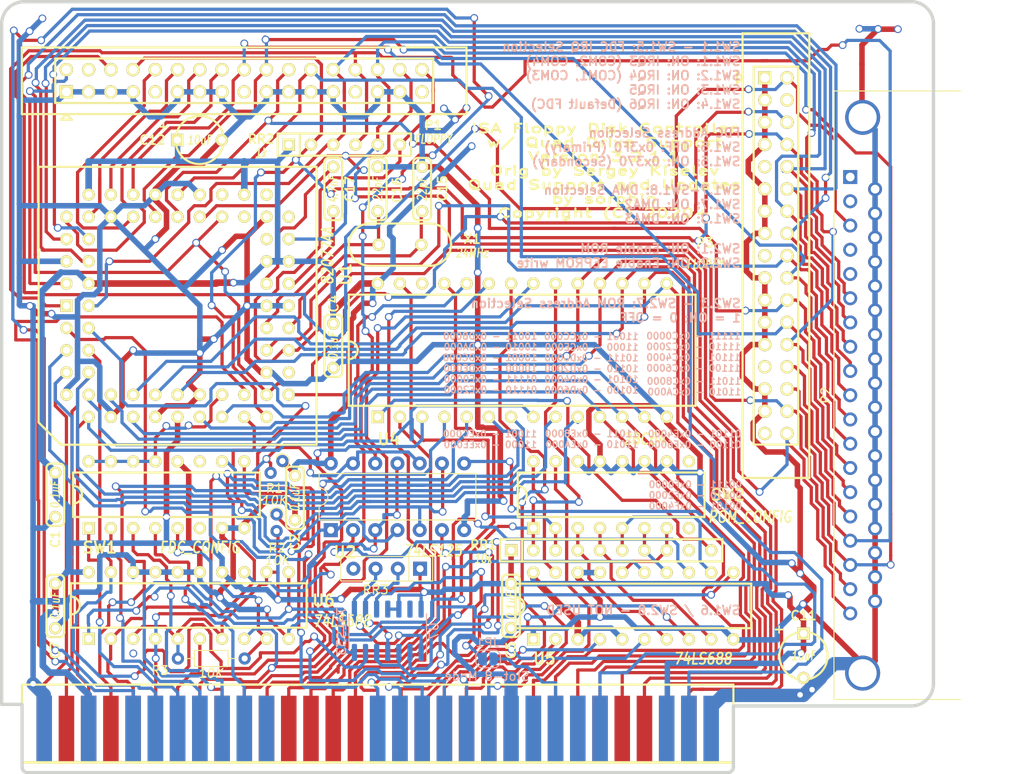
<source format=kicad_pcb>
(kicad_pcb (version 20171130) (host pcbnew "(5.1.6-0)")
  (title_block (date "21 dec 2012"))
  (layers (0 Front signal) (31 Back signal) (34 B.Paste user hide) (35 F.Paste user hide) (36 B.SilkS user) (37 F.SilkS user) (38 B.Mask user) (39 F.Mask user) (44 Edge.Cuts user))
  (net 0 "")
  (net 1 /A0)
  (net 2 /A1)
  (net 3 /A10)
  (net 4 /A11)
  (net 5 /A12)
  (net 6 /A13)
  (net 7 /A14)
  (net 8 /A15)
  (net 9 /A16)
  (net 10 /A17)
  (net 11 /A18)
  (net 12 /A19)
  (net 13 /A2)
  (net 14 /A3)
  (net 15 /A4)
  (net 16 /A5)
  (net 17 /A6)
  (net 18 /A7)
  (net 19 /A8)
  (net 20 /A9)
  (net 21 /AEN)
  (net 22 /D0)
  (net 23 /D1)
  (net 24 /D2)
  (net 25 /D3)
  (net 26 /D4)
  (net 27 /D5)
  (net 28 /D6)
  (net 29 /D7)
  (net 30 /DENSL)
  (net 31 /DIR)
  (net 32 /DRQ2)
  (net 33 /DSA)
  (net 34 /DSB)
  (net 35 /DSKCG)
  (net 36 /HDSEL)
  (net 37 /INDEX)
  (net 38 /IRQ3)
  (net 39 /IRQ4)
  (net 40 /IRQ5)
  (net 41 /IRQ6)
  (net 42 /IRQ7)
  (net 43 /MEA)
  (net 44 /MEB)
  (net 45 /RDATA)
  (net 46 /RDY/~BUSY)
  (net 47 /RESETDRV)
  (net 48 /STEP)
  (net 49 /TC)
  (net 50 /TRK00)
  (net 51 /WDATA)
  (net 52 /WE)
  (net 53 /WP)
  (net 54 /~DACK2)
  (net 55 /~FDC_CS)
  (net 56 /~IOR)
  (net 57 /~IOW)
  (net 58 /~MEMR)
  (net 59 /~MEMW)
  (net 60 /~ROMW)
  (net 61 /~ROM_CS)
  (net 62 /~ROM_CS_IN)
  (net 63 GND)
  (net 64 VCC)
  (net 65 VSS)
  (net 66 VDD)
  (net 67 "Net-(C15-Pad1)")
  (net 68 "Net-(C16-Pad1)")
  (net 69 "Net-(C17-Pad1)")
  (net 70 "Net-(C17-Pad2)")
  (net 71 "Net-(P1-Pad4)")
  (net 72 /DRATE0)
  (net 73 "Net-(P1-Pad9)")
  (net 74 "Net-(P1-Pad17)")
  (net 75 "Net-(P1-Pad27)")
  (net 76 "Net-(P1-Pad33)")
  (net 77 "Net-(P3-Pad4)")
  (net 78 "Net-(P3-Pad9)")
  (net 79 /ME2)
  (net 80 /DS3)
  (net 81 /DS2)
  (net 82 /ME3)
  (net 83 "Net-(P3-Pad17)")
  (net 84 "Net-(P3-Pad27)")
  (net 85 "Net-(P3-Pad33)")
  (net 86 "Net-(RR1-Pad4)")
  (net 87 "Net-(RR1-Pad5)")
  (net 88 "Net-(RR1-Pad6)")
  (net 89 "Net-(RR1-Pad7)")
  (net 90 "Net-(RR1-Pad8)")
  (net 91 "Net-(RR1-Pad9)")
  (net 92 /FDC_IRQ)
  (net 93 "Net-(SW2-Pad8)")
  (net 94 "Net-(SW2-Pad9)")
  (net 95 "Net-(U1-Pad29)")
  (net 96 "Net-(U1-Pad42)")
  (net 97 "Net-(U1-Pad43)")
  (net 98 "Net-(U1-Pad44)")
  (net 99 "Net-(U1-Pad47)")
  (net 100 "Net-(U1-Pad48)")
  (net 101 "Net-(U4-Pad26)")
  (net 102 /~DACK3)
  (net 103 /DRQ3)
  (net 104 /DRQ)
  (net 105 /~DACK)
  (net 106 /GT2)
  (net 107 /GT3)
  (net 108 "Net-(P2-Pad5)")
  (net 109 "Net-(P2-Pad4)")
  (net 110 "Net-(P2-Pad2)")
  (net 111 "Net-(P2-Pad1)")
  (net 112 /CARDSEL2)
  (net 113 /CARDSEL1)
  (net 114 "Net-(RR3-Pad4)")
  (net 115 "Net-(SW1-Pad6)")
  (net 116 "Net-(SW1-Pad11)")
  (net 117 "Net-(U7-Pad13)")
  (net 118 "Net-(JP1-Pad1)")
  (net 119 "Net-(R3-Pad2)")
  (net 120 /CARDSEL)
  (module Jumper:SolderJumper-2_P1.3mm_Open_RoundedPad1.0x1.5mm (layer Back) (at 154.86 121.63)
    (fp_text reference JP1 (at -0.07 -1.86) (layer B.SilkS) (effects (justify mirror)))
    (fp_text value "Slot-8 Mode" (at -0.14 1.98) (layer B.SilkS) (effects (justify mirror)))
    (pad 1 smd custom (at -0.65 0) (size 1 0.5) (layers Back B.Mask) (net 118 "Net-(JP1-Pad1)") (options (clearance outline) (anchor rect)) (primitives (gr_circle (center 0 -0.25) (end 0.5 -0.25) (width 0)) (gr_circle (center 0 0.25) (end 0.5 0.25) (width 0)) (gr_poly (pts (xy 0 0.75) (xy 0.5 0.75) (xy 0.5 -0.75) (xy 0 -0.75)) (width 0))))
    (pad 2 smd custom (at 0.65 0) (size 1 0.5) (layers Back B.Mask) (net 120 /CARDSEL) (options (clearance outline) (anchor rect)) (primitives (gr_circle (center 0 -0.25) (end 0.5 -0.25) (width 0)) (gr_circle (center 0 0.25) (end 0.5 0.25) (width 0)) (gr_poly (pts (xy 0 0.75) (xy -0.5 0.75) (xy -0.5 -0.75) (xy 0 -0.75)) (width 0))))
  )
  (module Conn_Bus_ISA8 (layer Front) (at 142.24 129.6445)
    (fp_text reference BUS1 hide)
    (fp_text value BUSPC_DEV hide)
    (pad 1 connect rect (at 38.1 0) (size 1.778 7.62) (layers Back B.Mask) (net 63 GND))
    (pad 2 connect rect (at 35.56 0) (size 1.778 7.62) (layers Back B.Mask) (net 47 /RESETDRV))
    (pad 3 connect rect (at 33.02 0) (size 1.778 7.62) (layers Back B.Mask) (net 64 VCC))
    (pad 6 connect rect (at 25.4 0) (size 1.778 7.62) (layers Back B.Mask) (net 32 /DRQ2))
    (pad 7 connect rect (at 22.86 0) (size 1.778 7.62) (layers Back B.Mask) (net 65 VSS))
    (pad 9 connect rect (at 17.78 0) (size 1.778 7.62) (layers Back B.Mask) (net 66 VDD))
    (pad 10 connect rect (at 15.24 0) (size 1.778 7.62) (layers Back B.Mask) (net 63 GND))
    (pad 11 connect rect (at 12.7 0) (size 1.778 7.62) (layers Back B.Mask) (net 59 /~MEMW))
    (pad 12 connect rect (at 10.16 0) (size 1.778 7.62) (layers Back B.Mask) (net 58 /~MEMR))
    (pad 13 connect rect (at 7.62 0) (size 1.778 7.62) (layers Back B.Mask) (net 57 /~IOW))
    (pad 14 connect rect (at 5.08 0) (size 1.778 7.62) (layers Back B.Mask) (net 56 /~IOR))
    (pad 21 connect rect (at -12.7 0) (size 1.778 7.62) (layers Back B.Mask) (net 42 /IRQ7))
    (pad 22 connect rect (at -15.24 0) (size 1.778 7.62) (layers Back B.Mask) (net 41 /IRQ6))
    (pad 23 connect rect (at -17.78 0) (size 1.778 7.62) (layers Back B.Mask) (net 40 /IRQ5))
    (pad 24 connect rect (at -20.32 0) (size 1.778 7.62) (layers Back B.Mask) (net 39 /IRQ4))
    (pad 25 connect rect (at -22.86 0) (size 1.778 7.62) (layers Back B.Mask) (net 38 /IRQ3))
    (pad 26 connect rect (at -25.4 0) (size 1.778 7.62) (layers Back B.Mask) (net 54 /~DACK2))
    (pad 27 connect rect (at -27.94 0) (size 1.778 7.62) (layers Back B.Mask) (net 49 /TC))
    (pad 29 connect rect (at -33.02 0) (size 1.778 7.62) (layers Back B.Mask) (net 64 VCC))
    (pad 31 connect rect (at -38.1 0) (size 1.778 7.62) (layers Back B.Mask) (net 63 GND))
    (pad 33 connect rect (at 35.56 0) (size 1.778 7.62) (layers Front F.Mask) (net 29 /D7))
    (pad 34 connect rect (at 33.02 0) (size 1.778 7.62) (layers Front F.Mask) (net 28 /D6))
    (pad 35 connect rect (at 30.48 0) (size 1.778 7.62) (layers Front F.Mask) (net 27 /D5))
    (pad 36 connect rect (at 27.94 0) (size 1.778 7.62) (layers Front F.Mask) (net 26 /D4))
    (pad 37 connect rect (at 25.4 0) (size 1.778 7.62) (layers Front F.Mask) (net 25 /D3))
    (pad 38 connect rect (at 22.86 0) (size 1.778 7.62) (layers Front F.Mask) (net 24 /D2))
    (pad 39 connect rect (at 20.32 0) (size 1.778 7.62) (layers Front F.Mask) (net 23 /D1))
    (pad 40 connect rect (at 17.78 0) (size 1.778 7.62) (layers Front F.Mask) (net 22 /D0))
    (pad 42 connect rect (at 12.7 0) (size 1.778 7.62) (layers Front F.Mask) (net 21 /AEN))
    (pad 43 connect rect (at 10.16 0) (size 1.778 7.62) (layers Front F.Mask) (net 12 /A19))
    (pad 44 connect rect (at 7.62 0) (size 1.778 7.62) (layers Front F.Mask) (net 11 /A18))
    (pad 45 connect rect (at 5.08 0) (size 1.778 7.62) (layers Front F.Mask) (net 10 /A17))
    (pad 46 connect rect (at 2.54 0) (size 1.778 7.62) (layers Front F.Mask) (net 9 /A16))
    (pad 47 connect rect (at 0 0) (size 1.778 7.62) (layers Front F.Mask) (net 8 /A15))
    (pad 48 connect rect (at -2.54 0) (size 1.778 7.62) (layers Front F.Mask) (net 7 /A14))
    (pad 49 connect rect (at -5.08 0) (size 1.778 7.62) (layers Front F.Mask) (net 6 /A13))
    (pad 50 connect rect (at -7.62 0) (size 1.778 7.62) (layers Front F.Mask) (net 5 /A12))
    (pad 51 connect rect (at -10.16 0) (size 1.778 7.62) (layers Front F.Mask) (net 4 /A11))
    (pad 52 connect rect (at -12.7 0) (size 1.778 7.62) (layers Front F.Mask) (net 3 /A10))
    (pad 53 connect rect (at -15.24 0) (size 1.778 7.62) (layers Front F.Mask) (net 20 /A9))
    (pad 54 connect rect (at -17.78 0) (size 1.778 7.62) (layers Front F.Mask) (net 19 /A8))
    (pad 55 connect rect (at -20.32 0) (size 1.778 7.62) (layers Front F.Mask) (net 18 /A7))
    (pad 56 connect rect (at -22.86 0) (size 1.778 7.62) (layers Front F.Mask) (net 17 /A6))
    (pad 57 connect rect (at -25.4 0) (size 1.778 7.62) (layers Front F.Mask) (net 16 /A5))
    (pad 58 connect rect (at -27.94 0) (size 1.778 7.62) (layers Front F.Mask) (net 15 /A4))
    (pad 59 connect rect (at -30.48 0) (size 1.778 7.62) (layers Front F.Mask) (net 14 /A3))
    (pad 60 connect rect (at -33.02 0) (size 1.778 7.62) (layers Front F.Mask) (net 13 /A2))
    (pad 61 connect rect (at -35.56 0) (size 1.778 7.62) (layers Front F.Mask) (net 2 /A1))
    (pad 62 connect rect (at -38.1 0) (size 1.778 7.62) (layers Front F.Mask) (net 1 /A0))
    (pad 15 connect rect (at 2.54 0) (size 1.778 7.62) (layers Back B.Mask) (net 102 /~DACK3))
    (pad 16 connect rect (at 0 0) (size 1.778 7.62) (layers Back B.Mask) (net 103 /DRQ3))
    (pad 8 connect rect (at 20.32 0) (size 1.778 7.62) (layers Back B.Mask) (net 120 /CARDSEL))
  )
  (module Package_SO:SOIC-14_3.9x8.7mm_P1.27mm (layer Back) (at 143.39 118.41 90)
    (fp_text reference U7 (at 0 5.28 270) (layer B.SilkS) (effects (justify mirror)))
    (fp_text value 74LS33 (at 0 -5.28 270) (layer B.SilkS) (effects (font (thickness 0.15) italic) (justify mirror)))
    (pad 14 smd roundrect (at 2.475 3.81 90) (size 1.95 0.6) (layers Back B.Paste B.Mask) (net 64 VCC))
    (pad 13 smd roundrect (at 2.475 2.54 90) (size 1.95 0.6) (layers Back B.Paste B.Mask) (net 117 "Net-(U7-Pad13)"))
    (pad 12 smd roundrect (at 2.475 1.27 90) (size 1.95 0.6) (layers Back B.Paste B.Mask) (net 64 VCC))
    (pad 11 smd roundrect (at 2.475 0 90) (size 1.95 0.6) (layers Back B.Paste B.Mask) (net 64 VCC))
    (pad 10 smd roundrect (at 2.475 -1.27 90) (size 1.95 0.6) (layers Back B.Paste B.Mask) (net 118 "Net-(JP1-Pad1)"))
    (pad 9 smd roundrect (at 2.475 -2.54 90) (size 1.95 0.6) (layers Back B.Paste B.Mask) (net 112 /CARDSEL2))
    (pad 8 smd roundrect (at 2.475 -3.81 90) (size 1.95 0.6) (layers Back B.Paste B.Mask) (net 113 /CARDSEL1))
    (pad 7 smd roundrect (at -2.475 -3.81 90) (size 1.95 0.6) (layers Back B.Paste B.Mask) (net 63 GND))
    (pad 6 smd roundrect (at -2.475 -2.54 90) (size 1.95 0.6) (layers Back B.Paste B.Mask) (net 55 /~FDC_CS))
    (pad 5 smd roundrect (at -2.475 -1.27 90) (size 1.95 0.6) (layers Back B.Paste B.Mask) (net 58 /~MEMR))
    (pad 4 smd roundrect (at -2.475 0 90) (size 1.95 0.6) (layers Back B.Paste B.Mask) (net 112 /CARDSEL2))
    (pad 3 smd roundrect (at -2.475 1.27 90) (size 1.95 0.6) (layers Back B.Paste B.Mask) (net 58 /~MEMR))
    (pad 2 smd roundrect (at -2.475 2.54 90) (size 1.95 0.6) (layers Back B.Paste B.Mask) (net 61 /~ROM_CS))
    (pad 1 smd roundrect (at -2.475 3.81 90) (size 1.95 0.6) (layers Back B.Paste B.Mask) (net 113 /CARDSEL1))
  )
  (module Resistor_THT:R_Axial_DIN0204_L3.6mm_D1.6mm_P7.62mm_Horizontal (layer Front) (at 119.42 121.58)
    (fp_text reference R3 (at -2.05 1.37) (layer F.SilkS))
    (fp_text value 10K (at 3.75 1.7) (layer F.SilkS) (effects (font (thickness 0.15) italic)))
    (pad 2 thru_hole oval (at 7.62 0) (size 1.4 1.4) (drill 0.7) (layers *.Cu *.Mask) (net 119 "Net-(R3-Pad2)"))
    (pad 1 thru_hole circle (at 0 0) (size 1.4 1.4) (drill 0.7) (layers *.Cu *.Mask) (net 64 VCC))
  )
  (module DIP16_300 (layer Front) (at 118.11 102.87)
    (fp_text reference SW1 (at -7.62 6.0325) (layer F.SilkS) (effects (font (size 1.27 1.27) (thickness 0.254))))
    (fp_text value FDC_CONFIG (at 3.81 6.0325) (layer F.SilkS) (effects (font (size 1.27 1.016) (thickness 0.2032) italic)))
    (pad 1 thru_hole rect (at -8.89 3.81) (size 1.397 1.397) (drill 0.8128) (layers *.Cu *.Mask F.SilkS) (net 38 /IRQ3))
    (pad 2 thru_hole circle (at -6.35 3.81) (size 1.397 1.397) (drill 0.8128) (layers *.Cu *.Mask F.SilkS) (net 39 /IRQ4))
    (pad 3 thru_hole circle (at -3.81 3.81) (size 1.397 1.397) (drill 0.8128) (layers *.Cu *.Mask F.SilkS) (net 40 /IRQ5))
    (pad 4 thru_hole circle (at -1.27 3.81) (size 1.397 1.397) (drill 0.8128) (layers *.Cu *.Mask F.SilkS) (net 41 /IRQ6))
    (pad 5 thru_hole circle (at 1.27 3.81) (size 1.397 1.397) (drill 0.8128) (layers *.Cu *.Mask F.SilkS) (net 119 "Net-(R3-Pad2)"))
    (pad 6 thru_hole circle (at 3.81 3.81) (size 1.397 1.397) (drill 0.8128) (layers *.Cu *.Mask F.SilkS) (net 115 "Net-(SW1-Pad6)"))
    (pad 7 thru_hole circle (at 6.35 3.81) (size 1.397 1.397) (drill 0.8128) (layers *.Cu *.Mask F.SilkS) (net 63 GND))
    (pad 8 thru_hole circle (at 8.89 3.81) (size 1.397 1.397) (drill 0.8128) (layers *.Cu *.Mask F.SilkS) (net 63 GND))
    (pad 9 thru_hole circle (at 8.89 -3.81) (size 1.397 1.397) (drill 0.8128) (layers *.Cu *.Mask F.SilkS) (net 107 /GT3))
    (pad 10 thru_hole circle (at 6.35 -3.81) (size 1.397 1.397) (drill 0.8128) (layers *.Cu *.Mask F.SilkS) (net 106 /GT2))
    (pad 11 thru_hole circle (at 3.81 -3.81) (size 1.397 1.397) (drill 0.8128) (layers *.Cu *.Mask F.SilkS) (net 116 "Net-(SW1-Pad11)"))
    (pad 12 thru_hole circle (at 1.27 -3.81) (size 1.397 1.397) (drill 0.8128) (layers *.Cu *.Mask F.SilkS) (net 63 GND))
    (pad 13 thru_hole circle (at -1.27 -3.81) (size 1.397 1.397) (drill 0.8128) (layers *.Cu *.Mask F.SilkS) (net 92 /FDC_IRQ))
    (pad 14 thru_hole circle (at -3.81 -3.81) (size 1.397 1.397) (drill 0.8128) (layers *.Cu *.Mask F.SilkS) (net 92 /FDC_IRQ))
    (pad 15 thru_hole circle (at -6.35 -3.81) (size 1.397 1.397) (drill 0.8128) (layers *.Cu *.Mask F.SilkS) (net 92 /FDC_IRQ))
    (pad 16 thru_hole circle (at -8.89 -3.81) (size 1.397 1.397) (drill 0.8128) (layers *.Cu *.Mask F.SilkS) (net 92 /FDC_IRQ))
  )
  (module DIP20_300 (layer Front) (at 120.65 115.52)
    (fp_text reference U6 (at 15.41 -0.57) (layer F.SilkS) (effects (font (size 1.27 1.27) (thickness 0.254))))
    (fp_text value 74LS688 (at 17.53 1.79) (layer F.SilkS) (effects (font (size 1.27 1.016) (thickness 0.2032) italic)))
    (pad 20 thru_hole circle (at -11.43 -3.81) (size 1.397 1.397) (drill 0.8128) (layers *.Cu *.Mask F.SilkS) (net 64 VCC))
    (pad 19 thru_hole circle (at -8.89 -3.81) (size 1.397 1.397) (drill 0.8128) (layers *.Cu *.Mask F.SilkS) (net 55 /~FDC_CS))
    (pad 18 thru_hole circle (at -6.35 -3.81) (size 1.397 1.397) (drill 0.8128) (layers *.Cu *.Mask F.SilkS) (net 63 GND))
    (pad 17 thru_hole circle (at -3.81 -3.81) (size 1.397 1.397) (drill 0.8128) (layers *.Cu *.Mask F.SilkS) (net 63 GND))
    (pad 16 thru_hole circle (at -1.27 -3.81) (size 1.397 1.397) (drill 0.8128) (layers *.Cu *.Mask F.SilkS) (net 63 GND))
    (pad 15 thru_hole circle (at 1.27 -3.81) (size 1.397 1.397) (drill 0.8128) (layers *.Cu *.Mask F.SilkS) (net 63 GND))
    (pad 14 thru_hole circle (at 3.81 -3.81) (size 1.397 1.397) (drill 0.8128) (layers *.Cu *.Mask F.SilkS) (net 64 VCC))
    (pad 13 thru_hole circle (at 6.35 -3.81) (size 1.397 1.397) (drill 0.8128) (layers *.Cu *.Mask F.SilkS) (net 20 /A9))
    (pad 12 thru_hole circle (at 8.89 -3.81) (size 1.397 1.397) (drill 0.8128) (layers *.Cu *.Mask F.SilkS) (net 64 VCC))
    (pad 11 thru_hole circle (at 11.43 -3.81) (size 1.397 1.397) (drill 0.8128) (layers *.Cu *.Mask F.SilkS) (net 19 /A8))
    (pad 10 thru_hole circle (at 11.43 3.81) (size 1.397 1.397) (drill 0.8128) (layers *.Cu *.Mask F.SilkS) (net 63 GND))
    (pad 9 thru_hole circle (at 8.89 3.81) (size 1.397 1.397) (drill 0.8128) (layers *.Cu *.Mask F.SilkS) (net 119 "Net-(R3-Pad2)"))
    (pad 8 thru_hole circle (at 6.35 3.81) (size 1.397 1.397) (drill 0.8128) (layers *.Cu *.Mask F.SilkS) (net 18 /A7))
    (pad 7 thru_hole circle (at 3.81 3.81) (size 1.397 1.397) (drill 0.8128) (layers *.Cu *.Mask F.SilkS) (net 64 VCC))
    (pad 6 thru_hole circle (at 1.27 3.81) (size 1.397 1.397) (drill 0.8128) (layers *.Cu *.Mask F.SilkS) (net 17 /A6))
    (pad 5 thru_hole circle (at -1.27 3.81) (size 1.397 1.397) (drill 0.8128) (layers *.Cu *.Mask F.SilkS) (net 64 VCC))
    (pad 4 thru_hole circle (at -3.81 3.81) (size 1.397 1.397) (drill 0.8128) (layers *.Cu *.Mask F.SilkS) (net 16 /A5))
    (pad 3 thru_hole circle (at -6.35 3.81) (size 1.397 1.397) (drill 0.8128) (layers *.Cu *.Mask F.SilkS) (net 64 VCC))
    (pad 2 thru_hole circle (at -8.89 3.81) (size 1.397 1.397) (drill 0.8128) (layers *.Cu *.Mask F.SilkS) (net 15 /A4))
    (pad 1 thru_hole rect (at -11.43 3.81) (size 1.397 1.397) (drill 0.8128) (layers *.Cu *.Mask F.SilkS) (net 21 /AEN))
  )
  (module Connector_Dsub:DSUB-37_Female_Horizontal_P2.77x2.84mm_EdgePinOffset9.90mm_Housed_MountingHolesOffset11.32mm (layer Front) (at 196.2275 66.57 90)
    (fp_text reference P2 (at -24.93 -2.8 90) (layer F.SilkS))
    (fp_text value "DB37 Female (External Floppy)")
    (pad 0 thru_hole circle (at 6.82 1.42 90) (size 4 4) (drill 3.2) (layers *.Cu *.Mask) (net 63 GND))
    (pad 0 thru_hole circle (at -56.68 1.42 90) (size 4 4) (drill 3.2) (layers *.Cu *.Mask) (net 63 GND))
    (pad 37 thru_hole circle (at -48.475 2.84 90) (size 1.6 1.6) (drill 1) (layers *.Cu *.Mask) (net 63 GND))
    (pad 36 thru_hole circle (at -45.705 2.84 90) (size 1.6 1.6) (drill 1) (layers *.Cu *.Mask) (net 63 GND))
    (pad 35 thru_hole circle (at -42.935 2.84 90) (size 1.6 1.6) (drill 1) (layers *.Cu *.Mask) (net 63 GND))
    (pad 34 thru_hole circle (at -40.165 2.84 90) (size 1.6 1.6) (drill 1) (layers *.Cu *.Mask) (net 63 GND))
    (pad 33 thru_hole circle (at -37.395 2.84 90) (size 1.6 1.6) (drill 1) (layers *.Cu *.Mask) (net 63 GND))
    (pad 32 thru_hole circle (at -34.625 2.84 90) (size 1.6 1.6) (drill 1) (layers *.Cu *.Mask) (net 63 GND))
    (pad 31 thru_hole circle (at -31.855 2.84 90) (size 1.6 1.6) (drill 1) (layers *.Cu *.Mask) (net 63 GND))
    (pad 30 thru_hole circle (at -29.085 2.84 90) (size 1.6 1.6) (drill 1) (layers *.Cu *.Mask) (net 63 GND))
    (pad 29 thru_hole circle (at -26.315 2.84 90) (size 1.6 1.6) (drill 1) (layers *.Cu *.Mask) (net 63 GND))
    (pad 28 thru_hole circle (at -23.545 2.84 90) (size 1.6 1.6) (drill 1) (layers *.Cu *.Mask) (net 63 GND))
    (pad 27 thru_hole circle (at -20.775 2.84 90) (size 1.6 1.6) (drill 1) (layers *.Cu *.Mask) (net 63 GND))
    (pad 26 thru_hole circle (at -18.005 2.84 90) (size 1.6 1.6) (drill 1) (layers *.Cu *.Mask) (net 63 GND))
    (pad 25 thru_hole circle (at -15.235 2.84 90) (size 1.6 1.6) (drill 1) (layers *.Cu *.Mask) (net 63 GND))
    (pad 24 thru_hole circle (at -12.465 2.84 90) (size 1.6 1.6) (drill 1) (layers *.Cu *.Mask) (net 63 GND))
    (pad 23 thru_hole circle (at -9.695 2.84 90) (size 1.6 1.6) (drill 1) (layers *.Cu *.Mask) (net 63 GND))
    (pad 22 thru_hole circle (at -6.925 2.84 90) (size 1.6 1.6) (drill 1) (layers *.Cu *.Mask) (net 63 GND))
    (pad 21 thru_hole circle (at -4.155 2.84 90) (size 1.6 1.6) (drill 1) (layers *.Cu *.Mask) (net 63 GND))
    (pad 20 thru_hole circle (at -1.385 2.84 90) (size 1.6 1.6) (drill 1) (layers *.Cu *.Mask) (net 63 GND))
    (pad 19 thru_hole circle (at -49.86 0 90) (size 1.6 1.6) (drill 1) (layers *.Cu *.Mask) (net 35 /DSKCG))
    (pad 18 thru_hole circle (at -47.09 0 90) (size 1.6 1.6) (drill 1) (layers *.Cu *.Mask) (net 36 /HDSEL))
    (pad 17 thru_hole circle (at -44.32 0 90) (size 1.6 1.6) (drill 1) (layers *.Cu *.Mask) (net 45 /RDATA))
    (pad 16 thru_hole circle (at -41.55 0 90) (size 1.6 1.6) (drill 1) (layers *.Cu *.Mask) (net 53 /WP))
    (pad 15 thru_hole circle (at -38.78 0 90) (size 1.6 1.6) (drill 1) (layers *.Cu *.Mask) (net 50 /TRK00))
    (pad 14 thru_hole circle (at -36.01 0 90) (size 1.6 1.6) (drill 1) (layers *.Cu *.Mask) (net 52 /WE))
    (pad 13 thru_hole circle (at -33.24 0 90) (size 1.6 1.6) (drill 1) (layers *.Cu *.Mask) (net 51 /WDATA))
    (pad 12 thru_hole circle (at -30.47 0 90) (size 1.6 1.6) (drill 1) (layers *.Cu *.Mask) (net 48 /STEP))
    (pad 11 thru_hole circle (at -27.7 0 90) (size 1.6 1.6) (drill 1) (layers *.Cu *.Mask) (net 31 /DIR))
    (pad 10 thru_hole circle (at -24.93 0 90) (size 1.6 1.6) (drill 1) (layers *.Cu *.Mask) (net 82 /ME3))
    (pad 9 thru_hole circle (at -22.16 0 90) (size 1.6 1.6) (drill 1) (layers *.Cu *.Mask) (net 81 /DS2))
    (pad 8 thru_hole circle (at -19.39 0 90) (size 1.6 1.6) (drill 1) (layers *.Cu *.Mask) (net 80 /DS3))
    (pad 7 thru_hole circle (at -16.62 0 90) (size 1.6 1.6) (drill 1) (layers *.Cu *.Mask) (net 79 /ME2))
    (pad 6 thru_hole circle (at -13.85 0 90) (size 1.6 1.6) (drill 1) (layers *.Cu *.Mask) (net 37 /INDEX))
    (pad 5 thru_hole circle (at -11.08 0 90) (size 1.6 1.6) (drill 1) (layers *.Cu *.Mask) (net 108 "Net-(P2-Pad5)"))
    (pad 4 thru_hole circle (at -8.31 0 90) (size 1.6 1.6) (drill 1) (layers *.Cu *.Mask) (net 109 "Net-(P2-Pad4)"))
    (pad 3 thru_hole circle (at -5.54 0 90) (size 1.6 1.6) (drill 1) (layers *.Cu *.Mask) (net 30 /DENSL))
    (pad 2 thru_hole circle (at -2.77 0 90) (size 1.6 1.6) (drill 1) (layers *.Cu *.Mask) (net 110 "Net-(P2-Pad2)"))
    (pad 1 thru_hole rect (at 0 0 90) (size 1.6 1.6) (drill 1) (layers *.Cu *.Mask) (net 111 "Net-(P2-Pad1)"))
  )
  (module Conn_Pin_Header_17x2_Shroud (layer Front) (at 187.74 75.55 270)
    (fp_text reference P3 (at -1.48 8.12 180) (layer F.SilkS) (effects (font (size 1.016 1.016) (thickness 0.2032))))
    (fp_text value FLOPPY (at 0.97 8.07 180) (layer F.SilkS) (effects (font (size 1.016 0.762) (thickness 0.1524) italic)))
    (pad 34 thru_hole circle (at 20.32 -1.27 270) (size 1.524 1.524) (drill 1.016) (layers *.Cu *.Mask F.SilkS) (net 35 /DSKCG))
    (pad 33 thru_hole circle (at 20.32 1.27 270) (size 1.524 1.524) (drill 1.016) (layers *.Cu *.Mask F.SilkS) (net 85 "Net-(P3-Pad33)"))
    (pad 32 thru_hole circle (at 17.78 -1.27 270) (size 1.524 1.524) (drill 1.016) (layers *.Cu *.Mask F.SilkS) (net 36 /HDSEL))
    (pad 31 thru_hole circle (at 17.78 1.27 270) (size 1.524 1.524) (drill 1.016) (layers *.Cu *.Mask F.SilkS) (net 63 GND))
    (pad 29 thru_hole circle (at 15.24 1.27 270) (size 1.524 1.524) (drill 1.016) (layers *.Cu *.Mask F.SilkS) (net 63 GND))
    (pad 30 thru_hole circle (at 15.24 -1.27 270) (size 1.524 1.524) (drill 1.016) (layers *.Cu *.Mask F.SilkS) (net 45 /RDATA))
    (pad 27 thru_hole circle (at 12.7 1.27 270) (size 1.524 1.524) (drill 1.016) (layers *.Cu *.Mask F.SilkS) (net 84 "Net-(P3-Pad27)"))
    (pad 28 thru_hole circle (at 12.7 -1.27 270) (size 1.524 1.524) (drill 1.016) (layers *.Cu *.Mask F.SilkS) (net 53 /WP))
    (pad 26 thru_hole circle (at 10.16 -1.27 270) (size 1.524 1.524) (drill 1.016) (layers *.Cu *.Mask F.SilkS) (net 50 /TRK00))
    (pad 25 thru_hole circle (at 10.16 1.27 270) (size 1.524 1.524) (drill 1.016) (layers *.Cu *.Mask F.SilkS) (net 63 GND))
    (pad 24 thru_hole circle (at 7.62 -1.27 270) (size 1.524 1.524) (drill 1.016) (layers *.Cu *.Mask F.SilkS) (net 52 /WE))
    (pad 23 thru_hole circle (at 7.62 1.27 270) (size 1.524 1.524) (drill 1.016) (layers *.Cu *.Mask F.SilkS) (net 63 GND))
    (pad 22 thru_hole circle (at 5.08 -1.27 270) (size 1.524 1.524) (drill 1.016) (layers *.Cu *.Mask F.SilkS) (net 51 /WDATA))
    (pad 21 thru_hole circle (at 5.08 1.27 270) (size 1.524 1.524) (drill 1.016) (layers *.Cu *.Mask F.SilkS) (net 63 GND))
    (pad 20 thru_hole circle (at 2.54 -1.27 270) (size 1.524 1.524) (drill 1.016) (layers *.Cu *.Mask F.SilkS) (net 48 /STEP))
    (pad 19 thru_hole circle (at 2.54 1.27 270) (size 1.524 1.524) (drill 1.016) (layers *.Cu *.Mask F.SilkS) (net 63 GND))
    (pad 18 thru_hole circle (at 0 -1.27 270) (size 1.524 1.524) (drill 1.016) (layers *.Cu *.Mask F.SilkS) (net 31 /DIR))
    (pad 17 thru_hole circle (at 0 1.27 270) (size 1.524 1.524) (drill 1.016) (layers *.Cu *.Mask F.SilkS) (net 83 "Net-(P3-Pad17)"))
    (pad 16 thru_hole circle (at -2.54 -1.27 270) (size 1.524 1.524) (drill 1.016) (layers *.Cu *.Mask F.SilkS) (net 82 /ME3))
    (pad 15 thru_hole circle (at -2.54 1.27 270) (size 1.524 1.524) (drill 1.016) (layers *.Cu *.Mask F.SilkS) (net 63 GND))
    (pad 14 thru_hole circle (at -5.08 -1.27 270) (size 1.524 1.524) (drill 1.016) (layers *.Cu *.Mask F.SilkS) (net 81 /DS2))
    (pad 13 thru_hole circle (at -5.08 1.27 270) (size 1.524 1.524) (drill 1.016) (layers *.Cu *.Mask F.SilkS) (net 63 GND))
    (pad 12 thru_hole circle (at -7.62 -1.27 270) (size 1.524 1.524) (drill 1.016) (layers *.Cu *.Mask F.SilkS) (net 80 /DS3))
    (pad 11 thru_hole circle (at -7.62 1.27 270) (size 1.524 1.524) (drill 1.016) (layers *.Cu *.Mask F.SilkS) (net 63 GND))
    (pad 10 thru_hole circle (at -10.16 -1.27 270) (size 1.524 1.524) (drill 1.016) (layers *.Cu *.Mask F.SilkS) (net 79 /ME2))
    (pad 9 thru_hole circle (at -10.16 1.27 270) (size 1.524 1.524) (drill 1.016) (layers *.Cu *.Mask F.SilkS) (net 78 "Net-(P3-Pad9)"))
    (pad 8 thru_hole circle (at -12.7 -1.27 270) (size 1.524 1.524) (drill 1.016) (layers *.Cu *.Mask F.SilkS) (net 37 /INDEX))
    (pad 7 thru_hole circle (at -12.7 1.27 270) (size 1.524 1.524) (drill 1.016) (layers *.Cu *.Mask F.SilkS) (net 63 GND))
    (pad 6 thru_hole circle (at -15.24 -1.27 270) (size 1.524 1.524) (drill 1.016) (layers *.Cu *.Mask F.SilkS) (net 72 /DRATE0))
    (pad 5 thru_hole circle (at -15.24 1.27 270) (size 1.524 1.524) (drill 1.016) (layers *.Cu *.Mask F.SilkS) (net 63 GND))
    (pad 4 thru_hole circle (at -17.78 -1.27 270) (size 1.524 1.524) (drill 1.016) (layers *.Cu *.Mask F.SilkS) (net 77 "Net-(P3-Pad4)"))
    (pad 3 thru_hole circle (at -17.78 1.27 270) (size 1.524 1.524) (drill 1.016) (layers *.Cu *.Mask F.SilkS) (net 63 GND))
    (pad 2 thru_hole circle (at -20.32 -1.27 270) (size 1.524 1.524) (drill 1.016) (layers *.Cu *.Mask F.SilkS) (net 30 /DENSL))
    (pad 1 thru_hole rect (at -20.32 1.27 270) (size 1.524 1.524) (drill 1.016) (layers *.Cu *.Mask F.SilkS) (net 63 GND))
  )
  (module Resistor_THT:R_Axial_DIN0204_L3.6mm_D1.6mm_P1.90mm_Vertical (layer Front) (at 130.69 105.12 270)
    (fp_text reference R2 (at 3.82 -0.03 180) (layer F.SilkS))
    (fp_text value 10K (at 5.25 -0.09 180) (layer F.SilkS) (effects (font (thickness 0.15) italic)))
    (pad 1 thru_hole circle (at 0 0 270) (size 1.4 1.4) (drill 0.7) (layers *.Cu *.Mask) (net 107 /GT3))
    (pad 2 thru_hole oval (at 1.9 0 270) (size 1.4 1.4) (drill 0.7) (layers *.Cu *.Mask) (net 64 VCC))
  )
  (module Resistor_THT:R_Axial_DIN0204_L3.6mm_D1.6mm_P1.90mm_Vertical (layer Front) (at 131.35 99.02 225)
    (fp_text reference R1 (at 2.856711 -1.569777) (layer F.SilkS))
    (fp_text value 10K (at 3.804234 -2.545584 180) (layer F.SilkS) (effects (font (thickness 0.15) italic)))
    (pad 2 thru_hole oval (at 1.9 0 225) (size 1.4 1.4) (drill 0.7) (layers *.Cu *.Mask) (net 106 /GT2))
    (pad 1 thru_hole circle (at 0 0 225) (size 1.4 1.4) (drill 0.7) (layers *.Cu *.Mask) (net 64 VCC))
  )
  (module Package_DIP:DIP-14_W7.62mm (layer Front) (at 136.88 106.91 90)
    (fp_text reference U2 (at -2.53 1.61 180) (layer F.SilkS) (effects (font (size 1.27 1.27) (thickness 0.254))))
    (fp_text value 74LS125 (at -2.36 11.7 180) (layer F.SilkS) (effects (font (size 1.27 1.016) (thickness 0.2032) italic)))
    (pad 1 thru_hole rect (at 0 0 90) (size 1.6 1.6) (drill 0.8) (layers *.Cu *.Mask) (net 107 /GT3))
    (pad 8 thru_hole oval (at 7.62 15.24 90) (size 1.6 1.6) (drill 0.8) (layers *.Cu *.Mask) (net 32 /DRQ2))
    (pad 2 thru_hole oval (at 0 2.54 90) (size 1.6 1.6) (drill 0.8) (layers *.Cu *.Mask) (net 102 /~DACK3))
    (pad 9 thru_hole oval (at 7.62 12.7 90) (size 1.6 1.6) (drill 0.8) (layers *.Cu *.Mask) (net 104 /DRQ))
    (pad 3 thru_hole oval (at 0 5.08 90) (size 1.6 1.6) (drill 0.8) (layers *.Cu *.Mask) (net 105 /~DACK))
    (pad 10 thru_hole oval (at 7.62 10.16 90) (size 1.6 1.6) (drill 0.8) (layers *.Cu *.Mask) (net 106 /GT2))
    (pad 4 thru_hole oval (at 0 7.62 90) (size 1.6 1.6) (drill 0.8) (layers *.Cu *.Mask) (net 107 /GT3))
    (pad 11 thru_hole oval (at 7.62 7.62 90) (size 1.6 1.6) (drill 0.8) (layers *.Cu *.Mask) (net 105 /~DACK))
    (pad 5 thru_hole oval (at 0 10.16 90) (size 1.6 1.6) (drill 0.8) (layers *.Cu *.Mask) (net 104 /DRQ))
    (pad 12 thru_hole oval (at 7.62 5.08 90) (size 1.6 1.6) (drill 0.8) (layers *.Cu *.Mask) (net 54 /~DACK2))
    (pad 6 thru_hole oval (at 0 12.7 90) (size 1.6 1.6) (drill 0.8) (layers *.Cu *.Mask) (net 103 /DRQ3))
    (pad 13 thru_hole oval (at 7.62 2.54 90) (size 1.6 1.6) (drill 0.8) (layers *.Cu *.Mask) (net 106 /GT2))
    (pad 7 thru_hole oval (at 0 15.24 90) (size 1.6 1.6) (drill 0.8) (layers *.Cu *.Mask) (net 63 GND))
    (pad 14 thru_hole oval (at 7.62 0 90) (size 1.6 1.6) (drill 0.8) (layers *.Cu *.Mask) (net 64 VCC))
  )
  (module Cap_Cer_504 (layer Front) (at 132.79 103.22 270)
    (fp_text reference C2 (at 5.08 0 270) (layer F.SilkS) (effects (font (size 1.016 1.016) (thickness 0.2032))))
    (fp_text value 0.1uF (at 0 0 270) (layer F.SilkS) (effects (font (size 1.016 0.762) (thickness 0.1524) italic)))
    (pad 1 thru_hole circle (at -2.54 0 270) (size 1.397 1.397) (drill 0.8128) (layers *.Cu *.Mask F.SilkS) (net 64 VCC))
    (pad 2 thru_hole circle (at 2.54 0 270) (size 1.397 1.397) (drill 0.8128) (layers *.Cu *.Mask F.SilkS) (net 63 GND))
  )
  (module Cap_Tant_504 (layer Front) (at 190.89 121.26 270)
    (fp_text reference C11 (at -4.59 0 180) (layer F.SilkS) (effects (font (size 1.016 1.016) (thickness 0.2032))))
    (fp_text value 10uF (at 0 0 180) (layer F.SilkS) (effects (font (size 1.016 0.762) (thickness 0.1524) italic)))
    (fp_text user + (at -2.99 2.86 90) (layer F.SilkS) (effects (font (size 1.016 1.016) (thickness 0.2032))))
    (pad 2 thru_hole circle (at 2.54 0 270) (size 1.397 1.397) (drill 0.8128) (layers *.Cu *.Mask F.SilkS) (net 63 GND))
    (pad 1 thru_hole rect (at -2.54 0 270) (size 1.397 1.397) (drill 0.8128) (layers *.Cu *.Mask F.SilkS) (net 64 VCC))
  )
  (module Cap_Tant_504 (layer Front) (at 121.89 62.34)
    (fp_text reference C12 (at -5.3975 0) (layer F.SilkS) (effects (font (size 1.016 1.016) (thickness 0.2032))))
    (fp_text value 10uF (at 0 0) (layer F.SilkS) (effects (font (size 1.016 0.762) (thickness 0.1524) italic)))
    (fp_text user + (at -4.1275 -1.5875) (layer F.SilkS) (effects (font (size 1.016 1.016) (thickness 0.2032))))
    (pad 1 thru_hole rect (at -2.54 0) (size 1.397 1.397) (drill 0.8128) (layers *.Cu *.Mask F.SilkS) (net 64 VCC))
    (pad 2 thru_hole circle (at 2.54 0) (size 1.397 1.397) (drill 0.8128) (layers *.Cu *.Mask F.SilkS) (net 63 GND))
  )
  (module DIP20_300 (layer Front) (at 171.45 115.57)
    (fp_text reference U5 (at -10.16 6.0325) (layer F.SilkS) (effects (font (size 1.27 1.27) (thickness 0.254))))
    (fp_text value 74LS688 (at 7.9375 6.0325) (layer F.SilkS) (effects (font (size 1.27 1.016) (thickness 0.2032) italic)))
    (pad 1 thru_hole rect (at -11.43 3.81) (size 1.397 1.397) (drill 0.8128) (layers *.Cu *.Mask F.SilkS) (net 63 GND))
    (pad 2 thru_hole circle (at -8.89 3.81) (size 1.397 1.397) (drill 0.8128) (layers *.Cu *.Mask F.SilkS) (net 12 /A19))
    (pad 3 thru_hole circle (at -6.35 3.81) (size 1.397 1.397) (drill 0.8128) (layers *.Cu *.Mask F.SilkS) (net 64 VCC))
    (pad 4 thru_hole circle (at -3.81 3.81) (size 1.397 1.397) (drill 0.8128) (layers *.Cu *.Mask F.SilkS) (net 11 /A18))
    (pad 5 thru_hole circle (at -1.27 3.81) (size 1.397 1.397) (drill 0.8128) (layers *.Cu *.Mask F.SilkS) (net 64 VCC))
    (pad 6 thru_hole circle (at 1.27 3.81) (size 1.397 1.397) (drill 0.8128) (layers *.Cu *.Mask F.SilkS) (net 10 /A17))
    (pad 7 thru_hole circle (at 3.81 3.81) (size 1.397 1.397) (drill 0.8128) (layers *.Cu *.Mask F.SilkS) (net 86 "Net-(RR1-Pad4)"))
    (pad 8 thru_hole circle (at 6.35 3.81) (size 1.397 1.397) (drill 0.8128) (layers *.Cu *.Mask F.SilkS) (net 9 /A16))
    (pad 9 thru_hole circle (at 8.89 3.81) (size 1.397 1.397) (drill 0.8128) (layers *.Cu *.Mask F.SilkS) (net 87 "Net-(RR1-Pad5)"))
    (pad 10 thru_hole circle (at 11.43 3.81) (size 1.397 1.397) (drill 0.8128) (layers *.Cu *.Mask F.SilkS) (net 63 GND))
    (pad 11 thru_hole circle (at 11.43 -3.81) (size 1.397 1.397) (drill 0.8128) (layers *.Cu *.Mask F.SilkS) (net 8 /A15))
    (pad 12 thru_hole circle (at 8.89 -3.81) (size 1.397 1.397) (drill 0.8128) (layers *.Cu *.Mask F.SilkS) (net 88 "Net-(RR1-Pad6)"))
    (pad 13 thru_hole circle (at 6.35 -3.81) (size 1.397 1.397) (drill 0.8128) (layers *.Cu *.Mask F.SilkS) (net 7 /A14))
    (pad 14 thru_hole circle (at 3.81 -3.81) (size 1.397 1.397) (drill 0.8128) (layers *.Cu *.Mask F.SilkS) (net 89 "Net-(RR1-Pad7)"))
    (pad 15 thru_hole circle (at 1.27 -3.81) (size 1.397 1.397) (drill 0.8128) (layers *.Cu *.Mask F.SilkS) (net 6 /A13))
    (pad 16 thru_hole circle (at -1.27 -3.81) (size 1.397 1.397) (drill 0.8128) (layers *.Cu *.Mask F.SilkS) (net 90 "Net-(RR1-Pad8)"))
    (pad 17 thru_hole circle (at -3.81 -3.81) (size 1.397 1.397) (drill 0.8128) (layers *.Cu *.Mask F.SilkS) (net 63 GND))
    (pad 18 thru_hole circle (at -6.35 -3.81) (size 1.397 1.397) (drill 0.8128) (layers *.Cu *.Mask F.SilkS) (net 63 GND))
    (pad 19 thru_hole circle (at -8.89 -3.81) (size 1.397 1.397) (drill 0.8128) (layers *.Cu *.Mask F.SilkS) (net 62 /~ROM_CS_IN))
    (pad 20 thru_hole circle (at -11.43 -3.81) (size 1.397 1.397) (drill 0.8128) (layers *.Cu *.Mask F.SilkS) (net 64 VCC))
  )
  (module DIP16_300 (layer Front) (at 168.91 102.87)
    (fp_text reference SW2 (at 13.335 0) (layer F.SilkS) (effects (font (size 1.27 1.27) (thickness 0.254))))
    (fp_text value ROM_CONFIG (at 15.875 2.54) (layer F.SilkS) (effects (font (size 1.27 1.016) (thickness 0.2032) italic)))
    (pad 1 thru_hole rect (at -8.89 3.81) (size 1.397 1.397) (drill 0.8128) (layers *.Cu *.Mask F.SilkS) (net 61 /~ROM_CS))
    (pad 2 thru_hole circle (at -6.35 3.81) (size 1.397 1.397) (drill 0.8128) (layers *.Cu *.Mask F.SilkS) (net 60 /~ROMW))
    (pad 3 thru_hole circle (at -3.81 3.81) (size 1.397 1.397) (drill 0.8128) (layers *.Cu *.Mask F.SilkS) (net 86 "Net-(RR1-Pad4)"))
    (pad 4 thru_hole circle (at -1.27 3.81) (size 1.397 1.397) (drill 0.8128) (layers *.Cu *.Mask F.SilkS) (net 87 "Net-(RR1-Pad5)"))
    (pad 5 thru_hole circle (at 1.27 3.81) (size 1.397 1.397) (drill 0.8128) (layers *.Cu *.Mask F.SilkS) (net 88 "Net-(RR1-Pad6)"))
    (pad 6 thru_hole circle (at 3.81 3.81) (size 1.397 1.397) (drill 0.8128) (layers *.Cu *.Mask F.SilkS) (net 89 "Net-(RR1-Pad7)"))
    (pad 7 thru_hole circle (at 6.35 3.81) (size 1.397 1.397) (drill 0.8128) (layers *.Cu *.Mask F.SilkS) (net 90 "Net-(RR1-Pad8)"))
    (pad 8 thru_hole circle (at 8.89 3.81) (size 1.397 1.397) (drill 0.8128) (layers *.Cu *.Mask F.SilkS) (net 93 "Net-(SW2-Pad8)"))
    (pad 9 thru_hole circle (at 8.89 -3.81) (size 1.397 1.397) (drill 0.8128) (layers *.Cu *.Mask F.SilkS) (net 94 "Net-(SW2-Pad9)"))
    (pad 10 thru_hole circle (at 6.35 -3.81) (size 1.397 1.397) (drill 0.8128) (layers *.Cu *.Mask F.SilkS) (net 63 GND))
    (pad 11 thru_hole circle (at 3.81 -3.81) (size 1.397 1.397) (drill 0.8128) (layers *.Cu *.Mask F.SilkS) (net 63 GND))
    (pad 12 thru_hole circle (at 1.27 -3.81) (size 1.397 1.397) (drill 0.8128) (layers *.Cu *.Mask F.SilkS) (net 63 GND))
    (pad 13 thru_hole circle (at -1.27 -3.81) (size 1.397 1.397) (drill 0.8128) (layers *.Cu *.Mask F.SilkS) (net 63 GND))
    (pad 14 thru_hole circle (at -3.81 -3.81) (size 1.397 1.397) (drill 0.8128) (layers *.Cu *.Mask F.SilkS) (net 63 GND))
    (pad 15 thru_hole circle (at -6.35 -3.81) (size 1.397 1.397) (drill 0.8128) (layers *.Cu *.Mask F.SilkS) (net 59 /~MEMW))
    (pad 16 thru_hole circle (at -8.89 -3.81) (size 1.397 1.397) (drill 0.8128) (layers *.Cu *.Mask F.SilkS) (net 62 /~ROM_CS_IN))
  )
  (module Cap_Cer_504 (layer Front) (at 105.41 102.87 270)
    (fp_text reference C1 (at 5.08 0 270) (layer F.SilkS) (effects (font (size 1.016 1.016) (thickness 0.2032))))
    (fp_text value 0.1uF (at 0 0 270) (layer F.SilkS) (effects (font (size 1.016 0.762) (thickness 0.1524) italic)))
    (pad 1 thru_hole circle (at -2.54 0 270) (size 1.397 1.397) (drill 0.8128) (layers *.Cu *.Mask F.SilkS) (net 64 VCC))
    (pad 2 thru_hole circle (at 2.54 0 270) (size 1.397 1.397) (drill 0.8128) (layers *.Cu *.Mask F.SilkS) (net 63 GND))
  )
  (module Cap_Cer_504 (layer Front) (at 105.41 115.57 270)
    (fp_text reference C7 (at 5.08 0 270) (layer F.SilkS) (effects (font (size 1.016 1.016) (thickness 0.2032))))
    (fp_text value 0.1uF (at 0 0 270) (layer F.SilkS) (effects (font (size 1.016 0.762) (thickness 0.1524) italic)))
    (pad 1 thru_hole circle (at -2.54 0 270) (size 1.397 1.397) (drill 0.8128) (layers *.Cu *.Mask F.SilkS) (net 64 VCC))
    (pad 2 thru_hole circle (at 2.54 0 270) (size 1.397 1.397) (drill 0.8128) (layers *.Cu *.Mask F.SilkS) (net 63 GND))
  )
  (module Cap_Cer_504 (layer Front) (at 157.47 115.56 270)
    (fp_text reference C5 (at 5.08 0 270) (layer F.SilkS) (effects (font (size 1.016 1.016) (thickness 0.2032))))
    (fp_text value 0.1uF (at 0 0 270) (layer F.SilkS) (effects (font (size 1.016 0.762) (thickness 0.1524) italic)))
    (pad 1 thru_hole circle (at -2.54 0 270) (size 1.397 1.397) (drill 0.8128) (layers *.Cu *.Mask F.SilkS) (net 64 VCC))
    (pad 2 thru_hole circle (at 2.54 0 270) (size 1.397 1.397) (drill 0.8128) (layers *.Cu *.Mask F.SilkS) (net 63 GND))
  )
  (module Cap_Cer_504 (layer Front) (at 137.17 85.85 270)
    (fp_text reference C4 (at -4.81 -0.06 270) (layer F.SilkS) (effects (font (size 1.016 1.016) (thickness 0.2032))))
    (fp_text value 0.1uF (at 0 0 270) (layer F.SilkS) (effects (font (size 1.016 0.762) (thickness 0.1524) italic)))
    (pad 1 thru_hole circle (at -2.54 0 270) (size 1.397 1.397) (drill 0.8128) (layers *.Cu *.Mask F.SilkS) (net 64 VCC))
    (pad 2 thru_hole circle (at 2.54 0 270) (size 1.397 1.397) (drill 0.8128) (layers *.Cu *.Mask F.SilkS) (net 63 GND))
  )
  (module Cap_Cer_504 (layer Front) (at 142.24 67.945 90)
    (fp_text reference C16 (at -0.105 2.23 90) (layer F.SilkS) (effects (font (size 1.016 1.016) (thickness 0.2032))))
    (fp_text value 22pF (at 0 0 90) (layer F.SilkS) (effects (font (size 1.016 0.762) (thickness 0.1524) italic)))
    (pad 1 thru_hole circle (at -2.54 0 90) (size 1.397 1.397) (drill 0.8128) (layers *.Cu *.Mask F.SilkS) (net 68 "Net-(C16-Pad1)"))
    (pad 2 thru_hole circle (at 2.54 0 90) (size 1.397 1.397) (drill 0.8128) (layers *.Cu *.Mask F.SilkS) (net 63 GND))
  )
  (module Cap_Cer_504 (layer Front) (at 147.32 67.945 90)
    (fp_text reference C15 (at 0.085 2.32 90) (layer F.SilkS) (effects (font (size 1.016 1.016) (thickness 0.2032))))
    (fp_text value 22pF (at 0 0 90) (layer F.SilkS) (effects (font (size 1.016 0.762) (thickness 0.1524) italic)))
    (pad 1 thru_hole circle (at -2.54 0 90) (size 1.397 1.397) (drill 0.8128) (layers *.Cu *.Mask F.SilkS) (net 67 "Net-(C15-Pad1)"))
    (pad 2 thru_hole circle (at 2.54 0 90) (size 1.397 1.397) (drill 0.8128) (layers *.Cu *.Mask F.SilkS) (net 63 GND))
  )
  (module DIP28_600 (layer Front) (at 158.75 86.36)
    (fp_text reference U4 (at -15.24 10.16) (layer F.SilkS) (effects (font (size 1.27 1.27) (thickness 0.254))))
    (fp_text value 28C64 (at 13.97 10.16) (layer F.SilkS) (effects (font (size 1.27 1.016) (thickness 0.2032) italic)))
    (pad 1 thru_hole rect (at -16.51 7.62) (size 1.397 1.397) (drill 0.8128) (layers *.Cu *.Mask F.SilkS) (net 46 /RDY/~BUSY))
    (pad 2 thru_hole circle (at -13.97 7.62) (size 1.397 1.397) (drill 0.8128) (layers *.Cu *.Mask F.SilkS) (net 5 /A12))
    (pad 3 thru_hole circle (at -11.43 7.62) (size 1.397 1.397) (drill 0.8128) (layers *.Cu *.Mask F.SilkS) (net 18 /A7))
    (pad 4 thru_hole circle (at -8.89 7.62) (size 1.397 1.397) (drill 0.8128) (layers *.Cu *.Mask F.SilkS) (net 17 /A6))
    (pad 5 thru_hole circle (at -6.35 7.62) (size 1.397 1.397) (drill 0.8128) (layers *.Cu *.Mask F.SilkS) (net 16 /A5))
    (pad 6 thru_hole circle (at -3.81 7.62) (size 1.397 1.397) (drill 0.8128) (layers *.Cu *.Mask F.SilkS) (net 15 /A4))
    (pad 7 thru_hole circle (at -1.27 7.62) (size 1.397 1.397) (drill 0.8128) (layers *.Cu *.Mask F.SilkS) (net 14 /A3))
    (pad 8 thru_hole circle (at 1.27 7.62) (size 1.397 1.397) (drill 0.8128) (layers *.Cu *.Mask F.SilkS) (net 13 /A2))
    (pad 9 thru_hole circle (at 3.81 7.62) (size 1.397 1.397) (drill 0.8128) (layers *.Cu *.Mask F.SilkS) (net 2 /A1))
    (pad 10 thru_hole circle (at 6.35 7.62) (size 1.397 1.397) (drill 0.8128) (layers *.Cu *.Mask F.SilkS) (net 1 /A0))
    (pad 11 thru_hole circle (at 8.89 7.62) (size 1.397 1.397) (drill 0.8128) (layers *.Cu *.Mask F.SilkS) (net 22 /D0))
    (pad 12 thru_hole circle (at 11.43 7.62) (size 1.397 1.397) (drill 0.8128) (layers *.Cu *.Mask F.SilkS) (net 23 /D1))
    (pad 13 thru_hole circle (at 13.97 7.62) (size 1.397 1.397) (drill 0.8128) (layers *.Cu *.Mask F.SilkS) (net 24 /D2))
    (pad 14 thru_hole circle (at 16.51 7.62) (size 1.397 1.397) (drill 0.8128) (layers *.Cu *.Mask F.SilkS) (net 63 GND))
    (pad 15 thru_hole circle (at 16.51 -7.62) (size 1.397 1.397) (drill 0.8128) (layers *.Cu *.Mask F.SilkS) (net 25 /D3))
    (pad 16 thru_hole circle (at 13.97 -7.62) (size 1.397 1.397) (drill 0.8128) (layers *.Cu *.Mask F.SilkS) (net 26 /D4))
    (pad 17 thru_hole circle (at 11.43 -7.62) (size 1.397 1.397) (drill 0.8128) (layers *.Cu *.Mask F.SilkS) (net 27 /D5))
    (pad 18 thru_hole circle (at 8.89 -7.62) (size 1.397 1.397) (drill 0.8128) (layers *.Cu *.Mask F.SilkS) (net 28 /D6))
    (pad 19 thru_hole circle (at 6.35 -7.62) (size 1.397 1.397) (drill 0.8128) (layers *.Cu *.Mask F.SilkS) (net 29 /D7))
    (pad 20 thru_hole circle (at 3.81 -7.62) (size 1.397 1.397) (drill 0.8128) (layers *.Cu *.Mask F.SilkS) (net 61 /~ROM_CS))
    (pad 21 thru_hole circle (at 1.27 -7.62) (size 1.397 1.397) (drill 0.8128) (layers *.Cu *.Mask F.SilkS) (net 3 /A10))
    (pad 22 thru_hole circle (at -1.27 -7.62) (size 1.397 1.397) (drill 0.8128) (layers *.Cu *.Mask F.SilkS) (net 58 /~MEMR))
    (pad 23 thru_hole circle (at -3.81 -7.62) (size 1.397 1.397) (drill 0.8128) (layers *.Cu *.Mask F.SilkS) (net 4 /A11))
    (pad 24 thru_hole circle (at -6.35 -7.62) (size 1.397 1.397) (drill 0.8128) (layers *.Cu *.Mask F.SilkS) (net 20 /A9))
    (pad 25 thru_hole circle (at -8.89 -7.62) (size 1.397 1.397) (drill 0.8128) (layers *.Cu *.Mask F.SilkS) (net 19 /A8))
    (pad 26 thru_hole circle (at -11.43 -7.62) (size 1.397 1.397) (drill 0.8128) (layers *.Cu *.Mask F.SilkS) (net 101 "Net-(U4-Pad26)"))
    (pad 27 thru_hole circle (at -13.97 -7.62) (size 1.397 1.397) (drill 0.8128) (layers *.Cu *.Mask F.SilkS) (net 60 /~ROMW))
    (pad 28 thru_hole circle (at -16.51 -7.62) (size 1.397 1.397) (drill 0.8128) (layers *.Cu *.Mask F.SilkS) (net 64 VCC))
  )
  (module Cap_Cer_504 (layer Front) (at 137.16 67.945 270)
    (fp_text reference C17 (at 0 -1.905 270) (layer F.SilkS) (effects (font (size 1.016 1.016) (thickness 0.2032))))
    (fp_text value 4.7nF (at 0 0 270) (layer F.SilkS) (effects (font (size 1.016 0.762) (thickness 0.1524) italic)))
    (pad 1 thru_hole circle (at -2.54 0 270) (size 1.397 1.397) (drill 0.8128) (layers *.Cu *.Mask F.SilkS) (net 69 "Net-(C17-Pad1)"))
    (pad 2 thru_hole circle (at 2.54 0 270) (size 1.397 1.397) (drill 0.8128) (layers *.Cu *.Mask F.SilkS) (net 70 "Net-(C17-Pad2)"))
  )
  (module PLCC68_TH (layer Front) (at 119.38 81.28 90)
    (fp_text reference U1 (at 3.59 19.17 90) (layer F.SilkS) (effects (font (size 1.27 1.27) (thickness 0.254))))
    (fp_text value 82077AA (at 5.715 17.145 90) (layer F.SilkS) (effects (font (size 1.27 1.016) (thickness 0.2032) italic)))
    (pad 1 thru_hole rect (at 0 -12.7) (size 1.397 1.397) (drill 0.8128) (layers *.Cu *.Mask F.SilkS) (net 53 /WP))
    (pad 2 thru_hole circle (at 0 -10.16) (size 1.397 1.397) (drill 0.8128) (layers *.Cu *.Mask F.SilkS) (net 50 /TRK00))
    (pad 3 thru_hole circle (at -2.54 -12.7) (size 1.397 1.397) (drill 0.8128) (layers *.Cu *.Mask F.SilkS) (net 105 /~DACK))
    (pad 4 thru_hole circle (at -2.54 -10.16) (size 1.397 1.397) (drill 0.8128) (layers *.Cu *.Mask F.SilkS) (net 56 /~IOR))
    (pad 5 thru_hole circle (at -5.08 -12.7) (size 1.397 1.397) (drill 0.8128) (layers *.Cu *.Mask F.SilkS) (net 57 /~IOW))
    (pad 6 thru_hole circle (at -5.08 -10.16) (size 1.397 1.397) (drill 0.8128) (layers *.Cu *.Mask F.SilkS) (net 55 /~FDC_CS))
    (pad 7 thru_hole circle (at -7.62 -12.7) (size 1.397 1.397) (drill 0.8128) (layers *.Cu *.Mask F.SilkS) (net 1 /A0))
    (pad 8 thru_hole circle (at -7.62 -10.16) (size 1.397 1.397) (drill 0.8128) (layers *.Cu *.Mask F.SilkS) (net 2 /A1))
    (pad 9 thru_hole circle (at -10.16 -12.7) (size 1.397 1.397) (drill 0.8128) (layers *.Cu *.Mask F.SilkS) (net 63 GND))
    (pad 10 thru_hole circle (at -12.7 -10.16) (size 1.397 1.397) (drill 0.8128) (layers *.Cu *.Mask F.SilkS) (net 13 /A2))
    (pad 11 thru_hole circle (at -10.16 -10.16) (size 1.397 1.397) (drill 0.8128) (layers *.Cu *.Mask F.SilkS) (net 22 /D0))
    (pad 12 thru_hole circle (at -12.7 -7.62) (size 1.397 1.397) (drill 0.8128) (layers *.Cu *.Mask F.SilkS) (net 63 GND))
    (pad 13 thru_hole circle (at -10.16 -7.62) (size 1.397 1.397) (drill 0.8128) (layers *.Cu *.Mask F.SilkS) (net 23 /D1))
    (pad 14 thru_hole circle (at -12.7 -5.08) (size 1.397 1.397) (drill 0.8128) (layers *.Cu *.Mask F.SilkS) (net 24 /D2))
    (pad 15 thru_hole circle (at -10.16 -5.08) (size 1.397 1.397) (drill 0.8128) (layers *.Cu *.Mask F.SilkS) (net 25 /D3))
    (pad 16 thru_hole circle (at -12.7 -2.54) (size 1.397 1.397) (drill 0.8128) (layers *.Cu *.Mask F.SilkS) (net 63 GND))
    (pad 17 thru_hole circle (at -10.16 -2.54) (size 1.397 1.397) (drill 0.8128) (layers *.Cu *.Mask F.SilkS) (net 26 /D4))
    (pad 18 thru_hole circle (at -12.7 0) (size 1.397 1.397) (drill 0.8128) (layers *.Cu *.Mask F.SilkS) (net 64 VCC))
    (pad 19 thru_hole circle (at -10.16 0) (size 1.397 1.397) (drill 0.8128) (layers *.Cu *.Mask F.SilkS) (net 27 /D5))
    (pad 20 thru_hole circle (at -12.7 2.54) (size 1.397 1.397) (drill 0.8128) (layers *.Cu *.Mask F.SilkS) (net 28 /D6))
    (pad 21 thru_hole circle (at -10.16 2.54) (size 1.397 1.397) (drill 0.8128) (layers *.Cu *.Mask F.SilkS) (net 63 GND))
    (pad 22 thru_hole circle (at -12.7 5.08) (size 1.397 1.397) (drill 0.8128) (layers *.Cu *.Mask F.SilkS) (net 29 /D7))
    (pad 23 thru_hole circle (at -10.16 5.08) (size 1.397 1.397) (drill 0.8128) (layers *.Cu *.Mask F.SilkS) (net 92 /FDC_IRQ))
    (pad 24 thru_hole circle (at -12.7 7.62) (size 1.397 1.397) (drill 0.8128) (layers *.Cu *.Mask F.SilkS) (net 104 /DRQ))
    (pad 25 thru_hole circle (at -10.16 7.62) (size 1.397 1.397) (drill 0.8128) (layers *.Cu *.Mask F.SilkS) (net 49 /TC))
    (pad 26 thru_hole circle (at -12.7 10.16) (size 1.397 1.397) (drill 0.8128) (layers *.Cu *.Mask F.SilkS) (net 37 /INDEX))
    (pad 27 thru_hole circle (at -10.16 12.7) (size 1.397 1.397) (drill 0.8128) (layers *.Cu *.Mask F.SilkS) (net 64 VCC))
    (pad 28 thru_hole circle (at -10.16 10.16) (size 1.397 1.397) (drill 0.8128) (layers *.Cu *.Mask F.SilkS) (net 72 /DRATE0))
    (pad 29 thru_hole circle (at -7.62 12.7) (size 1.397 1.397) (drill 0.8128) (layers *.Cu *.Mask F.SilkS) (net 95 "Net-(U1-Pad29)"))
    (pad 30 thru_hole circle (at -7.62 10.16) (size 1.397 1.397) (drill 0.8128) (layers *.Cu *.Mask F.SilkS) (net 63 GND))
    (pad 31 thru_hole circle (at -5.08 12.7) (size 1.397 1.397) (drill 0.8128) (layers *.Cu *.Mask F.SilkS) (net 35 /DSKCG))
    (pad 32 thru_hole circle (at -5.08 10.16) (size 1.397 1.397) (drill 0.8128) (layers *.Cu *.Mask F.SilkS) (net 47 /RESETDRV))
    (pad 33 thru_hole circle (at -2.54 12.7) (size 1.397 1.397) (drill 0.8128) (layers *.Cu *.Mask F.SilkS) (net 67 "Net-(C15-Pad1)"))
    (pad 34 thru_hole circle (at -2.54 10.16) (size 1.397 1.397) (drill 0.8128) (layers *.Cu *.Mask F.SilkS) (net 68 "Net-(C16-Pad1)"))
    (pad 35 thru_hole circle (at 0 12.7) (size 1.397 1.397) (drill 0.8128) (layers *.Cu *.Mask F.SilkS) (net 63 GND))
    (pad 36 thru_hole circle (at 0 10.16) (size 1.397 1.397) (drill 0.8128) (layers *.Cu *.Mask F.SilkS) (net 63 GND))
    (pad 37 thru_hole circle (at 2.54 12.7) (size 1.397 1.397) (drill 0.8128) (layers *.Cu *.Mask F.SilkS) (net 70 "Net-(C17-Pad2)"))
    (pad 38 thru_hole circle (at 2.54 10.16) (size 1.397 1.397) (drill 0.8128) (layers *.Cu *.Mask F.SilkS) (net 69 "Net-(C17-Pad1)"))
    (pad 39 thru_hole circle (at 5.08 12.7) (size 1.397 1.397) (drill 0.8128) (layers *.Cu *.Mask F.SilkS) (net 64 VCC))
    (pad 40 thru_hole circle (at 5.08 10.16) (size 1.397 1.397) (drill 0.8128) (layers *.Cu *.Mask F.SilkS) (net 64 VCC))
    (pad 41 thru_hole circle (at 7.62 12.7) (size 1.397 1.397) (drill 0.8128) (layers *.Cu *.Mask F.SilkS) (net 45 /RDATA))
    (pad 42 thru_hole circle (at 7.62 10.16) (size 1.397 1.397) (drill 0.8128) (layers *.Cu *.Mask F.SilkS) (net 96 "Net-(U1-Pad42)"))
    (pad 43 thru_hole circle (at 10.16 12.7) (size 1.397 1.397) (drill 0.8128) (layers *.Cu *.Mask F.SilkS) (net 97 "Net-(U1-Pad43)"))
    (pad 44 thru_hole circle (at 12.7 10.16) (size 1.397 1.397) (drill 0.8128) (layers *.Cu *.Mask F.SilkS) (net 98 "Net-(U1-Pad44)"))
    (pad 45 thru_hole circle (at 10.16 10.16) (size 1.397 1.397) (drill 0.8128) (layers *.Cu *.Mask F.SilkS) (net 63 GND))
    (pad 46 thru_hole circle (at 12.7 7.62) (size 1.397 1.397) (drill 0.8128) (layers *.Cu *.Mask F.SilkS) (net 64 VCC))
    (pad 47 thru_hole circle (at 10.16 7.62) (size 1.397 1.397) (drill 0.8128) (layers *.Cu *.Mask F.SilkS) (net 99 "Net-(U1-Pad47)"))
    (pad 48 thru_hole circle (at 12.7 5.08) (size 1.397 1.397) (drill 0.8128) (layers *.Cu *.Mask F.SilkS) (net 100 "Net-(U1-Pad48)"))
    (pad 49 thru_hole circle (at 10.16 5.08) (size 1.397 1.397) (drill 0.8128) (layers *.Cu *.Mask F.SilkS) (net 30 /DENSL))
    (pad 50 thru_hole circle (at 12.7 2.54) (size 1.397 1.397) (drill 0.8128) (layers *.Cu *.Mask F.SilkS) (net 63 GND))
    (pad 51 thru_hole circle (at 10.16 2.54) (size 1.397 1.397) (drill 0.8128) (layers *.Cu *.Mask F.SilkS) (net 36 /HDSEL))
    (pad 52 thru_hole circle (at 12.7 0) (size 1.397 1.397) (drill 0.8128) (layers *.Cu *.Mask F.SilkS) (net 52 /WE))
    (pad 53 thru_hole circle (at 10.16 0) (size 1.397 1.397) (drill 0.8128) (layers *.Cu *.Mask F.SilkS) (net 51 /WDATA))
    (pad 54 thru_hole circle (at 12.7 -2.54) (size 1.397 1.397) (drill 0.8128) (layers *.Cu *.Mask F.SilkS) (net 63 GND))
    (pad 55 thru_hole circle (at 10.16 -2.54) (size 1.397 1.397) (drill 0.8128) (layers *.Cu *.Mask F.SilkS) (net 48 /STEP))
    (pad 56 thru_hole circle (at 12.7 -5.08) (size 1.397 1.397) (drill 0.8128) (layers *.Cu *.Mask F.SilkS) (net 31 /DIR))
    (pad 57 thru_hole circle (at 10.16 -5.08) (size 1.397 1.397) (drill 0.8128) (layers *.Cu *.Mask F.SilkS) (net 43 /MEA))
    (pad 58 thru_hole circle (at 12.7 -7.62) (size 1.397 1.397) (drill 0.8128) (layers *.Cu *.Mask F.SilkS) (net 33 /DSA))
    (pad 59 thru_hole circle (at 10.16 -7.62) (size 1.397 1.397) (drill 0.8128) (layers *.Cu *.Mask F.SilkS) (net 63 GND))
    (pad 60 thru_hole circle (at 12.7 -10.16) (size 1.397 1.397) (drill 0.8128) (layers *.Cu *.Mask F.SilkS) (net 64 VCC))
    (pad 61 thru_hole circle (at 10.16 -12.7) (size 1.397 1.397) (drill 0.8128) (layers *.Cu *.Mask F.SilkS) (net 44 /MEB))
    (pad 62 thru_hole circle (at 10.16 -10.16) (size 1.397 1.397) (drill 0.8128) (layers *.Cu *.Mask F.SilkS) (net 34 /DSB))
    (pad 63 thru_hole circle (at 7.62 -12.7) (size 1.397 1.397) (drill 0.8128) (layers *.Cu *.Mask F.SilkS) (net 79 /ME2))
    (pad 64 thru_hole circle (at 7.62 -10.16) (size 1.397 1.397) (drill 0.8128) (layers *.Cu *.Mask F.SilkS) (net 81 /DS2))
    (pad 65 thru_hole circle (at 5.08 -12.7) (size 1.397 1.397) (drill 0.8128) (layers *.Cu *.Mask F.SilkS) (net 63 GND))
    (pad 66 thru_hole circle (at 5.08 -10.16) (size 1.397 1.397) (drill 0.8128) (layers *.Cu *.Mask F.SilkS) (net 82 /ME3))
    (pad 67 thru_hole circle (at 2.54 -12.7) (size 1.397 1.397) (drill 0.8128) (layers *.Cu *.Mask F.SilkS) (net 80 /DS3))
    (pad 68 thru_hole circle (at 2.54 -10.16) (size 1.397 1.397) (drill 0.8128) (layers *.Cu *.Mask F.SilkS) (net 64 VCC))
  )
  (module Conn_Pin_Header_17x2_Shroud (layer Front) (at 126.99 55.57)
    (fp_text reference P1 (at 21.59 5.08) (layer F.SilkS) (effects (font (size 1.016 1.016) (thickness 0.2032))))
    (fp_text value FLOPPY (at 21.59 6.6675) (layer F.SilkS) (effects (font (size 1.016 0.762) (thickness 0.1524) italic)))
    (pad 1 thru_hole rect (at -20.32 1.27) (size 1.524 1.524) (drill 1.016) (layers *.Cu *.Mask F.SilkS) (net 63 GND))
    (pad 2 thru_hole circle (at -20.32 -1.27) (size 1.524 1.524) (drill 1.016) (layers *.Cu *.Mask F.SilkS) (net 30 /DENSL))
    (pad 3 thru_hole circle (at -17.78 1.27) (size 1.524 1.524) (drill 1.016) (layers *.Cu *.Mask F.SilkS) (net 63 GND))
    (pad 4 thru_hole circle (at -17.78 -1.27) (size 1.524 1.524) (drill 1.016) (layers *.Cu *.Mask F.SilkS) (net 71 "Net-(P1-Pad4)"))
    (pad 5 thru_hole circle (at -15.24 1.27) (size 1.524 1.524) (drill 1.016) (layers *.Cu *.Mask F.SilkS) (net 63 GND))
    (pad 6 thru_hole circle (at -15.24 -1.27) (size 1.524 1.524) (drill 1.016) (layers *.Cu *.Mask F.SilkS) (net 72 /DRATE0))
    (pad 7 thru_hole circle (at -12.7 1.27) (size 1.524 1.524) (drill 1.016) (layers *.Cu *.Mask F.SilkS) (net 63 GND))
    (pad 8 thru_hole circle (at -12.7 -1.27) (size 1.524 1.524) (drill 1.016) (layers *.Cu *.Mask F.SilkS) (net 37 /INDEX))
    (pad 9 thru_hole circle (at -10.16 1.27) (size 1.524 1.524) (drill 1.016) (layers *.Cu *.Mask F.SilkS) (net 73 "Net-(P1-Pad9)"))
    (pad 10 thru_hole circle (at -10.16 -1.27) (size 1.524 1.524) (drill 1.016) (layers *.Cu *.Mask F.SilkS) (net 43 /MEA))
    (pad 11 thru_hole circle (at -7.62 1.27) (size 1.524 1.524) (drill 1.016) (layers *.Cu *.Mask F.SilkS) (net 63 GND))
    (pad 12 thru_hole circle (at -7.62 -1.27) (size 1.524 1.524) (drill 1.016) (layers *.Cu *.Mask F.SilkS) (net 34 /DSB))
    (pad 13 thru_hole circle (at -5.08 1.27) (size 1.524 1.524) (drill 1.016) (layers *.Cu *.Mask F.SilkS) (net 63 GND))
    (pad 14 thru_hole circle (at -5.08 -1.27) (size 1.524 1.524) (drill 1.016) (layers *.Cu *.Mask F.SilkS) (net 33 /DSA))
    (pad 15 thru_hole circle (at -2.54 1.27) (size 1.524 1.524) (drill 1.016) (layers *.Cu *.Mask F.SilkS) (net 63 GND))
    (pad 16 thru_hole circle (at -2.54 -1.27) (size 1.524 1.524) (drill 1.016) (layers *.Cu *.Mask F.SilkS) (net 44 /MEB))
    (pad 17 thru_hole circle (at 0 1.27) (size 1.524 1.524) (drill 1.016) (layers *.Cu *.Mask F.SilkS) (net 74 "Net-(P1-Pad17)"))
    (pad 18 thru_hole circle (at 0 -1.27) (size 1.524 1.524) (drill 1.016) (layers *.Cu *.Mask F.SilkS) (net 31 /DIR))
    (pad 19 thru_hole circle (at 2.54 1.27) (size 1.524 1.524) (drill 1.016) (layers *.Cu *.Mask F.SilkS) (net 63 GND))
    (pad 20 thru_hole circle (at 2.54 -1.27) (size 1.524 1.524) (drill 1.016) (layers *.Cu *.Mask F.SilkS) (net 48 /STEP))
    (pad 21 thru_hole circle (at 5.08 1.27) (size 1.524 1.524) (drill 1.016) (layers *.Cu *.Mask F.SilkS) (net 63 GND))
    (pad 22 thru_hole circle (at 5.08 -1.27) (size 1.524 1.524) (drill 1.016) (layers *.Cu *.Mask F.SilkS) (net 51 /WDATA))
    (pad 23 thru_hole circle (at 7.62 1.27) (size 1.524 1.524) (drill 1.016) (layers *.Cu *.Mask F.SilkS) (net 63 GND))
    (pad 24 thru_hole circle (at 7.62 -1.27) (size 1.524 1.524) (drill 1.016) (layers *.Cu *.Mask F.SilkS) (net 52 /WE))
    (pad 25 thru_hole circle (at 10.16 1.27) (size 1.524 1.524) (drill 1.016) (layers *.Cu *.Mask F.SilkS) (net 63 GND))
    (pad 26 thru_hole circle (at 10.16 -1.27) (size 1.524 1.524) (drill 1.016) (layers *.Cu *.Mask F.SilkS) (net 50 /TRK00))
    (pad 28 thru_hole circle (at 12.7 -1.27) (size 1.524 1.524) (drill 1.016) (layers *.Cu *.Mask F.SilkS) (net 53 /WP))
    (pad 27 thru_hole circle (at 12.7 1.27) (size 1.524 1.524) (drill 1.016) (layers *.Cu *.Mask F.SilkS) (net 75 "Net-(P1-Pad27)"))
    (pad 30 thru_hole circle (at 15.24 -1.27) (size 1.524 1.524) (drill 1.016) (layers *.Cu *.Mask F.SilkS) (net 45 /RDATA))
    (pad 29 thru_hole circle (at 15.24 1.27) (size 1.524 1.524) (drill 1.016) (layers *.Cu *.Mask F.SilkS) (net 63 GND))
    (pad 31 thru_hole circle (at 17.78 1.27) (size 1.524 1.524) (drill 1.016) (layers *.Cu *.Mask F.SilkS) (net 63 GND))
    (pad 32 thru_hole circle (at 17.78 -1.27) (size 1.524 1.524) (drill 1.016) (layers *.Cu *.Mask F.SilkS) (net 36 /HDSEL))
    (pad 33 thru_hole circle (at 20.32 1.27) (size 1.524 1.524) (drill 1.016) (layers *.Cu *.Mask F.SilkS) (net 76 "Net-(P1-Pad33)"))
    (pad 34 thru_hole circle (at 20.32 -1.27) (size 1.524 1.524) (drill 1.016) (layers *.Cu *.Mask F.SilkS) (net 35 /DSKCG))
  )
  (module Conn_SIL-10 (layer Front) (at 168.91 109.22)
    (fp_text reference RR1 (at -14.605 -0.635) (layer F.SilkS) (effects (font (size 1.016 1.016) (thickness 0.2032))))
    (fp_text value 10k (at -14.605 0.9525) (layer F.SilkS) (effects (font (size 1.016 0.762) (thickness 0.1524) italic)))
    (pad 1 thru_hole rect (at -11.43 0) (size 1.397 1.397) (drill 0.8128) (layers *.Cu *.Mask F.SilkS) (net 64 VCC))
    (pad 2 thru_hole circle (at -8.89 0) (size 1.397 1.397) (drill 0.8128) (layers *.Cu *.Mask F.SilkS) (net 61 /~ROM_CS))
    (pad 3 thru_hole circle (at -6.35 0) (size 1.397 1.397) (drill 0.8128) (layers *.Cu *.Mask F.SilkS) (net 60 /~ROMW))
    (pad 4 thru_hole circle (at -3.81 0) (size 1.397 1.397) (drill 0.8128) (layers *.Cu *.Mask F.SilkS) (net 86 "Net-(RR1-Pad4)"))
    (pad 5 thru_hole circle (at -1.27 0) (size 1.397 1.397) (drill 0.8128) (layers *.Cu *.Mask F.SilkS) (net 87 "Net-(RR1-Pad5)"))
    (pad 6 thru_hole circle (at 1.27 0) (size 1.397 1.397) (drill 0.8128) (layers *.Cu *.Mask F.SilkS) (net 88 "Net-(RR1-Pad6)"))
    (pad 7 thru_hole circle (at 3.81 0) (size 1.397 1.397) (drill 0.8128) (layers *.Cu *.Mask F.SilkS) (net 89 "Net-(RR1-Pad7)"))
    (pad 8 thru_hole circle (at 6.35 0) (size 1.397 1.397) (drill 0.8128) (layers *.Cu *.Mask F.SilkS) (net 90 "Net-(RR1-Pad8)"))
    (pad 9 thru_hole circle (at 8.89 0) (size 1.397 1.397) (drill 0.8128) (layers *.Cu *.Mask F.SilkS) (net 91 "Net-(RR1-Pad9)"))
    (pad 10 thru_hole circle (at 11.43 0) (size 1.397 1.397) (drill 0.8128) (layers *.Cu *.Mask F.SilkS) (net 46 /RDY/~BUSY))
  )
  (module Conn_SIL-6 (layer Front) (at 138.43 62.865)
    (fp_text reference RR2 (at -9.525 -0.635) (layer F.SilkS) (effects (font (size 1.016 1.016) (thickness 0.2032))))
    (fp_text value 1k (at -9.525 0.9525) (layer F.SilkS) (effects (font (size 1.016 0.762) (thickness 0.1524) italic)))
    (pad 6 thru_hole circle (at 6.35 0) (size 1.397 1.397) (drill 0.8128) (layers *.Cu *.Mask F.SilkS) (net 35 /DSKCG))
    (pad 5 thru_hole circle (at 3.81 0) (size 1.397 1.397) (drill 0.8128) (layers *.Cu *.Mask F.SilkS) (net 45 /RDATA))
    (pad 4 thru_hole circle (at 1.27 0) (size 1.397 1.397) (drill 0.8128) (layers *.Cu *.Mask F.SilkS) (net 53 /WP))
    (pad 3 thru_hole circle (at -1.27 0) (size 1.397 1.397) (drill 0.8128) (layers *.Cu *.Mask F.SilkS) (net 50 /TRK00))
    (pad 2 thru_hole circle (at -3.81 0) (size 1.397 1.397) (drill 0.8128) (layers *.Cu *.Mask F.SilkS) (net 37 /INDEX))
    (pad 1 thru_hole rect (at -6.35 0) (size 1.397 1.397) (drill 0.8128) (layers *.Cu *.Mask F.SilkS) (net 64 VCC))
  )
  (module Crystal_HC-49U_Vert (layer Front) (at 144.78 74.295 180)
    (fp_text reference X1 (at -8.255 0.635 180) (layer F.SilkS) (effects (font (size 1.016 1.016) (thickness 0.2032))))
    (fp_text value 24MHz (at -8.255 -0.9525 180) (layer F.SilkS) (effects (font (size 1.016 0.762) (thickness 0.1524) italic)))
    (pad 1 thru_hole circle (at -2.44094 0 180) (size 1.397 1.397) (drill 0.8128) (layers *.Cu *.Mask F.SilkS) (net 67 "Net-(C15-Pad1)"))
    (pad 2 thru_hole circle (at 2.44094 0 180) (size 1.397 1.397) (drill 0.8128) (layers *.Cu *.Mask F.SilkS) (net 68 "Net-(C16-Pad1)"))
  )
  (module Resistor_THT:R_Array_SIP4 (layer Front) (at 147.08 111.32 180)
    (fp_text reference RR3 (at 5.08 -2.4) (layer F.SilkS))
    (fp_text value 10K)
    (pad 4 thru_hole oval (at 7.62 0 180) (size 1.6 1.6) (drill 0.8) (layers *.Cu *.Mask) (net 114 "Net-(RR3-Pad4)"))
    (pad 3 thru_hole oval (at 5.08 0 180) (size 1.6 1.6) (drill 0.8) (layers *.Cu *.Mask) (net 113 /CARDSEL1))
    (pad 2 thru_hole oval (at 2.54 0 180) (size 1.6 1.6) (drill 0.8) (layers *.Cu *.Mask) (net 112 /CARDSEL2))
    (pad 1 thru_hole rect (at 0 0 180) (size 1.6 1.6) (drill 0.8) (layers *.Cu *.Mask) (net 64 VCC))
  )
  (gr_text "00111 - 0xF0000\n00110 - 0xF2000\n00101 - 0xF4000" (at 183.95 102.93) (layer B.SilkS) (effects (font (size 0.762 0.762) (thickness 0.1524)) (justify left mirror)))
  (gr_line (start 99.28 126.82) (end 101.61 126.82) (angle 90) (layer Edge.Cuts) (width 0.381))
  (gr_line (start 101.61 133.985) (end 101.61 126.82) (angle 90) (layer Edge.Cuts) (width 0.381))
  (gr_text "01101 - 0xE4000\n01100 - 0xE6000" (at 183.89 96.53) (layer B.SilkS) (effects (font (size 0.762 0.762) (thickness 0.1524)) (justify left mirror)))
  (gr_text "11011 - 0xE8000\n11010 - 0xEA000" (at 172.12 96.51) (layer B.SilkS) (effects (font (size 0.762 0.762) (thickness 0.1524)) (justify left mirror)))
  (gr_text "11001 - 0xEC000\n11000 - 0xEE000" (at 160.52 96.53) (layer B.SilkS) (effects (font (size 0.762 0.762) (thickness 0.1524)) (justify left mirror)))
  (gr_text "11001 - 0xCC000\n11000 - 0xCE000\n10111 - 0xD0000\n10110 - 0xD2000\n10101 - 0xD4000\n10100 - 0xD6000" (at 172.13 87.85) (layer B.SilkS) (effects (font (size 0.762 0.762) (thickness 0.1524)) (justify left mirror)))
  (gr_text "10011 - 0xD8000\n10010 - 0xDA000\n10001 - 0xDC000\n10000 - 0xDE000\n01111 - 0xE0000\n01110 - 0xE2000" (at 160.56 87.82) (layer B.SilkS) (effects (font (size 0.762 0.762) (thickness 0.1524)) (justify left mirror)))
  (gr_text "11011 - 0xC8000\n11010 - 0xCA000" (at 183.84 90.51) (layer B.SilkS) (effects (font (size 0.762 0.762) (thickness 0.1524)) (justify left mirror)))
  (gr_text "11111 - 0xC0000\n11110 - 0xC2000\n11101 - 0xC4000\n11100 - 0xC6000" (at 183.79 86.57) (layer B.SilkS) (effects (font (size 0.762 0.762) (thickness 0.1524)) (justify left mirror)))
  (gr_text "SW1.6 / SW2.8 - NOT USED" (at 183.8 116.07) (layer B.SilkS) (effects (font (size 1.016 1.016) (thickness 0.2032)) (justify left mirror)))
  (gr_text "SW2.1: ON: Enable ROM\nSW2.2: ON: Enable EEPROM write" (at 183.81 75.58) (layer B.SilkS) (effects (font (size 1.016 1.016) (thickness 0.2032)) (justify left mirror)))
  (gr_text "SW2.3 - SW2.7: ROM Address Selection\n1 = ON; 0 = OFF" (at 183.83 81.83) (layer B.SilkS) (effects (font (size 1.016 1.016) (thickness 0.2032)) (justify left mirror)))
  (gr_text "SW1.1 - SW1.5: FDC IRQ Selection\nSW1.1: ON: IRQ3 (COM2, COM4)\nSW1.2: ON: IRQ4 (COM1, COM3)\nSW1.3: ON: IRQ5\nSW1.4: ON: IRQ6 (Default FDC)\n\nFDC Address Selection\nSW1.5: OFF: 0x3F0 (Primary)\nSW1.5: ON: 0x370 (Secondary)\n\nSW1.7-SW1.8: DMA Selection\nSW1.7: ON: DMA2\nSW1.8: ON: DMA3\n" (at 183.81 61.52) (layer B.SilkS) (effects (font (size 1.016 1.016) (thickness 0.2032)) (justify left mirror)))
  (gr_text "ISA Floppy Disk Controller\nw/ Quad Drive Support\nVersion 3.2.1.1\nOrig by Sergey Kiselev\nQuad Support and Updates\nby sorphin\nCopyright (C) 2020+" (at 168.13 65.86) (layer F.SilkS) (effects (font (size 1 1.524) (thickness 0.25))))
  (gr_line (start 99.28 126.82) (end 99.28 49.1) (angle 90) (layer Edge.Cuts) (width 0.381))
  (gr_line (start 205.74 124.46) (end 205.74 48.919) (angle 90) (layer Edge.Cuts) (width 0.381))
  (gr_arc (start 101.82 49.08) (end 99.28 49.1) (angle 90) (layer Edge.Cuts) (width 0.381))
  (gr_line (start 101.8 46.54) (end 203.04 46.54) (angle 90) (layer Edge.Cuts) (width 0.381))
  (gr_line (start 203.2 127) (end 182.88 127) (angle 90) (layer Edge.Cuts) (width 0.381))
  (gr_arc (start 203.2 124.46) (end 205.74 124.46) (angle 90) (layer Edge.Cuts) (width 0.381))
  (gr_arc (start 203.2 49.079) (end 203.04 46.54) (angle 90) (layer Edge.Cuts) (width 0.381))
  (gr_line (start 182.88 133.985) (end 182.88 127) (angle 90) (layer Edge.Cuts) (width 0.381))
  (gr_line (start 102.245 134.62) (end 182.245 134.62) (angle 90) (layer Edge.Cuts) (width 0.381))
  (gr_arc (start 182.245 133.985) (end 182.88 133.985) (angle 90) (layer Edge.Cuts) (width 0.381))
  (gr_arc (start 102.245 133.985) (end 102.245 134.62) (angle 90) (layer Edge.Cuts) (width 0.381))
  (via (at 114.32 121) (size 0.889) (drill 0.635) (layers Front Back) (net 0))
  (segment (start 165.1 94.615) (end 165.1 93.98) (width 0.3683) (layer Back) (net 1))
  (segment (start 105.41 92.71) (end 105.41 90.17) (width 0.3683) (layer Front) (net 1))
  (segment (start 104.14 124.46) (end 106.68 121.92) (width 0.3683) (layer Front) (net 1))
  (segment (start 106.68 121.92) (end 106.68 93.98) (width 0.3683) (layer Front) (net 1))
  (segment (start 105.41 90.17) (end 106.68 88.9) (width 0.3683) (layer Front) (net 1))
  (segment (start 106.68 93.98) (end 105.41 92.71) (width 0.3683) (layer Front) (net 1))
  (segment (start 158.132349 102.622349) (end 157.032349 102.622349) (width 0.3683) (layer Back) (net 1))
  (segment (start 158.237349 102.517349) (end 158.132349 102.622349) (width 0.3683) (layer Back) (net 1))
  (segment (start 157.362349 102.622349) (end 157.032349 102.622349) (width 0.3683) (layer Back) (net 1))
  (segment (start 163.696651 95.383349) (end 163.696651 101.523349) (width 0.3683) (layer Back) (net 1))
  (segment (start 165.1 93.98) (end 163.696651 95.383349) (width 0.3683) (layer Back) (net 1))
  (segment (start 158.967349 101.387349) (end 158.237349 102.117349) (width 0.3683) (layer Back) (net 1))
  (segment (start 163.560651 101.387349) (end 158.967349 101.387349) (width 0.3683) (layer Back) (net 1))
  (segment (start 163.696651 101.523349) (end 163.560651 101.387349) (width 0.3683) (layer Back) (net 1))
  (segment (start 158.237349 102.117349) (end 158.237349 102.517349) (width 0.3683) (layer Back) (net 1))
  (segment (start 151.196582 103.64155) (end 148.301226 103.64155) (width 0.3683) (layer Back) (net 1))
  (segment (start 152.215783 102.622349) (end 151.196582 103.64155) (width 0.3683) (layer Back) (net 1))
  (segment (start 157.032349 102.622349) (end 152.215783 102.622349) (width 0.3683) (layer Back) (net 1))
  (segment (start 141.41155 103.64155) (end 140.55155 103.64155) (width 0.3683) (layer Back) (net 1))
  (segment (start 148.301226 103.64155) (end 141.41155 103.64155) (width 0.3683) (layer Back) (net 1))
  (segment (start 107.315 93.98) (end 105.41 92.075) (width 0.3683) (layer Back) (net 1))
  (segment (start 107.315 100.33) (end 107.315 93.98) (width 0.3683) (layer Back) (net 1))
  (segment (start 112.345 103.505) (end 110.49 103.505) (width 0.3683) (layer Back) (net 1))
  (segment (start 112.435039 103.414961) (end 112.345 103.505) (width 0.3683) (layer Back) (net 1))
  (segment (start 112.991442 103.414961) (end 112.435039 103.414961) (width 0.3683) (layer Back) (net 1))
  (segment (start 120.39462 103.15462) (end 113.251782 103.15462) (width 0.3683) (layer Back) (net 1))
  (segment (start 120.88155 103.64155) (end 120.39462 103.15462) (width 0.3683) (layer Back) (net 1))
  (segment (start 105.41 90.17) (end 106.68 88.9) (width 0.3683) (layer Back) (net 1))
  (segment (start 127.394014 104.01769) (end 127.017874 103.64155) (width 0.3683) (layer Back) (net 1))
  (segment (start 105.41 92.075) (end 105.41 90.17) (width 0.3683) (layer Back) (net 1))
  (segment (start 113.251782 103.15462) (end 112.991442 103.414961) (width 0.3683) (layer Back) (net 1))
  (segment (start 129.381271 105.453594) (end 127.945367 104.01769) (width 0.3683) (layer Back) (net 1))
  (segment (start 110.49 103.505) (end 107.315 100.33) (width 0.3683) (layer Back) (net 1))
  (segment (start 127.945367 104.01769) (end 127.394014 104.01769) (width 0.3683) (layer Back) (net 1))
  (segment (start 127.017874 103.64155) (end 120.88155 103.64155) (width 0.3683) (layer Back) (net 1))
  (segment (start 104.14 124.46) (end 104.14 129.2) (width 0.3683) (layer Front) (net 1))
  (segment (start 129.948001 108.158001) (end 129.381271 107.591271) (width 0.368) (layer Back) (net 1))
  (segment (start 131.441999 108.158001) (end 129.948001 108.158001) (width 0.368) (layer Back) (net 1))
  (segment (start 131.780869 107.819131) (end 131.441999 108.158001) (width 0.368) (layer Back) (net 1))
  (segment (start 129.381271 107.591271) (end 129.381271 105.453594) (width 0.3683) (layer Back) (net 1))
  (segment (start 132.350789 107.819131) (end 132.67996 107.48996) (width 0.368) (layer Back) (net 1))
  (segment (start 132.67996 107.48996) (end 132.597193 107.572727) (width 0.3683) (layer Back) (net 1))
  (segment (start 131.780869 107.819131) (end 132.350789 107.819131) (width 0.368) (layer Back) (net 1))
  (segment (start 137.687837 105.049539) (end 135.120381 105.049539) (width 0.3683) (layer Back) (net 1))
  (segment (start 141.41155 103.64155) (end 139.94845 103.64155) (width 0.3683) (layer Back) (net 1))
  (segment (start 139.162773 104.427227) (end 138.310149 104.427227) (width 0.3683) (layer Back) (net 1))
  (segment (start 135.120381 105.049539) (end 132.67996 107.48996) (width 0.3683) (layer Back) (net 1))
  (segment (start 138.310149 104.427227) (end 137.687837 105.049539) (width 0.3683) (layer Back) (net 1))
  (segment (start 139.94845 103.64155) (end 139.162773 104.427227) (width 0.3683) (layer Back) (net 1))
  (segment (start 107.315 93.345) (end 107.315 122.555) (width 0.3683) (layer Front) (net 2))
  (segment (start 109.22 88.9) (end 109.22 89.535) (width 0.3683) (layer Back) (net 2))
  (segment (start 109.22 89.535) (end 107.95 90.805) (width 0.3683) (layer Front) (net 2))
  (segment (start 107.95 90.805) (end 107.95 99.695) (width 0.3683) (layer Back) (net 2))
  (segment (start 106.68 123.19) (end 107.315 122.555) (width 0.3683) (layer Front) (net 2))
  (segment (start 107.95 99.3775) (end 107.95 99.695) (width 0.3683) (layer Back) (net 2))
  (segment (start 109.22 88.9) (end 109.22 89.535) (width 0.3683) (layer Front) (net 2))
  (segment (start 107.95 92.71) (end 107.95 90.805) (width 0.3683) (layer Front) (net 2))
  (segment (start 109.22 89.535) (end 107.95 90.805) (width 0.3683) (layer Back) (net 2))
  (segment (start 107.315 93.345) (end 107.95 92.71) (width 0.3683) (layer Front) (net 2))
  (segment (start 106.68 123.19) (end 106.68 129.2) (width 0.3683) (layer Front) (net 2))
  (segment (start 138.905005 103.804916) (end 138.052379 103.804917) (width 0.3683) (layer Back) (net 2))
  (segment (start 151.958014 102.000039) (end 150.938813 103.01924) (width 0.3683) (layer Back) (net 2))
  (segment (start 161.423349 99.726651) (end 160.384961 100.765039) (width 0.3683) (layer Back) (net 2))
  (segment (start 111.047651 102.792651) (end 107.95 99.695) (width 0.3683) (layer Back) (net 2))
  (segment (start 138.052379 103.804917) (end 137.430068 104.427228) (width 0.3683) (layer Back) (net 2))
  (segment (start 132.167229 104.427229) (end 131.505301 103.765301) (width 0.3683) (layer Back) (net 2))
  (segment (start 128.203135 103.39538) (end 127.651782 103.39538) (width 0.3683) (layer Back) (net 2))
  (segment (start 128.573056 103.765301) (end 128.203135 103.39538) (width 0.3683) (layer Back) (net 2))
  (segment (start 162.56 93.98) (end 161.423349 95.116651) (width 0.3683) (layer Back) (net 2))
  (segment (start 158.70958 100.765039) (end 157.47458 102.000039) (width 0.3683) (layer Back) (net 2))
  (segment (start 150.938813 103.01924) (end 139.69068 103.01924) (width 0.3683) (layer Back) (net 2))
  (segment (start 137.430068 104.427228) (end 132.167229 104.427229) (width 0.3683) (layer Back) (net 2))
  (segment (start 121.169161 103.019239) (end 120.682232 102.53231) (width 0.3683) (layer Back) (net 2))
  (segment (start 120.682232 102.53231) (end 112.994014 102.53231) (width 0.3683) (layer Back) (net 2))
  (segment (start 112.733673 102.792651) (end 111.047651 102.792651) (width 0.3683) (layer Back) (net 2))
  (segment (start 127.275641 103.019239) (end 121.169161 103.019239) (width 0.3683) (layer Back) (net 2))
  (segment (start 112.994014 102.53231) (end 112.733673 102.792651) (width 0.3683) (layer Back) (net 2))
  (segment (start 161.423349 95.116651) (end 161.423349 99.726651) (width 0.3683) (layer Back) (net 2))
  (segment (start 160.384961 100.765039) (end 158.70958 100.765039) (width 0.3683) (layer Back) (net 2))
  (segment (start 139.69068 103.01924) (end 138.905005 103.804916) (width 0.3683) (layer Back) (net 2))
  (segment (start 127.651782 103.39538) (end 127.275641 103.019239) (width 0.3683) (layer Back) (net 2))
  (segment (start 157.47458 102.000039) (end 151.958014 102.000039) (width 0.3683) (layer Back) (net 2))
  (segment (start 131.505301 103.765301) (end 128.573056 103.765301) (width 0.3683) (layer Back) (net 2))
  (via (at 142.24 83.82) (size 0.889) (layers Front Back) (net 3))
  (segment (start 160.02 78.74) (end 156.21 82.55) (width 0.3683) (layer Back) (net 3))
  (segment (start 144.145 83.82) (end 142.24 83.82) (width 0.3683) (layer Back) (net 3))
  (segment (start 145.415 82.55) (end 156.21 82.55) (width 0.3683) (layer Back) (net 3))
  (segment (start 144.145 83.82) (end 145.415 82.55) (width 0.3683) (layer Back) (net 3))
  (segment (start 140.97 90.17) (end 140.97 96.36) (width 0.3683) (layer Front) (net 3))
  (segment (start 142.24 88.9) (end 140.97 90.17) (width 0.3683) (layer Front) (net 3))
  (segment (start 142.24 83.82) (end 142.24 88.9) (width 0.3683) (layer Front) (net 3))
  (segment (start 143.261849 98.651849) (end 143.261849 109.094475) (width 0.3683) (layer Front) (net 3))
  (segment (start 129.608002 124.953698) (end 129.608002 129.131998) (width 0.3683) (layer Front) (net 3))
  (segment (start 140.97 96.36) (end 143.261849 98.651849) (width 0.3683) (layer Front) (net 3))
  (segment (start 138.520026 120.820026) (end 137.185026 122.155026) (width 0.3683) (layer Front) (net 3))
  (segment (start 130.273009 124.288691) (end 129.608002 124.953698) (width 0.368) (layer Front) (net 3))
  (segment (start 137.185026 122.155026) (end 136.856033 122.484019) (width 0.368) (layer Front) (net 3))
  (segment (start 136.856033 122.484019) (end 136.856033 122.642935) (width 0.368) (layer Front) (net 3))
  (segment (start 135.742937 123.756031) (end 134.126154 123.756031) (width 0.368) (layer Front) (net 3))
  (segment (start 136.856033 122.642935) (end 135.742937 123.756031) (width 0.368) (layer Front) (net 3))
  (segment (start 133.593494 124.288691) (end 130.273009 124.288691) (width 0.368) (layer Front) (net 3))
  (segment (start 134.126154 123.756031) (end 133.593494 124.288691) (width 0.368) (layer Front) (net 3))
  (segment (start 141.226688 109.913312) (end 142.443012 109.913312) (width 0.368) (layer Front) (net 3))
  (segment (start 140.7 112.39) (end 140.7 110.44) (width 0.368) (layer Front) (net 3))
  (segment (start 142.443012 109.913312) (end 143.261849 109.094475) (width 0.368) (layer Front) (net 3))
  (segment (start 140.390546 112.699454) (end 140.7 112.39) (width 0.368) (layer Front) (net 3))
  (segment (start 140.7 110.44) (end 141.226688 109.913312) (width 0.368) (layer Front) (net 3))
  (segment (start 138.050546 112.699454) (end 140.390546 112.699454) (width 0.368) (layer Front) (net 3))
  (segment (start 136.53 115.27) (end 136.53 114.22) (width 0.368) (layer Front) (net 3))
  (segment (start 138.714322 117.454322) (end 136.53 115.27) (width 0.368) (layer Front) (net 3))
  (segment (start 138.520026 120.820026) (end 138.714322 120.62573) (width 0.368) (layer Front) (net 3))
  (segment (start 136.53 114.22) (end 138.050546 112.699454) (width 0.368) (layer Front) (net 3))
  (segment (start 138.714322 120.62573) (end 138.714322 117.454322) (width 0.368) (layer Front) (net 3))
  (segment (start 143.51 82.54492) (end 144.13992 81.915) (width 0.3683) (layer Back) (net 4))
  (segment (start 154.94 78.74) (end 151.765 81.915) (width 0.3683) (layer Back) (net 4))
  (segment (start 144.13992 81.915) (end 151.765 81.915) (width 0.3683) (layer Back) (net 4))
  (segment (start 143.51 82.55) (end 143.51 82.54492) (width 0.3683) (layer Back) (net 4))
  (via (at 143.51 82.55) (size 0.889) (layers Front Back) (net 4))
  (segment (start 143.51 96.32) (end 143.51 82.55) (width 0.3683) (layer Front) (net 4))
  (segment (start 145.738151 105.171827) (end 145.738151 105.641849) (width 0.3683) (layer Front) (net 4))
  (segment (start 144.31 97.12) (end 145.738151 98.548151) (width 0.3683) (layer Front) (net 4))
  (segment (start 143.51 96.32) (end 144.31 97.12) (width 0.3683) (layer Front) (net 4))
  (segment (start 145.738151 98.548151) (end 145.738151 105.641849) (width 0.3683) (layer Front) (net 4))
  (segment (start 144.31 97.12) (end 145.028151 97.838151) (width 0.3683) (layer Front) (net 4))
  (segment (start 132.08 125.0217) (end 132.08 129.2) (width 0.3683) (layer Front) (net 4))
  (segment (start 137.720066 122.500066) (end 137.720066 123.150066) (width 0.368) (layer Front) (net 4))
  (segment (start 132.19085 124.91085) (end 132.08 125.0217) (width 0.3683) (layer Front) (net 4))
  (segment (start 145.738151 105.641849) (end 145.738151 107.878151) (width 0.3683) (layer Front) (net 4))
  (segment (start 139.195066 121.025066) (end 137.720066 122.500066) (width 0.3683) (layer Front) (net 4))
  (segment (start 133.53915 124.91085) (end 133.21915 124.91085) (width 0.368) (layer Front) (net 4))
  (segment (start 133.21915 124.91085) (end 132.19085 124.91085) (width 0.368) (layer Front) (net 4))
  (segment (start 134.383793 124.378042) (end 133.850984 124.910851) (width 0.368) (layer Front) (net 4))
  (segment (start 137.720066 122.658558) (end 136.000582 124.378042) (width 0.368) (layer Front) (net 4))
  (segment (start 137.720066 122.500066) (end 137.720066 122.658558) (width 0.368) (layer Front) (net 4))
  (segment (start 136.000582 124.378042) (end 134.383793 124.378042) (width 0.368) (layer Front) (net 4))
  (segment (start 133.850984 124.910851) (end 133.21915 124.91085) (width 0.368) (layer Front) (net 4))
  (segment (start 139.336332 120.8838) (end 139.195066 121.025066) (width 0.368) (layer Front) (net 4))
  (segment (start 139.358344 120.68568) (end 139.336332 120.663668) (width 0.368) (layer Front) (net 4))
  (segment (start 139.336332 120.663668) (end 139.336332 120.8838) (width 0.368) (layer Front) (net 4))
  (segment (start 145.628185 119.270001) (end 145.506425 119.391761) (width 0.368) (layer Front) (net 4))
  (segment (start 145.506213 119.391761) (end 144.212294 120.68568) (width 0.368) (layer Front) (net 4))
  (segment (start 145.506425 119.391761) (end 145.506213 119.391761) (width 0.368) (layer Front) (net 4))
  (segment (start 146.010001 119.089999) (end 145.829999 119.270001) (width 0.368) (layer Front) (net 4))
  (segment (start 144.212294 120.68568) (end 139.358344 120.68568) (width 0.368) (layer Front) (net 4))
  (segment (start 145.829999 119.270001) (end 145.628185 119.270001) (width 0.368) (layer Front) (net 4))
  (segment (start 146.010001 119.089999) (end 146.190003 119.089999) (width 0.368) (layer Front) (net 4))
  (segment (start 146.190003 119.089999) (end 148.52 116.760002) (width 0.368) (layer Front) (net 4))
  (segment (start 148.52 116.760002) (end 148.52 110.05) (width 0.368) (layer Front) (net 4))
  (segment (start 148.52 110.05) (end 147.16 108.69) (width 0.368) (layer Front) (net 4))
  (segment (start 146.55 108.69) (end 145.738151 107.878151) (width 0.368) (layer Front) (net 4))
  (segment (start 147.16 108.69) (end 146.55 108.69) (width 0.368) (layer Front) (net 4))
  (segment (start 144.47 121.30784) (end 141.214564 121.30784) (width 0.3683) (layer Front) (net 5))
  (segment (start 144.78 95.197536) (end 148.278151 98.695687) (width 0.3683) (layer Front) (net 5))
  (segment (start 144.78 93.98) (end 144.78 95.197536) (width 0.3683) (layer Front) (net 5))
  (segment (start 148.278151 98.695687) (end 148.278151 108.121849) (width 0.3683) (layer Front) (net 5))
  (segment (start 134.62 125.0217) (end 134.62 129.2) (width 0.3683) (layer Front) (net 5))
  (segment (start 139.366565 121.761275) (end 138.60892 122.51892) (width 0.3683) (layer Front) (net 5))
  (segment (start 139.366565 121.761275) (end 139.388725 121.761275) (width 0.368) (layer Front) (net 5))
  (segment (start 139.84216 121.30784) (end 141.214564 121.30784) (width 0.368) (layer Front) (net 5))
  (segment (start 139.388725 121.761275) (end 139.84216 121.30784) (width 0.368) (layer Front) (net 5))
  (segment (start 145.76392 120.01392) (end 144.47 121.30784) (width 0.3683) (layer Front) (net 5))
  (segment (start 136.23658 125.0217) (end 134.62 125.0217) (width 0.368) (layer Front) (net 5))
  (segment (start 138.60892 122.51892) (end 138.39201 122.73583) (width 0.368) (layer Front) (net 5))
  (segment (start 136.808227 124.450053) (end 136.23658 125.0217) (width 0.368) (layer Front) (net 5))
  (segment (start 137.410397 124.450053) (end 136.808227 124.450053) (width 0.368) (layer Front) (net 5))
  (segment (start 138.39201 122.73583) (end 138.39201 123.46844) (width 0.368) (layer Front) (net 5))
  (segment (start 138.39201 123.46844) (end 137.410397 124.450053) (width 0.368) (layer Front) (net 5))
  (segment (start 149.142011 117.017647) (end 146.267645 119.892011) (width 0.368) (layer Front) (net 5))
  (segment (start 149.142011 109.792355) (end 149.142011 117.017647) (width 0.368) (layer Front) (net 5))
  (segment (start 148.278151 108.928495) (end 149.142011 109.792355) (width 0.368) (layer Front) (net 5))
  (segment (start 145.885829 119.892011) (end 145.76392 120.01392) (width 0.368) (layer Front) (net 5))
  (segment (start 148.278151 108.121849) (end 148.278151 108.928495) (width 0.368) (layer Front) (net 5))
  (segment (start 146.267645 119.892011) (end 145.885829 119.892011) (width 0.368) (layer Front) (net 5))
  (segment (start 172.72 111.76) (end 171.45 110.49) (width 0.3683) (layer Back) (net 6))
  (segment (start 146.141267 120.516651) (end 144.727769 121.930149) (width 0.3683) (layer Front) (net 6))
  (segment (start 144.727769 121.930149) (end 141.472334 121.93015) (width 0.3683) (layer Front) (net 6))
  (segment (start 139.624335 122.383585) (end 139.03396 122.97396) (width 0.3683) (layer Front) (net 6))
  (segment (start 139.624335 122.383585) (end 139.646415 122.383585) (width 0.368) (layer Front) (net 6))
  (segment (start 140.09985 121.93015) (end 141.472334 121.93015) (width 0.368) (layer Front) (net 6))
  (segment (start 139.646415 122.383585) (end 140.09985 121.93015) (width 0.368) (layer Front) (net 6))
  (segment (start 137.16 125.08) (end 137.16 129.2) (width 0.3683) (layer Front) (net 6))
  (segment (start 138.285291 125.164021) (end 137.244021 125.164021) (width 0.368) (layer Front) (net 6))
  (segment (start 139.05402 124.395292) (end 138.285291 125.164021) (width 0.368) (layer Front) (net 6))
  (segment (start 139.03396 122.97396) (end 139.05402 122.99402) (width 0.368) (layer Front) (net 6))
  (segment (start 137.244021 125.164021) (end 137.16 125.08) (width 0.368) (layer Front) (net 6))
  (segment (start 139.05402 122.99402) (end 139.05402 124.395292) (width 0.368) (layer Front) (net 6))
  (segment (start 146.141267 120.516651) (end 146.522661 120.516651) (width 0.368) (layer Front) (net 6))
  (segment (start 148.039656 118.999656) (end 148.59 118.449312) (width 0.368) (layer Front) (net 6))
  (segment (start 146.522661 120.516651) (end 148.039656 118.999656) (width 0.368) (layer Front) (net 6))
  (segment (start 171.45 110.49) (end 152.7 110.49) (width 0.3683) (layer Back) (net 6))
  (via (at 150.024521 111.09) (size 0.889) (drill 0.635) (layers Front Back) (net 6))
  (segment (start 152.7 110.49) (end 152.1 111.09) (width 0.368) (layer Back) (net 6))
  (segment (start 152.1 111.09) (end 150.024521 111.09) (width 0.368) (layer Back) (net 6))
  (segment (start 149.838832 117.20048) (end 149.838832 111.275689) (width 0.368) (layer Front) (net 6))
  (segment (start 148.039656 118.999656) (end 149.838832 117.20048) (width 0.368) (layer Front) (net 6))
  (segment (start 149.838832 111.275689) (end 150.024521 111.09) (width 0.368) (layer Front) (net 6))
  (segment (start 176.53 108.585) (end 175.895 107.95) (width 0.3683) (layer Back) (net 7))
  (segment (start 176.53 110.49) (end 176.53 108.585) (width 0.3683) (layer Back) (net 7))
  (segment (start 144.14754 122.56008) (end 144.14754 122.55246) (width 0.3683) (layer Front) (net 7))
  (via (at 153.7 106.17) (size 0.889) (layers Front Back) (net 7))
  (segment (start 144.14754 122.55246) (end 144.145 122.555) (width 0.3683) (layer Front) (net 7))
  (segment (start 177.8 111.76) (end 176.53 110.49) (width 0.3683) (layer Back) (net 7))
  (segment (start 175.895 107.95) (end 158.75 107.95) (width 0.3683) (layer Back) (net 7))
  (segment (start 154.1 106.57) (end 153.7 106.17) (width 0.3683) (layer Back) (net 7))
  (segment (start 151.525687 105.671849) (end 150.881849 106.315687) (width 0.3683) (layer Front) (net 7))
  (segment (start 153.201849 105.671849) (end 151.525687 105.671849) (width 0.3683) (layer Front) (net 7))
  (segment (start 153.7 106.17) (end 153.201849 105.671849) (width 0.3683) (layer Front) (net 7))
  (segment (start 139.7 123.853998) (end 139.7 129.2) (width 0.3683) (layer Front) (net 7))
  (segment (start 139.7 123.23) (end 139.7 123.853998) (width 0.3683) (layer Front) (net 7))
  (segment (start 142.45154 122.55246) (end 141.730104 122.55246) (width 0.3683) (layer Front) (net 7))
  (segment (start 144.14754 122.55246) (end 142.45154 122.55246) (width 0.3683) (layer Front) (net 7))
  (segment (start 144.985538 122.55246) (end 142.45154 122.55246) (width 0.3683) (layer Front) (net 7))
  (segment (start 146.399036 121.138962) (end 144.985538 122.55246) (width 0.3683) (layer Front) (net 7))
  (segment (start 140.39754 122.55246) (end 141.730104 122.55246) (width 0.368) (layer Front) (net 7))
  (segment (start 139.72 123.23) (end 140.39754 122.55246) (width 0.368) (layer Front) (net 7))
  (segment (start 139.7 123.23) (end 139.72 123.23) (width 0.368) (layer Front) (net 7))
  (segment (start 158.75 107.95) (end 157.02 107.95) (width 0.368) (layer Back) (net 7))
  (segment (start 155.64 106.57) (end 155.62 106.57) (width 0.368) (layer Back) (net 7))
  (segment (start 157.02 107.95) (end 155.64 106.57) (width 0.368) (layer Back) (net 7))
  (segment (start 155.62 106.57) (end 154.1 106.57) (width 0.3683) (layer Back) (net 7))
  (segment (start 150.881849 106.315687) (end 150.881849 110.268151) (width 0.3683) (layer Front) (net 7))
  (segment (start 146.399036 121.138962) (end 146.780006 121.138962) (width 0.368) (layer Front) (net 7))
  (segment (start 150.460843 117.458125) (end 150.460843 114.875413) (width 0.368) (layer Front) (net 7))
  (segment (start 150.907022 114.429234) (end 150.907022 110.293324) (width 0.368) (layer Front) (net 7))
  (segment (start 150.907022 110.293324) (end 150.881849 110.268151) (width 0.368) (layer Front) (net 7))
  (segment (start 150.460843 114.875413) (end 150.907022 114.429234) (width 0.368) (layer Front) (net 7))
  (segment (start 146.780006 121.138962) (end 150.460843 117.458125) (width 0.368) (layer Front) (net 7))
  (via (at 154.46 115.92) (size 0.889) (layers Front Back) (net 8))
  (via (at 180.34 114.3) (size 0.889) (layers Front Back) (net 8))
  (segment (start 182.88 111.76) (end 180.34 114.3) (width 0.3683) (layer Front) (net 8))
  (segment (start 154.46 114.4) (end 154.46 115.92) (width 0.3683) (layer Back) (net 8))
  (segment (start 154.56 114.3) (end 154.46 114.4) (width 0.3683) (layer Back) (net 8))
  (segment (start 180.34 114.3) (end 154.56 114.3) (width 0.3683) (layer Back) (net 8))
  (segment (start 144.277371 123.182389) (end 141.990611 123.182389) (width 0.3683) (layer Front) (net 8))
  (segment (start 145.23801 123.180069) (end 144.279691 123.180069) (width 0.3683) (layer Front) (net 8))
  (segment (start 144.279691 123.180069) (end 144.277371 123.182389) (width 0.3683) (layer Front) (net 8))
  (segment (start 146.656807 121.761272) (end 145.23801 123.180069) (width 0.3683) (layer Front) (net 8))
  (segment (start 147.618729 121.761271) (end 146.656807 121.761272) (width 0.3683) (layer Front) (net 8))
  (segment (start 141.188877 123.182389) (end 141.990611 123.182389) (width 0.368) (layer Front) (net 8))
  (segment (start 140.345404 124.025862) (end 141.188877 123.182389) (width 0.368) (layer Front) (net 8))
  (segment (start 140.668433 125.21) (end 140.345404 124.886971) (width 0.368) (layer Front) (net 8))
  (segment (start 142.16 125.21) (end 140.668433 125.21) (width 0.368) (layer Front) (net 8))
  (segment (start 142.24 129.6445) (end 142.24 125.29) (width 0.368) (layer Front) (net 8))
  (segment (start 140.345404 124.886971) (end 140.345404 124.025862) (width 0.368) (layer Front) (net 8))
  (segment (start 142.24 125.29) (end 142.16 125.21) (width 0.368) (layer Front) (net 8))
  (segment (start 154.46 115.92) (end 153.862161 116.517839) (width 0.3683) (layer Front) (net 8))
  (segment (start 153.862161 117.097839) (end 153.862161 116.517839) (width 0.368) (layer Front) (net 8))
  (segment (start 153.862161 119.959223) (end 153.862161 117.097839) (width 0.368) (layer Front) (net 8))
  (segment (start 151.008782 121.228782) (end 152.592602 121.228782) (width 0.368) (layer Front) (net 8))
  (segment (start 150.102731 120.307269) (end 150.102731 120.322731) (width 0.368) (layer Front) (net 8))
  (segment (start 150.102731 120.322731) (end 151.008782 121.228782) (width 0.368) (layer Front) (net 8))
  (segment (start 148.936355 119.862269) (end 149.657731 119.862269) (width 0.368) (layer Front) (net 8))
  (segment (start 152.592602 121.228782) (end 153.862161 119.959223) (width 0.368) (layer Front) (net 8))
  (segment (start 147.618729 121.761271) (end 147.618729 121.179895) (width 0.368) (layer Front) (net 8))
  (segment (start 149.657731 119.862269) (end 150.102731 120.307269) (width 0.368) (layer Front) (net 8))
  (segment (start 147.618729 121.179895) (end 148.936355 119.862269) (width 0.368) (layer Front) (net 8))
  (segment (start 161.925 116.84) (end 163.195 115.57) (width 0.3683) (layer Back) (net 9))
  (segment (start 173.99 115.57) (end 175.26 116.84) (width 0.3683) (layer Back) (net 9))
  (via (at 159.385 116.84) (size 0.889) (layers Front Back) (net 9))
  (segment (start 163.195 115.57) (end 173.99 115.57) (width 0.3683) (layer Back) (net 9))
  (via (at 175.26 116.84) (size 0.889) (layers Front Back) (net 9))
  (segment (start 159.385 116.84) (end 161.925 116.84) (width 0.3683) (layer Back) (net 9))
  (segment (start 177.8 119.38) (end 175.26 116.84) (width 0.3683) (layer Front) (net 9))
  (segment (start 144.78 126.12) (end 144.82 126.08) (width 0.3683) (layer Front) (net 9))
  (segment (start 159.385 116.84) (end 159.385 117.825) (width 0.3683) (layer Front) (net 9))
  (segment (start 144.922999 125.046998) (end 144.922999 129.057001) (width 0.3683) (layer Front) (net 9))
  (segment (start 147.982765 125.046998) (end 144.922999 125.046998) (width 0.3683) (layer Front) (net 9))
  (segment (start 159.385 117.825) (end 157.746242 119.463758) (width 0.3683) (layer Front) (net 9))
  (segment (start 151.174882 121.854882) (end 147.982765 125.046998) (width 0.3683) (layer Front) (net 9))
  (segment (start 152.579076 121.850792) (end 151.178972 121.850792) (width 0.368) (layer Front) (net 9))
  (segment (start 151.178972 121.850792) (end 151.174882 121.854882) (width 0.368) (layer Front) (net 9))
  (segment (start 151.178972 121.850792) (end 152.850246 121.850792) (width 0.368) (layer Front) (net 9))
  (segment (start 154.821038 119.88) (end 156.891261 119.88) (width 0.368) (layer Front) (net 9))
  (segment (start 152.850246 121.850792) (end 154.821038 119.88) (width 0.368) (layer Front) (net 9))
  (segment (start 157.307503 119.463758) (end 157.746242 119.463758) (width 0.368) (layer Front) (net 9))
  (segment (start 156.891261 119.88) (end 157.307503 119.463758) (width 0.368) (layer Front) (net 9))
  (via (at 157.535897 120.541466) (size 0.889) (drill 0.635) (layers Front Back) (net 10))
  (segment (start 147.32 129.2) (end 147.32 126.589843) (width 0.3683) (layer Front) (net 10))
  (segment (start 147.32 126.589843) (end 151.329922 122.579922) (width 0.3683) (layer Front) (net 10))
  (segment (start 152.293146 122.472802) (end 152.302354 122.48201) (width 0.368) (layer Front) (net 10))
  (segment (start 151.437042 122.472802) (end 152.293146 122.472802) (width 0.368) (layer Front) (net 10))
  (segment (start 151.329922 122.579922) (end 151.437042 122.472802) (width 0.368) (layer Front) (net 10))
  (segment (start 152.48201 122.48201) (end 152.827938 122.48201) (width 0.368) (layer Front) (net 10))
  (segment (start 152.302354 122.48201) (end 152.48201 122.48201) (width 0.368) (layer Front) (net 10))
  (segment (start 153.098682 122.48201) (end 155.039226 120.541466) (width 0.368) (layer Front) (net 10))
  (segment (start 152.48201 122.48201) (end 153.098682 122.48201) (width 0.368) (layer Front) (net 10))
  (segment (start 155.039226 120.541466) (end 157.535897 120.541466) (width 0.368) (layer Front) (net 10))
  (segment (start 170.542161 121.557839) (end 158.55227 121.557839) (width 0.3683) (layer Back) (net 10))
  (segment (start 172.72 119.38) (end 170.542161 121.557839) (width 0.3683) (layer Back) (net 10))
  (segment (start 158.55227 121.557839) (end 157.535897 120.541466) (width 0.3683) (layer Back) (net 10))
  (segment (start 166.438782 120.581218) (end 158.82392 120.581218) (width 0.3683) (layer Back) (net 11))
  (via (at 158.82392 120.581218) (size 0.889) (drill 0.635) (layers Front Back) (net 11))
  (segment (start 167.64 119.38) (end 166.438782 120.581218) (width 0.3683) (layer Back) (net 11))
  (segment (start 158.749462 120.581218) (end 158.82392 120.581218) (width 0.3683) (layer Front) (net 11))
  (segment (start 157.78122 121.54946) (end 158.749462 120.581218) (width 0.3683) (layer Front) (net 11))
  (segment (start 157.29562 121.54946) (end 157.78122 121.54946) (width 0.3683) (layer Front) (net 11))
  (segment (start 149.86 129.2) (end 149.86 124.929923) (width 0.3683) (layer Front) (net 11))
  (segment (start 149.86 124.929923) (end 151.694961 123.094961) (width 0.3683) (layer Front) (net 11))
  (segment (start 151.704021 123.104021) (end 151.694961 123.094961) (width 0.368) (layer Front) (net 11))
  (segment (start 157.07808 121.33192) (end 157.29562 121.54946) (width 0.3683) (layer Front) (net 11))
  (segment (start 155.160396 121.29995) (end 153.356325 123.104021) (width 0.368) (layer Front) (net 11))
  (segment (start 156.530184 121.29995) (end 155.160396 121.29995) (width 0.368) (layer Front) (net 11))
  (segment (start 156.530333 121.299801) (end 156.530184 121.29995) (width 0.368) (layer Front) (net 11))
  (segment (start 153.356325 123.104021) (end 152.784021 123.104021) (width 0.368) (layer Front) (net 11))
  (segment (start 157.045747 121.299801) (end 156.530333 121.299801) (width 0.368) (layer Front) (net 11))
  (segment (start 157.07808 121.33192) (end 157.077866 121.33192) (width 0.368) (layer Front) (net 11))
  (segment (start 152.784021 123.104021) (end 151.704021 123.104021) (width 0.368) (layer Front) (net 11))
  (segment (start 157.077866 121.33192) (end 157.045747 121.299801) (width 0.368) (layer Front) (net 11))
  (segment (start 153.086007 123.104021) (end 152.784021 123.104021) (width 0.368) (layer Front) (net 11))
  (segment (start 160.108462 122.206378) (end 158.884462 122.206378) (width 0.3683) (layer Front) (net 12))
  (segment (start 162.56 119.38) (end 162.56 119.75484) (width 0.3683) (layer Front) (net 12))
  (segment (start 157.996461 123.094378) (end 157.064542 123.094378) (width 0.3683) (layer Front) (net 12))
  (segment (start 162.56 119.75484) (end 160.108462 122.206378) (width 0.3683) (layer Front) (net 12))
  (segment (start 158.884462 122.206378) (end 157.996461 123.094378) (width 0.3683) (layer Front) (net 12))
  (segment (start 152.37 124.98) (end 152.37 129.6145) (width 0.368) (layer Front) (net 12))
  (segment (start 154.050002 124.98) (end 152.37 124.98) (width 0.368) (layer Front) (net 12))
  (segment (start 154.31784 124.712162) (end 154.050002 124.98) (width 0.368) (layer Front) (net 12))
  (segment (start 154.31784 123.902161) (end 154.31784 124.712162) (width 0.368) (layer Front) (net 12))
  (segment (start 156.514135 122.543971) (end 155.676029 122.543972) (width 0.368) (layer Front) (net 12))
  (segment (start 155.676029 122.543972) (end 154.31784 123.902161) (width 0.368) (layer Front) (net 12))
  (segment (start 152.37 129.6145) (end 152.4 129.6445) (width 0.368) (layer Front) (net 12))
  (segment (start 157.064542 123.094378) (end 156.514135 122.543971) (width 0.368) (layer Front) (net 12))
  (segment (start 130.937637 97.78492) (end 111.75492 97.78492) (width 0.3683) (layer Back) (net 13))
  (segment (start 146.183349 94.258895) (end 143.705015 96.737229) (width 0.3683) (layer Back) (net 13))
  (segment (start 131.567557 97.155) (end 130.937637 97.78492) (width 0.3683) (layer Back) (net 13))
  (segment (start 146.05 96.59) (end 146.183349 96.456651) (width 0.3683) (layer Back) (net 13))
  (segment (start 143.705015 96.737229) (end 138.742692 96.737229) (width 0.3683) (layer Back) (net 13))
  (segment (start 109.22 95.25) (end 109.22 93.98) (width 0.3683) (layer Back) (net 13))
  (segment (start 138.324922 97.155) (end 131.567557 97.155) (width 0.3683) (layer Back) (net 13))
  (segment (start 111.75492 97.78492) (end 109.22 95.25) (width 0.3683) (layer Back) (net 13))
  (segment (start 146.183349 96.456651) (end 146.183349 94.258895) (width 0.3683) (layer Back) (net 13))
  (segment (start 146.685 92.71) (end 146.05 93.345) (width 0.3683) (layer Back) (net 13))
  (segment (start 160.02 93.98) (end 158.75 92.71) (width 0.3683) (layer Back) (net 13))
  (segment (start 138.742692 96.737229) (end 138.324922 97.155) (width 0.3683) (layer Back) (net 13))
  (segment (start 158.75 92.71) (end 146.685 92.71) (width 0.3683) (layer Back) (net 13))
  (segment (start 146.05 93.345) (end 146.05 96.59) (width 0.3683) (layer Back) (net 13))
  (segment (start 109.22 124.674) (end 109.22 129.2) (width 0.3683) (layer Front) (net 13))
  (segment (start 107.95 123.404) (end 109.22 124.674) (width 0.3683) (layer Front) (net 13))
  (segment (start 107.95 95.25) (end 107.95 123.404) (width 0.3683) (layer Front) (net 13))
  (segment (start 109.22 93.98) (end 107.95 95.25) (width 0.3683) (layer Front) (net 13))
  (via (at 112.31 101.91) (size 0.889) (layers Front Back) (net 14))
  (segment (start 120.94 101.91) (end 120.95 101.9) (width 0.3683) (layer Back) (net 14))
  (segment (start 112.31 101.91) (end 120.94 101.91) (width 0.3683) (layer Back) (net 14))
  (segment (start 121.42693 102.39693) (end 120.94 101.91) (width 0.3683) (layer Back) (net 14))
  (segment (start 156.992729 101.377271) (end 156.992271 101.377729) (width 0.3683) (layer Back) (net 14))
  (segment (start 128.830824 103.142991) (end 128.460904 102.77307) (width 0.3683) (layer Back) (net 14))
  (segment (start 129.877009 103.142991) (end 128.830824 103.142991) (width 0.3683) (layer Back) (net 14))
  (segment (start 129.877009 103.142991) (end 129.472832 103.142991) (width 0.3683) (layer Back) (net 14))
  (segment (start 127.90955 102.77307) (end 127.53341 102.39693) (width 0.3683) (layer Back) (net 14))
  (segment (start 128.460904 102.77307) (end 127.90955 102.77307) (width 0.3683) (layer Back) (net 14))
  (segment (start 127.53341 102.39693) (end 126.03693 102.39693) (width 0.3683) (layer Back) (net 14))
  (segment (start 126.03693 102.39693) (end 127.582992 102.396929) (width 0.3683) (layer Back) (net 14))
  (segment (start 121.42693 102.39693) (end 126.03693 102.39693) (width 0.3683) (layer Back) (net 14))
  (segment (start 111.76 124.849) (end 111.76 129.2) (width 0.3683) (layer Front) (net 14))
  (segment (start 110.49 123.579) (end 111.76 124.849) (width 0.3683) (layer Front) (net 14))
  (via (at 111.95 115.15) (size 0.889) (drill 0.635) (layers Front Back) (net 14))
  (segment (start 110.49 119.1) (end 110.49 123.579) (width 0.3683) (layer Front) (net 14))
  (segment (start 111.505501 117.785907) (end 110.49 118.801408) (width 0.368) (layer Front) (net 14))
  (segment (start 111.95 115.15) (end 111.505501 115.594499) (width 0.368) (layer Front) (net 14))
  (segment (start 111.505501 115.594499) (end 111.505501 117.785907) (width 0.368) (layer Front) (net 14))
  (segment (start 110.49 118.801408) (end 110.49 119.1) (width 0.368) (layer Front) (net 14))
  (segment (start 113.03 102.63) (end 113.03 109.62) (width 0.3683) (layer Front) (net 14))
  (segment (start 115.57 113.649754) (end 114.07617 115.143584) (width 0.3683) (layer Front) (net 14))
  (segment (start 115.57 110.49) (end 115.57 113.649754) (width 0.3683) (layer Front) (net 14))
  (segment (start 114.069754 115.15) (end 114.07617 115.143584) (width 0.3683) (layer Back) (net 14))
  (segment (start 112.31 101.91) (end 113.03 102.63) (width 0.3683) (layer Front) (net 14))
  (segment (start 113.03 109.62) (end 113.9 110.49) (width 0.3683) (layer Front) (net 14))
  (segment (start 111.95 115.15) (end 114.069754 115.15) (width 0.3683) (layer Back) (net 14))
  (via (at 114.07617 115.143584) (size 0.889) (drill 0.635) (layers Front Back) (net 14))
  (segment (start 113.9 110.49) (end 115.57 110.49) (width 0.3683) (layer Front) (net 14))
  (segment (start 139.43291 102.39693) (end 138.647235 103.182607) (width 0.3683) (layer Back) (net 14))
  (segment (start 132.424999 103.804919) (end 131.76307 103.14299) (width 0.3683) (layer Back) (net 14))
  (segment (start 137.794609 103.182607) (end 137.172297 103.804919) (width 0.3683) (layer Back) (net 14))
  (segment (start 137.172297 103.804919) (end 132.424999 103.804919) (width 0.3683) (layer Back) (net 14))
  (segment (start 151.700244 101.377729) (end 150.681044 102.396929) (width 0.3683) (layer Back) (net 14))
  (segment (start 158.86 100.136698) (end 158.457842 100.136698) (width 0.3683) (layer Back) (net 14))
  (segment (start 158.883349 100.113349) (end 158.86 100.136698) (width 0.3683) (layer Back) (net 14))
  (segment (start 158.883349 95.383349) (end 158.883349 100.113349) (width 0.3683) (layer Back) (net 14))
  (segment (start 157.216811 101.377728) (end 151.700244 101.377729) (width 0.3683) (layer Back) (net 14))
  (segment (start 157.48 93.98) (end 158.883349 95.383349) (width 0.3683) (layer Back) (net 14))
  (segment (start 150.681044 102.396929) (end 139.43291 102.39693) (width 0.3683) (layer Back) (net 14))
  (segment (start 131.76307 103.14299) (end 129.877009 103.142991) (width 0.3683) (layer Back) (net 14))
  (segment (start 138.647235 103.182607) (end 137.794609 103.182607) (width 0.3683) (layer Back) (net 14))
  (segment (start 158.457842 100.136698) (end 157.216811 101.377728) (width 0.3683) (layer Back) (net 14))
  (via (at 123.79 100.73) (size 0.889) (layers Front Back) (net 15))
  (segment (start 123.79 100.73) (end 123.19 101.33) (width 0.3683) (layer Front) (net 15))
  (segment (start 147.527922 101.774619) (end 146.014619 101.774619) (width 0.3683) (layer Back) (net 15))
  (segment (start 156.705038 100.754962) (end 156.704581 100.755419) (width 0.3683) (layer Back) (net 15))
  (segment (start 158.200073 99.514388) (end 156.959499 100.754962) (width 0.3683) (layer Back) (net 15))
  (segment (start 158.261039 95.641117) (end 158.261039 99.514388) (width 0.3683) (layer Back) (net 15))
  (segment (start 157.18 95.62) (end 157.2 95.6) (width 0.3683) (layer Back) (net 15))
  (segment (start 158.261039 99.514388) (end 158.200073 99.514388) (width 0.3683) (layer Back) (net 15))
  (segment (start 156.58 95.62) (end 157.18 95.62) (width 0.3683) (layer Back) (net 15))
  (segment (start 157.2 95.6) (end 158.219922 95.6) (width 0.3683) (layer Back) (net 15))
  (segment (start 158.219922 95.6) (end 158.261039 95.641117) (width 0.3683) (layer Back) (net 15))
  (segment (start 156.959499 100.754962) (end 156.705038 100.754962) (width 0.3683) (layer Back) (net 15))
  (segment (start 154.94 93.98) (end 156.58 95.62) (width 0.3683) (layer Back) (net 15))
  (segment (start 156.704581 100.755419) (end 151.904581 100.755419) (width 0.3683) (layer Back) (net 15))
  (segment (start 150.423276 101.774619) (end 146.724619 101.774619) (width 0.3683) (layer Back) (net 15))
  (segment (start 151.904581 100.755419) (end 151.442478 100.755419) (width 0.3683) (layer Back) (net 15))
  (segment (start 151.442478 100.755419) (end 150.423276 101.774619) (width 0.3683) (layer Back) (net 15))
  (segment (start 146.724619 101.774619) (end 146.014619 101.774619) (width 0.3683) (layer Back) (net 15))
  (segment (start 147.527923 101.774619) (end 146.724619 101.774619) (width 0.3683) (layer Back) (net 15))
  (segment (start 111.728895 121.639105) (end 111.421 121.947) (width 0.3683) (layer Front) (net 15))
  (segment (start 111.421 121.947) (end 111.421 123.097) (width 0.3683) (layer Front) (net 15))
  (segment (start 111.421 123.097) (end 112.519 124.195) (width 0.3683) (layer Front) (net 15))
  (segment (start 113.629 124.195) (end 114.3 124.866) (width 0.3683) (layer Front) (net 15))
  (segment (start 112.519 124.195) (end 113.629 124.195) (width 0.3683) (layer Front) (net 15))
  (segment (start 114.3 124.866) (end 114.3 129.2) (width 0.3683) (layer Front) (net 15))
  (segment (start 111.728895 119.361105) (end 111.76 119.33) (width 0.368) (layer Front) (net 15))
  (segment (start 111.728895 121.639105) (end 111.728895 119.361105) (width 0.368) (layer Front) (net 15))
  (segment (start 123.19 104.13) (end 123.19 104.28) (width 0.3683) (layer Front) (net 15))
  (segment (start 123.19 101.33) (end 123.19 104.13) (width 0.3683) (layer Front) (net 15))
  (segment (start 114.082501 117.007499) (end 111.76 119.33) (width 0.368) (layer Front) (net 15))
  (segment (start 115.063601 117.007499) (end 114.082501 117.007499) (width 0.368) (layer Front) (net 15))
  (segment (start 115.6 116.04) (end 115.6 117.02) (width 0.368) (layer Front) (net 15))
  (segment (start 115.076102 117.02) (end 115.063601 117.007499) (width 0.368) (layer Front) (net 15))
  (segment (start 115.93201 115.70799) (end 115.6 116.04) (width 0.368) (layer Front) (net 15))
  (segment (start 122.881666 115.70799) (end 115.93201 115.70799) (width 0.368) (layer Front) (net 15))
  (segment (start 123.19 115.399656) (end 122.881666 115.70799) (width 0.368) (layer Front) (net 15))
  (segment (start 115.6 117.02) (end 115.076102 117.02) (width 0.368) (layer Front) (net 15))
  (segment (start 123.19 104.13) (end 123.19 115.399656) (width 0.368) (layer Front) (net 15))
  (segment (start 132.682768 103.182608) (end 131.65092 102.15076) (width 0.3683) (layer Back) (net 15))
  (segment (start 137.536839 102.560297) (end 136.914528 103.182608) (width 0.3683) (layer Back) (net 15))
  (segment (start 138.389466 102.560296) (end 137.536839 102.560297) (width 0.3683) (layer Back) (net 15))
  (segment (start 131.65092 102.15076) (end 128.2169 102.15076) (width 0.3683) (layer Back) (net 15))
  (segment (start 139.175139 101.774621) (end 138.389466 102.560296) (width 0.3683) (layer Back) (net 15))
  (segment (start 128.2169 102.15076) (end 127.84076 101.77462) (width 0.3683) (layer Back) (net 15))
  (segment (start 127.84076 101.77462) (end 124.83462 101.77462) (width 0.3683) (layer Back) (net 15))
  (segment (start 124.83462 101.77462) (end 123.79 100.73) (width 0.3683) (layer Back) (net 15))
  (segment (start 136.914528 103.182608) (end 132.682768 103.182608) (width 0.3683) (layer Back) (net 15))
  (segment (start 146.014619 101.774619) (end 139.175139 101.774621) (width 0.3683) (layer Back) (net 15))
  (via (at 116.9 116.87) (size 0.889) (drill 0.635) (layers Front Back) (net 16))
  (via (at 125.07 100.47) (size 0.889) (layers Front Back) (net 16))
  (segment (start 152.4 95.8) (end 152.4 93.98) (width 0.3683) (layer Back) (net 16))
  (segment (start 152.4 95.8) (end 150.881849 97.318151) (width 0.3683) (layer Back) (net 16))
  (segment (start 150.02769 101.15231) (end 138.917373 101.152311) (width 0.3683) (layer Back) (net 16))
  (segment (start 150.108151 101.071849) (end 150.02769 101.15231) (width 0.3683) (layer Back) (net 16))
  (segment (start 138.917373 101.152311) (end 138.188294 101.881393) (width 0.3683) (layer Back) (net 16))
  (segment (start 149.550154 101.15231) (end 138.917373 101.152311) (width 0.3683) (layer Back) (net 16))
  (segment (start 150.881849 100.298151) (end 150.655 100.525) (width 0.3683) (layer Back) (net 16))
  (segment (start 150.881849 97.318151) (end 150.881849 100.298151) (width 0.3683) (layer Back) (net 16))
  (segment (start 150.655 100.525) (end 150.818151 100.361849) (width 0.3683) (layer Back) (net 16))
  (segment (start 150.108151 101.071849) (end 150.655 100.525) (width 0.3683) (layer Back) (net 16))
  (segment (start 125.07 103.02) (end 125.73 103.68) (width 0.3683) (layer Front) (net 16))
  (segment (start 125.07 100.47) (end 125.07 103.02) (width 0.3683) (layer Front) (net 16))
  (segment (start 125.73 103.68) (end 125.73 107.95) (width 0.3683) (layer Front) (net 16))
  (segment (start 125.73 107.95) (end 128.143 110.363) (width 0.3683) (layer Front) (net 16))
  (segment (start 116.88266 129.15734) (end 116.88266 121.57366) (width 0.3683) (layer Front) (net 16))
  (segment (start 116.84 129.2) (end 116.88266 129.15734) (width 0.3683) (layer Front) (net 16))
  (segment (start 116.877 119.367) (end 116.84 119.33) (width 0.368) (layer Front) (net 16))
  (segment (start 116.88266 121.57366) (end 116.88266 121.57366) (width 0.3683) (layer Front) (net 16))
  (via (at 116.88266 121.57366) (size 0.889) (drill 0.635) (layers Front Back) (net 16))
  (segment (start 116.88266 119.37266) (end 116.84 119.33) (width 0.368) (layer Back) (net 16))
  (segment (start 116.88266 121.57366) (end 116.88266 119.37266) (width 0.368) (layer Back) (net 16))
  (segment (start 128.143 110.363) (end 128.143 112.813) (width 0.3683) (layer Front) (net 16))
  (segment (start 122.755292 116.465978) (end 120.61471 116.465978) (width 0.368) (layer Front) (net 16))
  (segment (start 124.29002 116.66598) (end 122.955294 116.66598) (width 0.368) (layer Front) (net 16))
  (segment (start 128.143 112.813) (end 124.29002 116.66598) (width 0.368) (layer Front) (net 16))
  (segment (start 122.955294 116.66598) (end 122.755292 116.465978) (width 0.368) (layer Front) (net 16))
  (segment (start 117.304022 116.465978) (end 116.9 116.87) (width 0.368) (layer Front) (net 16))
  (segment (start 120.61471 116.465978) (end 117.304022 116.465978) (width 0.368) (layer Front) (net 16))
  (segment (start 116.9 119.27) (end 116.84 119.33) (width 0.368) (layer Back) (net 16))
  (segment (start 116.9 116.87) (end 116.9 119.27) (width 0.368) (layer Back) (net 16))
  (segment (start 132.940535 102.560297) (end 131.908687 101.528449) (width 0.3683) (layer Back) (net 16))
  (segment (start 128.098529 101.152309) (end 125.752309 101.152309) (width 0.3683) (layer Back) (net 16))
  (segment (start 125.752309 101.152309) (end 125.07 100.47) (width 0.3683) (layer Back) (net 16))
  (segment (start 138.917373 101.152311) (end 138.131697 101.937987) (width 0.3683) (layer Back) (net 16))
  (segment (start 131.908687 101.528449) (end 128.474669 101.528449) (width 0.3683) (layer Back) (net 16))
  (segment (start 136.656759 102.560297) (end 132.940535 102.560297) (width 0.3683) (layer Back) (net 16))
  (segment (start 137.279069 101.937987) (end 136.656759 102.560297) (width 0.3683) (layer Back) (net 16))
  (segment (start 138.131697 101.937987) (end 137.279069 101.937987) (width 0.3683) (layer Back) (net 16))
  (segment (start 128.474669 101.528449) (end 128.098529 101.152309) (width 0.3683) (layer Back) (net 16))
  (segment (start 145.01 100.53) (end 144.988151 100.508151) (width 0.3683) (layer Back) (net 17))
  (segment (start 149.86 93.98) (end 149.783676 93.98) (width 0.3683) (layer Back) (net 17))
  (segment (start 149.86 96.23) (end 149.86 93.98) (width 0.3683) (layer Back) (net 17))
  (segment (start 145.01 100.53) (end 147.58 100.53) (width 0.3683) (layer Back) (net 17))
  (segment (start 148.278151 99.831849) (end 147.58 100.53) (width 0.3683) (layer Back) (net 17))
  (segment (start 148.278151 97.811849) (end 148.278151 99.831849) (width 0.3683) (layer Back) (net 17))
  (segment (start 149.86 96.23) (end 148.278151 97.811849) (width 0.3683) (layer Back) (net 17))
  (via (at 135.97 101.6) (size 0.889) (layers Front Back) (net 17))
  (segment (start 145.01 100.53) (end 140.319999 100.530001) (width 0.3683) (layer Back) (net 17))
  (segment (start 140.319999 100.530001) (end 138.592792 100.530001) (width 0.3683) (layer Back) (net 17))
  (segment (start 135.91 101.6) (end 135.96 101.65) (width 0.3683) (layer Front) (net 17))
  (segment (start 135.96 104.86) (end 135.5 105.32) (width 0.3683) (layer Front) (net 17))
  (segment (start 135.96 101.65) (end 135.96 104.86) (width 0.3683) (layer Front) (net 17))
  (segment (start 135.5 105.32) (end 135.5 108.42) (width 0.3683) (layer Front) (net 17))
  (segment (start 135.5 108.42) (end 135.5 109.723597) (width 0.3683) (layer Front) (net 17))
  (segment (start 119.38 124.89) (end 119.38 129.2) (width 0.3683) (layer Front) (net 17))
  (segment (start 120.929988 123.340012) (end 119.38 124.89) (width 0.368) (layer Front) (net 17))
  (segment (start 121.92 119.33) (end 121.92 123.16) (width 0.368) (layer Front) (net 17))
  (segment (start 121.739988 123.340012) (end 120.929988 123.340012) (width 0.368) (layer Front) (net 17))
  (segment (start 121.92 123.16) (end 121.739988 123.340012) (width 0.368) (layer Front) (net 17))
  (segment (start 128.152081 123.340012) (end 121.739988 123.340012) (width 0.368) (layer Front) (net 17))
  (segment (start 135.24816 109.982184) (end 135.24816 110.012528) (width 0.368) (layer Front) (net 17))
  (segment (start 135.5 108.42) (end 135.5 109.730344) (width 0.368) (layer Front) (net 17))
  (segment (start 129.721195 121.770898) (end 128.152081 123.340012) (width 0.368) (layer Front) (net 17))
  (segment (start 135.5 109.730344) (end 135.24816 109.982184) (width 0.368) (layer Front) (net 17))
  (segment (start 135.24816 110.012528) (end 134.495978 110.764708) (width 0.368) (layer Front) (net 17))
  (segment (start 134.495978 110.764708) (end 134.495979 116.475291) (width 0.368) (layer Front) (net 17))
  (segment (start 134.495979 116.475291) (end 135.22471 117.204022) (width 0.368) (layer Front) (net 17))
  (segment (start 134.819102 121.770898) (end 129.721195 121.770898) (width 0.368) (layer Front) (net 17))
  (segment (start 136.82 119.77) (end 134.819102 121.770898) (width 0.368) (layer Front) (net 17))
  (segment (start 135.22471 117.204022) (end 135.26471 117.204022) (width 0.368) (layer Front) (net 17))
  (segment (start 135.26471 117.204022) (end 136.82 118.759312) (width 0.368) (layer Front) (net 17))
  (segment (start 136.82 118.759312) (end 136.82 119.77) (width 0.368) (layer Front) (net 17))
  (segment (start 140.319999 100.530001) (end 138.469999 100.530001) (width 0.3683) (layer Back) (net 17))
  (segment (start 138.469999 100.530001) (end 137.684324 101.315676) (width 0.3683) (layer Back) (net 17))
  (segment (start 137.684324 101.315676) (end 136.194324 101.315676) (width 0.3683) (layer Back) (net 17))
  (segment (start 136.194324 101.315676) (end 135.91 101.6) (width 0.3683) (layer Back) (net 17))
  (via (at 135.36 98.12) (size 0.889) (layers Front Back) (net 18))
  (segment (start 136.68 97.79) (end 136.525 97.79) (width 0.3683) (layer Back) (net 18))
  (segment (start 136.69269 97.77731) (end 136.68 97.79) (width 0.3683) (layer Back) (net 18))
  (segment (start 137.672846 97.77731) (end 136.69269 97.77731) (width 0.3683) (layer Back) (net 18))
  (segment (start 135.70269 97.77731) (end 135.36 98.12) (width 0.3683) (layer Back) (net 18))
  (segment (start 136.69269 97.77731) (end 135.70269 97.77731) (width 0.3683) (layer Back) (net 18))
  (segment (start 147.32 93.98) (end 147.32 96.54) (width 0.3683) (layer Back) (net 18))
  (segment (start 147.32 96.54) (end 146.500461 97.359539) (width 0.3683) (layer Back) (net 18))
  (segment (start 146.500461 97.359539) (end 139.000461 97.359539) (width 0.3683) (layer Back) (net 18))
  (segment (start 138.58269 97.77731) (end 137.672846 97.77731) (width 0.3683) (layer Back) (net 18))
  (segment (start 139.000461 97.359539) (end 138.58269 97.77731) (width 0.3683) (layer Back) (net 18))
  (segment (start 138.118151 102.348151) (end 135.36 99.59) (width 0.3683) (layer Front) (net 18))
  (segment (start 135.36 99.59) (end 135.36 98.12) (width 0.3683) (layer Front) (net 18))
  (segment (start 138.118151 107.997074) (end 138.118151 102.348151) (width 0.3683) (layer Front) (net 18))
  (segment (start 121.92 129.2) (end 121.92 124.5) (width 0.3683) (layer Front) (net 18))
  (segment (start 128.136501 118.193499) (end 130.085521 118.193499) (width 0.368) (layer Back) (net 18))
  (segment (start 126.80799 124.23201) (end 128.566185 124.23201) (width 0.368) (layer Front) (net 18))
  (segment (start 130.676501 118.784479) (end 130.676501 122.121694) (width 0.368) (layer Back) (net 18))
  (segment (start 127 119.33) (end 128.136501 118.193499) (width 0.368) (layer Back) (net 18))
  (segment (start 130.085521 118.193499) (end 130.676501 118.784479) (width 0.368) (layer Back) (net 18))
  (segment (start 130.676501 122.121694) (end 130.144796 122.653399) (width 0.368) (layer Back) (net 18))
  (via (at 130.144796 122.653399) (size 0.889) (drill 0.635) (layers Front Back) (net 18))
  (segment (start 128.566185 124.23201) (end 130.144796 122.653399) (width 0.368) (layer Front) (net 18))
  (segment (start 126.80799 124.23201) (end 126.538003 123.962023) (width 0.368) (layer Front) (net 18))
  (segment (start 126.538003 123.962023) (end 122.457977 123.962023) (width 0.368) (layer Front) (net 18))
  (segment (start 122.457977 123.962023) (end 121.92 124.5) (width 0.368) (layer Front) (net 18))
  (segment (start 130.286184 122.512011) (end 130.144796 122.653399) (width 0.368) (layer Front) (net 18))
  (segment (start 137.47 120.110106) (end 135.068095 122.512011) (width 0.368) (layer Front) (net 18))
  (segment (start 135.117989 111.022353) (end 135.117989 116.217645) (width 0.368) (layer Front) (net 18))
  (segment (start 135.482355 116.582011) (end 135.522355 116.582011) (width 0.368) (layer Front) (net 18))
  (segment (start 135.522355 116.582011) (end 137.47 118.529656) (width 0.368) (layer Front) (net 18))
  (segment (start 135.117989 116.217645) (end 135.482355 116.582011) (width 0.368) (layer Front) (net 18))
  (segment (start 137.47 118.529656) (end 137.47 120.110106) (width 0.368) (layer Front) (net 18))
  (segment (start 135.068095 122.512011) (end 130.286184 122.512011) (width 0.368) (layer Front) (net 18))
  (segment (start 136.12216 109.987838) (end 136.12216 108.43784) (width 0.368) (layer Front) (net 18))
  (segment (start 135.870171 110.239827) (end 136.12216 109.987838) (width 0.368) (layer Front) (net 18))
  (segment (start 135.870171 110.270171) (end 135.870171 110.239827) (width 0.368) (layer Front) (net 18))
  (segment (start 135.870171 110.270171) (end 135.117989 111.022353) (width 0.368) (layer Front) (net 18))
  (segment (start 136.292388 108.267612) (end 137.847612 108.267612) (width 0.368) (layer Front) (net 18))
  (segment (start 136.12216 108.43784) (end 136.292388 108.267612) (width 0.368) (layer Front) (net 18))
  (segment (start 137.847612 108.267612) (end 138.118151 107.997074) (width 0.3683) (layer Front) (net 18))
  (segment (start 155.49561 96.003121) (end 155.49561 106.015719) (width 0.3683) (layer Front) (net 19))
  (segment (start 151.13 95.24) (end 151.18 95.29) (width 0.3683) (layer Front) (net 19))
  (segment (start 152.743132 95.29) (end 153.357522 95.90439) (width 0.3683) (layer Front) (net 19))
  (segment (start 154.01853 96.003121) (end 155.49561 96.003121) (width 0.3683) (layer Front) (net 19))
  (segment (start 149.86 78.74) (end 151.13 80.01) (width 0.3683) (layer Front) (net 19))
  (segment (start 153.919799 95.90439) (end 154.01853 96.003121) (width 0.3683) (layer Front) (net 19))
  (segment (start 155.49561 106.015719) (end 152.945593 108.565736) (width 0.3683) (layer Front) (net 19))
  (segment (start 153.357522 95.90439) (end 153.919799 95.90439) (width 0.3683) (layer Front) (net 19))
  (segment (start 151.18 95.29) (end 152.743132 95.29) (width 0.3683) (layer Front) (net 19))
  (segment (start 151.13 80.01) (end 151.13 95.24) (width 0.3683) (layer Front) (net 19))
  (segment (start 124.46 129.2) (end 124.46 125.093685) (width 0.3683) (layer Front) (net 19))
  (segment (start 132.08 111.71) (end 132.08 115.94) (width 0.368) (layer Front) (net 19))
  (segment (start 132.08 115.94) (end 132.08 115.94) (width 0.368) (layer Front) (net 19))
  (via (at 132.08 115.94) (size 0.889) (drill 0.635) (layers Front Back) (net 19))
  (segment (start 132.08 115.94) (end 133.346584 115.94) (width 0.368) (layer Back) (net 19))
  (segment (start 132.08 115.94) (end 131.070521 116.949479) (width 0.368) (layer Back) (net 19))
  (segment (start 126.272939 116.949479) (end 125.53173 116.20827) (width 0.368) (layer Back) (net 19))
  (segment (start 131.070521 116.949479) (end 126.272939 116.949479) (width 0.368) (layer Back) (net 19))
  (via (at 123.200759 124.854397) (size 0.889) (drill 0.635) (layers Front Back) (net 19))
  (segment (start 123.440047 125.093685) (end 123.200759 124.854397) (width 0.368) (layer Front) (net 19))
  (segment (start 124.46 125.093685) (end 123.440047 125.093685) (width 0.368) (layer Front) (net 19))
  (segment (start 125.53173 116.20827) (end 124.44927 116.20827) (width 0.3683) (layer Back) (net 19))
  (segment (start 124.44927 116.20827) (end 123.022661 114.781661) (width 0.3683) (layer Back) (net 19))
  (segment (start 115.57 115.57) (end 115.57 119.894111) (width 0.3683) (layer Back) (net 19))
  (segment (start 121.921908 123.575546) (end 123.200759 124.854397) (width 0.368) (layer Back) (net 19))
  (segment (start 115.57 121.520688) (end 117.624858 123.575546) (width 0.368) (layer Back) (net 19))
  (segment (start 115.57 119.894111) (end 115.57 121.520688) (width 0.368) (layer Back) (net 19))
  (segment (start 117.624858 123.575546) (end 121.921908 123.575546) (width 0.368) (layer Back) (net 19))
  (segment (start 120.791562 112.911906) (end 116.738094 112.911906) (width 0.368) (layer Back) (net 19))
  (segment (start 123.022661 114.781661) (end 122.661317 114.781661) (width 0.368) (layer Back) (net 19))
  (segment (start 116.738094 112.911906) (end 115.57 114.08) (width 0.368) (layer Back) (net 19))
  (segment (start 122.661317 114.781661) (end 120.791562 112.911906) (width 0.368) (layer Back) (net 19))
  (segment (start 115.57 114.08) (end 115.57 115.57) (width 0.368) (layer Back) (net 19))
  (via (at 151.797496 114.79749) (size 0.889) (drill 0.635) (layers Front Back) (net 19))
  (segment (start 152.945593 108.565736) (end 151.797496 109.713833) (width 0.368) (layer Front) (net 19))
  (segment (start 151.797496 109.713833) (end 151.797496 114.79749) (width 0.368) (layer Front) (net 19))
  (segment (start 141.268219 118.84201) (end 142.678995 117.431234) (width 0.368) (layer Back) (net 19))
  (segment (start 148.74251 114.79749) (end 151.797496 114.79749) (width 0.368) (layer Back) (net 19))
  (segment (start 142.678995 117.431234) (end 147.99911 117.431234) (width 0.368) (layer Back) (net 19))
  (segment (start 132.08 115.94) (end 138.2 115.94) (width 0.368) (layer Back) (net 19))
  (segment (start 138.2 115.94) (end 138.53799 116.27799) (width 0.368) (layer Back) (net 19))
  (segment (start 148.408766 115.131234) (end 148.74251 114.79749) (width 0.368) (layer Back) (net 19))
  (segment (start 147.99911 117.431234) (end 148.408766 117.021578) (width 0.368) (layer Back) (net 19))
  (segment (start 138.53799 116.27799) (end 138.53799 118.84201) (width 0.368) (layer Back) (net 19))
  (segment (start 138.53799 118.84201) (end 141.268219 118.84201) (width 0.368) (layer Back) (net 19))
  (segment (start 148.408766 117.021578) (end 148.408766 115.131234) (width 0.368) (layer Back) (net 19))
  (segment (start 149.86 81.28) (end 152.4 78.74) (width 0.3683) (layer Back) (net 20))
  (segment (start 142.875 81.28) (end 149.86 81.28) (width 0.3683) (layer Back) (net 20))
  (via (at 141.605 82.55) (size 0.889) (layers Front Back) (net 20))
  (segment (start 141.605 82.55) (end 142.875 81.28) (width 0.3683) (layer Back) (net 20))
  (segment (start 139.967349 89.412494) (end 139.72538 89.654463) (width 0.3683) (layer Front) (net 20))
  (segment (start 139.967349 83.559034) (end 139.967349 89.412494) (width 0.3683) (layer Front) (net 20))
  (segment (start 140.976383 82.55) (end 139.967349 83.559034) (width 0.3683) (layer Front) (net 20))
  (segment (start 139.72538 89.654463) (end 139.72538 96.875538) (width 0.3683) (layer Front) (net 20))
  (segment (start 141.605 82.55) (end 140.976383 82.55) (width 0.3683) (layer Front) (net 20))
  (segment (start 127 125.059948) (end 127 129.2) (width 0.3683) (layer Front) (net 20))
  (segment (start 139.72538 96.875538) (end 140.658151 97.808308) (width 0.3683) (layer Front) (net 20))
  (segment (start 127.194974 124.864974) (end 127 125.059948) (width 0.3683) (layer Front) (net 20))
  (segment (start 140.658151 107.721849) (end 140.658151 107.971849) (width 0.368) (layer Front) (net 20))
  (segment (start 140.658151 97.808308) (end 140.658151 107.721849) (width 0.3683) (layer Front) (net 20))
  (segment (start 140.658151 107.971849) (end 137.807832 110.822168) (width 0.368) (layer Front) (net 20))
  (segment (start 130.01 112.95) (end 130.89 113.83) (width 0.368) (layer Back) (net 20))
  (via (at 136.88 111.99) (size 0.889) (drill 0.635) (layers Front Back) (net 20))
  (segment (start 127 111.71) (end 128.24 112.95) (width 0.368) (layer Back) (net 20))
  (segment (start 128.24 112.95) (end 130.01 112.95) (width 0.368) (layer Back) (net 20))
  (segment (start 133.8 113.83) (end 135.75451 111.87549) (width 0.368) (layer Back) (net 20))
  (segment (start 130.89 113.83) (end 133.8 113.83) (width 0.368) (layer Back) (net 20))
  (segment (start 135.32595 123.134022) (end 136.934986 121.524986) (width 0.368) (layer Front) (net 20))
  (segment (start 128.812877 124.864974) (end 130.14195 123.535901) (width 0.368) (layer Front) (net 20))
  (segment (start 127.194974 124.864974) (end 128.812877 124.864974) (width 0.368) (layer Front) (net 20))
  (segment (start 130.14195 123.535901) (end 133.466628 123.535901) (width 0.368) (layer Front) (net 20))
  (segment (start 133.868507 123.134022) (end 135.32595 123.134022) (width 0.368) (layer Front) (net 20))
  (segment (start 133.466628 123.535901) (end 133.868507 123.134022) (width 0.368) (layer Front) (net 20))
  (segment (start 138.092161 120.367811) (end 136.934986 121.524986) (width 0.3683) (layer Front) (net 20))
  (segment (start 137.807832 110.822168) (end 136.19783 110.822168) (width 0.368) (layer Front) (net 20))
  (segment (start 135.739999 115.619999) (end 138.092161 117.972161) (width 0.368) (layer Front) (net 20))
  (segment (start 135.739999 111.279999) (end 135.739999 115.619999) (width 0.368) (layer Front) (net 20))
  (segment (start 138.092161 117.972161) (end 138.092161 120.367811) (width 0.3683) (layer Front) (net 20))
  (segment (start 136.76549 111.87549) (end 136.88 111.99) (width 0.368) (layer Back) (net 20))
  (segment (start 135.75451 111.87549) (end 136.76549 111.87549) (width 0.368) (layer Back) (net 20))
  (segment (start 135.954999 111.064999) (end 136.88 111.99) (width 0.368) (layer Front) (net 20))
  (segment (start 136.19783 110.822168) (end 135.954999 111.064999) (width 0.368) (layer Front) (net 20))
  (segment (start 135.954999 111.064999) (end 135.739999 111.279999) (width 0.368) (layer Front) (net 20))
  (via (at 161.29 115.57) (size 0.889) (layers Front Back) (net 21))
  (segment (start 109.22 117.634873) (end 109.18 117.594873) (width 0.368) (layer Back) (net 21))
  (segment (start 109.22 119.33) (end 109.22 117.634873) (width 0.368) (layer Back) (net 21))
  (segment (start 109.18 117.594873) (end 109.18 116.66) (width 0.368) (layer Back) (net 21))
  (segment (start 109.485 116.355) (end 109.59 116.25) (width 0.368) (layer Back) (net 21))
  (segment (start 109.18 116.66) (end 109.485 116.355) (width 0.368) (layer Back) (net 21))
  (segment (start 161.29 115.57) (end 159.348676 115.57) (width 0.3683) (layer Back) (net 21))
  (segment (start 124.1425 116.84) (end 122.71502 115.41252) (width 0.3683) (layer Back) (net 21))
  (segment (start 159.348676 115.57) (end 158.078676 116.84) (width 0.3683) (layer Back) (net 21))
  (segment (start 122.71502 115.41252) (end 122.14252 115.41252) (width 0.3683) (layer Back) (net 21))
  (segment (start 109.485 116.355) (end 109.784132 116.055868) (width 0.368) (layer Back) (net 21))
  (segment (start 109.784132 116.055868) (end 114.592984 116.055868) (width 0.368) (layer Back) (net 21))
  (via (at 114.662105 116.124989) (size 0.889) (drill 0.635) (layers Front Back) (net 21))
  (segment (start 114.592984 116.055868) (end 114.662105 116.124989) (width 0.368) (layer Back) (net 21))
  (via (at 116.75 114.52) (size 0.889) (drill 0.635) (layers Front Back) (net 21))
  (segment (start 122.14252 115.14252) (end 120.533916 113.533916) (width 0.368) (layer Back) (net 21))
  (segment (start 116.75 114.13) (end 116.75 114.52) (width 0.368) (layer Back) (net 21))
  (segment (start 117.346084 113.533916) (end 116.75 114.13) (width 0.368) (layer Back) (net 21))
  (segment (start 120.533916 113.533916) (end 117.346084 113.533916) (width 0.368) (layer Back) (net 21))
  (segment (start 122.14252 115.41252) (end 122.14252 115.14252) (width 0.368) (layer Back) (net 21))
  (segment (start 116.121383 114.52) (end 114.662105 115.979278) (width 0.368) (layer Front) (net 21))
  (segment (start 116.75 114.52) (end 116.121383 114.52) (width 0.368) (layer Front) (net 21))
  (segment (start 114.662105 115.979278) (end 114.662105 116.124989) (width 0.368) (layer Front) (net 21))
  (segment (start 154.94 129.2) (end 154.94 124.159868) (width 0.3683) (layer Front) (net 21))
  (segment (start 156.662688 123.716689) (end 158.254231 123.716689) (width 0.3683) (layer Front) (net 21))
  (segment (start 163.78323 118.06323) (end 161.29 115.57) (width 0.3683) (layer Front) (net 21))
  (segment (start 158.254231 123.716689) (end 159.142231 122.828689) (width 0.3683) (layer Front) (net 21))
  (segment (start 159.142231 122.828689) (end 160.754229 122.828689) (width 0.3683) (layer Front) (net 21))
  (segment (start 160.754229 122.828689) (end 163.78323 119.799688) (width 0.3683) (layer Front) (net 21))
  (segment (start 163.78323 119.799688) (end 163.78323 118.06323) (width 0.3683) (layer Front) (net 21))
  (segment (start 155.699934 123.399934) (end 156.345934 123.399934) (width 0.368) (layer Front) (net 21))
  (segment (start 156.378 123.432) (end 156.662688 123.716689) (width 0.3683) (layer Front) (net 21))
  (segment (start 156.345934 123.399934) (end 156.378 123.432) (width 0.368) (layer Front) (net 21))
  (segment (start 154.94 124.159868) (end 155.699934 123.399934) (width 0.3683) (layer Front) (net 21))
  (segment (start 158.078676 116.84) (end 153.39 116.84) (width 0.3683) (layer Back) (net 21))
  (segment (start 125.12 116.84) (end 124.1425 116.84) (width 0.368) (layer Back) (net 21))
  (segment (start 125.851489 117.571489) (end 125.12 116.84) (width 0.368) (layer Back) (net 21))
  (segment (start 131.521577 117.571489) (end 125.851489 117.571489) (width 0.368) (layer Back) (net 21))
  (segment (start 131.940286 117.15278) (end 131.521577 117.571489) (width 0.368) (layer Back) (net 21))
  (segment (start 133.06 116.6) (end 132.50722 117.15278) (width 0.368) (layer Back) (net 21))
  (segment (start 137.915979 119.099655) (end 137.915979 116.825979) (width 0.368) (layer Back) (net 21))
  (segment (start 137.915979 116.825979) (end 137.69 116.6) (width 0.368) (layer Back) (net 21))
  (segment (start 148.256755 118.053245) (end 142.93664 118.053245) (width 0.368) (layer Back) (net 21))
  (segment (start 137.69 116.6) (end 133.06 116.6) (width 0.368) (layer Back) (net 21))
  (segment (start 149.166755 117.143245) (end 148.256755 118.053245) (width 0.368) (layer Back) (net 21))
  (segment (start 141.525864 119.464021) (end 138.280345 119.464021) (width 0.368) (layer Back) (net 21))
  (segment (start 149.26351 115.68) (end 149.176755 115.766755) (width 0.368) (layer Back) (net 21))
  (segment (start 153.39 115.89) (end 153.18 115.68) (width 0.368) (layer Back) (net 21))
  (segment (start 149.176755 117.143245) (end 149.166755 117.143245) (width 0.368) (layer Back) (net 21))
  (segment (start 153.39 116.84) (end 153.39 115.89) (width 0.368) (layer Back) (net 21))
  (segment (start 138.280345 119.464021) (end 137.915979 119.099655) (width 0.368) (layer Back) (net 21))
  (segment (start 153.18 115.68) (end 149.26351 115.68) (width 0.368) (layer Back) (net 21))
  (segment (start 132.50722 117.15278) (end 131.940286 117.15278) (width 0.368) (layer Back) (net 21))
  (segment (start 142.93664 118.053245) (end 141.525864 119.464021) (width 0.368) (layer Back) (net 21))
  (segment (start 149.176755 115.766755) (end 149.176755 117.143245) (width 0.368) (layer Back) (net 21))
  (segment (start 110.49 93.345) (end 109.22 92.075) (width 0.3683) (layer Back) (net 22))
  (segment (start 109.22 92.075) (end 109.22 91.44) (width 0.3683) (layer Back) (net 22))
  (segment (start 131.322479 96.52) (end 130.687479 97.155) (width 0.3683) (layer Back) (net 22))
  (segment (start 136.51992 96.52) (end 131.322479 96.52) (width 0.3683) (layer Back) (net 22))
  (segment (start 136.52246 96.51746) (end 136.51992 96.52) (width 0.3683) (layer Back) (net 22))
  (segment (start 140.85 96.03) (end 138.569841 96.03) (width 0.3683) (layer Back) (net 22))
  (segment (start 112.395 97.155) (end 110.49 95.25) (width 0.3683) (layer Back) (net 22))
  (segment (start 130.687479 97.155) (end 112.395 97.155) (width 0.3683) (layer Back) (net 22))
  (segment (start 140.9 95.98) (end 140.85 96.03) (width 0.3683) (layer Back) (net 22))
  (segment (start 140.9 92.78) (end 140.9 95.98) (width 0.3683) (layer Back) (net 22))
  (segment (start 138.082381 96.51746) (end 136.52246 96.51746) (width 0.3683) (layer Back) (net 22))
  (segment (start 142.24 91.44) (end 140.9 92.78) (width 0.3683) (layer Back) (net 22))
  (segment (start 150.8125 91.1225) (end 150.495 91.44) (width 0.3683) (layer Back) (net 22))
  (segment (start 138.569841 96.03) (end 138.082381 96.51746) (width 0.3683) (layer Back) (net 22))
  (segment (start 110.49 95.25) (end 110.49 93.345) (width 0.3683) (layer Back) (net 22))
  (segment (start 165.4175 91.1225) (end 150.8125 91.1225) (width 0.3683) (layer Back) (net 22))
  (segment (start 167.64 93.345) (end 165.4175 91.1225) (width 0.3683) (layer Back) (net 22))
  (segment (start 167.64 93.98) (end 167.64 93.345) (width 0.3683) (layer Back) (net 22))
  (segment (start 150.495 91.44) (end 142.24 91.44) (width 0.3683) (layer Back) (net 22))
  (segment (start 160.037309 124.073309) (end 160.037309 129.182691) (width 0.3683) (layer Front) (net 22))
  (segment (start 163.972266 121.37081) (end 161.269767 124.073308) (width 0.3683) (layer Front) (net 22))
  (segment (start 166.615078 120.65) (end 165.894269 121.37081) (width 0.3683) (layer Front) (net 22))
  (segment (start 165.894269 121.37081) (end 163.972266 121.37081) (width 0.3683) (layer Front) (net 22))
  (segment (start 161.046692 124.073308) (end 161.042 124.078) (width 0.3683) (layer Front) (net 22))
  (segment (start 183.515 120.65) (end 166.615078 120.65) (width 0.3683) (layer Front) (net 22))
  (segment (start 184.028641 120.136359) (end 183.515 120.65) (width 0.3683) (layer Front) (net 22))
  (segment (start 161.269767 124.073308) (end 161.046692 124.073308) (width 0.3683) (layer Front) (net 22))
  (segment (start 179.457349 114.723673) (end 182.549203 117.815527) (width 0.3683) (layer Front) (net 22))
  (segment (start 167.64 93.98) (end 171.45 97.79) (width 0.3683) (layer Front) (net 22))
  (segment (start 173.355 100.33) (end 181.743349 108.718349) (width 0.3683) (layer Front) (net 22))
  (segment (start 179.457349 113.876327) (end 179.457349 114.723673) (width 0.3683) (layer Front) (net 22))
  (segment (start 171.45 97.79) (end 171.45 99.695) (width 0.3683) (layer Front) (net 22))
  (segment (start 179.916327 113.417349) (end 179.457349 113.876327) (width 0.3683) (layer Front) (net 22))
  (segment (start 182.549203 117.815527) (end 184.028641 117.815527) (width 0.3683) (layer Front) (net 22))
  (segment (start 181.743349 112.016573) (end 180.342573 113.417349) (width 0.3683) (layer Front) (net 22))
  (segment (start 181.743349 108.718349) (end 181.743349 112.016573) (width 0.3683) (layer Front) (net 22))
  (segment (start 184.028641 117.815527) (end 184.028641 120.136359) (width 0.3683) (layer Front) (net 22))
  (segment (start 180.342573 113.417349) (end 179.916327 113.417349) (width 0.3683) (layer Front) (net 22))
  (segment (start 172.085 100.33) (end 173.355 100.33) (width 0.3683) (layer Front) (net 22))
  (segment (start 171.45 99.695) (end 172.085 100.33) (width 0.3683) (layer Front) (net 22))
  (segment (start 160.037309 129.182691) (end 160.02 129.2) (width 0.3683) (layer Front) (net 22))
  (segment (start 160.042 124.078) (end 160.037309 124.073309) (width 0.3683) (layer Front) (net 22))
  (segment (start 161.042 124.078) (end 160.042 124.078) (width 0.3683) (layer Front) (net 22))
  (segment (start 114.935 96.52) (end 113.03 94.615) (width 0.3683) (layer Back) (net 23))
  (segment (start 137.834762 95.885) (end 131.077401 95.885) (width 0.3683) (layer Back) (net 23))
  (segment (start 130.442401 96.52) (end 114.935 96.52) (width 0.3683) (layer Back) (net 23))
  (segment (start 141.605 90.805) (end 140.55 91.86) (width 0.3683) (layer Back) (net 23))
  (segment (start 150.8125 89.8525) (end 149.86 90.805) (width 0.3683) (layer Back) (net 23))
  (segment (start 138.312072 95.40769) (end 137.834762 95.885) (width 0.3683) (layer Back) (net 23))
  (segment (start 140.14231 95.40769) (end 138.312072 95.40769) (width 0.3683) (layer Back) (net 23))
  (segment (start 140.27769 95.27231) (end 140.14231 95.40769) (width 0.3683) (layer Back) (net 23))
  (segment (start 111.76 92.075) (end 111.76 91.44) (width 0.3683) (layer Back) (net 23))
  (segment (start 113.03 93.345) (end 111.76 92.075) (width 0.3683) (layer Back) (net 23))
  (segment (start 131.077401 95.885) (end 130.442401 96.52) (width 0.3683) (layer Back) (net 23))
  (segment (start 140.55 92.249921) (end 140.27769 92.522231) (width 0.3683) (layer Back) (net 23))
  (segment (start 140.27769 92.522231) (end 140.27769 95.27231) (width 0.3683) (layer Back) (net 23))
  (segment (start 113.03 94.615) (end 113.03 93.345) (width 0.3683) (layer Back) (net 23))
  (segment (start 149.86 90.805) (end 141.605 90.805) (width 0.3683) (layer Back) (net 23))
  (segment (start 140.55 91.86) (end 140.55 92.249921) (width 0.3683) (layer Back) (net 23))
  (segment (start 170.18 93.98) (end 166.0525 89.8525) (width 0.3683) (layer Back) (net 23))
  (segment (start 166.0525 89.8525) (end 150.8125 89.8525) (width 0.3683) (layer Back) (net 23))
  (segment (start 162.56 123.663153) (end 162.56 129.2) (width 0.3683) (layer Front) (net 23))
  (segment (start 162.836 123.437) (end 162.786154 123.437) (width 0.3683) (layer Front) (net 23))
  (segment (start 164.163 122.11) (end 162.836 123.437) (width 0.3683) (layer Front) (net 23))
  (segment (start 166.729 122.11) (end 164.163 122.11) (width 0.3683) (layer Front) (net 23))
  (segment (start 167.554 121.285) (end 166.729 122.11) (width 0.3683) (layer Front) (net 23))
  (segment (start 184.650952 120.784048) (end 184.15 121.285) (width 0.3683) (layer Front) (net 23))
  (segment (start 184.650952 117.557758) (end 184.650952 120.784048) (width 0.3683) (layer Front) (net 23))
  (segment (start 162.786154 123.437) (end 162.56 123.663153) (width 0.3683) (layer Front) (net 23))
  (segment (start 173.99 97.79) (end 173.99 99.695) (width 0.3683) (layer Front) (net 23))
  (segment (start 183.681202 116.588008) (end 184.650952 117.557758) (width 0.3683) (layer Front) (net 23))
  (segment (start 184.15 121.285) (end 167.554 121.285) (width 0.3683) (layer Front) (net 23))
  (segment (start 183.681202 112.636931) (end 183.681202 116.588008) (width 0.3683) (layer Front) (net 23))
  (segment (start 184.020952 112.297181) (end 183.681202 112.636931) (width 0.3683) (layer Front) (net 23))
  (segment (start 173.99 99.695) (end 184.020952 109.725952) (width 0.3683) (layer Front) (net 23))
  (segment (start 170.18 93.98) (end 173.99 97.79) (width 0.3683) (layer Front) (net 23))
  (segment (start 184.020952 109.725952) (end 184.020952 112.297181) (width 0.3683) (layer Front) (net 23))
  (segment (start 167.64 88.9) (end 172.72 93.98) (width 0.3683) (layer Back) (net 24))
  (segment (start 150.495 88.9) (end 167.64 88.9) (width 0.3683) (layer Back) (net 24))
  (segment (start 149.225 90.17) (end 150.495 88.9) (width 0.3683) (layer Back) (net 24))
  (segment (start 139.655381 91.874541) (end 141.359922 90.17) (width 0.3683) (layer Back) (net 24))
  (segment (start 138.054303 94.78538) (end 139.64462 94.78538) (width 0.3683) (layer Back) (net 24))
  (segment (start 130.210013 95.87231) (end 130.832322 95.25) (width 0.3683) (layer Back) (net 24))
  (segment (start 137.589683 95.25) (end 138.054303 94.78538) (width 0.3683) (layer Back) (net 24))
  (segment (start 130.832322 95.25) (end 137.589683 95.25) (width 0.3683) (layer Back) (net 24))
  (segment (start 141.359922 90.17) (end 149.225 90.17) (width 0.3683) (layer Back) (net 24))
  (segment (start 139.655374 94.774626) (end 139.655381 91.874541) (width 0.3683) (layer Back) (net 24))
  (segment (start 128.79769 95.87231) (end 130.210013 95.87231) (width 0.3683) (layer Back) (net 24))
  (segment (start 115.57 95.885) (end 128.785 95.885) (width 0.3683) (layer Back) (net 24))
  (segment (start 128.785 95.885) (end 128.79769 95.87231) (width 0.3683) (layer Back) (net 24))
  (segment (start 114.3 94.615) (end 115.57 95.885) (width 0.3683) (layer Back) (net 24))
  (segment (start 139.64462 94.78538) (end 139.655374 94.774626) (width 0.3683) (layer Back) (net 24))
  (segment (start 114.3 93.98) (end 114.3 94.615) (width 0.3683) (layer Back) (net 24))
  (segment (start 184.785 121.91492) (end 168.03808 121.91492) (width 0.3683) (layer Front) (net 24))
  (segment (start 184.303513 116.330239) (end 185.273263 117.299989) (width 0.3683) (layer Front) (net 24))
  (segment (start 185.273263 121.426657) (end 184.785 121.91492) (width 0.3683) (layer Front) (net 24))
  (segment (start 176.53 97.79) (end 176.53 100.965) (width 0.3683) (layer Front) (net 24))
  (segment (start 185.273263 117.299989) (end 185.273263 121.426657) (width 0.3683) (layer Front) (net 24))
  (segment (start 184.303513 112.8947) (end 184.303513 116.330239) (width 0.3683) (layer Front) (net 24))
  (segment (start 184.643263 112.55495) (end 184.303513 112.8947) (width 0.3683) (layer Front) (net 24))
  (segment (start 172.72 93.98) (end 176.53 97.79) (width 0.3683) (layer Front) (net 24))
  (segment (start 184.643263 109.078263) (end 184.643263 112.55495) (width 0.3683) (layer Front) (net 24))
  (segment (start 176.53 100.965) (end 184.643263 109.078263) (width 0.3683) (layer Front) (net 24))
  (segment (start 167.0605 122.8925) (end 165.1145 122.8925) (width 0.3683) (layer Front) (net 24))
  (segment (start 168.03808 121.91492) (end 167.0605 122.8925) (width 0.3683) (layer Front) (net 24))
  (segment (start 165.1 122.907) (end 165.1 129.2) (width 0.3683) (layer Front) (net 24))
  (segment (start 165.1145 122.8925) (end 165.1 122.907) (width 0.3683) (layer Front) (net 24))
  (segment (start 175.26 78.74) (end 172.72 81.28) (width 0.3683) (layer Back) (net 25))
  (segment (start 156.845 83.185) (end 146.05 83.185) (width 0.3683) (layer Back) (net 25))
  (segment (start 118.11 87.63) (end 123.19 87.63) (width 0.3683) (layer Back) (net 25))
  (segment (start 128.27 82.55) (end 132.715 82.55) (width 0.3683) (layer Back) (net 25))
  (segment (start 114.3 91.44) (end 118.11 87.63) (width 0.3683) (layer Back) (net 25))
  (segment (start 185.41492 122.555) (end 185.42 122.54992) (width 0.3683) (layer Front) (net 25))
  (segment (start 158.75 81.28) (end 156.845 83.185) (width 0.3683) (layer Back) (net 25))
  (segment (start 172.72 81.28) (end 158.75 81.28) (width 0.3683) (layer Back) (net 25))
  (segment (start 123.19 87.63) (end 128.27 82.55) (width 0.3683) (layer Back) (net 25))
  (segment (start 133.216651 83.051651) (end 133.216651 84.246651) (width 0.3683) (layer Back) (net 25))
  (segment (start 132.715 82.55) (end 133.216651 83.051651) (width 0.3683) (layer Back) (net 25))
  (segment (start 133.216651 84.246651) (end 134.60099 85.63099) (width 0.3683) (layer Back) (net 25))
  (segment (start 143.60401 85.63099) (end 144.3175 84.9175) (width 0.3683) (layer Back) (net 25))
  (segment (start 134.60099 85.63099) (end 143.60401 85.63099) (width 0.3683) (layer Back) (net 25))
  (segment (start 144.3175 84.9175) (end 144.145 85.09) (width 0.3683) (layer Back) (net 25))
  (segment (start 146.05 83.185) (end 144.3175 84.9175) (width 0.3683) (layer Back) (net 25))
  (segment (start 180.34 98.425) (end 176.53 94.615) (width 0.3683) (layer Front) (net 25))
  (segment (start 176.53 80.01) (end 175.26 78.74) (width 0.3683) (layer Front) (net 25))
  (segment (start 185.265574 112.812719) (end 185.265574 108.425494) (width 0.3683) (layer Front) (net 25))
  (segment (start 184.925824 116.07247) (end 184.925824 113.152469) (width 0.3683) (layer Front) (net 25))
  (segment (start 185.41492 122.555) (end 185.895574 122.074346) (width 0.3683) (layer Front) (net 25))
  (segment (start 185.895574 117.04222) (end 184.925824 116.07247) (width 0.3683) (layer Front) (net 25))
  (segment (start 185.265574 108.425494) (end 180.34 103.49992) (width 0.3683) (layer Front) (net 25))
  (segment (start 180.34 103.49992) (end 180.34 98.425) (width 0.3683) (layer Front) (net 25))
  (segment (start 176.53 94.615) (end 176.53 80.01) (width 0.3683) (layer Front) (net 25))
  (segment (start 184.925824 113.152469) (end 185.265574 112.812719) (width 0.3683) (layer Front) (net 25))
  (segment (start 185.895574 122.074346) (end 185.895574 117.04222) (width 0.3683) (layer Front) (net 25))
  (segment (start 171.45 122.555) (end 171.818 122.555) (width 0.3683) (layer Front) (net 25))
  (segment (start 171.818 122.555) (end 185.41492 122.555) (width 0.3683) (layer Front) (net 25))
  (segment (start 167.64 123.256) (end 167.64 125.23) (width 0.3683) (layer Front) (net 25))
  (segment (start 167.64 125.23) (end 167.64 129.2) (width 0.3683) (layer Front) (net 25))
  (segment (start 168.341 122.555) (end 167.64 123.256) (width 0.3683) (layer Front) (net 25))
  (segment (start 171.818 122.555) (end 168.341 122.555) (width 0.3683) (layer Front) (net 25))
  (segment (start 186.055 123.19) (end 186.04992 123.19) (width 0.3683) (layer Front) (net 26))
  (segment (start 172.72508 78.73492) (end 172.72 78.74) (width 0.3683) (layer Front) (net 26))
  (via (at 172.72 82.55) (size 0.889) (layers Front Back) (net 26))
  (segment (start 172.72 82.55) (end 172.72 78.74) (width 0.3683) (layer Front) (net 26))
  (segment (start 125.095 88.265) (end 120.015 88.265) (width 0.3683) (layer Back) (net 26))
  (segment (start 120.015 88.265) (end 116.84 91.44) (width 0.3683) (layer Back) (net 26))
  (segment (start 128.27 85.09) (end 125.095 88.265) (width 0.3683) (layer Back) (net 26))
  (segment (start 132.715 85.09) (end 128.27 85.09) (width 0.3683) (layer Back) (net 26))
  (segment (start 133.8783 86.2533) (end 132.715 85.09) (width 0.3683) (layer Back) (net 26))
  (segment (start 144.78 85.85) (end 144.3767 86.2533) (width 0.3683) (layer Back) (net 26))
  (segment (start 146.685 83.82) (end 144.78 85.725) (width 0.3683) (layer Back) (net 26))
  (segment (start 157.48 83.82) (end 146.685 83.82) (width 0.3683) (layer Back) (net 26))
  (segment (start 172.085 83.185) (end 158.115 83.185) (width 0.3683) (layer Back) (net 26))
  (segment (start 144.78 85.725) (end 144.78 85.85) (width 0.3683) (layer Back) (net 26))
  (segment (start 158.115 83.185) (end 157.48 83.82) (width 0.3683) (layer Back) (net 26))
  (segment (start 144.3767 86.2533) (end 133.8783 86.2533) (width 0.3683) (layer Back) (net 26))
  (segment (start 172.72 82.55) (end 172.085 83.185) (width 0.3683) (layer Back) (net 26))
  (segment (start 173.99 77.47) (end 175.895 77.47) (width 0.3683) (layer Front) (net 26))
  (segment (start 186.517885 122.727115) (end 186.055 123.19) (width 0.3683) (layer Front) (net 26))
  (segment (start 180.97754 102.87254) (end 185.887885 107.782885) (width 0.3683) (layer Front) (net 26))
  (segment (start 185.548135 113.410238) (end 185.548135 115.814701) (width 0.3683) (layer Front) (net 26))
  (segment (start 177.165 93.98) (end 180.97754 97.79254) (width 0.3683) (layer Front) (net 26))
  (segment (start 180.97754 97.79254) (end 180.97754 102.87254) (width 0.3683) (layer Front) (net 26))
  (segment (start 185.887885 107.782885) (end 185.887885 113.070488) (width 0.3683) (layer Front) (net 26))
  (segment (start 185.887885 113.070488) (end 185.548135 113.410238) (width 0.3683) (layer Front) (net 26))
  (segment (start 172.72 78.74) (end 173.99 77.47) (width 0.3683) (layer Front) (net 26))
  (segment (start 175.895 77.47) (end 177.165 78.74) (width 0.3683) (layer Front) (net 26))
  (segment (start 177.165 78.74) (end 177.165 93.98) (width 0.3683) (layer Front) (net 26))
  (segment (start 185.548135 115.814701) (end 186.517885 116.784451) (width 0.3683) (layer Front) (net 26))
  (segment (start 186.517885 116.784451) (end 186.517885 122.727115) (width 0.3683) (layer Front) (net 26))
  (segment (start 170.18 123.356) (end 170.18 124.917) (width 0.3683) (layer Front) (net 26))
  (segment (start 170.16 123.336) (end 170.18 123.356) (width 0.3683) (layer Front) (net 26))
  (segment (start 170.18 124.917) (end 170.18 129.2) (width 0.3683) (layer Front) (net 26))
  (segment (start 170.306 123.19) (end 170.16 123.336) (width 0.3683) (layer Front) (net 26))
  (segment (start 186.055 123.19) (end 170.306 123.19) (width 0.3683) (layer Front) (net 26))
  (segment (start 169.545 84.455) (end 147.32 84.455) (width 0.3683) (layer Back) (net 27))
  (segment (start 128.27 87.63) (end 132.715 87.63) (width 0.3683) (layer Back) (net 27))
  (segment (start 119.38 91.44) (end 121.92 88.9) (width 0.3683) (layer Back) (net 27))
  (segment (start 170.18 83.82) (end 170.18 78.74) (width 0.3683) (layer Front) (net 27))
  (via (at 169.545 84.455) (size 0.889) (layers Front Back) (net 27))
  (segment (start 121.92 88.9) (end 127 88.9) (width 0.3683) (layer Back) (net 27))
  (segment (start 169.545 84.455) (end 170.18 83.82) (width 0.3683) (layer Front) (net 27))
  (segment (start 145.415 86.36) (end 147.32 84.455) (width 0.3683) (layer Back) (net 27))
  (segment (start 127 88.9) (end 128.27 87.63) (width 0.3683) (layer Back) (net 27))
  (segment (start 133.46939 86.87561) (end 132.715 87.63) (width 0.3683) (layer Back) (net 27))
  (segment (start 145.415 86.585) (end 145.12439 86.87561) (width 0.3683) (layer Back) (net 27))
  (segment (start 145.12439 86.87561) (end 133.46939 86.87561) (width 0.3683) (layer Back) (net 27))
  (segment (start 145.415 86.36) (end 145.415 86.585) (width 0.3683) (layer Back) (net 27))
  (segment (start 187.140196 123.374804) (end 186.69 123.825) (width 0.3683) (layer Front) (net 27))
  (segment (start 186.69 123.825) (end 173.36 123.825) (width 0.3683) (layer Front) (net 27))
  (segment (start 170.18 78.74) (end 172.085 76.835) (width 0.3683) (layer Front) (net 27))
  (segment (start 186.170446 115.556932) (end 187.140196 116.526682) (width 0.3683) (layer Front) (net 27))
  (segment (start 187.140196 116.526682) (end 187.140196 123.374804) (width 0.3683) (layer Front) (net 27))
  (segment (start 177.8 78.105) (end 177.8 93.345) (width 0.3683) (layer Front) (net 27))
  (segment (start 186.170446 113.668007) (end 186.170446 115.556932) (width 0.3683) (layer Front) (net 27))
  (segment (start 186.510196 113.328257) (end 186.170446 113.668007) (width 0.3683) (layer Front) (net 27))
  (segment (start 181.61 102.235) (end 186.510196 107.135196) (width 0.3683) (layer Front) (net 27))
  (segment (start 186.510196 107.135196) (end 186.510196 113.328257) (width 0.3683) (layer Front) (net 27))
  (segment (start 173.36 123.825) (end 172.72 124.465) (width 0.3683) (layer Front) (net 27))
  (segment (start 177.8 93.345) (end 181.61 97.155) (width 0.3683) (layer Front) (net 27))
  (segment (start 172.72 124.465) (end 172.72 129.2) (width 0.3683) (layer Front) (net 27))
  (segment (start 181.61 97.155) (end 181.61 102.235) (width 0.3683) (layer Front) (net 27))
  (segment (start 176.53 76.835) (end 177.8 78.105) (width 0.3683) (layer Front) (net 27))
  (segment (start 172.085 76.835) (end 176.53 76.835) (width 0.3683) (layer Front) (net 27))
  (segment (start 167.64 85.725) (end 166.37 86.995) (width 0.3683) (layer Front) (net 28))
  (via (at 166.37 86.995) (size 0.889) (layers Front Back) (net 28))
  (segment (start 167.64 78.74) (end 167.64 85.725) (width 0.3683) (layer Front) (net 28))
  (segment (start 123.19 95.25) (end 121.92 93.98) (width 0.3683) (layer Back) (net 28))
  (segment (start 129.952244 95.25) (end 123.19 95.25) (width 0.3683) (layer Back) (net 28))
  (segment (start 130.587244 94.615) (end 129.952244 95.25) (width 0.3683) (layer Back) (net 28))
  (segment (start 141.114843 89.535) (end 139.033072 91.616772) (width 0.3683) (layer Back) (net 28))
  (segment (start 137.292389 94.527611) (end 137.205 94.615) (width 0.3683) (layer Back) (net 28))
  (segment (start 137.431993 94.527611) (end 137.292389 94.527611) (width 0.3683) (layer Back) (net 28))
  (segment (start 139.033072 91.616772) (end 139.033067 94.16307) (width 0.3683) (layer Back) (net 28))
  (segment (start 137.205 94.615) (end 130.587244 94.615) (width 0.3683) (layer Back) (net 28))
  (segment (start 166.37 86.995) (end 165.4175 87.9475) (width 0.3683) (layer Back) (net 28))
  (segment (start 137.796534 94.16307) (end 137.431993 94.527611) (width 0.3683) (layer Back) (net 28))
  (segment (start 148.59 89.535) (end 141.114843 89.535) (width 0.3683) (layer Back) (net 28))
  (segment (start 165.4175 87.9475) (end 150.1775 87.9475) (width 0.3683) (layer Back) (net 28))
  (segment (start 139.033067 94.16307) (end 137.796534 94.16307) (width 0.3683) (layer Back) (net 28))
  (segment (start 150.1775 87.9475) (end 148.59 89.535) (width 0.3683) (layer Back) (net 28))
  (segment (start 175.26 124.784) (end 175.26 129.2) (width 0.3683) (layer Front) (net 28))
  (segment (start 175.584 124.46) (end 175.26 124.784) (width 0.3683) (layer Front) (net 28))
  (segment (start 187.325 124.46) (end 175.584 124.46) (width 0.3683) (layer Front) (net 28))
  (segment (start 187.762507 124.022493) (end 187.325 124.46) (width 0.3683) (layer Front) (net 28))
  (segment (start 186.792757 113.925776) (end 186.792757 115.299163) (width 0.3683) (layer Front) (net 28))
  (segment (start 187.132507 113.586026) (end 186.792757 113.925776) (width 0.3683) (layer Front) (net 28))
  (segment (start 170.18 76.2) (end 177.02968 76.2) (width 0.3683) (layer Front) (net 28))
  (segment (start 187.132507 106.487507) (end 187.132507 113.586026) (width 0.3683) (layer Front) (net 28))
  (segment (start 182.23992 96.51492) (end 182.23992 101.59492) (width 0.3683) (layer Front) (net 28))
  (segment (start 178.435 92.71) (end 182.23992 96.51492) (width 0.3683) (layer Front) (net 28))
  (segment (start 178.44008 91.45016) (end 178.435 91.45016) (width 0.3683) (layer Front) (net 28))
  (segment (start 182.23992 101.59492) (end 187.132507 106.487507) (width 0.3683) (layer Front) (net 28))
  (segment (start 187.762507 116.268913) (end 187.762507 124.022493) (width 0.3683) (layer Front) (net 28))
  (segment (start 178.435 77.60532) (end 178.435 91.44508) (width 0.3683) (layer Front) (net 28))
  (segment (start 177.02968 76.2) (end 178.435 77.60532) (width 0.3683) (layer Front) (net 28))
  (segment (start 186.792757 115.299163) (end 187.762507 116.268913) (width 0.3683) (layer Front) (net 28))
  (segment (start 178.435 91.44508) (end 178.44008 91.45016) (width 0.3683) (layer Front) (net 28))
  (segment (start 178.435 91.45016) (end 178.435 92.71) (width 0.3683) (layer Front) (net 28))
  (segment (start 167.64 78.74) (end 170.18 76.2) (width 0.3683) (layer Front) (net 28))
  (segment (start 165.1 85.725) (end 163.83 86.995) (width 0.3683) (layer Front) (net 29))
  (segment (start 165.1 78.74) (end 165.1 85.725) (width 0.3683) (layer Front) (net 29))
  (via (at 163.83 86.995) (size 0.889) (layers Front Back) (net 29))
  (segment (start 182.87492 95.89008) (end 182.86984 95.885) (width 0.3683) (layer Front) (net 29))
  (segment (start 179.033067 77.323307) (end 177.274761 75.565001) (width 0.3683) (layer Front) (net 29))
  (segment (start 182.87492 95.89008) (end 182.87492 95.885) (width 0.3683) (layer Front) (net 29))
  (segment (start 177.274761 75.565001) (end 168.274999 75.565001) (width 0.3683) (layer Front) (net 29))
  (segment (start 179.033067 77.433307) (end 179.033067 77.323307) (width 0.3683) (layer Front) (net 29))
  (segment (start 179.07 77.47024) (end 179.033067 77.433307) (width 0.3683) (layer Front) (net 29))
  (segment (start 168.274999 75.565001) (end 165.1 78.74) (width 0.3683) (layer Front) (net 29))
  (segment (start 179.07 92.08008) (end 179.07 77.47024) (width 0.3683) (layer Front) (net 29))
  (segment (start 182.87492 95.885) (end 179.07 92.08008) (width 0.3683) (layer Front) (net 29))
  (segment (start 187.96 125.095) (end 188.384818 124.670182) (width 0.3683) (layer Front) (net 29))
  (segment (start 188.384818 124.670182) (end 188.384818 116.000643) (width 0.3683) (layer Front) (net 29))
  (segment (start 187.415068 115.030893) (end 187.415068 114.183545) (width 0.3683) (layer Front) (net 29))
  (segment (start 188.384818 116.000643) (end 187.415068 115.030893) (width 0.3683) (layer Front) (net 29))
  (segment (start 187.754818 105.839818) (end 182.88 100.965) (width 0.3683) (layer Front) (net 29))
  (segment (start 182.88 100.965) (end 182.88 95.89516) (width 0.3683) (layer Front) (net 29))
  (segment (start 182.88 95.89516) (end 182.87492 95.89008) (width 0.3683) (layer Front) (net 29))
  (segment (start 187.415068 114.183545) (end 187.754818 113.843795) (width 0.3683) (layer Front) (net 29))
  (segment (start 187.754818 113.843795) (end 187.754818 105.839818) (width 0.3683) (layer Front) (net 29))
  (segment (start 125.73 92.71) (end 124.46 93.98) (width 0.3683) (layer Back) (net 29))
  (segment (start 136.68 93.98) (end 131.445 93.98) (width 0.3683) (layer Back) (net 29))
  (segment (start 131.445 93.98) (end 130.175 92.71) (width 0.3683) (layer Back) (net 29))
  (segment (start 163.83 86.995) (end 149.86 86.995) (width 0.3683) (layer Back) (net 29))
  (segment (start 140.869764 88.9) (end 138.410763 91.359003) (width 0.3683) (layer Back) (net 29))
  (segment (start 138.29924 93.54076) (end 137.11924 93.54076) (width 0.3683) (layer Back) (net 29))
  (segment (start 147.955 88.9) (end 140.869764 88.9) (width 0.3683) (layer Back) (net 29))
  (segment (start 149.86 86.995) (end 147.955 88.9) (width 0.3683) (layer Back) (net 29))
  (segment (start 130.175 92.71) (end 125.73 92.71) (width 0.3683) (layer Back) (net 29))
  (segment (start 138.410763 91.359003) (end 138.410763 93.429237) (width 0.3683) (layer Back) (net 29))
  (segment (start 138.410763 93.429237) (end 138.29924 93.54076) (width 0.3683) (layer Back) (net 29))
  (segment (start 137.11924 93.54076) (end 136.68 93.98) (width 0.3683) (layer Back) (net 29))
  (segment (start 179.458 125.095) (end 178.199 125.095) (width 0.3683) (layer Front) (net 29))
  (segment (start 179.06492 125.095) (end 179.458 125.095) (width 0.3683) (layer Front) (net 29))
  (segment (start 179.458 125.095) (end 187.96 125.095) (width 0.3683) (layer Front) (net 29))
  (segment (start 177.8 125.494) (end 177.8 129.2) (width 0.3683) (layer Front) (net 29))
  (segment (start 178.199 125.095) (end 177.8 125.494) (width 0.3683) (layer Front) (net 29))
  (via (at 102.5 56.75) (size 0.889) (drill 0.635) (layers Front Back) (net 30))
  (segment (start 124.46 71.12) (end 121.505 74.075) (width 0.3683) (layer Front) (net 30))
  (via (at 184.61 56.54) (size 0.889) (drill 0.635) (layers Front Back) (net 30))
  (via (at 121.505 74.075) (size 0.889) (drill 0.635) (layers Front Back) (net 30))
  (segment (start 121.505 74.075) (end 124.81 77.38) (width 0.3683) (layer Front) (net 30))
  (segment (start 124.81 77.38) (end 124.81 77.38) (width 0.3683) (layer Front) (net 30))
  (via (at 124.81 77.38) (size 0.889) (drill 0.635) (layers Front Back) (net 30))
  (segment (start 133.88 79.99) (end 125.17 79.99) (width 0.3683) (layer Back) (net 30))
  (segment (start 125.17 79.99) (end 124.81 79.63) (width 0.3683) (layer Back) (net 30))
  (segment (start 136.614407 84.956651) (end 133.88 82.222244) (width 0.3683) (layer Back) (net 30))
  (segment (start 137.705593 84.956651) (end 136.614407 84.956651) (width 0.3683) (layer Back) (net 30))
  (segment (start 138.58 73.44) (end 138.58 84.082244) (width 0.3683) (layer Back) (net 30))
  (segment (start 142.083622 72.323622) (end 139.696378 72.323622) (width 0.3683) (layer Back) (net 30))
  (segment (start 139.696378 72.323622) (end 138.58 73.44) (width 0.3683) (layer Back) (net 30))
  (segment (start 124.81 79.63) (end 124.81 77.38) (width 0.3683) (layer Back) (net 30))
  (segment (start 133.88 82.222244) (end 133.88 79.99) (width 0.3683) (layer Back) (net 30))
  (segment (start 138.58 84.082244) (end 137.705593 84.956651) (width 0.3683) (layer Back) (net 30))
  (segment (start 105.162349 56.762651) (end 105.175 56.75) (width 0.3683) (layer Back) (net 30))
  (segment (start 103.983676 56.75) (end 103.996327 56.762651) (width 0.3683) (layer Back) (net 30))
  (segment (start 103.996327 56.762651) (end 105.162349 56.762651) (width 0.3683) (layer Back) (net 30))
  (segment (start 102.5 56.75) (end 103.983676 56.75) (width 0.3683) (layer Back) (net 30))
  (segment (start 118.11 77.47) (end 121.505 74.075) (width 0.3683) (layer Front) (net 30))
  (segment (start 103.14 77.47) (end 118.11 77.47) (width 0.3683) (layer Front) (net 30))
  (segment (start 103.12 75.45) (end 103.12 77.45) (width 0.3683) (layer Front) (net 30))
  (segment (start 103.11769 75.44769) (end 103.12 75.45) (width 0.3683) (layer Front) (net 30))
  (segment (start 103.11769 57.36769) (end 103.11769 75.44769) (width 0.3683) (layer Front) (net 30))
  (segment (start 103.12 77.45) (end 103.14 77.47) (width 0.3683) (layer Front) (net 30))
  (segment (start 102.5 56.75) (end 103.11769 57.36769) (width 0.3683) (layer Front) (net 30))
  (segment (start 187.670151 56.569849) (end 184.600151 56.569849) (width 0.3683) (layer Back) (net 30))
  (segment (start 189.01 55.23) (end 187.670151 56.569849) (width 0.3683) (layer Back) (net 30))
  (segment (start 153.353622 61.053622) (end 142.083622 72.323622) (width 0.3683) (layer Back) (net 30))
  (via (at 153.353622 61.053622) (size 0.889) (drill 0.635) (layers Front Back) (net 30))
  (segment (start 172.11 70.18) (end 172.15 70.22) (width 0.3683) (layer Front) (net 30))
  (segment (start 158.486868 70.18) (end 172.11 70.18) (width 0.3683) (layer Front) (net 30))
  (segment (start 172.15 70.22) (end 176.08 70.22) (width 0.3683) (layer Front) (net 30))
  (segment (start 176.08 70.22) (end 176.36 69.94) (width 0.3683) (layer Front) (net 30))
  (segment (start 176.36 69.94) (end 176.36 59.62) (width 0.3683) (layer Front) (net 30))
  (segment (start 194.52 62.34) (end 194.52 69.4) (width 0.3683) (layer Front) (net 30))
  (segment (start 192.837349 60.657349) (end 194.52 62.34) (width 0.3683) (layer Front) (net 30))
  (segment (start 190.210151 59.216475) (end 191.651025 60.657349) (width 0.3683) (layer Front) (net 30))
  (segment (start 190.210151 56.430151) (end 190.210151 59.216475) (width 0.3683) (layer Front) (net 30))
  (segment (start 191.651025 60.657349) (end 192.837349 60.657349) (width 0.3683) (layer Front) (net 30))
  (segment (start 189.01 55.23) (end 190.210151 56.430151) (width 0.3683) (layer Front) (net 30))
  (segment (start 155.923434 67.616566) (end 158.486868 70.18) (width 0.3683) (layer Front) (net 30))
  (segment (start 154.093622 61.053622) (end 155.923434 62.883434) (width 0.3683) (layer Front) (net 30))
  (segment (start 153.353622 61.053622) (end 154.093622 61.053622) (width 0.3683) (layer Front) (net 30))
  (segment (start 155.923434 62.883434) (end 155.923434 67.616566) (width 0.3683) (layer Front) (net 30))
  (segment (start 106.67 55.37763) (end 106.407781 55.639849) (width 0.3683) (layer Back) (net 30))
  (segment (start 106.67 54.3) (end 106.67 55.37763) (width 0.3683) (layer Back) (net 30))
  (segment (start 105.557479 55.639849) (end 105.162349 56.034979) (width 0.3683) (layer Back) (net 30))
  (segment (start 106.407781 55.639849) (end 105.557479 55.639849) (width 0.3683) (layer Back) (net 30))
  (segment (start 105.162349 56.034979) (end 105.162349 56.762651) (width 0.3683) (layer Back) (net 30))
  (segment (start 194.52 70.4025) (end 196.2275 72.11) (width 0.3683) (layer Front) (net 30))
  (segment (start 194.52 69.4) (end 194.52 70.4025) (width 0.3683) (layer Front) (net 30))
  (segment (start 179.38 56.56) (end 184.59 56.56) (width 0.368) (layer Front) (net 30))
  (segment (start 176.36 59.58) (end 179.38 56.56) (width 0.368) (layer Front) (net 30))
  (segment (start 184.59 56.56) (end 184.61 56.54) (width 0.368) (layer Front) (net 30))
  (segment (start 176.36 59.62) (end 176.36 59.58) (width 0.368) (layer Front) (net 30))
  (via (at 127 51.31) (size 0.889) (drill 0.635) (layers Front Back) (net 31))
  (segment (start 196.33 93.64) (end 196.43 93.74) (width 0.3683) (layer Front) (net 31))
  (segment (start 194.289539 87.549697) (end 194.289539 91.329539) (width 0.3683) (layer Front) (net 31))
  (segment (start 193.510341 86.770499) (end 194.289539 87.549697) (width 0.3683) (layer Front) (net 31))
  (segment (start 192.363072 83.773072) (end 193.510341 84.920341) (width 0.3683) (layer Front) (net 31))
  (segment (start 192.363072 80.133072) (end 192.363072 83.773072) (width 0.3683) (layer Front) (net 31))
  (segment (start 193.510341 84.920341) (end 193.510341 86.770499) (width 0.3683) (layer Front) (net 31))
  (segment (start 189.01 75.55) (end 190.62231 77.16231) (width 0.3683) (layer Front) (net 31))
  (segment (start 191.800299 77.570455) (end 191.800299 79.570299) (width 0.3683) (layer Front) (net 31))
  (segment (start 191.800299 79.570299) (end 192.363072 80.133072) (width 0.3683) (layer Front) (net 31))
  (segment (start 191.392154 77.16231) (end 191.800299 77.570455) (width 0.3683) (layer Front) (net 31))
  (segment (start 190.62231 77.16231) (end 191.392154 77.16231) (width 0.3683) (layer Front) (net 31))
  (segment (start 127 54.29) (end 126.99 54.3) (width 0.3683) (layer Back) (net 31))
  (segment (start 114.3 68.58) (end 114.3 65.204328) (width 0.3683) (layer Front) (net 31))
  (segment (start 118.544328 60.96) (end 122.94492 60.96) (width 0.3683) (layer Front) (net 31))
  (segment (start 114.3 65.204328) (end 118.544328 60.96) (width 0.3683) (layer Front) (net 31))
  (segment (start 122.94492 60.96) (end 125.73 58.17492) (width 0.3683) (layer Front) (net 31))
  (segment (start 125.73 58.17492) (end 125.73 55.56) (width 0.3683) (layer Front) (net 31))
  (segment (start 125.73 55.56) (end 126.99 54.3) (width 0.3683) (layer Front) (net 31))
  (segment (start 126.99 51.32) (end 127 51.31) (width 0.3683) (layer Back) (net 31))
  (segment (start 126.99 54.3) (end 126.99 51.32) (width 0.3683) (layer Back) (net 31))
  (segment (start 177.110151 76.750151) (end 154.010004 53.650004) (width 0.3683) (layer Back) (net 31))
  (segment (start 127.439966 51.749966) (end 143.145457 51.749966) (width 0.3683) (layer Front) (net 31))
  (segment (start 189.01 75.55) (end 187.809849 76.750151) (width 0.3683) (layer Back) (net 31))
  (via (at 143.412831 52.01734) (size 0.889) (drill 0.635) (layers Front Back) (net 31))
  (segment (start 127 51.31) (end 127.439966 51.749966) (width 0.3683) (layer Front) (net 31))
  (segment (start 187.809849 76.750151) (end 177.110151 76.750151) (width 0.3683) (layer Back) (net 31))
  (segment (start 154.010004 53.650004) (end 149.349364 53.650004) (width 0.3683) (layer Back) (net 31))
  (segment (start 149.349364 53.650004) (end 148.692442 52.993082) (width 0.3683) (layer Back) (net 31))
  (segment (start 148.692442 52.993082) (end 144.388573 52.993082) (width 0.3683) (layer Back) (net 31))
  (segment (start 144.388573 52.993082) (end 143.412831 52.01734) (width 0.3683) (layer Back) (net 31))
  (segment (start 143.145457 51.749966) (end 143.412831 52.01734) (width 0.3683) (layer Front) (net 31))
  (segment (start 194.96231 92.02069) (end 194.9715 92.0115) (width 0.3683) (layer Front) (net 31))
  (segment (start 194.96231 93.00481) (end 194.96231 92.02069) (width 0.3683) (layer Front) (net 31))
  (segment (start 196.2275 94.27) (end 194.96231 93.00481) (width 0.3683) (layer Front) (net 31))
  (segment (start 194.9715 92.0115) (end 194.289539 91.329539) (width 0.3683) (layer Front) (net 31))
  (via (at 157.52 104.47) (size 0.889) (drill 0.635) (layers Front Back) (net 32))
  (via (at 157.32 99.07) (size 0.889) (drill 0.635) (layers Front Back) (net 32))
  (segment (start 157.52 99.27) (end 157.32 99.07) (width 0.3683) (layer Front) (net 32))
  (segment (start 157.52 104.47) (end 157.52 99.27) (width 0.3683) (layer Front) (net 32))
  (segment (start 152.34 99.07) (end 152.12 99.29) (width 0.3683) (layer Back) (net 32))
  (segment (start 157.32 99.07) (end 152.34 99.07) (width 0.3683) (layer Back) (net 32))
  (segment (start 161.505 104.775) (end 161.49231 104.78769) (width 0.3683) (layer Back) (net 32))
  (segment (start 185.29 111.36) (end 178.705 104.775) (width 0.3683) (layer Back) (net 32))
  (segment (start 178.705 104.775) (end 161.505 104.775) (width 0.3683) (layer Back) (net 32))
  (segment (start 185.29 111.36) (end 186.14 111.36) (width 0.3683) (layer Back) (net 32))
  (segment (start 187.855611 113.075611) (end 186.14 111.36) (width 0.3683) (layer Back) (net 32))
  (segment (start 192.17 119.625672) (end 192.17 114.183132) (width 0.3683) (layer Back) (net 32))
  (segment (start 191.830672 119.965) (end 192.17 119.625672) (width 0.3683) (layer Back) (net 32))
  (segment (start 192.17 114.183132) (end 191.062479 113.075611) (width 0.3683) (layer Back) (net 32))
  (segment (start 189.825 119.965) (end 191.830672 119.965) (width 0.3683) (layer Back) (net 32))
  (segment (start 191.062479 113.075611) (end 187.855611 113.075611) (width 0.3683) (layer Back) (net 32))
  (segment (start 189.825 119.965) (end 188.778 119.965) (width 0.3683) (layer Back) (net 32))
  (segment (start 188.778 119.965) (end 187.688 121.055) (width 0.3683) (layer Back) (net 32))
  (segment (start 187.688 121.055) (end 172.849 121.055) (width 0.3683) (layer Back) (net 32))
  (segment (start 172.849 121.055) (end 170.697 123.207) (width 0.3683) (layer Back) (net 32))
  (segment (start 170.697 123.207) (end 167.634 123.207) (width 0.3683) (layer Back) (net 32))
  (segment (start 167.634 129.194) (end 167.64 129.2) (width 0.3683) (layer Back) (net 32))
  (segment (start 167.634 123.207) (end 167.634 129.194) (width 0.3683) (layer Back) (net 32))
  (segment (start 157.52 104.47) (end 158.17 104.47) (width 0.368) (layer Back) (net 32))
  (segment (start 158.17 104.47) (end 158.48769 104.78769) (width 0.368) (layer Back) (net 32))
  (segment (start 161.49231 104.78769) (end 158.48769 104.78769) (width 0.3683) (layer Back) (net 32))
  (segment (start 119.38 59.69) (end 117.475 59.69) (width 0.3683) (layer Front) (net 33))
  (segment (start 111.76 68.58) (end 111.76 65.405) (width 0.3683) (layer Front) (net 33))
  (segment (start 119.38 59.69) (end 120.65 58.42) (width 0.3683) (layer Front) (net 33))
  (segment (start 117.475 59.69) (end 111.76 65.405) (width 0.3683) (layer Front) (net 33))
  (segment (start 120.65 58.42) (end 120.65 56.515) (width 0.3683) (layer Front) (net 33))
  (segment (start 120.65 55.56) (end 121.91 54.3) (width 0.3683) (layer Front) (net 33))
  (segment (start 120.65 56.515) (end 120.65 55.56) (width 0.3683) (layer Front) (net 33))
  (segment (start 110.49 69.85) (end 110.49 66.675) (width 0.3683) (layer Front) (net 34))
  (segment (start 118.11 58.42) (end 118.11 56.515) (width 0.3683) (layer Front) (net 34))
  (segment (start 110.49 64.77) (end 116.205 59.055) (width 0.3683) (layer Front) (net 34))
  (segment (start 109.22 71.12) (end 110.49 69.85) (width 0.3683) (layer Front) (net 34))
  (segment (start 117.475 59.055) (end 118.11 58.42) (width 0.3683) (layer Front) (net 34))
  (segment (start 110.49 64.77) (end 110.49 69.85) (width 0.3683) (layer Front) (net 34))
  (segment (start 117.475 59.055) (end 116.205 59.055) (width 0.3683) (layer Front) (net 34))
  (segment (start 118.11 55.56) (end 119.37 54.3) (width 0.3683) (layer Front) (net 34))
  (segment (start 118.11 56.515) (end 118.11 55.56) (width 0.3683) (layer Front) (net 34))
  (segment (start 128.27 86.995) (end 128.905 87.63) (width 0.3683) (layer Front) (net 35))
  (segment (start 130.81 79.375) (end 130.175 80.01) (width 0.3683) (layer Front) (net 35))
  (segment (start 128.905 87.63) (end 130.175 87.63) (width 0.3683) (layer Front) (net 35))
  (segment (start 128.905 80.01) (end 128.27 80.645) (width 0.3683) (layer Front) (net 35))
  (segment (start 132.715 77.47) (end 131.445 77.47) (width 0.3683) (layer Front) (net 35))
  (segment (start 128.27 80.645) (end 128.27 86.995) (width 0.3683) (layer Front) (net 35))
  (segment (start 134.6375 75.5475) (end 132.715 77.47) (width 0.3683) (layer Front) (net 35))
  (segment (start 130.175 80.01) (end 128.905 80.01) (width 0.3683) (layer Front) (net 35))
  (segment (start 144.78 62.865) (end 144.78 64.77) (width 0.3683) (layer Front) (net 35))
  (segment (start 130.81 78.105) (end 130.81 79.375) (width 0.3683) (layer Front) (net 35))
  (segment (start 130.175 87.63) (end 131.445 86.36) (width 0.3683) (layer Front) (net 35))
  (segment (start 134.6375 75.5225) (end 134.6375 75.5475) (width 0.3683) (layer Front) (net 35))
  (segment (start 131.445 86.36) (end 132.08 86.36) (width 0.3683) (layer Front) (net 35))
  (segment (start 135.66 74.5) (end 134.6375 75.5225) (width 0.3683) (layer Front) (net 35))
  (segment (start 131.445 77.47) (end 130.81 78.105) (width 0.3683) (layer Front) (net 35))
  (segment (start 144.78 64.77) (end 142.887349 66.662651) (width 0.3683) (layer Front) (net 35))
  (segment (start 137.117349 66.662651) (end 135.66 68.12) (width 0.3683) (layer Front) (net 35))
  (segment (start 142.887349 66.662651) (end 137.117349 66.662651) (width 0.3683) (layer Front) (net 35))
  (segment (start 135.66 68.12) (end 135.66 74.5) (width 0.3683) (layer Front) (net 35))
  (segment (start 177.53253 74.94269) (end 150.21731 74.94269) (width 0.3683) (layer Front) (net 35))
  (segment (start 135.63 81.28) (end 135.63 83.797828) (width 0.3683) (layer Front) (net 35))
  (segment (start 147.556651 77.603349) (end 139.306651 77.603349) (width 0.3683) (layer Front) (net 35))
  (segment (start 133.067828 86.36) (end 132.08 86.36) (width 0.3683) (layer Front) (net 35))
  (segment (start 150.21731 74.94269) (end 147.556651 77.603349) (width 0.3683) (layer Front) (net 35))
  (segment (start 135.63 83.797828) (end 133.067828 86.36) (width 0.3683) (layer Front) (net 35))
  (segment (start 139.306651 77.603349) (end 135.63 81.28) (width 0.3683) (layer Front) (net 35))
  (segment (start 179.65992 77.07008) (end 177.53253 74.94269) (width 0.3683) (layer Front) (net 35))
  (segment (start 183.50231 95.632312) (end 183.50231 95.637391) (width 0.3683) (layer Front) (net 35))
  (segment (start 189.01 95.87) (end 189.01 99.41) (width 0.3683) (layer Back) (net 35))
  (segment (start 189.01 99.41) (end 185.875 102.545) (width 0.3683) (layer Back) (net 35))
  (segment (start 185.875 102.545) (end 185.69 102.73) (width 0.3683) (layer Back) (net 35))
  (via (at 185.875 102.545) (size 0.889) (drill 0.635) (layers Front Back) (net 35))
  (segment (start 179.65992 77.180081) (end 179.65992 77.07008) (width 0.3683) (layer Front) (net 35))
  (segment (start 179.69231 77.212471) (end 179.65992 77.180081) (width 0.3683) (layer Front) (net 35))
  (segment (start 179.69231 91.822312) (end 179.69231 77.212471) (width 0.3683) (layer Front) (net 35))
  (segment (start 183.50231 95.632312) (end 179.69231 91.822312) (width 0.3683) (layer Front) (net 35))
  (segment (start 183.50231 100.17231) (end 183.50231 95.632312) (width 0.3683) (layer Front) (net 35))
  (segment (start 185.875 102.545) (end 183.50231 100.17231) (width 0.3683) (layer Front) (net 35))
  (segment (start 144.78 62.865) (end 148.59 59.055) (width 0.3683) (layer Front) (net 35))
  (segment (start 148.59 56.78) (end 148.59 55.58) (width 0.3683) (layer Front) (net 35))
  (segment (start 148.59 56.515) (end 148.59 56.78) (width 0.3683) (layer Front) (net 35))
  (segment (start 148.59 55.58) (end 147.31 54.3) (width 0.3683) (layer Front) (net 35))
  (segment (start 148.59 56.78) (end 148.59 59.055) (width 0.3683) (layer Front) (net 35))
  (segment (start 194.279961 111.930039) (end 194.279961 114.482461) (width 0.3683) (layer Front) (net 35))
  (segment (start 193.35769 111.007769) (end 194.279961 111.930039) (width 0.3683) (layer Front) (net 35))
  (segment (start 194.279961 114.482461) (end 196.2275 116.43) (width 0.3683) (layer Front) (net 35))
  (segment (start 192.51307 107.933228) (end 193.35769 108.777847) (width 0.3683) (layer Front) (net 35))
  (segment (start 192.51307 104.583385) (end 192.51307 107.933228) (width 0.3683) (layer Front) (net 35))
  (segment (start 189.01 96.870472) (end 190.94845 98.808922) (width 0.3683) (layer Front) (net 35))
  (segment (start 189.01 95.87) (end 189.01 96.870472) (width 0.3683) (layer Front) (net 35))
  (segment (start 190.94845 98.808922) (end 190.94845 101.198845) (width 0.3683) (layer Front) (net 35))
  (segment (start 193.35769 108.777847) (end 193.35769 111.007769) (width 0.3683) (layer Front) (net 35))
  (segment (start 190.94845 101.198845) (end 191.780761 102.031155) (width 0.3683) (layer Front) (net 35))
  (segment (start 191.780761 102.031155) (end 191.780761 103.851076) (width 0.3683) (layer Front) (net 35))
  (segment (start 191.780761 103.851076) (end 192.51307 104.583385) (width 0.3683) (layer Front) (net 35))
  (via (at 184.81 92.08) (size 0.889) (drill 0.635) (layers Front Back) (net 36))
  (via (at 139.65 69) (size 0.889) (drill 0.635) (layers Front Back) (net 36))
  (via (at 140.67 65.78) (size 0.889) (drill 0.635) (layers Front Back) (net 36))
  (segment (start 130.81 69.85) (end 136.525 64.135) (width 0.3683) (layer Front) (net 36))
  (segment (start 123.825 69.85) (end 130.81 69.85) (width 0.3683) (layer Front) (net 36))
  (segment (start 121.92 71.12) (end 122.555 71.12) (width 0.3683) (layer Front) (net 36))
  (segment (start 122.555 71.12) (end 123.825 69.85) (width 0.3683) (layer Front) (net 36))
  (segment (start 138.575 64.135) (end 136.525 64.135) (width 0.3683) (layer Front) (net 36))
  (via (at 138.575 64.135) (size 0.889) (drill 0.635) (layers Front Back) (net 36))
  (segment (start 148.982756 68.75) (end 148.952756 68.78) (width 0.3683) (layer Front) (net 36))
  (segment (start 138.575 64.135) (end 138.575 64.215) (width 0.3683) (layer Front) (net 36))
  (segment (start 139.82 68.83) (end 139.65 69) (width 0.3683) (layer Front) (net 36))
  (segment (start 145.493676 68.75) (end 145.413676 68.83) (width 0.3683) (layer Front) (net 36))
  (segment (start 145.413676 68.83) (end 139.82 68.83) (width 0.3683) (layer Front) (net 36))
  (segment (start 148.982756 68.75) (end 145.493676 68.75) (width 0.3683) (layer Front) (net 36))
  (segment (start 140.22 65.78) (end 138.575 64.135) (width 0.3683) (layer Front) (net 36))
  (segment (start 140.67 65.78) (end 140.22 65.78) (width 0.3683) (layer Front) (net 36))
  (segment (start 139.71 66.275078) (end 140.205078 65.78) (width 0.3683) (layer Back) (net 36))
  (segment (start 140.205078 65.78) (end 140.67 65.78) (width 0.3683) (layer Back) (net 36))
  (segment (start 139.71 68.94) (end 139.71 66.275078) (width 0.3683) (layer Back) (net 36))
  (segment (start 139.65 69) (end 139.71 68.94) (width 0.3683) (layer Back) (net 36))
  (segment (start 184.859849 92.129849) (end 184.81 92.08) (width 0.3683) (layer Back) (net 36))
  (segment (start 187.809849 92.129849) (end 184.859849 92.129849) (width 0.3683) (layer Back) (net 36))
  (segment (start 189.01 93.33) (end 187.809849 92.129849) (width 0.3683) (layer Back) (net 36))
  (segment (start 180.830076 92.08) (end 184.81 92.08) (width 0.3683) (layer Front) (net 36))
  (segment (start 180.31462 91.564544) (end 180.830076 92.08) (width 0.3683) (layer Front) (net 36))
  (segment (start 180.31462 76.8447) (end 180.31462 91.564544) (width 0.3683) (layer Front) (net 36))
  (segment (start 177.69992 74.23) (end 180.31462 76.8447) (width 0.3683) (layer Front) (net 36))
  (segment (start 150.46 74.23) (end 177.69992 74.23) (width 0.3683) (layer Front) (net 36))
  (segment (start 148.982756 68.75) (end 149.431324 68.75) (width 0.3683) (layer Front) (net 36))
  (segment (start 150.43 74.2) (end 150.46 74.23) (width 0.3683) (layer Front) (net 36))
  (segment (start 150.43 69.748676) (end 150.43 74.2) (width 0.3683) (layer Front) (net 36))
  (segment (start 149.431324 68.75) (end 150.43 69.748676) (width 0.3683) (layer Front) (net 36))
  (segment (start 146.05 55.58) (end 144.77 54.3) (width 0.3683) (layer Front) (net 36))
  (segment (start 143.51 63.5) (end 143.51 61.595) (width 0.3683) (layer Front) (net 36))
  (segment (start 142.875 64.135) (end 143.51 63.5) (width 0.3683) (layer Front) (net 36))
  (segment (start 143.51 61.595) (end 146.05 59.055) (width 0.3683) (layer Front) (net 36))
  (segment (start 138.575 64.135) (end 142.875 64.135) (width 0.3683) (layer Front) (net 36))
  (segment (start 146.05 59.055) (end 146.05 55.58) (width 0.3683) (layer Front) (net 36))
  (segment (start 189.96429 93.33) (end 189.01 93.33) (width 0.3683) (layer Front) (net 36))
  (segment (start 190.60614 93.97185) (end 189.96429 93.33) (width 0.3683) (layer Front) (net 36))
  (segment (start 190.60614 97.586534) (end 190.60614 93.97185) (width 0.3683) (layer Front) (net 36))
  (segment (start 191.57076 98.551153) (end 190.60614 97.586534) (width 0.3683) (layer Front) (net 36))
  (segment (start 192.40307 101.773386) (end 191.57076 100.941076) (width 0.3683) (layer Front) (net 36))
  (segment (start 191.57076 100.941076) (end 191.57076 98.551153) (width 0.3683) (layer Front) (net 36))
  (segment (start 192.40307 103.593307) (end 192.40307 101.773386) (width 0.3683) (layer Front) (net 36))
  (segment (start 193.13538 104.325617) (end 192.40307 103.593307) (width 0.3683) (layer Front) (net 36))
  (segment (start 195.11027 112.54277) (end 195.11027 111.88027) (width 0.3683) (layer Front) (net 36))
  (segment (start 195.11027 111.88027) (end 193.98 110.75) (width 0.3683) (layer Front) (net 36))
  (segment (start 193.98 110.75) (end 193.98 108.520078) (width 0.3683) (layer Front) (net 36))
  (segment (start 193.98 108.520078) (end 193.13538 107.675459) (width 0.3683) (layer Front) (net 36))
  (segment (start 196.2275 113.66) (end 195.11027 112.54277) (width 0.3683) (layer Front) (net 36))
  (segment (start 193.13538 107.675459) (end 193.13538 104.325617) (width 0.3683) (layer Front) (net 36))
  (via (at 178.88 73.86) (size 0.889) (drill 0.635) (layers Front Back) (net 37))
  (segment (start 128.27 90.805) (end 125.73 88.265) (width 0.3683) (layer Front) (net 37))
  (segment (start 125.73 88.265) (end 125.73 82.55) (width 0.3683) (layer Front) (net 37))
  (segment (start 128.27 92.71) (end 128.27 90.805) (width 0.3683) (layer Front) (net 37))
  (segment (start 128.905 66.04) (end 131.445 66.04) (width 0.3683) (layer Front) (net 37))
  (via (at 123.27 81.23) (size 0.889) (layers Front Back) (net 37))
  (segment (start 129.54 93.98) (end 128.27 92.71) (width 0.3683) (layer Front) (net 37))
  (segment (start 134.62 62.865) (end 132.8825 64.6025) (width 0.3683) (layer Front) (net 37))
  (via (at 128.905 66.04) (size 0.889) (layers Front Back) (net 37))
  (segment (start 145.94 67.82) (end 145.94 67.82) (width 0.3683) (layer Front) (net 37))
  (segment (start 132.8825 64.6025) (end 131.445 66.04) (width 0.3683) (layer Front) (net 37))
  (via (at 132.8825 64.6025) (size 0.889) (drill 0.635) (layers Front Back) (net 37))
  (segment (start 132.8825 64.6025) (end 136.8 68.52) (width 0.3683) (layer Back) (net 37))
  (segment (start 136.8 68.52) (end 136.88 68.52) (width 0.3683) (layer Back) (net 37))
  (segment (start 136.88 68.52) (end 136.88 68.52) (width 0.3683) (layer Back) (net 37))
  (via (at 136.88 68.52) (size 0.889) (drill 0.635) (layers Front Back) (net 37))
  (segment (start 123.385078 81.23) (end 123.27 81.23) (width 0.3683) (layer Front) (net 37))
  (segment (start 124.705078 82.55) (end 123.385078 81.23) (width 0.3683) (layer Front) (net 37))
  (segment (start 125.73 82.55) (end 124.705078 82.55) (width 0.3683) (layer Front) (net 37))
  (segment (start 123.27 77.5) (end 123.27 81.23) (width 0.3683) (layer Back) (net 37))
  (segment (start 128.27 72.5) (end 123.27 77.5) (width 0.3683) (layer Back) (net 37))
  (segment (start 128.27 66.675) (end 128.27 72.5) (width 0.3683) (layer Back) (net 37))
  (segment (start 128.905 66.04) (end 128.27 66.675) (width 0.3683) (layer Back) (net 37))
  (segment (start 189.01 62.85) (end 190.640039 64.480039) (width 0.3683) (layer Front) (net 37))
  (segment (start 190.640039 66.139961) (end 191.82462 67.324541) (width 0.3683) (layer Front) (net 37))
  (segment (start 190.640039 64.480039) (end 190.640039 66.139961) (width 0.3683) (layer Front) (net 37))
  (segment (start 191.82462 70.644384) (end 192.377008 71.196771) (width 0.3683) (layer Front) (net 37))
  (segment (start 191.82462 67.324541) (end 191.82462 70.644384) (width 0.3683) (layer Front) (net 37))
  (segment (start 192.377008 72.856693) (end 193.012009 73.491693) (width 0.3683) (layer Front) (net 37))
  (segment (start 192.377008 71.196771) (end 192.377008 72.856693) (width 0.3683) (layer Front) (net 37))
  (segment (start 193.012009 73.491693) (end 193.012009 74.34) (width 0.3683) (layer Front) (net 37))
  (segment (start 189.01 62.85) (end 187.809849 61.649849) (width 0.3683) (layer Back) (net 37))
  (via (at 184.68 61.65) (size 0.889) (drill 0.635) (layers Front Back) (net 37))
  (segment (start 183.450151 61.649849) (end 180.210151 61.649849) (width 0.3683) (layer Front) (net 37))
  (segment (start 180.210151 61.649849) (end 179.76 62.1) (width 0.3683) (layer Front) (net 37))
  (segment (start 179.76 62.1) (end 179.76 71.26) (width 0.3683) (layer Front) (net 37))
  (segment (start 179.76 71.26) (end 179.76 71.41) (width 0.3683) (layer Front) (net 37))
  (via (at 179.76 71.26) (size 0.889) (drill 0.635) (layers Front Back) (net 37))
  (segment (start 137.46769 67.93231) (end 136.88 68.52) (width 0.3683) (layer Front) (net 37))
  (segment (start 149.93 67.82) (end 145.94 67.82) (width 0.3683) (layer Front) (net 37))
  (segment (start 151.902651 69.792651) (end 149.93 67.82) (width 0.3683) (layer Front) (net 37))
  (segment (start 145.82769 67.93231) (end 137.46769 67.93231) (width 0.3683) (layer Front) (net 37))
  (segment (start 177.844696 73.494698) (end 151.91 73.494698) (width 0.3683) (layer Front) (net 37))
  (segment (start 178.88 73.86) (end 178.209998 73.86) (width 0.3683) (layer Front) (net 37))
  (segment (start 151.902651 73.487349) (end 151.902651 69.792651) (width 0.3683) (layer Front) (net 37))
  (segment (start 145.94 67.82) (end 145.82769 67.93231) (width 0.3683) (layer Front) (net 37))
  (segment (start 151.91 73.494698) (end 151.902651 73.487349) (width 0.3683) (layer Front) (net 37))
  (segment (start 178.209998 73.86) (end 177.844696 73.494698) (width 0.3683) (layer Front) (net 37))
  (segment (start 179.76 72.98) (end 178.88 73.86) (width 0.3683) (layer Back) (net 37))
  (segment (start 179.76 71.26) (end 179.76 72.98) (width 0.3683) (layer Back) (net 37))
  (segment (start 196.34 79.98) (end 196.43 79.89) (width 0.3683) (layer Back) (net 37))
  (segment (start 194.911849 76.23984) (end 194.911849 78.101849) (width 0.3683) (layer Front) (net 37))
  (segment (start 193.012009 74.34) (end 194.911849 76.23984) (width 0.3683) (layer Front) (net 37))
  (segment (start 135.810151 53.723927) (end 135.186073 53.099849) (width 0.3683) (layer Front) (net 37))
  (segment (start 134.62 62.865) (end 135.810151 61.674849) (width 0.3683) (layer Front) (net 37))
  (segment (start 135.810151 61.674849) (end 135.810151 53.979849) (width 0.3683) (layer Front) (net 37))
  (segment (start 135.810151 53.979849) (end 135.810151 53.723927) (width 0.3683) (layer Front) (net 37))
  (segment (start 135.810151 53.723927) (end 135.08081 52.994586) (width 0.3683) (layer Front) (net 37))
  (segment (start 115.595414 52.994586) (end 114.29 54.3) (width 0.3683) (layer Front) (net 37))
  (segment (start 135.08081 52.994586) (end 115.595414 52.994586) (width 0.3683) (layer Front) (net 37))
  (segment (start 195.534159 78.724159) (end 194.911849 78.101849) (width 0.3683) (layer Front) (net 37))
  (segment (start 195.534159 79.710159) (end 195.534159 78.724159) (width 0.3683) (layer Front) (net 37))
  (segment (start 196.2275 80.4035) (end 195.534159 79.710159) (width 0.3683) (layer Front) (net 37))
  (segment (start 196.2275 80.42) (end 196.2275 80.4035) (width 0.3683) (layer Front) (net 37))
  (segment (start 187.809698 61.65) (end 187.809849 61.649849) (width 0.368) (layer Back) (net 37))
  (segment (start 184.68 61.65) (end 187.809698 61.65) (width 0.368) (layer Back) (net 37))
  (segment (start 184.679849 61.649849) (end 184.68 61.65) (width 0.368) (layer Front) (net 37))
  (segment (start 183.450151 61.649849) (end 184.679849 61.649849) (width 0.368) (layer Front) (net 37))
  (via (at 110.48 117.41) (size 0.889) (layers Front Back) (net 38))
  (segment (start 110.49 110.34) (end 110.49 116.84) (width 0.3683) (layer Front) (net 38))
  (segment (start 109.23 110.34) (end 110.49 110.34) (width 0.3683) (layer Front) (net 38))
  (segment (start 109.22 110.35) (end 109.23 110.34) (width 0.3683) (layer Front) (net 38))
  (segment (start 109.22 106.68) (end 109.22 110.35) (width 0.3683) (layer Front) (net 38))
  (segment (start 118.888809 128.708809) (end 119.38 129.2) (width 0.3683) (layer Back) (net 38))
  (segment (start 110.49 117.4) (end 110.48 117.41) (width 0.368) (layer Front) (net 38))
  (segment (start 110.49 116.84) (end 110.49 117.4) (width 0.368) (layer Front) (net 38))
  (segment (start 110.48 120.883062) (end 110.48 117.41) (width 0.368) (layer Back) (net 38))
  (segment (start 112.10145 122.504512) (end 110.48 120.883062) (width 0.368) (layer Back) (net 38))
  (segment (start 114.794512 122.504512) (end 112.10145 122.504512) (width 0.368) (layer Back) (net 38))
  (segment (start 117.100689 124.820001) (end 115.168677 122.887989) (width 0.368) (layer Back) (net 38))
  (segment (start 119.38 129.6445) (end 119.38 125.4665) (width 0.368) (layer Back) (net 38))
  (segment (start 115.168677 122.878677) (end 114.794512 122.504512) (width 0.368) (layer Back) (net 38))
  (segment (start 118.733501 124.820001) (end 117.100689 124.820001) (width 0.368) (layer Back) (net 38))
  (segment (start 119.38 125.4665) (end 118.733501 124.820001) (width 0.368) (layer Back) (net 38))
  (segment (start 115.168677 122.887989) (end 115.168677 122.878677) (width 0.368) (layer Back) (net 38))
  (segment (start 121.92 130.4925) (end 121.92 125.31) (width 0.3683) (layer Back) (net 39))
  (segment (start 115.052157 121.882501) (end 117.367646 124.19799) (width 0.368) (layer Back) (net 39))
  (segment (start 120.80799 124.19799) (end 121.92 125.31) (width 0.368) (layer Back) (net 39))
  (segment (start 113.133297 119.962297) (end 113.133297 121.882501) (width 0.368) (layer Back) (net 39))
  (segment (start 113.133297 121.882501) (end 115.052157 121.882501) (width 0.368) (layer Back) (net 39))
  (segment (start 117.367646 124.19799) (end 120.80799 124.19799) (width 0.368) (layer Back) (net 39))
  (segment (start 113.133297 119.962297) (end 113.133297 117.268093) (width 0.3683) (layer Back) (net 39))
  (segment (start 111.76 106.68) (end 111.76 109.240132) (width 0.3683) (layer Front) (net 39))
  (segment (start 111.76 109.240132) (end 112.897722 110.377854) (width 0.3683) (layer Front) (net 39))
  (via (at 112.803573 116.938369) (size 0.889) (drill 0.635) (layers Front Back) (net 39))
  (segment (start 112.897722 110.377854) (end 112.897722 116.84422) (width 0.3683) (layer Front) (net 39))
  (segment (start 112.897722 116.84422) (end 112.803573 116.938369) (width 0.3683) (layer Front) (net 39))
  (segment (start 113.133297 117.268093) (end 112.803573 116.938369) (width 0.3683) (layer Back) (net 39))
  (segment (start 114.3 106.68) (end 114.3 109.25) (width 0.3683) (layer Front) (net 40))
  (segment (start 114.76269 109.71269) (end 116.01269 109.71269) (width 0.3683) (layer Front) (net 40))
  (segment (start 114.3 109.25) (end 114.76269 109.71269) (width 0.3683) (layer Front) (net 40))
  (segment (start 116.6575 110.3575) (end 117.3425 110.3575) (width 0.3683) (layer Front) (net 40))
  (segment (start 116.01269 109.71269) (end 116.6575 110.3575) (width 0.3683) (layer Front) (net 40))
  (segment (start 118.11 111.125) (end 117.3425 110.3575) (width 0.3683) (layer Front) (net 40))
  (segment (start 118.11 122.69) (end 118.11 120.82) (width 0.368) (layer Back) (net 40))
  (segment (start 118.373387 122.953387) (end 118.11 122.69) (width 0.368) (layer Back) (net 40))
  (segment (start 118.11 120.82) (end 118.11 120.015) (width 0.368) (layer Back) (net 40))
  (segment (start 118.11 121.1) (end 118.11 120.82) (width 0.368) (layer Back) (net 40))
  (segment (start 124.46 124.06) (end 123.89 124.06) (width 0.368) (layer Back) (net 40))
  (segment (start 124.46 129.2) (end 124.46 124.06) (width 0.3683) (layer Back) (net 40))
  (segment (start 123.89 124.06) (end 123.67 123.84) (width 0.368) (layer Back) (net 40))
  (segment (start 123.08 123.84) (end 122.193387 122.953387) (width 0.368) (layer Back) (net 40))
  (segment (start 123.67 123.84) (end 123.08 123.84) (width 0.368) (layer Back) (net 40))
  (segment (start 122.193387 122.953387) (end 118.373387 122.953387) (width 0.368) (layer Back) (net 40))
  (segment (start 118.11 120.015) (end 118.11 118.56) (width 0.3683) (layer Back) (net 40))
  (segment (start 118.11 111.125) (end 118.11 112.51) (width 0.3683) (layer Front) (net 40))
  (segment (start 118.608309 115.045034) (end 118.608309 114.416417) (width 0.368) (layer Back) (net 40))
  (segment (start 118.11 112.51) (end 118.608309 113.008309) (width 0.368) (layer Front) (net 40))
  (via (at 118.608309 114.416417) (size 0.889) (drill 0.635) (layers Front Back) (net 40))
  (segment (start 118.608309 118.061691) (end 118.608309 115.045034) (width 0.368) (layer Back) (net 40))
  (segment (start 118.11 118.56) (end 118.608309 118.061691) (width 0.368) (layer Back) (net 40))
  (segment (start 118.608309 113.008309) (end 118.608309 114.416417) (width 0.368) (layer Front) (net 40))
  (via (at 120.26 114.81) (size 0.889) (drill 0.635) (layers Front Back) (net 41))
  (segment (start 116.84 109.659922) (end 116.84 106.68) (width 0.3683) (layer Front) (net 41))
  (segment (start 117.600269 109.73519) (end 116.915268 109.73519) (width 0.3683) (layer Front) (net 41))
  (segment (start 116.915268 109.73519) (end 116.84 109.659922) (width 0.3683) (layer Front) (net 41))
  (segment (start 118.05254 110.18746) (end 117.600269 109.73519) (width 0.3683) (layer Front) (net 41))
  (segment (start 118.438579 110.573499) (end 118.05254 110.18746) (width 0.368) (layer Front) (net 41))
  (segment (start 120.523499 110.573499) (end 118.438579 110.573499) (width 0.368) (layer Front) (net 41))
  (segment (start 120.65 110.7) (end 120.523499 110.573499) (width 0.368) (layer Front) (net 41))
  (segment (start 127 124.8) (end 127 130.4925) (width 0.3683) (layer Back) (net 41))
  (segment (start 127 124.8) (end 127 124.7) (width 0.368) (layer Back) (net 41))
  (segment (start 127 124.8) (end 125.7 123.5) (width 0.368) (layer Back) (net 41))
  (segment (start 125.7 123.5) (end 125.7 118.49) (width 0.368) (layer Back) (net 41))
  (segment (start 125.7 118.49) (end 124.75 117.54) (width 0.368) (layer Back) (net 41))
  (segment (start 124.75 117.54) (end 123.7 117.54) (width 0.368) (layer Back) (net 41))
  (segment (start 122.19468 116.03468) (end 121.884813 116.03468) (width 0.368) (layer Back) (net 41))
  (segment (start 123.7 117.54) (end 122.19468 116.03468) (width 0.368) (layer Back) (net 41))
  (segment (start 121.52036 115.670227) (end 121.52036 115.60036) (width 0.368) (layer Back) (net 41))
  (segment (start 121.884813 116.03468) (end 121.52036 115.670227) (width 0.368) (layer Back) (net 41))
  (segment (start 120.65 110.7) (end 120.65 113.19) (width 0.368) (layer Front) (net 41))
  (segment (start 120.26 113.58) (end 120.26 114.81) (width 0.368) (layer Front) (net 41))
  (segment (start 120.65 113.19) (end 120.26 113.58) (width 0.368) (layer Front) (net 41))
  (segment (start 120.86 115.41) (end 120.26 114.81) (width 0.368) (layer Back) (net 41))
  (segment (start 121.33 115.41) (end 120.86 115.41) (width 0.368) (layer Back) (net 41))
  (segment (start 121.52036 115.60036) (end 121.33 115.41) (width 0.368) (layer Back) (net 41))
  (segment (start 113.03 72.39) (end 108.585 72.39) (width 0.3683) (layer Front) (net 43))
  (segment (start 115.57 58.42) (end 115.57 56.515) (width 0.3683) (layer Front) (net 43))
  (segment (start 114.3 71.12) (end 113.03 72.39) (width 0.3683) (layer Front) (net 43))
  (segment (start 108.585 72.39) (end 107.95 71.755) (width 0.3683) (layer Front) (net 43))
  (segment (start 107.95 71.755) (end 107.95 66.04) (width 0.3683) (layer Front) (net 43))
  (segment (start 107.95 66.04) (end 115.57 58.42) (width 0.3683) (layer Front) (net 43))
  (segment (start 115.57 55.56) (end 116.83 54.3) (width 0.3683) (layer Front) (net 43))
  (segment (start 115.57 56.515) (end 115.57 55.56) (width 0.3683) (layer Front) (net 43))
  (segment (start 106.68 71.755) (end 106.68 71.12) (width 0.3683) (layer Front) (net 44))
  (segment (start 107.95 74.295) (end 107.95 73.025) (width 0.3683) (layer Front) (net 44))
  (segment (start 121.285 60.325) (end 118.11 60.325) (width 0.3683) (layer Front) (net 44))
  (segment (start 113.665 69.85) (end 114.935 69.85) (width 0.3683) (layer Front) (net 44))
  (segment (start 108.585 74.93) (end 107.95 74.295) (width 0.3683) (layer Front) (net 44))
  (segment (start 121.285 60.325) (end 123.19 58.42) (width 0.3683) (layer Front) (net 44))
  (segment (start 115.57 71.755) (end 112.395 74.93) (width 0.3683) (layer Front) (net 44))
  (segment (start 113.03 65.405) (end 113.03 69.215) (width 0.3683) (layer Front) (net 44))
  (segment (start 118.11 60.325) (end 113.03 65.405) (width 0.3683) (layer Front) (net 44))
  (segment (start 114.935 69.85) (end 115.57 70.485) (width 0.3683) (layer Front) (net 44))
  (segment (start 112.395 74.93) (end 108.585 74.93) (width 0.3683) (layer Front) (net 44))
  (segment (start 113.03 69.215) (end 113.665 69.85) (width 0.3683) (layer Front) (net 44))
  (segment (start 115.57 70.485) (end 115.57 71.755) (width 0.3683) (layer Front) (net 44))
  (segment (start 107.95 73.025) (end 106.68 71.755) (width 0.3683) (layer Front) (net 44))
  (segment (start 123.19 55.56) (end 124.45 54.3) (width 0.3683) (layer Front) (net 44))
  (segment (start 123.19 56.72) (end 123.19 55.56) (width 0.3683) (layer Front) (net 44))
  (segment (start 123.19 56.515) (end 123.19 56.72) (width 0.3683) (layer Front) (net 44))
  (segment (start 123.19 56.72) (end 123.19 58.42) (width 0.3683) (layer Front) (net 44))
  (segment (start 142.24 63.5) (end 142.24 62.865) (width 0.3683) (layer Back) (net 45))
  (segment (start 142.24 62.865) (end 138.57 66.535) (width 0.3683) (layer Back) (net 45))
  (segment (start 138.57 70.757244) (end 138.55 70.777244) (width 0.3683) (layer Back) (net 45))
  (segment (start 138.57 66.535) (end 138.57 70.757244) (width 0.3683) (layer Back) (net 45))
  (segment (start 138.55 70.777244) (end 138.55 71.84) (width 0.3683) (layer Back) (net 45))
  (segment (start 136.73 73.66) (end 132.08 73.66) (width 0.3683) (layer Back) (net 45))
  (segment (start 138.55 71.84) (end 136.73 73.66) (width 0.3683) (layer Back) (net 45))
  (via (at 191.18 58.88) (size 0.889) (drill 0.635) (layers Front Back) (net 45))
  (segment (start 190.380079 92.86571) (end 191.22845 93.714081) (width 0.3683) (layer Front) (net 45))
  (segment (start 190.380079 91.082449) (end 190.380079 92.86571) (width 0.3683) (layer Front) (net 45))
  (segment (start 190.08763 90.79) (end 190.380079 91.082449) (width 0.3683) (layer Front) (net 45))
  (segment (start 189.01 90.79) (end 190.08763 90.79) (width 0.3683) (layer Front) (net 45))
  (segment (start 191.22845 97.328765) (end 192.19307 98.293385) (width 0.3683) (layer Front) (net 45))
  (segment (start 191.22845 93.714081) (end 191.22845 97.328765) (width 0.3683) (layer Front) (net 45))
  (segment (start 192.19307 98.293385) (end 192.19307 100.683307) (width 0.3683) (layer Front) (net 45))
  (segment (start 193.02538 101.515617) (end 193.02538 103.335538) (width 0.3683) (layer Front) (net 45))
  (segment (start 192.19307 100.683307) (end 193.02538 101.515617) (width 0.3683) (layer Front) (net 45))
  (segment (start 193.02538 103.335538) (end 193.75769 104.067848) (width 0.3683) (layer Front) (net 45))
  (segment (start 193.75769 104.067848) (end 193.75769 107.41769) (width 0.3683) (layer Front) (net 45))
  (segment (start 200.85 109.8) (end 200.85 109.8) (width 0.3683) (layer Front) (net 45))
  (via (at 200.85 110.871) (size 0.889) (drill 0.635) (layers Front Back) (net 45))
  (segment (start 200.8415 110.871) (end 196.1515 110.871) (width 0.3683) (layer Back) (net 45))
  (segment (start 143.51 56.343776) (end 142.23 55.063776) (width 0.3683) (layer Front) (net 45))
  (segment (start 142.23 55.063776) (end 142.23 54.3) (width 0.3683) (layer Front) (net 45))
  (segment (start 143.51 59.69) (end 143.51 56.343776) (width 0.3683) (layer Front) (net 45))
  (segment (start 142.24 60.96) (end 143.51 59.69) (width 0.3683) (layer Front) (net 45))
  (segment (start 142.24 62.865) (end 142.24 60.96) (width 0.3683) (layer Front) (net 45))
  (segment (start 142.23 54.3) (end 142.23 51.893845) (width 0.3683) (layer Back) (net 45))
  (segment (start 142.23 51.893845) (end 142.989157 51.134688) (width 0.3683) (layer Back) (net 45))
  (segment (start 191.16 54.720239) (end 191.16 58.93) (width 0.3683) (layer Back) (net 45))
  (segment (start 188.845141 52.40538) (end 191.16 54.720239) (width 0.3683) (layer Back) (net 45))
  (segment (start 142.989157 51.134688) (end 148.594208 51.134688) (width 0.3683) (layer Back) (net 45))
  (segment (start 148.594208 51.134688) (end 149.8649 52.40538) (width 0.3683) (layer Back) (net 45))
  (segment (start 149.8649 52.40538) (end 188.845141 52.40538) (width 0.3683) (layer Back) (net 45))
  (segment (start 200.85 109.8) (end 200.85 110.871) (width 0.3683) (layer Front) (net 45))
  (segment (start 200.85 105.055076) (end 200.85 109.8) (width 0.3683) (layer Front) (net 45))
  (segment (start 200.842462 105.047538) (end 200.85 105.055076) (width 0.3683) (layer Front) (net 45))
  (segment (start 193.75769 107.41769) (end 194.602309 108.262309) (width 0.3683) (layer Front) (net 45))
  (segment (start 194.602309 109.264809) (end 196.2275 110.89) (width 0.3683) (layer Front) (net 45))
  (segment (start 194.602309 108.262309) (end 194.602309 109.264809) (width 0.3683) (layer Front) (net 45))
  (segment (start 199.254962 63.8175) (end 200.842462 65.405) (width 0.3683) (layer Front) (net 45))
  (segment (start 196.877578 63.8175) (end 199.254962 63.8175) (width 0.3683) (layer Front) (net 45))
  (segment (start 191.940078 58.88) (end 196.877578 63.8175) (width 0.3683) (layer Front) (net 45))
  (segment (start 191.18 58.88) (end 191.940078 58.88) (width 0.3683) (layer Front) (net 45))
  (segment (start 200.842462 65.405) (end 200.842462 105.047538) (width 0.3683) (layer Front) (net 45))
  (segment (start 173.99 103.505) (end 170.18 103.505) (width 0.3683) (layer Front) (net 46))
  (segment (start 179.07 107.95) (end 177.165 107.95) (width 0.3683) (layer Front) (net 46))
  (segment (start 166.37 99.695) (end 166.37 98.425) (width 0.3683) (layer Front) (net 46))
  (via (at 163.88 92.14) (size 0.889) (layers Front Back) (net 46))
  (segment (start 176.53 107.315) (end 176.53 106.045) (width 0.3683) (layer Front) (net 46))
  (segment (start 177.165 107.95) (end 176.53 107.315) (width 0.3683) (layer Front) (net 46))
  (segment (start 176.53 106.045) (end 173.99 103.505) (width 0.3683) (layer Front) (net 46))
  (segment (start 170.18 103.505) (end 166.37 99.695) (width 0.3683) (layer Front) (net 46))
  (segment (start 179.07 107.95) (end 180.34 109.22) (width 0.3683) (layer Front) (net 46))
  (segment (start 163.84 92.1) (end 163.88 92.14) (width 0.3683) (layer Back) (net 46))
  (segment (start 160.51 92.1) (end 163.84 92.1) (width 0.3683) (layer Back) (net 46))
  (segment (start 160.485 92.075) (end 160.51 92.1) (width 0.3683) (layer Back) (net 46))
  (segment (start 144.145 92.075) (end 160.485 92.075) (width 0.3683) (layer Back) (net 46))
  (segment (start 142.24 93.98) (end 144.145 92.075) (width 0.3683) (layer Back) (net 46))
  (segment (start 163.963349 92.223349) (end 163.88 92.14) (width 0.3683) (layer Front) (net 46))
  (segment (start 165.3325 97.3875) (end 163.963349 96.018349) (width 0.3683) (layer Front) (net 46))
  (segment (start 166.37 98.425) (end 165.3325 97.3875) (width 0.3683) (layer Front) (net 46))
  (segment (start 163.963349 96.018349) (end 163.963349 92.223349) (width 0.3683) (layer Front) (net 46))
  (via (at 149.225 69.85) (size 0.889) (layers Front Back) (net 47))
  (segment (start 133.35 85.09) (end 130.81 85.09) (width 0.3683) (layer Front) (net 47))
  (segment (start 134.62 80.645) (end 134.62 83.82) (width 0.3683) (layer Front) (net 47))
  (segment (start 130.81 85.09) (end 129.54 86.36) (width 0.3683) (layer Front) (net 47))
  (segment (start 138.6575 76.6075) (end 134.62 80.645) (width 0.3683) (layer Front) (net 47))
  (segment (start 149.225 74.425) (end 147.0425 76.6075) (width 0.3683) (layer Front) (net 47))
  (segment (start 134.62 83.82) (end 133.35 85.09) (width 0.3683) (layer Front) (net 47))
  (segment (start 147.0425 76.6075) (end 138.6575 76.6075) (width 0.3683) (layer Front) (net 47))
  (segment (start 149.225 69.85) (end 149.225 74.425) (width 0.3683) (layer Front) (net 47))
  (segment (start 191.19 122.23) (end 190.29 122.23) (width 0.3683) (layer Back) (net 47))
  (segment (start 192.98 120.44) (end 191.19 122.23) (width 0.3683) (layer Back) (net 47))
  (segment (start 189.88 109.47) (end 192.98 112.57) (width 0.3683) (layer Back) (net 47))
  (segment (start 180.69 98.92) (end 180.69 103.01) (width 0.3683) (layer Back) (net 47))
  (segment (start 177.95 96.18) (end 180.69 98.92) (width 0.3683) (layer Back) (net 47))
  (segment (start 177.95 79.747756) (end 177.95 96.18) (width 0.3683) (layer Back) (net 47))
  (segment (start 187.15 109.47) (end 189.88 109.47) (width 0.3683) (layer Back) (net 47))
  (segment (start 158.21 77.19) (end 175.392244 77.19) (width 0.3683) (layer Back) (net 47))
  (segment (start 180.69 103.01) (end 187.15 109.47) (width 0.3683) (layer Back) (net 47))
  (segment (start 149.225 69.85) (end 157.21 69.85) (width 0.3683) (layer Back) (net 47))
  (segment (start 192.98 112.57) (end 192.98 120.44) (width 0.3683) (layer Back) (net 47))
  (segment (start 175.392244 77.19) (end 177.95 79.747756) (width 0.3683) (layer Back) (net 47))
  (segment (start 157.21 69.85) (end 157.21 76.19) (width 0.3683) (layer Back) (net 47))
  (segment (start 157.21 76.19) (end 158.21 77.19) (width 0.3683) (layer Back) (net 47))
  (segment (start 190.29 122.23) (end 189.392 123.128) (width 0.3683) (layer Back) (net 47))
  (segment (start 189.392 123.128) (end 177.822 123.128) (width 0.3683) (layer Back) (net 47))
  (segment (start 177.8 123.15) (end 177.8 129.2) (width 0.3683) (layer Back) (net 47))
  (segment (start 177.822 123.128) (end 177.8 123.15) (width 0.3683) (layer Back) (net 47))
  (segment (start 191.177989 78.927989) (end 190.34 78.09) (width 0.3683) (layer Front) (net 48))
  (segment (start 191.177989 79.828068) (end 191.177989 78.927989) (width 0.3683) (layer Front) (net 48))
  (segment (start 192.699391 85.029312) (end 192.33485 84.664771) (width 0.3683) (layer Front) (net 48))
  (segment (start 192.699391 86.849391) (end 192.699391 85.029312) (width 0.3683) (layer Front) (net 48))
  (segment (start 190.34 78.09) (end 189.01 78.09) (width 0.3683) (layer Front) (net 48))
  (segment (start 192.33485 84.624928) (end 191.740762 84.030841) (width 0.3683) (layer Front) (net 48))
  (segment (start 192.878268 87.028268) (end 192.699391 86.849391) (width 0.3683) (layer Front) (net 48))
  (segment (start 192.33485 84.664771) (end 192.33485 84.624928) (width 0.3683) (layer Front) (net 48))
  (segment (start 192.888032 87.028268) (end 192.878268 87.028268) (width 0.3683) (layer Front) (net 48))
  (segment (start 191.740762 84.030841) (end 191.740762 80.39084) (width 0.3683) (layer Front) (net 48))
  (segment (start 193.667229 87.807465) (end 192.888032 87.028268) (width 0.3683) (layer Front) (net 48))
  (segment (start 191.740762 80.39084) (end 191.177989 79.828068) (width 0.3683) (layer Front) (net 48))
  (segment (start 193.667229 91.587308) (end 193.667229 87.807465) (width 0.3683) (layer Front) (net 48))
  (segment (start 194.34 92.260078) (end 193.667229 91.587308) (width 0.3683) (layer Front) (net 48))
  (segment (start 194.34 94.61) (end 194.34 92.260078) (width 0.3683) (layer Front) (net 48))
  (segment (start 116.84 70.485) (end 116.84 70.85076) (width 0.3683) (layer Front) (net 48))
  (segment (start 115.57 69.215) (end 116.84 70.485) (width 0.3683) (layer Front) (net 48))
  (segment (start 120.65 64.135) (end 119.38 64.135) (width 0.3683) (layer Front) (net 48))
  (segment (start 115.57 67.945) (end 115.57 69.215) (width 0.3683) (layer Front) (net 48))
  (segment (start 128.27 59.055) (end 125.73 59.055) (width 0.3683) (layer Front) (net 48))
  (segment (start 119.38 64.135) (end 115.57 67.945) (width 0.3683) (layer Front) (net 48))
  (segment (start 128.27 55.56) (end 128.27 59.055) (width 0.3683) (layer Front) (net 48))
  (segment (start 129.53 54.3) (end 128.27 55.56) (width 0.3683) (layer Front) (net 48))
  (segment (start 125.73 59.055) (end 120.65 64.135) (width 0.3683) (layer Front) (net 48))
  (segment (start 116.84 70.85076) (end 116.84 71.12) (width 0.3683) (layer Front) (net 48))
  (segment (start 129.53 50.722512) (end 129.359385 50.551897) (width 0.3683) (layer Back) (net 48))
  (segment (start 129.53 50.964953) (end 129.432361 50.867314) (width 0.3683) (layer Back) (net 48))
  (via (at 129.432361 50.867314) (size 0.889) (drill 0.635) (layers Front Back) (net 48))
  (segment (start 129.53 54.3) (end 129.53 50.964953) (width 0.3683) (layer Back) (net 48))
  (segment (start 129.432361 50.867314) (end 144.053601 50.867314) (width 0.3683) (layer Front) (net 48))
  (segment (start 144.053601 50.867314) (end 145.203627 52.01734) (width 0.3683) (layer Front) (net 48))
  (segment (start 164.571771 53.027693) (end 149.607133 53.027693) (width 0.3683) (layer Back) (net 48))
  (via (at 145.203627 52.01734) (size 0.889) (drill 0.635) (layers Front Back) (net 48))
  (segment (start 189.586073 74.349849) (end 185.893927 74.349849) (width 0.3683) (layer Back) (net 48))
  (segment (start 190.91 75.673776) (end 189.586073 74.349849) (width 0.3683) (layer Back) (net 48))
  (segment (start 149.607133 53.027693) (end 148.59678 52.01734) (width 0.3683) (layer Back) (net 48))
  (segment (start 189.01 78.09) (end 190.91 76.19) (width 0.3683) (layer Back) (net 48))
  (segment (start 185.893927 74.349849) (end 164.571771 53.027693) (width 0.3683) (layer Back) (net 48))
  (segment (start 148.59678 52.01734) (end 145.203627 52.01734) (width 0.3683) (layer Back) (net 48))
  (segment (start 190.91 76.19) (end 190.91 75.673776) (width 0.3683) (layer Back) (net 48))
  (segment (start 194.34 95.1525) (end 194.34 94.61) (width 0.3683) (layer Front) (net 48))
  (segment (start 196.2275 97.04) (end 194.34 95.1525) (width 0.3683) (layer Front) (net 48))
  (via (at 105.41 121.92) (size 0.889) (layers Front Back) (net 49))
  (segment (start 103.505 120.015) (end 105.41 121.92) (width 0.3683) (layer Front) (net 49))
  (segment (start 103.415 103.455) (end 103.505 103.545) (width 0.3683) (layer Front) (net 49))
  (segment (start 103.415 85.18) (end 103.415 103.455) (width 0.3683) (layer Front) (net 49))
  (segment (start 100.89 85.18) (end 103.415 85.18) (width 0.3683) (layer Front) (net 49))
  (segment (start 103.505 103.545) (end 103.505 120.015) (width 0.3683) (layer Front) (net 49))
  (segment (start 101.027349 83.072651) (end 100.89 83.21) (width 0.3683) (layer Front) (net 49))
  (segment (start 106.045 82.55) (end 105.522349 83.072651) (width 0.3683) (layer Front) (net 49))
  (segment (start 105.522349 83.072651) (end 101.027349 83.072651) (width 0.3683) (layer Front) (net 49))
  (segment (start 123.825 82.55) (end 106.045 82.55) (width 0.3683) (layer Front) (net 49))
  (segment (start 124.46 83.185) (end 123.825 82.55) (width 0.3683) (layer Front) (net 49))
  (segment (start 124.46 88.265) (end 124.46 83.185) (width 0.3683) (layer Front) (net 49))
  (segment (start 100.89 83.21) (end 100.89 85.18) (width 0.3683) (layer Front) (net 49))
  (segment (start 127 90.805) (end 124.46 88.265) (width 0.3683) (layer Front) (net 49))
  (segment (start 127 91.44) (end 127 90.805) (width 0.3683) (layer Front) (net 49))
  (segment (start 114.342 129.158) (end 114.3 129.2) (width 0.3683) (layer Back) (net 49))
  (segment (start 105.41 121.92) (end 106.24 121.92) (width 0.3683) (layer Back) (net 49))
  (segment (start 114.342 125.242) (end 114.342 129.158) (width 0.3683) (layer Back) (net 49))
  (segment (start 114.342 125.242) (end 109.892344 125.242) (width 0.368) (layer Back) (net 49))
  (segment (start 109.892344 125.242) (end 106.570344 121.92) (width 0.368) (layer Back) (net 49))
  (segment (start 106.570344 121.92) (end 106.24 121.92) (width 0.368) (layer Back) (net 49))
  (segment (start 196.46 104.85) (end 196.43 104.82) (width 0.3683) (layer Front) (net 50))
  (via (at 191.81 61.54) (size 0.889) (drill 0.635) (layers Front Back) (net 50))
  (segment (start 123.19 69.215) (end 122.555 69.85) (width 0.3683) (layer Front) (net 50))
  (segment (start 123.825 67.31) (end 123.19 67.945) (width 0.3683) (layer Front) (net 50))
  (segment (start 138.43 61.595) (end 137.16 62.865) (width 0.3683) (layer Front) (net 50))
  (segment (start 132.08 67.31) (end 123.825 67.31) (width 0.3683) (layer Front) (net 50))
  (segment (start 109.22 81.28) (end 109.855 81.28) (width 0.3683) (layer Back) (net 50))
  (segment (start 116.205 76.2) (end 114.935 76.2) (width 0.3683) (layer Front) (net 50))
  (segment (start 136.525 62.865) (end 132.08 67.31) (width 0.3683) (layer Front) (net 50))
  (via (at 111.59 76.2) (size 0.889) (layers Front Back) (net 50))
  (segment (start 120.65 71.755) (end 116.205 76.2) (width 0.3683) (layer Front) (net 50))
  (segment (start 121.285 69.85) (end 120.65 70.485) (width 0.3683) (layer Front) (net 50))
  (segment (start 120.65 70.485) (end 120.65 71.755) (width 0.3683) (layer Front) (net 50))
  (segment (start 137.16 62.865) (end 136.525 62.865) (width 0.3683) (layer Front) (net 50))
  (segment (start 123.19 67.945) (end 123.19 69.215) (width 0.3683) (layer Front) (net 50))
  (segment (start 122.555 69.85) (end 121.285 69.85) (width 0.3683) (layer Front) (net 50))
  (segment (start 110.207828 81.28) (end 109.22 81.28) (width 0.3683) (layer Back) (net 50))
  (segment (start 111.24439 80.243438) (end 110.207828 81.28) (width 0.3683) (layer Back) (net 50))
  (segment (start 111.24439 76.54561) (end 111.59 76.2) (width 0.3683) (layer Back) (net 50))
  (segment (start 111.24439 80.243438) (end 111.24439 76.54561) (width 0.3683) (layer Back) (net 50))
  (segment (start 114.935 76.2) (end 111.59 76.2) (width 0.3683) (layer Front) (net 50))
  (segment (start 189.01 85.71) (end 194.26 80.46) (width 0.3683) (layer Back) (net 50))
  (segment (start 194.26 80.46) (end 194.26 72.82) (width 0.3683) (layer Back) (net 50))
  (segment (start 194.26 72.82) (end 194.26 72.82) (width 0.3683) (layer Back) (net 50))
  (via (at 194.26 72.82) (size 0.889) (drill 0.635) (layers Front Back) (net 50))
  (segment (start 194.26 72.82) (end 193.220393 72.82) (width 0.3683) (layer Front) (net 50))
  (segment (start 192.999318 72.598925) (end 192.999317 70.939001) (width 0.3683) (layer Front) (net 50))
  (segment (start 193.220393 72.82) (end 192.999318 72.598925) (width 0.3683) (layer Front) (net 50))
  (segment (start 192.44693 70.386614) (end 192.44693 67.066772) (width 0.3683) (layer Front) (net 50))
  (segment (start 192.999317 70.939001) (end 192.44693 70.386614) (width 0.3683) (layer Front) (net 50))
  (segment (start 192.44693 67.066772) (end 191.262349 65.882193) (width 0.3683) (layer Front) (net 50))
  (segment (start 191.262349 64.22227) (end 191.26 64.219921) (width 0.3683) (layer Front) (net 50))
  (segment (start 191.262349 65.882193) (end 191.262349 64.22227) (width 0.3683) (layer Front) (net 50))
  (segment (start 191.26 62.09) (end 191.81 61.54) (width 0.3683) (layer Front) (net 50))
  (segment (start 191.26 64.219921) (end 191.26 62.09) (width 0.3683) (layer Front) (net 50))
  (segment (start 138.43 55.58) (end 137.15 54.3) (width 0.3683) (layer Front) (net 50))
  (segment (start 138.43 61.595) (end 138.43 56.98) (width 0.3683) (layer Front) (net 50))
  (segment (start 138.43 56.98) (end 138.43 55.58) (width 0.3683) (layer Front) (net 50))
  (segment (start 138.43 56.98) (end 138.43 56.515) (width 0.3683) (layer Front) (net 50))
  (segment (start 148.851977 50.512377) (end 140.937623 50.512377) (width 0.3683) (layer Back) (net 50))
  (segment (start 189.10291 51.783069) (end 150.122669 51.783069) (width 0.3683) (layer Back) (net 50))
  (segment (start 140.937623 50.512377) (end 137.15 54.3) (width 0.3683) (layer Back) (net 50))
  (segment (start 192.113068 61.236932) (end 192.113068 54.793226) (width 0.3683) (layer Back) (net 50))
  (segment (start 191.81 61.54) (end 192.113068 61.236932) (width 0.3683) (layer Back) (net 50))
  (segment (start 192.113068 54.793226) (end 189.10291 51.783069) (width 0.3683) (layer Back) (net 50))
  (segment (start 150.122669 51.783069) (end 148.851977 50.512377) (width 0.3683) (layer Back) (net 50))
  (segment (start 190.832461 86.432461) (end 190.11 85.71) (width 0.3683) (layer Front) (net 50))
  (segment (start 190.832461 87.708455) (end 190.832461 86.432461) (width 0.3683) (layer Front) (net 50))
  (segment (start 191.257539 88.133533) (end 190.832461 87.708455) (width 0.3683) (layer Front) (net 50))
  (segment (start 190.11 85.71) (end 189.01 85.71) (width 0.3683) (layer Front) (net 50))
  (segment (start 191.624699 88.514699) (end 191.257539 88.147539) (width 0.3683) (layer Front) (net 50))
  (segment (start 192.47307 93.125617) (end 191.624699 92.277246) (width 0.3683) (layer Front) (net 50))
  (segment (start 191.257539 88.147539) (end 191.257539 88.133533) (width 0.3683) (layer Front) (net 50))
  (segment (start 191.624699 92.277246) (end 191.624699 88.514699) (width 0.3683) (layer Front) (net 50))
  (segment (start 192.47307 96.813227) (end 192.47307 93.125617) (width 0.3683) (layer Front) (net 50))
  (segment (start 193.43769 97.777847) (end 192.47307 96.813227) (width 0.3683) (layer Front) (net 50))
  (segment (start 196.2275 105.35) (end 195.00231 104.12481) (width 0.3683) (layer Front) (net 50))
  (segment (start 195.00231 104.12481) (end 195.00231 103.552311) (width 0.3683) (layer Front) (net 50))
  (segment (start 195.00231 103.552311) (end 194.27 102.82) (width 0.3683) (layer Front) (net 50))
  (segment (start 194.27 102.82) (end 194.27 101.000079) (width 0.3683) (layer Front) (net 50))
  (segment (start 194.27 101.000079) (end 193.43769 100.167769) (width 0.3683) (layer Front) (net 50))
  (segment (start 193.43769 100.167769) (end 193.43769 97.777847) (width 0.3683) (layer Front) (net 50))
  (via (at 146.26 62.77) (size 0.889) (drill 0.635) (layers Front Back) (net 51))
  (segment (start 123.825 66.04) (end 129.7475 60.1175) (width 0.3683) (layer Front) (net 51))
  (segment (start 118.11 67.945) (end 120.015 66.04) (width 0.3683) (layer Front) (net 51))
  (segment (start 120.015 66.04) (end 123.825 66.04) (width 0.3683) (layer Front) (net 51))
  (segment (start 119.38 70.485) (end 118.11 69.215) (width 0.3683) (layer Front) (net 51))
  (segment (start 118.11 69.215) (end 118.11 67.945) (width 0.3683) (layer Front) (net 51))
  (segment (start 119.38 71.12) (end 119.38 70.485) (width 0.3683) (layer Front) (net 51))
  (via (at 129.7475 60.1175) (size 0.889) (drill 0.635) (layers Front Back) (net 51))
  (segment (start 155 72.44) (end 155.01 72.43) (width 0.3683) (layer Front) (net 51))
  (segment (start 155.01 72.43) (end 155.01 69.11) (width 0.3683) (layer Front) (net 51))
  (segment (start 144.87439 60.44439) (end 146.24 61.81) (width 0.3683) (layer Back) (net 51))
  (segment (start 130.07439 60.44439) (end 144.87439 60.44439) (width 0.3683) (layer Back) (net 51))
  (segment (start 129.7475 60.1175) (end 130.07439 60.44439) (width 0.3683) (layer Back) (net 51))
  (segment (start 146.24 62.75) (end 146.26 62.77) (width 0.3683) (layer Back) (net 51))
  (segment (start 146.24 61.81) (end 146.24 62.75) (width 0.3683) (layer Back) (net 51))
  (segment (start 148.67 62.77) (end 149.72 63.82) (width 0.3683) (layer Front) (net 51))
  (segment (start 146.26 62.77) (end 148.67 62.77) (width 0.3683) (layer Front) (net 51))
  (segment (start 149.72 63.82) (end 149.62 63.72) (width 0.3683) (layer Front) (net 51))
  (segment (start 155.01 69.11) (end 149.72 63.82) (width 0.3683) (layer Front) (net 51))
  (segment (start 187.809849 81.830151) (end 184.260151 81.830151) (width 0.3683) (layer Back) (net 51))
  (segment (start 189.01 80.63) (end 187.809849 81.830151) (width 0.3683) (layer Back) (net 51))
  (segment (start 184.260151 81.830151) (end 184.260151 81.830151) (width 0.3683) (layer Back) (net 51))
  (via (at 184.260151 81.830151) (size 0.889) (drill 0.635) (layers Front Back) (net 51))
  (segment (start 169.49 72.44) (end 169.14 72.44) (width 0.3683) (layer Front) (net 51))
  (segment (start 169.14 72.44) (end 155 72.44) (width 0.3683) (layer Front) (net 51))
  (segment (start 180.93693 81.86) (end 184.230302 81.86) (width 0.3683) (layer Front) (net 51))
  (segment (start 184.230302 81.86) (end 184.260151 81.830151) (width 0.3683) (layer Front) (net 51))
  (segment (start 180.93693 74.35693) (end 180.93693 81.86) (width 0.3683) (layer Front) (net 51))
  (segment (start 179.02 72.44) (end 180.93693 74.35693) (width 0.3683) (layer Front) (net 51))
  (segment (start 169.14 72.44) (end 179.02 72.44) (width 0.3683) (layer Front) (net 51))
  (segment (start 130.81 55.56) (end 132.07 54.3) (width 0.3683) (layer Front) (net 51))
  (segment (start 130.81 59.055) (end 130.81 55.56) (width 0.3683) (layer Front) (net 51))
  (segment (start 129.7475 60.1175) (end 130.81 59.055) (width 0.3683) (layer Front) (net 51))
  (segment (start 190.1 80.63) (end 189.01 80.63) (width 0.3683) (layer Front) (net 51))
  (segment (start 191.118452 81.648452) (end 190.1 80.63) (width 0.3683) (layer Front) (net 51))
  (segment (start 191.118452 84.28861) (end 191.118452 81.648452) (width 0.3683) (layer Front) (net 51))
  (segment (start 191.71254 84.882698) (end 191.118452 84.28861) (width 0.3683) (layer Front) (net 51))
  (segment (start 192.077081 87.192919) (end 192.077081 85.287081) (width 0.3683) (layer Front) (net 51))
  (segment (start 192.869319 87.985157) (end 192.077081 87.192919) (width 0.3683) (layer Front) (net 51))
  (segment (start 192.077081 85.287081) (end 191.71254 84.92254) (width 0.3683) (layer Front) (net 51))
  (segment (start 196.2275 99.81) (end 194.68231 98.26481) (width 0.3683) (layer Front) (net 51))
  (segment (start 194.68231 98.26481) (end 194.68231 97.262311) (width 0.3683) (layer Front) (net 51))
  (segment (start 191.71254 84.92254) (end 191.71254 84.882698) (width 0.3683) (layer Front) (net 51))
  (segment (start 194.68231 97.262311) (end 193.71769 96.29769) (width 0.3683) (layer Front) (net 51))
  (segment (start 193.71769 96.29769) (end 193.71769 92.610079) (width 0.3683) (layer Front) (net 51))
  (segment (start 193.71769 92.610079) (end 192.869319 91.761708) (width 0.3683) (layer Front) (net 51))
  (segment (start 192.869319 91.761708) (end 192.869319 87.985157) (width 0.3683) (layer Front) (net 51))
  (segment (start 125.73 66.675) (end 133.35 59.055) (width 0.3683) (layer Front) (net 52))
  (segment (start 133.35 59.055) (end 133.35 56.515) (width 0.3683) (layer Front) (net 52))
  (segment (start 119.38 68.58) (end 121.285 66.675) (width 0.3683) (layer Front) (net 52))
  (segment (start 121.285 66.675) (end 125.73 66.675) (width 0.3683) (layer Front) (net 52))
  (segment (start 191.454771 85.614771) (end 189.01 83.17) (width 0.3683) (layer Front) (net 52))
  (segment (start 184.16 84.48) (end 184.16 84.48) (width 0.3683) (layer Back) (net 52))
  (segment (start 191.454771 87.144771) (end 191.454771 85.614771) (width 0.3683) (layer Front) (net 52))
  (segment (start 194.06 97.520079) (end 194.06 99.91) (width 0.3683) (layer Front) (net 52))
  (segment (start 193.09538 96.555459) (end 194.06 97.520079) (width 0.3683) (layer Front) (net 52))
  (segment (start 191.454772 87.450688) (end 192.247009 88.242925) (width 0.3683) (layer Front) (net 52))
  (segment (start 192.247009 92.019477) (end 193.09538 92.867848) (width 0.3683) (layer Front) (net 52))
  (segment (start 192.247009 88.242925) (end 192.247009 92.019477) (width 0.3683) (layer Front) (net 52))
  (segment (start 193.09538 92.867848) (end 193.09538 96.555459) (width 0.3683) (layer Front) (net 52))
  (segment (start 191.454771 87.144771) (end 191.454772 87.450688) (width 0.3683) (layer Front) (net 52))
  (segment (start 133.35 55.56) (end 134.61 54.3) (width 0.3683) (layer Front) (net 52))
  (segment (start 133.35 56.515) (end 133.35 55.56) (width 0.3683) (layer Front) (net 52))
  (segment (start 151.550151 55.500151) (end 135.810151 55.500151) (width 0.3683) (layer Back) (net 52))
  (segment (start 155.333673 56.437349) (end 152.487349 56.437349) (width 0.3683) (layer Back) (net 52))
  (segment (start 152.487349 56.437349) (end 151.550151 55.500151) (width 0.3683) (layer Back) (net 52))
  (segment (start 158.65 59.753676) (end 155.333673 56.437349) (width 0.3683) (layer Back) (net 52))
  (segment (start 158.65 75.67) (end 158.65 59.753676) (width 0.3683) (layer Back) (net 52))
  (segment (start 178.81 84.48) (end 178.81 79.727678) (width 0.3683) (layer Back) (net 52))
  (segment (start 174.752322 75.67) (end 158.65 75.67) (width 0.3683) (layer Back) (net 52))
  (segment (start 178.81 79.727678) (end 174.752322 75.67) (width 0.3683) (layer Back) (net 52))
  (segment (start 135.810151 55.500151) (end 134.61 54.3) (width 0.3683) (layer Back) (net 52))
  (segment (start 187.7 84.48) (end 178.81 84.48) (width 0.3683) (layer Back) (net 52))
  (segment (start 189.01 83.17) (end 187.7 84.48) (width 0.3683) (layer Back) (net 52))
  (segment (start 195.427501 101.277501) (end 194.06 99.91) (width 0.3683) (layer Front) (net 52))
  (segment (start 195.427501 101.780001) (end 195.427501 101.277501) (width 0.3683) (layer Front) (net 52))
  (segment (start 196.2275 102.58) (end 195.427501 101.780001) (width 0.3683) (layer Front) (net 52))
  (via (at 195.36 51.5) (size 0.889) (drill 0.635) (layers Front Back) (net 53))
  (segment (start 194.1 51.5) (end 193.6 52) (width 0.3683) (layer Front) (net 53))
  (segment (start 192.69 52) (end 191.4 53.29) (width 0.3683) (layer Front) (net 53))
  (segment (start 193.6 52) (end 192.69 52) (width 0.3683) (layer Front) (net 53))
  (segment (start 195.36 51.5) (end 194.1 51.5) (width 0.3683) (layer Front) (net 53))
  (segment (start 200.27 51.65) (end 200.1 51.48) (width 0.3683) (layer Back) (net 53))
  (segment (start 186.74 53.29) (end 186.097328 53.29) (width 0.3683) (layer Front) (net 53))
  (segment (start 191.4 53.29) (end 186.74 53.29) (width 0.3683) (layer Front) (net 53))
  (segment (start 195.9 50.96) (end 195.36 51.5) (width 0.3683) (layer Back) (net 53))
  (segment (start 199.58 50.96) (end 195.9 50.96) (width 0.3683) (layer Back) (net 53))
  (segment (start 200.27 51.65) (end 199.58 50.96) (width 0.3683) (layer Back) (net 53))
  (segment (start 140.97 55.58) (end 139.69 54.3) (width 0.3683) (layer Front) (net 53))
  (segment (start 140.97 61.595) (end 140.97 55.58) (width 0.3683) (layer Front) (net 53))
  (segment (start 139.7 62.865) (end 140.97 61.595) (width 0.3683) (layer Front) (net 53))
  (segment (start 139.8 54.19) (end 139.69 54.3) (width 0.3683) (layer Front) (net 53))
  (segment (start 157.34 56.59) (end 155.35 58.58) (width 0.3683) (layer Front) (net 53))
  (segment (start 155.35 58.58) (end 154.49 58.58) (width 0.3683) (layer Front) (net 53))
  (segment (start 154.49 58.58) (end 150.82 54.91) (width 0.3683) (layer Front) (net 53))
  (segment (start 157.34 56.59) (end 157.36 56.59) (width 0.3683) (layer Front) (net 53))
  (segment (start 159.08 54.87) (end 159.08 53.29) (width 0.3683) (layer Front) (net 53))
  (segment (start 157.36 56.59) (end 159.08 54.87) (width 0.3683) (layer Front) (net 53))
  (segment (start 159.08 53.29) (end 186.74 53.29) (width 0.3683) (layer Front) (net 53))
  (segment (start 150.82 54.91) (end 150.82 53.06) (width 0.3683) (layer Front) (net 53))
  (segment (start 139.222276 52.372276) (end 110.732356 52.372276) (width 0.3683) (layer Front) (net 53))
  (segment (start 100.30866 54.213571) (end 100.30866 79.417978) (width 0.3683) (layer Front) (net 53))
  (segment (start 103.447349 80.397349) (end 104.33 81.28) (width 0.3683) (layer Front) (net 53))
  (segment (start 100.30866 79.417978) (end 101.288031 80.397349) (width 0.3683) (layer Front) (net 53))
  (segment (start 110.50777 52.14769) (end 102.374541 52.14769) (width 0.3683) (layer Front) (net 53))
  (segment (start 110.732356 52.372276) (end 110.50777 52.14769) (width 0.3683) (layer Front) (net 53))
  (segment (start 104.33 81.28) (end 106.68 81.28) (width 0.3683) (layer Front) (net 53))
  (segment (start 101.288031 80.397349) (end 103.447349 80.397349) (width 0.3683) (layer Front) (net 53))
  (segment (start 102.374541 52.14769) (end 100.30866 54.213571) (width 0.3683) (layer Front) (net 53))
  (segment (start 142.8 52.9) (end 142.272276 52.372276) (width 0.3683) (layer Front) (net 53))
  (segment (start 139.69 52.46) (end 139.602276 52.372276) (width 0.3683) (layer Front) (net 53))
  (segment (start 139.69 54.3) (end 139.69 52.46) (width 0.3683) (layer Front) (net 53))
  (segment (start 139.602276 52.372276) (end 139.222276 52.372276) (width 0.3683) (layer Front) (net 53))
  (segment (start 142.272276 52.372276) (end 139.602276 52.372276) (width 0.3683) (layer Front) (net 53))
  (segment (start 150.66 52.9) (end 150.82 53.06) (width 0.3683) (layer Front) (net 53))
  (segment (start 142.8 52.9) (end 150.66 52.9) (width 0.3683) (layer Front) (net 53))
  (segment (start 191.36 92.9) (end 191.294447 92.9) (width 0.3683) (layer Front) (net 53))
  (segment (start 191.002389 89.322389) (end 189.93 88.25) (width 0.3683) (layer Front) (net 53))
  (segment (start 191.85076 93.39076) (end 191.36 92.9) (width 0.3683) (layer Front) (net 53))
  (segment (start 191.85076 97.070996) (end 191.85076 93.39076) (width 0.3683) (layer Front) (net 53))
  (segment (start 192.81538 98.035615) (end 191.85076 97.070996) (width 0.3683) (layer Front) (net 53))
  (segment (start 194.38 106.2725) (end 194.38 103.810079) (width 0.3683) (layer Front) (net 53))
  (segment (start 191.002389 92.607942) (end 191.002389 89.322389) (width 0.3683) (layer Front) (net 53))
  (segment (start 196.2275 108.12) (end 194.38 106.2725) (width 0.3683) (layer Front) (net 53))
  (segment (start 191.294447 92.9) (end 191.002389 92.607942) (width 0.3683) (layer Front) (net 53))
  (segment (start 194.38 103.810079) (end 193.64769 103.077769) (width 0.3683) (layer Front) (net 53))
  (segment (start 193.64769 103.077769) (end 193.64769 101.257847) (width 0.3683) (layer Front) (net 53))
  (segment (start 193.64769 101.257847) (end 192.81538 100.425538) (width 0.3683) (layer Front) (net 53))
  (segment (start 189.93 88.25) (end 189.01 88.25) (width 0.3683) (layer Front) (net 53))
  (segment (start 192.81538 100.425538) (end 192.81538 98.035615) (width 0.3683) (layer Front) (net 53))
  (segment (start 200.79 52.17) (end 200.27 51.65) (width 0.3683) (layer Back) (net 53))
  (segment (start 200.79 108.1265) (end 200.79 52.17) (width 0.3683) (layer Back) (net 53))
  (segment (start 200.7815 108.135) (end 200.79 108.1265) (width 0.3683) (layer Back) (net 53))
  (segment (start 196.2275 108.12) (end 200.7665 108.12) (width 0.3683) (layer Back) (net 53))
  (segment (start 200.7665 108.12) (end 200.7815 108.135) (width 0.3683) (layer Back) (net 53))
  (via (at 103.79 50.95) (size 0.889) (drill 0.635) (layers Front Back) (net 54))
  (via (at 154.91 57.32) (size 0.889) (drill 0.635) (layers Front Back) (net 54))
  (via (at 153.27 48.4) (size 0.889) (drill 0.635) (layers Front Back) (net 54))
  (via (at 101.78 84.03) (size 0.889) (drill 0.635) (layers Front Back) (net 54))
  (via (at 105.41 120.65) (size 0.889) (layers Front Back) (net 54))
  (via (at 140.85 84.18) (size 0.889) (drill 0.635) (layers Front Back) (net 54))
  (segment (start 140.53 82.238676) (end 140.53 73.34) (width 0.3683) (layer Back) (net 54))
  (segment (start 140.53 73.34) (end 140.53 73.34) (width 0.3683) (layer Back) (net 54))
  (via (at 140.53 73.34) (size 0.889) (drill 0.635) (layers Front Back) (net 54))
  (segment (start 140.53 73.34) (end 140.53 70.03) (width 0.3683) (layer Front) (net 54))
  (segment (start 101.79 84.04) (end 101.78 84.03) (width 0.3683) (layer Front) (net 54))
  (segment (start 103.155079 84.04) (end 101.79 84.04) (width 0.3683) (layer Front) (net 54))
  (segment (start 104.14 85.024921) (end 103.155079 84.04) (width 0.3683) (layer Front) (net 54))
  (segment (start 104.14 119.38) (end 104.14 85.024921) (width 0.3683) (layer Front) (net 54))
  (segment (start 105.41 120.65) (end 104.14 119.38) (width 0.3683) (layer Front) (net 54))
  (segment (start 140.53 70.03) (end 140.53 70.03) (width 0.3683) (layer Front) (net 54))
  (via (at 140.53 70.03) (size 0.889) (drill 0.635) (layers Front Back) (net 54))
  (segment (start 140.53 70.03) (end 143.76 66.8) (width 0.3683) (layer Back) (net 54))
  (segment (start 143.76 66.8) (end 145.04 66.8) (width 0.3683) (layer Back) (net 54))
  (segment (start 145.04 66.8) (end 145.04 66.8) (width 0.3683) (layer Back) (net 54))
  (via (at 145.04 66.8) (size 0.889) (drill 0.635) (layers Front Back) (net 54))
  (segment (start 145.04 66.002756) (end 146.952756 64.09) (width 0.3683) (layer Front) (net 54))
  (segment (start 145.04 66.8) (end 145.04 66.002756) (width 0.3683) (layer Front) (net 54))
  (segment (start 146.952756 64.09) (end 148.51 64.09) (width 0.3683) (layer Front) (net 54))
  (segment (start 148.51 64.09) (end 148.51 64.09) (width 0.3683) (layer Front) (net 54))
  (via (at 148.51 64.09) (size 0.889) (drill 0.635) (layers Front Back) (net 54))
  (segment (start 100.55561 49.93439) (end 100.665 49.825) (width 0.3683) (layer Back) (net 54))
  (segment (start 100.55561 82.80561) (end 100.55561 49.93439) (width 0.3683) (layer Back) (net 54))
  (segment (start 101.78 84.03) (end 100.55561 82.80561) (width 0.3683) (layer Back) (net 54))
  (segment (start 154.91 57.69) (end 154.91 57.32) (width 0.3683) (layer Back) (net 54))
  (segment (start 148.51 64.09) (end 154.91 57.69) (width 0.3683) (layer Back) (net 54))
  (via (at 100.665 49.825) (size 0.889) (drill 0.635) (layers Front Back) (net 54))
  (segment (start 101.79 50.95) (end 100.665 49.825) (width 0.3683) (layer Front) (net 54))
  (segment (start 103.79 50.95) (end 101.79 50.95) (width 0.3683) (layer Front) (net 54))
  (segment (start 140.34769 96.617769) (end 141.96 98.230079) (width 0.3683) (layer Front) (net 54))
  (segment (start 140.34769 89.912232) (end 140.34769 96.617769) (width 0.3683) (layer Front) (net 54))
  (segment (start 141.96 98.230079) (end 141.96 99.29) (width 0.3683) (layer Front) (net 54))
  (segment (start 141.46 88.799922) (end 140.34769 89.912232) (width 0.3683) (layer Front) (net 54))
  (segment (start 140.85 84.18) (end 140.7 84.03) (width 0.3683) (layer Back) (net 54))
  (segment (start 140.7 82.408676) (end 140.53 82.238676) (width 0.3683) (layer Back) (net 54))
  (segment (start 140.7 84.03) (end 140.7 82.408676) (width 0.3683) (layer Back) (net 54))
  (segment (start 141.46 88.79) (end 141.61769 88.63231) (width 0.3683) (layer Front) (net 54))
  (segment (start 141.46 88.799922) (end 141.46 88.79) (width 0.3683) (layer Front) (net 54))
  (segment (start 141.61769 84.94769) (end 140.85 84.18) (width 0.3683) (layer Front) (net 54))
  (segment (start 141.61769 88.63231) (end 141.61769 84.94769) (width 0.3683) (layer Front) (net 54))
  (segment (start 154.91 57.32) (end 153.27 55.68) (width 0.3683) (layer Front) (net 54))
  (segment (start 153.27 55.68) (end 153.27 48.4) (width 0.3683) (layer Front) (net 54))
  (segment (start 107.339173 47.400827) (end 103.79 50.95) (width 0.3683) (layer Back) (net 54))
  (segment (start 150.140827 47.400827) (end 107.339173 47.400827) (width 0.3683) (layer Back) (net 54))
  (segment (start 151.14 48.4) (end 150.140827 47.400827) (width 0.3683) (layer Back) (net 54))
  (segment (start 153.27 48.4) (end 151.14 48.4) (width 0.3683) (layer Back) (net 54))
  (segment (start 106.21 120.65) (end 105.41 120.65) (width 0.368) (layer Back) (net 54))
  (segment (start 109.53584 123.97584) (end 106.21 120.65) (width 0.368) (layer Back) (net 54))
  (segment (start 115.01175 124.97825) (end 114.96416 124.93066) (width 0.368) (layer Back) (net 54))
  (segment (start 116.35175 124.97825) (end 115.01175 124.97825) (width 0.368) (layer Back) (net 54))
  (segment (start 116.84 125.4665) (end 116.35175 124.97825) (width 0.368) (layer Back) (net 54))
  (segment (start 116.84 129.6445) (end 116.84 125.4665) (width 0.368) (layer Back) (net 54))
  (segment (start 109.53584 123.97584) (end 109.53584 124.00584) (width 0.368) (layer Back) (net 54))
  (segment (start 114.634027 124.65416) (end 114.96416 124.65416) (width 0.368) (layer Back) (net 54))
  (segment (start 110.14984 124.61984) (end 114.599707 124.61984) (width 0.368) (layer Back) (net 54))
  (segment (start 114.599707 124.61984) (end 114.634027 124.65416) (width 0.368) (layer Back) (net 54))
  (segment (start 109.53584 124.00584) (end 110.14984 124.61984) (width 0.368) (layer Back) (net 54))
  (segment (start 114.96416 124.93066) (end 114.96416 124.65416) (width 0.368) (layer Back) (net 54))
  (via (at 114.48 123.6) (size 0.889) (drill 0.635) (layers Front Back) (net 55))
  (segment (start 110.49 87.63) (end 109.22 86.36) (width 0.3683) (layer Front) (net 55))
  (segment (start 110.49 99.695) (end 110.49 87.63) (width 0.3683) (layer Front) (net 55))
  (segment (start 110.49 99.695) (end 110.49 100.2) (width 0.3683) (layer Front) (net 55))
  (segment (start 111.76 110.45) (end 111.76 111.71) (width 0.368) (layer Front) (net 55))
  (segment (start 110.49 109.18) (end 111.76 110.45) (width 0.368) (layer Front) (net 55))
  (segment (start 110.49 100.2) (end 110.49 109.18) (width 0.368) (layer Front) (net 55))
  (segment (start 138.519999 122.559999) (end 137.36 121.4) (width 0.368) (layer Back) (net 55))
  (segment (start 140.85 120.885) (end 140.85 121.898336) (width 0.368) (layer Back) (net 55))
  (segment (start 140.85 121.898336) (end 140.188337 122.559999) (width 0.368) (layer Back) (net 55))
  (segment (start 140.188337 122.559999) (end 138.519999 122.559999) (width 0.368) (layer Back) (net 55))
  (segment (start 137.36 121.4) (end 137.34 121.4) (width 0.368) (layer Back) (net 55))
  (segment (start 137.36 121.4) (end 137.31 121.4) (width 0.368) (layer Back) (net 55))
  (segment (start 137.31 121.4) (end 136.57 120.66) (width 0.368) (layer Back) (net 55))
  (segment (start 136.57 120.66) (end 136.57 120.65) (width 0.368) (layer Back) (net 55))
  (segment (start 136.57 120.65) (end 134.98 119.06) (width 0.368) (layer Back) (net 55))
  (segment (start 134.98 119.06) (end 134.98 119.06) (width 0.368) (layer Back) (net 55))
  (via (at 134.98 119.06) (size 0.889) (drill 0.635) (layers Front Back) (net 55))
  (segment (start 123.3 120.85) (end 123.3 120.85) (width 0.368) (layer Front) (net 55))
  (segment (start 114.99 123.09) (end 114.48 123.6) (width 0.368) (layer Front) (net 55))
  (segment (start 115.29 123.09) (end 114.99 123.09) (width 0.368) (layer Front) (net 55))
  (segment (start 115.6 122.78) (end 115.29 123.09) (width 0.368) (layer Front) (net 55))
  (segment (start 115.92 120.64) (end 115.6 120.96) (width 0.368) (layer Front) (net 55))
  (segment (start 120.67 122.46) (end 120.055 123.075) (width 0.368) (layer Front) (net 55))
  (segment (start 118.605 123.075) (end 117.89 122.36) (width 0.368) (layer Front) (net 55))
  (segment (start 120.783499 118.206501) (end 120.67 118.32) (width 0.368) (layer Front) (net 55))
  (segment (start 120.783499 118.146501) (end 120.783499 118.206501) (width 0.368) (layer Front) (net 55))
  (segment (start 117.89 122.36) (end 117.89 120.88) (width 0.368) (layer Front) (net 55))
  (segment (start 123.056501 118.526499) (end 122.240002 117.71) (width 0.368) (layer Front) (net 55))
  (segment (start 123.056501 118.646501) (end 123.056501 118.526499) (width 0.368) (layer Front) (net 55))
  (segment (start 128.84 120.93) (end 128.84 121.464242) (width 0.368) (layer Front) (net 55))
  (segment (start 117.89 120.88) (end 117.65 120.64) (width 0.368) (layer Front) (net 55))
  (segment (start 123.18 118.77) (end 123.056501 118.646501) (width 0.368) (layer Front) (net 55))
  (segment (start 134.98 119.06) (end 134.4 119.64) (width 0.368) (layer Front) (net 55))
  (segment (start 120.67 118.32) (end 120.67 122.46) (width 0.368) (layer Front) (net 55))
  (segment (start 128.84 121.464242) (end 127.586241 122.718001) (width 0.368) (layer Front) (net 55))
  (segment (start 121.22 117.71) (end 120.783499 118.146501) (width 0.368) (layer Front) (net 55))
  (segment (start 120.055 123.075) (end 118.605 123.075) (width 0.368) (layer Front) (net 55))
  (segment (start 132.68 120.93) (end 128.84 120.93) (width 0.368) (layer Front) (net 55))
  (segment (start 127.586241 122.718001) (end 124.348001 122.718001) (width 0.368) (layer Front) (net 55))
  (segment (start 124.348001 122.718001) (end 124.348001 121.898001) (width 0.368) (layer Front) (net 55))
  (segment (start 133.97 119.64) (end 132.68 120.93) (width 0.368) (layer Front) (net 55))
  (segment (start 117.65 120.64) (end 115.92 120.64) (width 0.368) (layer Front) (net 55))
  (segment (start 124.348001 121.898001) (end 123.18 120.73) (width 0.368) (layer Front) (net 55))
  (segment (start 122.240002 117.71) (end 121.22 117.71) (width 0.368) (layer Front) (net 55))
  (segment (start 134.4 119.64) (end 133.97 119.64) (width 0.368) (layer Front) (net 55))
  (segment (start 115.6 120.96) (end 115.6 122.78) (width 0.368) (layer Front) (net 55))
  (segment (start 123.18 120.73) (end 123.18 118.77) (width 0.368) (layer Front) (net 55))
  (segment (start 111.76 114) (end 111.76 111.71) (width 0.368) (layer Back) (net 55))
  (segment (start 107.47 117.94) (end 107.84 117.57) (width 0.368) (layer Back) (net 55))
  (segment (start 107.47 120.65) (end 107.47 117.94) (width 0.368) (layer Back) (net 55))
  (segment (start 107.84 116.47) (end 109.09 115.22) (width 0.368) (layer Back) (net 55))
  (segment (start 107.84 117.57) (end 107.84 116.47) (width 0.368) (layer Back) (net 55))
  (segment (start 114.48 123.6) (end 110.45 123.6) (width 0.368) (layer Back) (net 55))
  (segment (start 108.71 121.89) (end 107.47 120.65) (width 0.368) (layer Back) (net 55))
  (segment (start 110.45 123.6) (end 108.74 121.89) (width 0.368) (layer Back) (net 55))
  (segment (start 108.74 121.89) (end 108.71 121.89) (width 0.368) (layer Back) (net 55))
  (segment (start 111.76 114) (end 111.31 114) (width 0.368) (layer Back) (net 55))
  (segment (start 110.09 115.22) (end 109.09 115.22) (width 0.368) (layer Back) (net 55))
  (segment (start 111.31 114) (end 110.09 115.22) (width 0.368) (layer Back) (net 55))
  (segment (start 131.445 92.71) (end 133.985 92.71) (width 0.3683) (layer Back) (net 56))
  (segment (start 130.81 92.075) (end 131.445 92.71) (width 0.3683) (layer Back) (net 56))
  (segment (start 123.19 92.075) (end 122.555 92.71) (width 0.3683) (layer Back) (net 56))
  (via (at 133.985 92.71) (size 0.889) (layers Front Back) (net 56))
  (segment (start 130.175 90.17) (end 123.825 90.17) (width 0.3683) (layer Back) (net 56))
  (segment (start 113.665 92.71) (end 113.03 92.075) (width 0.3683) (layer Back) (net 56))
  (segment (start 123.825 90.17) (end 123.19 90.805) (width 0.3683) (layer Back) (net 56))
  (segment (start 123.19 90.805) (end 123.19 92.075) (width 0.3683) (layer Back) (net 56))
  (segment (start 130.81 90.805) (end 130.81 92.075) (width 0.3683) (layer Back) (net 56))
  (segment (start 113.03 92.075) (end 113.03 87.63) (width 0.3683) (layer Back) (net 56))
  (segment (start 130.175 90.17) (end 130.81 90.805) (width 0.3683) (layer Back) (net 56))
  (segment (start 113.03 87.63) (end 109.22 83.82) (width 0.3683) (layer Back) (net 56))
  (segment (start 122.555 92.71) (end 113.665 92.71) (width 0.3683) (layer Back) (net 56))
  (segment (start 134.67 108.78) (end 133.993676 108.78) (width 0.3683) (layer Front) (net 56))
  (segment (start 128.53 102.0933) (end 134.5233 102.0933) (width 0.3683) (layer Front) (net 56))
  (segment (start 133.985 92.71) (end 128.53 98.165) (width 0.3683) (layer Front) (net 56))
  (segment (start 134.87769 108.57231) (end 134.67 108.78) (width 0.3683) (layer Front) (net 56))
  (segment (start 134.87769 102.44769) (end 134.87769 108.57231) (width 0.3683) (layer Front) (net 56))
  (segment (start 134.5233 102.0933) (end 134.87769 102.44769) (width 0.3683) (layer Front) (net 56))
  (segment (start 128.53 98.165) (end 128.53 102.0933) (width 0.3683) (layer Front) (net 56))
  (segment (start 147.337 124.782) (end 147.32 124.799) (width 0.3683) (layer Back) (net 56))
  (segment (start 146.606 124.782) (end 147.337 124.782) (width 0.3683) (layer Back) (net 56))
  (segment (start 147.32 124.799) (end 147.32 129.2) (width 0.3683) (layer Back) (net 56))
  (segment (start 140.703627 123.816373) (end 139.65 124.87) (width 0.368) (layer Back) (net 56))
  (segment (start 146.606 124.782) (end 145.422 124.782) (width 0.368) (layer Back) (net 56))
  (segment (start 133.49 123.549656) (end 133.49 118.62251) (width 0.368) (layer Back) (net 56))
  (segment (start 141.090983 123.416665) (end 140.703627 123.804021) (width 0.368) (layer Back) (net 56))
  (segment (start 144.582 123.942) (end 142.476161 123.942) (width 0.368) (layer Back) (net 56))
  (segment (start 142.476161 123.942) (end 141.950826 123.416665) (width 0.368) (layer Back) (net 56))
  (segment (start 145.422 124.782) (end 144.582 123.942) (width 0.368) (layer Back) (net 56))
  (segment (start 133.9 124.87) (end 133.49 124.46) (width 0.368) (layer Back) (net 56))
  (segment (start 141.950826 123.416665) (end 141.090983 123.416665) (width 0.368) (layer Back) (net 56))
  (segment (start 133.49 124.46) (end 133.49 123.549656) (width 0.368) (layer Back) (net 56))
  (via (at 133.49 118.62251) (size 0.889) (drill 0.635) (layers Front Back) (net 56))
  (segment (start 140.703627 123.804021) (end 140.703627 123.816373) (width 0.368) (layer Back) (net 56))
  (segment (start 139.65 124.87) (end 133.9 124.87) (width 0.368) (layer Back) (net 56))
  (segment (start 133.993676 108.78) (end 133.926526 108.78) (width 0.368) (layer Front) (net 56))
  (segment (start 133.28196 110.239416) (end 133.221958 110.299418) (width 0.368) (layer Front) (net 56))
  (segment (start 133.221958 110.299418) (end 133.221958 118.354468) (width 0.368) (layer Front) (net 56))
  (segment (start 133.221958 118.354468) (end 133.49 118.62251) (width 0.368) (layer Front) (net 56))
  (segment (start 133.28196 109.424566) (end 133.28196 110.239416) (width 0.368) (layer Front) (net 56))
  (segment (start 133.926526 108.78) (end 133.28196 109.424566) (width 0.368) (layer Front) (net 56))
  (segment (start 104.775 97.78492) (end 104.78008 97.79) (width 0.3683) (layer Back) (net 57))
  (segment (start 106.68 86.36) (end 104.775 88.265) (width 0.3683) (layer Back) (net 57))
  (segment (start 104.775 88.265) (end 104.775 97.78492) (width 0.3683) (layer Back) (net 57))
  (segment (start 128.08 106.077756) (end 128.136651 106.134407) (width 0.3683) (layer Back) (net 57))
  (segment (start 128.136651 106.134407) (end 128.136651 108.806651) (width 0.3683) (layer Back) (net 57))
  (segment (start 109.855 104.14) (end 113 104.14) (width 0.3683) (layer Back) (net 57))
  (segment (start 104.775 97.78492) (end 104.775 97.79) (width 0.3683) (layer Back) (net 57))
  (segment (start 128.08 106.04) (end 128.08 106.077756) (width 0.3683) (layer Back) (net 57))
  (segment (start 120.623781 104.26386) (end 124.36386 104.26386) (width 0.3683) (layer Back) (net 57))
  (segment (start 120.136852 103.77693) (end 120.623781 104.26386) (width 0.3683) (layer Back) (net 57))
  (segment (start 113.509552 103.77693) (end 120.136852 103.77693) (width 0.3683) (layer Back) (net 57))
  (segment (start 104.775 97.79) (end 106.68 99.695) (width 0.3683) (layer Back) (net 57))
  (segment (start 113.249211 104.037271) (end 113.509552 103.77693) (width 0.3683) (layer Back) (net 57))
  (segment (start 113.102729 104.037271) (end 113.249211 104.037271) (width 0.3683) (layer Back) (net 57))
  (segment (start 113 104.14) (end 113.102729 104.037271) (width 0.3683) (layer Back) (net 57))
  (segment (start 106.68 99.695) (end 106.68 100.965) (width 0.3683) (layer Back) (net 57))
  (segment (start 106.68 100.965) (end 109.855 104.14) (width 0.3683) (layer Back) (net 57))
  (segment (start 124.36386 104.26386) (end 125.75 104.26386) (width 0.3683) (layer Back) (net 57))
  (segment (start 125.75 104.986324) (end 125.74 104.996324) (width 0.3683) (layer Back) (net 57))
  (segment (start 125.75 104.26386) (end 125.75 104.986324) (width 0.3683) (layer Back) (net 57))
  (segment (start 126.266327 105.522651) (end 125.74 104.996324) (width 0.3683) (layer Back) (net 57))
  (segment (start 127.672651 105.522651) (end 126.266327 105.522651) (width 0.3683) (layer Back) (net 57))
  (segment (start 128.136651 105.986651) (end 127.672651 105.522651) (width 0.3683) (layer Back) (net 57))
  (segment (start 128.136651 106.134407) (end 128.136651 105.986651) (width 0.3683) (layer Back) (net 57))
  (segment (start 128.136651 108.806651) (end 128.36 109.03) (width 0.3683) (layer Back) (net 57))
  (segment (start 149.86 124.221) (end 149.86 125.0217) (width 0.3683) (layer Back) (net 57))
  (segment (start 147.11254 124.153) (end 149.928 124.153) (width 0.3683) (layer Back) (net 57))
  (segment (start 149.86 125.0217) (end 149.86 129.2) (width 0.3683) (layer Back) (net 57))
  (segment (start 133.025226 110.265226) (end 132.015226 110.265226) (width 0.368) (layer Back) (net 57))
  (segment (start 132.015226 110.265226) (end 131.15202 109.40202) (width 0.368) (layer Back) (net 57))
  (segment (start 128.73202 109.40202) (end 128.136651 108.806651) (width 0.368) (layer Back) (net 57))
  (segment (start 131.15202 109.40202) (end 128.73202 109.40202) (width 0.368) (layer Back) (net 57))
  (segment (start 144.839496 123.31984) (end 142.733657 123.31984) (width 0.368) (layer Back) (net 57))
  (segment (start 147.11254 124.153) (end 145.672656 124.153) (width 0.368) (layer Back) (net 57))
  (segment (start 140.833338 122.794654) (end 140.445982 123.18201) (width 0.368) (layer Back) (net 57))
  (segment (start 145.672656 124.153) (end 144.839496 123.31984) (width 0.368) (layer Back) (net 57))
  (segment (start 142.733657 123.31984) (end 142.208471 122.794654) (width 0.368) (layer Back) (net 57))
  (segment (start 142.208471 122.794654) (end 140.833338 122.794654) (width 0.368) (layer Back) (net 57))
  (segment (start 140.445982 123.18201) (end 140.39799 123.18201) (width 0.368) (layer Back) (net 57))
  (segment (start 140.39799 123.18201) (end 139.49 124.09) (width 0.368) (layer Back) (net 57))
  (segment (start 134.64 124.09) (end 134.54 123.99) (width 0.368) (layer Back) (net 57))
  (segment (start 139.49 124.09) (end 134.64 124.09) (width 0.368) (layer Back) (net 57))
  (segment (start 134.54 120.72) (end 134.51 120.75) (width 0.368) (layer Front) (net 57))
  (via (at 134.51 120.75) (size 0.889) (drill 0.635) (layers Front Back) (net 57))
  (segment (start 134.51 120.75) (end 134.51 123.96) (width 0.368) (layer Back) (net 57))
  (segment (start 134.51 123.96) (end 134.64 124.09) (width 0.368) (layer Back) (net 57))
  (via (at 134.345971 109.665971) (size 0.889) (drill 0.635) (layers Front Back) (net 57))
  (segment (start 133.873968 110.507064) (end 134.345971 110.035061) (width 0.368) (layer Front) (net 57))
  (segment (start 133.025226 110.265226) (end 133.746716 110.265226) (width 0.3683) (layer Back) (net 57))
  (segment (start 134.311942 109.7) (end 134.345971 109.665971) (width 0.3683) (layer Front) (net 57))
  (segment (start 134.311942 109.7) (end 134.345971 109.665971) (width 0.3683) (layer Back) (net 57))
  (segment (start 134.51 120.75) (end 134.9 120.75) (width 0.368) (layer Front) (net 57))
  (segment (start 134.9 120.75) (end 136.17 119.48) (width 0.368) (layer Front) (net 57))
  (segment (start 133.746716 110.265226) (end 134.345971 109.665971) (width 0.3683) (layer Back) (net 57))
  (segment (start 134.375971 109.665971) (end 134.345971 109.665971) (width 0.368) (layer Front) (net 57))
  (segment (start 134.54 109.83) (end 134.375971 109.665971) (width 0.368) (layer Front) (net 57))
  (segment (start 135.007065 117.826033) (end 134.967065 117.826033) (width 0.368) (layer Front) (net 57))
  (segment (start 134.117677 109.7) (end 134.311942 109.7) (width 0.3683) (layer Front) (net 57))
  (segment (start 136.17 118.988968) (end 135.007065 117.826033) (width 0.368) (layer Front) (net 57))
  (segment (start 134.117678 109.7) (end 134.311942 109.7) (width 0.3683) (layer Back) (net 57))
  (segment (start 136.17 119.48) (end 136.17 118.988968) (width 0.368) (layer Front) (net 57))
  (segment (start 133.873969 116.732935) (end 133.873968 110.507064) (width 0.368) (layer Front) (net 57))
  (segment (start 134.967065 117.826033) (end 133.873969 116.732935) (width 0.368) (layer Front) (net 57))
  (segment (start 134.345971 110.035061) (end 134.345971 109.665971) (width 0.368) (layer Front) (net 57))
  (segment (start 158.75 104.14) (end 158.75 104.14) (width 0.3683) (layer Front) (net 58))
  (via (at 158.74 103.73) (size 0.889) (drill 0.635) (layers Front Back) (net 58))
  (segment (start 158.75 103.468676) (end 159.688676 102.53) (width 0.3683) (layer Back) (net 58))
  (segment (start 159.688676 102.53) (end 161.21 102.53) (width 0.3683) (layer Back) (net 58))
  (segment (start 161.21 102.53) (end 161.31 102.43) (width 0.3683) (layer Back) (net 58))
  (via (at 161.34 102.27) (size 0.889) (drill 0.635) (layers Front Back) (net 58))
  (segment (start 161.31 98.667756) (end 161.31 102.24) (width 0.3683) (layer Front) (net 58))
  (segment (start 161.31 102.24) (end 161.34 102.27) (width 0.3683) (layer Front) (net 58))
  (segment (start 159.741105 97.923349) (end 160.565593 97.923349) (width 0.3683) (layer Front) (net 58))
  (segment (start 156.21 94.392244) (end 159.741105 97.923349) (width 0.3683) (layer Front) (net 58))
  (segment (start 157.48 78.74) (end 157.48 85.725) (width 0.3683) (layer Front) (net 58))
  (segment (start 156.21 86.995) (end 156.21 94.392244) (width 0.3683) (layer Front) (net 58))
  (segment (start 160.565593 97.923349) (end 161.31 98.667756) (width 0.3683) (layer Front) (net 58))
  (segment (start 157.48 85.725) (end 156.21 86.995) (width 0.3683) (layer Front) (net 58))
  (segment (start 158.75 103.74) (end 158.74 103.73) (width 0.3683) (layer Front) (net 58))
  (segment (start 158.75 104.35) (end 158.75 103.74) (width 0.3683) (layer Front) (net 58))
  (segment (start 158.75 104.14) (end 158.75 104.35) (width 0.3683) (layer Front) (net 58))
  (segment (start 144.66 122.36) (end 144.66 120.885) (width 0.368) (layer Back) (net 58))
  (segment (start 142.700487 122.36) (end 142.12 121.779513) (width 0.368) (layer Back) (net 58))
  (segment (start 142.12 121.779513) (end 142.12 120.885) (width 0.368) (layer Back) (net 58))
  (segment (start 144.66 122.36) (end 142.700487 122.36) (width 0.368) (layer Back) (net 58))
  (segment (start 158.626692 121.584068) (end 158.038989 122.171771) (width 0.3683) (layer Front) (net 58))
  (via (at 152.061744 123.986531) (size 0.889) (drill 0.635) (layers Front Back) (net 58))
  (segment (start 161.29 120.14476) (end 159.850693 121.584067) (width 0.3683) (layer Front) (net 58))
  (segment (start 158.75 104.35) (end 158.75 114.935) (width 0.3683) (layer Front) (net 58))
  (segment (start 144.66 122.36) (end 144.759312 122.36) (width 0.368) (layer Back) (net 58))
  (segment (start 161.29 117.475) (end 161.29 120.14476) (width 0.3683) (layer Front) (net 58))
  (segment (start 153.083577 123.986531) (end 152.061744 123.986531) (width 0.3683) (layer Front) (net 58))
  (segment (start 158.038989 122.171771) (end 157.037851 122.171771) (width 0.3683) (layer Front) (net 58))
  (segment (start 159.850693 121.584067) (end 158.626692 121.584068) (width 0.3683) (layer Front) (net 58))
  (segment (start 152.4 129.2) (end 152.4 124.324787) (width 0.3683) (layer Back) (net 58))
  (segment (start 158.75 114.935) (end 161.29 117.475) (width 0.3683) (layer Front) (net 58))
  (segment (start 152.4 124.324787) (end 152.061744 123.986531) (width 0.3683) (layer Back) (net 58))
  (segment (start 144.759312 122.36) (end 145.901617 123.502305) (width 0.368) (layer Back) (net 58))
  (segment (start 145.901617 123.502305) (end 151.577518 123.502305) (width 0.368) (layer Back) (net 58))
  (segment (start 151.577518 123.502305) (end 152.061744 123.986531) (width 0.368) (layer Back) (net 58))
  (segment (start 157.037851 122.171771) (end 156.78804 121.92196) (width 0.3683) (layer Front) (net 58))
  (segment (start 153.083577 123.986531) (end 153.353469 123.986531) (width 0.368) (layer Front) (net 58))
  (segment (start 155.41804 121.92196) (end 155.48196 121.92196) (width 0.368) (layer Front) (net 58))
  (segment (start 153.353469 123.986531) (end 155.41804 121.92196) (width 0.368) (layer Front) (net 58))
  (segment (start 156.78804 121.92196) (end 155.48196 121.92196) (width 0.368) (layer Front) (net 58))
  (segment (start 166.37 115.57) (end 163.83 113.03) (width 0.3683) (layer Front) (net 59))
  (via (at 155.93 124.71) (size 0.889) (layers Front Back) (net 59))
  (segment (start 166.37 115.57) (end 166.37 120.015) (width 0.3683) (layer Front) (net 59))
  (segment (start 163.83 113.03) (end 163.83 103.505) (width 0.3683) (layer Front) (net 59))
  (segment (start 162.56 99.06) (end 162.56 102.235) (width 0.3683) (layer Front) (net 59))
  (segment (start 163.83 103.505) (end 162.56 102.235) (width 0.3683) (layer Front) (net 59))
  (segment (start 165.6365 120.7485) (end 163.714498 120.7485) (width 0.3683) (layer Front) (net 59))
  (segment (start 166.37 120.015) (end 165.6365 120.7485) (width 0.3683) (layer Front) (net 59))
  (segment (start 163.714498 120.7485) (end 161.011998 123.450999) (width 0.3683) (layer Front) (net 59))
  (segment (start 161.011998 123.450999) (end 159.399999 123.450999) (width 0.3683) (layer Front) (net 59))
  (segment (start 154.94 124.804) (end 154.94 129.2) (width 0.3683) (layer Back) (net 59))
  (segment (start 159.220499 123.630499) (end 159.220499 124.089501) (width 0.368) (layer Front) (net 59))
  (segment (start 159.399999 123.450999) (end 159.220499 123.630499) (width 0.3683) (layer Front) (net 59))
  (segment (start 158.6 124.71) (end 158.735 124.575) (width 0.368) (layer Front) (net 59))
  (segment (start 155.93 124.71) (end 158.6 124.71) (width 0.368) (layer Front) (net 59))
  (segment (start 159.220499 124.089501) (end 158.735 124.575) (width 0.368) (layer Front) (net 59))
  (segment (start 155.034 124.71) (end 154.94 124.804) (width 0.368) (layer Back) (net 59))
  (segment (start 155.93 124.71) (end 155.034 124.71) (width 0.368) (layer Back) (net 59))
  (segment (start 162.56 109.22) (end 162.56 106.68) (width 0.3683) (layer Front) (net 60))
  (via (at 154.52 105.35) (size 0.889) (layers Front Back) (net 60))
  (segment (start 161.29 105.41) (end 162.56 106.68) (width 0.3683) (layer Back) (net 60))
  (segment (start 146.05 95.25) (end 146.05 80.01) (width 0.3683) (layer Front) (net 60))
  (segment (start 146.05 80.01) (end 144.78 78.74) (width 0.3683) (layer Front) (net 60))
  (segment (start 146.19 95.39) (end 146.05 95.25) (width 0.3683) (layer Front) (net 60))
  (segment (start 154.8733 100.5333) (end 154.8733 104.9967) (width 0.3683) (layer Front) (net 60))
  (segment (start 154.855431 100.515431) (end 154.8733 100.5333) (width 0.3683) (layer Front) (net 60))
  (segment (start 154.855431 96.625431) (end 154.855431 100.515431) (width 0.3683) (layer Front) (net 60))
  (segment (start 154.8733 104.9967) (end 154.52 105.35) (width 0.3683) (layer Front) (net 60))
  (segment (start 147.534569 96.625431) (end 154.855431 96.625431) (width 0.3683) (layer Front) (net 60))
  (segment (start 147.48 96.68) (end 147.534569 96.625431) (width 0.3683) (layer Front) (net 60))
  (segment (start 146.19 95.39) (end 147.48 96.68) (width 0.3683) (layer Front) (net 60))
  (segment (start 154.58 105.41) (end 154.52 105.35) (width 0.3683) (layer Back) (net 60))
  (segment (start 161.29 105.41) (end 154.58 105.41) (width 0.3683) (layer Back) (net 60))
  (segment (start 160.02 106.68) (end 160.02 103.505) (width 0.3683) (layer Front) (net 61))
  (segment (start 162.56 85.09) (end 162.56 78.74) (width 0.3683) (layer Front) (net 61))
  (segment (start 160.02 109.22) (end 160.02 106.68) (width 0.3683) (layer Front) (net 61))
  (segment (start 162.56 85.09) (end 162.56 92.24) (width 0.3683) (layer Front) (net 61))
  (segment (start 162.56 92.297756) (end 161.423349 93.434407) (width 0.3683) (layer Front) (net 61))
  (segment (start 162.56 92.24) (end 162.56 92.297756) (width 0.3683) (layer Front) (net 61))
  (segment (start 163.963349 98.781105) (end 163.963349 101.763349) (width 0.3683) (layer Front) (net 61))
  (segment (start 161.423349 96.241105) (end 163.963349 98.781105) (width 0.3683) (layer Front) (net 61))
  (segment (start 161.423349 93.434407) (end 161.423349 96.241105) (width 0.3683) (layer Front) (net 61))
  (segment (start 163.963349 101.763349) (end 165.22 103.02) (width 0.3683) (layer Front) (net 61))
  (segment (start 165.22 103.02) (end 165.22 103.7) (width 0.3683) (layer Front) (net 61))
  (segment (start 165.22 103.7) (end 165.22 103.7) (width 0.3683) (layer Front) (net 61))
  (via (at 165.22 103.7) (size 0.889) (drill 0.635) (layers Front Back) (net 61))
  (segment (start 160.02 103.505) (end 160.02 103.505) (width 0.3683) (layer Front) (net 61))
  (via (at 160.02 103.505) (size 0.889) (drill 0.635) (layers Front Back) (net 61))
  (segment (start 160.215 103.7) (end 160.02 103.505) (width 0.3683) (layer Back) (net 61))
  (segment (start 165.22 103.7) (end 160.215 103.7) (width 0.3683) (layer Back) (net 61))
  (segment (start 155.77 106.71) (end 155.78 106.7) (width 0.368) (layer Front) (net 61))
  (segment (start 160.02 106.68) (end 157.85 106.68) (width 0.368) (layer Back) (net 61))
  (segment (start 157.85 106.68) (end 157.66 106.49) (width 0.368) (layer Back) (net 61))
  (segment (start 157.66 106.49) (end 157.66 106.49) (width 0.368) (layer Back) (net 61))
  (via (at 157.66 106.49) (size 0.889) (drill 0.635) (layers Front Back) (net 61))
  (segment (start 155.77 106.71) (end 155.8 106.71) (width 0.368) (layer Front) (net 61))
  (segment (start 156.02 106.49) (end 157.66 106.49) (width 0.368) (layer Front) (net 61))
  (segment (start 155.8 106.71) (end 156.02 106.49) (width 0.368) (layer Front) (net 61))
  (via (at 151.4 116.61) (size 0.889) (drill 0.635) (layers Front Back) (net 61))
  (segment (start 151.56 116.61) (end 151.4 116.61) (width 0.368) (layer Front) (net 61))
  (segment (start 152.87799 115.29201) (end 151.56 116.61) (width 0.368) (layer Front) (net 61))
  (segment (start 152.87799 109.60201) (end 152.87799 115.29201) (width 0.368) (layer Front) (net 61))
  (segment (start 155.77 106.71) (end 152.87799 109.60201) (width 0.368) (layer Front) (net 61))
  (segment (start 145.93 120.885) (end 145.93 122.64) (width 0.368) (layer Back) (net 61))
  (segment (start 146.05 122.76) (end 147.83 122.76) (width 0.368) (layer Back) (net 61))
  (segment (start 147.83 122.76) (end 148.34799 122.24201) (width 0.368) (layer Back) (net 61))
  (segment (start 148.34799 122.24201) (end 148.34799 119.033393) (width 0.368) (layer Back) (net 61))
  (segment (start 148.34799 119.033393) (end 150.771383 116.61) (width 0.368) (layer Back) (net 61))
  (segment (start 145.93 122.64) (end 146.05 122.76) (width 0.368) (layer Back) (net 61))
  (segment (start 150.771383 116.61) (end 151.4 116.61) (width 0.368) (layer Back) (net 61))
  (segment (start 160.02 99.06) (end 160.02 102.235) (width 0.3683) (layer Front) (net 62))
  (segment (start 161.29 110.49) (end 161.29 103.505) (width 0.3683) (layer Front) (net 62))
  (segment (start 160.02 102.235) (end 161.29 103.505) (width 0.3683) (layer Front) (net 62))
  (segment (start 162.56 111.76) (end 161.29 110.49) (width 0.3683) (layer Front) (net 62))
  (via (at 124.25 114.62) (size 0.889) (drill 0.635) (layers Front Back) (net 63))
  (segment (start 129.54 88.9) (end 130.175 88.9) (width 0.63246) (layer Back) (net 63))
  (segment (start 157.48 130.4925) (end 157.48 123.825) (width 1.524) (layer Back) (net 63))
  (segment (start 104.14 130.4925) (end 104.14 125.73) (width 1.524) (layer Back) (net 63))
  (segment (start 153.67 85.725) (end 154.94 85.725) (width 0.63246) (layer Back) (net 63))
  (via (at 191.87 125.14) (size 0.889) (layers Front Back) (net 63))
  (via (at 190.5 125.73) (size 0.889) (layers Front Back) (net 63))
  (via (at 102.87 124.46) (size 0.889) (layers Front Back) (net 63))
  (segment (start 151.08 60.005) (end 149.81 58.735) (width 0.63246) (layer Back) (net 63))
  (segment (start 104.14 125.73) (end 102.87 124.46) (width 1.524) (layer Back) (net 63))
  (via (at 151.08 60.005) (size 0.889) (layers Front Back) (net 63))
  (segment (start 111.76 93.98) (end 111.76 93.345) (width 0.63246) (layer Back) (net 63))
  (segment (start 105.41 118.11) (end 106.68 116.84) (width 0.63246) (layer Back) (net 63))
  (via (at 102.47 49.91) (size 0.889) (layers Front Back) (net 63))
  (segment (start 167.005 85.725) (end 175.26 93.98) (width 0.63246) (layer Back) (net 63))
  (segment (start 154.94 85.725) (end 167.005 85.725) (width 0.63246) (layer Back) (net 63))
  (via (at 153.67 77.47) (size 0.889) (layers Front Back) (net 63))
  (segment (start 153.67 85.725) (end 153.67 77.47) (width 0.63246) (layer Front) (net 63))
  (segment (start 167.64 97.155) (end 166.37 95.885) (width 0.63246) (layer Front) (net 63))
  (segment (start 110.49 92.075) (end 110.49 88.265) (width 0.63246) (layer Back) (net 63))
  (segment (start 116.84 68.58) (end 115.57 69.85) (width 0.63246) (layer Back) (net 63))
  (via (at 152.39 58.67) (size 0.889) (layers Front Back) (net 63))
  (segment (start 163.83 118.11) (end 165.1 116.84) (width 0.63246) (layer Back) (net 63))
  (segment (start 127.635 59.69) (end 129.54 57.785) (width 0.63246) (layer Back) (net 63))
  (segment (start 115.57 74.93) (end 111.76 71.12) (width 0.63246) (layer Back) (net 63))
  (via (at 153.67 85.725) (size 0.889) (layers Front Back) (net 63))
  (segment (start 166.37 93.345) (end 167.005 92.71) (width 0.63246) (layer Front) (net 63))
  (segment (start 113.03 69.85) (end 111.76 71.12) (width 0.63246) (layer Back) (net 63))
  (segment (start 120.65 92.71) (end 118.11 92.71) (width 0.63246) (layer Front) (net 63))
  (segment (start 101.31 69.63) (end 101.31 59.47) (width 0.63246) (layer Back) (net 63))
  (segment (start 110.49 79.375) (end 110.49 72.39) (width 0.63246) (layer Back) (net 63))
  (segment (start 153.67 77.47) (end 153.67 72.39) (width 0.63246) (layer Back) (net 63))
  (segment (start 121.92 91.44) (end 120.65 92.71) (width 0.63246) (layer Front) (net 63))
  (segment (start 121.92 86.6775) (end 121.92 81.28) (width 0.63246) (layer Back) (net 63))
  (segment (start 109.855 80.01) (end 110.49 79.375) (width 0.63246) (layer Back) (net 63))
  (segment (start 101.32 74.7) (end 101.32 69.62) (width 0.63246) (layer Back) (net 63))
  (segment (start 120.015 79.375) (end 121.92 81.28) (width 0.63246) (layer Back) (net 63))
  (via (at 121.92 86.6775) (size 0.889) (layers Front Back) (net 63))
  (segment (start 130.175 88.9) (end 131.445 90.17) (width 0.63246) (layer Back) (net 63))
  (segment (start 127.3175 73.3425) (end 129.54 71.12) (width 0.63246) (layer Front) (net 63))
  (segment (start 121.92 88.9) (end 121.92 86.6775) (width 0.63246) (layer Front) (net 63))
  (segment (start 120.015 79.375) (end 115.57 74.93) (width 0.63246) (layer Back) (net 63))
  (segment (start 116.84 68.58) (end 116.84 67.945) (width 0.63246) (layer Front) (net 63))
  (segment (start 124.46 57.785) (end 126.365 59.69) (width 0.63246) (layer Back) (net 63))
  (segment (start 168.91 100.33) (end 170.18 99.06) (width 0.63246) (layer Back) (net 63))
  (segment (start 165.1 111.76) (end 167.64 111.76) (width 0.63246) (layer Back) (net 63))
  (segment (start 126.365 59.69) (end 127 59.69) (width 0.63246) (layer Back) (net 63))
  (via (at 189.55 110.69) (size 0.889) (layers Front Back) (net 63))
  (segment (start 160.02 119.38) (end 160.02 118.11) (width 0.63246) (layer Back) (net 63))
  (segment (start 116.84 67.945) (end 119.6975 65.0875) (width 0.63246) (layer Front) (net 63))
  (segment (start 110.49 69.85) (end 111.76 71.12) (width 0.63246) (layer Back) (net 63))
  (segment (start 110.49 88.265) (end 109.855 87.63) (width 0.63246) (layer Back) (net 63))
  (segment (start 165.1 116.84) (end 167.64 116.84) (width 0.63246) (layer Back) (net 63))
  (segment (start 147.32 65.405) (end 149.225 65.405) (width 0.63246) (layer Front) (net 63))
  (segment (start 171.7675 118.11) (end 181.61 118.11) (width 0.63246) (layer Back) (net 63))
  (segment (start 149.225 65.405) (end 153.67 69.85) (width 0.63246) (layer Front) (net 63))
  (segment (start 127.3175 87.3125) (end 127.3175 81.28) (width 0.63246) (layer Front) (net 63))
  (segment (start 108.585 80.01) (end 109.855 80.01) (width 0.63246) (layer Back) (net 63))
  (via (at 167.64 116.84) (size 0.889) (layers Front Back) (net 63))
  (segment (start 167.64 99.06) (end 167.64 97.155) (width 0.63246) (layer Front) (net 63))
  (segment (start 127 59.69) (end 127.635 59.69) (width 0.63246) (layer Back) (net 63))
  (segment (start 127.3175 81.28) (end 123.5075 85.09) (width 0.63246) (layer Back) (net 63))
  (via (at 103.93 48.45) (size 0.889) (layers Front Back) (net 63))
  (segment (start 104.14 106.68) (end 102.87 106.68) (width 0.63246) (layer Back) (net 63))
  (segment (start 128.905 88.9) (end 127.3175 87.3125) (width 0.63246) (layer Front) (net 63))
  (segment (start 175.26 93.98) (end 175.26 94.615) (width 0.63246) (layer Front) (net 63))
  (via (at 179.07 100.33) (size 0.889) (layers Front Back) (net 63))
  (via (at 190.51 111.85) (size 0.889) (layers Front Back) (net 63))
  (segment (start 105.41 105.41) (end 104.14 106.68) (width 0.63246) (layer Back) (net 63))
  (segment (start 153.67 72.39) (end 153.67 69.85) (width 0.63246) (layer Front) (net 63))
  (segment (start 102.87 69.85) (end 110.49 69.85) (width 0.63246) (layer Back) (net 63))
  (segment (start 166.37 95.885) (end 166.37 93.345) (width 0.63246) (layer Front) (net 63))
  (segment (start 107.95 89.535) (end 107.95 87.63) (width 0.63246) (layer Back) (net 63))
  (segment (start 127.3175 81.28) (end 127.3175 73.3425) (width 0.63246) (layer Front) (net 63))
  (segment (start 129.54 88.9) (end 128.905 88.9) (width 0.63246) (layer Front) (net 63))
  (segment (start 179.07 98.425) (end 179.07 100.33) (width 0.63246) (layer Front) (net 63))
  (segment (start 111.76 93.345) (end 110.49 92.075) (width 0.63246) (layer Back) (net 63))
  (segment (start 171.45 100.33) (end 172.72 99.06) (width 0.63246) (layer Back) (net 63))
  (segment (start 114.6175 86.6775) (end 121.92 86.6775) (width 0.63246) (layer Back) (net 63))
  (segment (start 173.99 100.33) (end 175.26 99.06) (width 0.63246) (layer Back) (net 63))
  (segment (start 111.76 93.98) (end 113.03 92.71) (width 0.63246) (layer Front) (net 63))
  (segment (start 151.08 60.005) (end 149.81 61.275) (width 0.63246) (layer Back) (net 63))
  (segment (start 126.0475 73.3425) (end 124.46 74.93) (width 0.63246) (layer Front) (net 63))
  (via (at 114.3 86.36) (size 0.889) (layers Front Back) (net 63))
  (via (at 153.67 72.39) (size 0.889) (layers Front Back) (net 63))
  (segment (start 113.03 87.63) (end 114.3 86.36) (width 0.63246) (layer Front) (net 63))
  (segment (start 151.08 60.005) (end 152.35 58.735) (width 0.63246) (layer Front) (net 63))
  (segment (start 167.64 114.935) (end 165.1 112.395) (width 0.63246) (layer Front) (net 63))
  (segment (start 109.855 87.63) (end 107.95 87.63) (width 0.63246) (layer Back) (net 63))
  (segment (start 167.64 116.84) (end 167.64 114.935) (width 0.63246) (layer Front) (net 63))
  (segment (start 113.03 92.71) (end 113.03 87.63) (width 0.63246) (layer Front) (net 63))
  (segment (start 119.6975 65.0875) (end 122.2375 65.0875) (width 0.63246) (layer Front) (net 63))
  (segment (start 124.46 74.93) (end 120.015 79.375) (width 0.63246) (layer Back) (net 63))
  (segment (start 165.1 111.76) (end 165.1 112.395) (width 0.63246) (layer Front) (net 63))
  (segment (start 182.88 119.38) (end 181.61 118.11) (width 0.63246) (layer Back) (net 63))
  (segment (start 127.3175 73.3425) (end 126.0475 73.3425) (width 0.63246) (layer Front) (net 63))
  (segment (start 176.53 100.33) (end 179.07 100.33) (width 0.63246) (layer Back) (net 63))
  (segment (start 110.49 72.39) (end 111.76 71.12) (width 0.63246) (layer Back) (net 63))
  (via (at 199.4 49.66) (size 0.889) (drill 0.635) (layers Front Back) (net 63))
  (segment (start 114.3 86.36) (end 114.6175 86.6775) (width 0.63246) (layer Back) (net 63))
  (segment (start 160.02 118.11) (end 163.83 118.11) (width 0.63246) (layer Back) (net 63))
  (segment (start 172.72 99.06) (end 173.99 100.33) (width 0.63246) (layer Back) (net 63))
  (segment (start 152.4 85.725) (end 153.67 85.725) (width 0.63246) (layer Back) (net 63))
  (via (at 124.46 74.93) (size 0.889) (layers Front Back) (net 63))
  (via (at 201.67 49.68) (size 0.889) (drill 0.635) (layers Front Back) (net 63))
  (segment (start 118.11 67.31) (end 120.65 67.31) (width 0.63246) (layer Back) (net 63))
  (segment (start 175.26 94.615) (end 179.07 98.425) (width 0.63246) (layer Front) (net 63))
  (segment (start 120.65 67.31) (end 121.92 68.58) (width 0.63246) (layer Back) (net 63))
  (segment (start 170.18 99.06) (end 171.45 100.33) (width 0.63246) (layer Back) (net 63))
  (via (at 149.81 58.735) (size 0.889) (layers Front Back) (net 63))
  (segment (start 170.4975 116.84) (end 171.7675 118.11) (width 0.63246) (layer Back) (net 63))
  (segment (start 107.95 87.63) (end 107.95 82.55) (width 0.63246) (layer Back) (net 63))
  (segment (start 165.1 99.06) (end 166.37 100.33) (width 0.63246) (layer Back) (net 63))
  (segment (start 106.68 91.44) (end 106.68 90.805) (width 0.63246) (layer Back) (net 63))
  (segment (start 175.26 99.06) (end 176.53 100.33) (width 0.63246) (layer Back) (net 63))
  (segment (start 118.11 92.71) (end 116.84 93.98) (width 0.63246) (layer Front) (net 63))
  (segment (start 166.37 100.33) (end 167.64 99.06) (width 0.63246) (layer Back) (net 63))
  (segment (start 116.84 69.215) (end 118.11 70.485) (width 0.63246) (layer Front) (net 63))
  (segment (start 116.84 68.58) (end 116.84 69.215) (width 0.63246) (layer Front) (net 63))
  (segment (start 121.92 91.44) (end 120.65 90.17) (width 0.63246) (layer Front) (net 63))
  (segment (start 106.68 90.805) (end 107.95 89.535) (width 0.63246) (layer Back) (net 63))
  (segment (start 115.57 69.85) (end 113.03 69.85) (width 0.63246) (layer Back) (net 63))
  (segment (start 118.11 70.485) (end 118.11 72.39) (width 0.63246) (layer Front) (net 63))
  (segment (start 118.11 72.39) (end 116.84 73.66) (width 0.63246) (layer Front) (net 63))
  (via (at 116.84 73.66) (size 0.889) (layers Front Back) (net 63))
  (segment (start 116.84 73.66) (end 115.57 74.93) (width 0.63246) (layer Back) (net 63))
  (segment (start 120.65 90.17) (end 121.92 88.9) (width 0.63246) (layer Front) (net 63))
  (segment (start 102.87 106.68) (end 102.87 81.28) (width 0.63246) (layer Back) (net 63))
  (segment (start 107.95 82.55) (end 107.95 80.645) (width 0.63246) (layer Back) (net 63))
  (via (at 127.3175 81.28) (size 0.889) (layers Front Back) (net 63))
  (segment (start 102.87 114.3) (end 102.87 106.68) (width 0.63246) (layer Back) (net 63))
  (segment (start 116.84 68.58) (end 118.11 67.31) (width 0.63246) (layer Back) (net 63))
  (via (at 102.5 81.29) (size 0.889) (layers Front Back) (net 63))
  (via (at 197.28 49.63) (size 0.889) (drill 0.635) (layers Front Back) (net 63))
  (segment (start 167.64 99.06) (end 168.91 100.33) (width 0.63246) (layer Back) (net 63))
  (segment (start 107.95 80.645) (end 108.585 80.01) (width 0.63246) (layer Back) (net 63))
  (segment (start 167.005 92.71) (end 173.99 92.71) (width 0.63246) (layer Front) (net 63))
  (segment (start 167.64 116.84) (end 170.4975 116.84) (width 0.63246) (layer Back) (net 63))
  (segment (start 173.99 92.71) (end 175.26 93.98) (width 0.63246) (layer Front) (net 63))
  (segment (start 123.5075 85.09) (end 121.92 86.6775) (width 0.63246) (layer Back) (net 63))
  (segment (start 132.08 81.28) (end 129.54 81.28) (width 0.63246) (layer Back) (net 63))
  (segment (start 129.54 81.28) (end 127.3175 81.28) (width 0.63246) (layer Back) (net 63))
  (segment (start 121.92 85.09) (end 121.92 86.6775) (width 0.63246) (layer Front) (net 63))
  (segment (start 123.5075 85.09) (end 121.92 85.09) (width 0.63246) (layer Front) (net 63))
  (via (at 123.5075 85.09) (size 0.889) (layers Front Back) (net 63))
  (segment (start 101.32 59.69) (end 101.31 59.68) (width 0.63246) (layer Back) (net 63))
  (segment (start 101.31 57.86) (end 101.31 53.33) (width 0.63246) (layer Back) (net 63))
  (segment (start 101.31 59.68) (end 101.31 57.86) (width 0.63246) (layer Back) (net 63))
  (segment (start 101.53 69.85) (end 101.31 69.63) (width 0.63246) (layer Back) (net 63))
  (segment (start 102.87 69.85) (end 101.53 69.85) (width 0.63246) (layer Back) (net 63))
  (segment (start 101.45 76.2) (end 101.31 76.34) (width 0.63246) (layer Back) (net 63))
  (segment (start 106.68 76.2) (end 101.45 76.2) (width 0.63246) (layer Back) (net 63))
  (segment (start 101.31 76.34) (end 101.31 74.79) (width 0.63246) (layer Back) (net 63))
  (segment (start 101.31 78.07) (end 101.31 76.34) (width 0.63246) (layer Back) (net 63))
  (segment (start 101.42 81.28) (end 101.31 81.17) (width 0.63246) (layer Back) (net 63))
  (segment (start 102.86 81.28) (end 101.42 81.28) (width 0.63246) (layer Back) (net 63))
  (segment (start 146.685 87.63) (end 137.93 87.63) (width 0.63246) (layer Back) (net 63))
  (segment (start 148.59 85.725) (end 146.685 87.63) (width 0.63246) (layer Back) (net 63))
  (segment (start 137.93 87.63) (end 137.17 88.39) (width 0.63246) (layer Back) (net 63))
  (segment (start 152.4 85.725) (end 148.59 85.725) (width 0.63246) (layer Back) (net 63))
  (segment (start 137.17 88.39) (end 135.89 89.67) (width 0.63246) (layer Back) (net 63))
  (segment (start 134.08 90.17) (end 131.445 90.17) (width 0.63246) (layer Back) (net 63))
  (segment (start 134.58 89.67) (end 134.08 90.17) (width 0.63246) (layer Back) (net 63))
  (via (at 104.97 82.19) (size 0.889) (layers Front Back) (net 63))
  (segment (start 105.33 82.55) (end 104.97 82.19) (width 0.63246) (layer Back) (net 63))
  (segment (start 107.95 82.55) (end 105.33 82.55) (width 0.63246) (layer Back) (net 63))
  (segment (start 103.4 82.19) (end 102.5 81.29) (width 0.63246) (layer Front) (net 63))
  (segment (start 104.97 82.19) (end 103.4 82.19) (width 0.63246) (layer Front) (net 63))
  (segment (start 101.31 81.17) (end 101.31 78.1) (width 0.63246) (layer Back) (net 63))
  (segment (start 180.34 127.127) (end 180.34 130.4925) (width 1.524) (layer Back) (net 63))
  (segment (start 190.87651 125.79349) (end 181.67351 125.79349) (width 1.524) (layer Back) (net 63))
  (segment (start 181.67351 125.79349) (end 180.34 127.127) (width 1.524) (layer Back) (net 63))
  (segment (start 157.48 118.11) (end 157.47 118.1) (width 0.63246) (layer Back) (net 63))
  (segment (start 160.02 118.11) (end 157.48 118.11) (width 0.63246) (layer Back) (net 63))
  (segment (start 135.89 89.67) (end 134.58 89.67) (width 0.63246) (layer Back) (net 63))
  (segment (start 103.93 48.45) (end 102.47 49.91) (width 0.63246) (layer Back) (net 63))
  (segment (start 101.31 51.07) (end 101.31 51.13) (width 0.63246) (layer Back) (net 63))
  (segment (start 102.47 49.91) (end 101.31 51.07) (width 0.63246) (layer Back) (net 63))
  (segment (start 101.31 51.13) (end 101.31 53.33) (width 0.63246) (layer Back) (net 63))
  (segment (start 142.24 65.405) (end 147.32 65.405) (width 0.63246) (layer Back) (net 63))
  (segment (start 124.25 114.62) (end 123.6575 114.0275) (width 0.63246) (layer Back) (net 63))
  (segment (start 123.6575 114.0275) (end 123.6575 113.9825) (width 0.63246) (layer Back) (net 63))
  (segment (start 125.728731 109.015599) (end 124.46 107.746868) (width 0.63246) (layer Front) (net 63))
  (segment (start 124.25 113.847723) (end 125.728731 112.368992) (width 0.63246) (layer Front) (net 63))
  (segment (start 124.46 107.746868) (end 124.46 106.68) (width 0.63246) (layer Front) (net 63))
  (segment (start 125.728731 112.368992) (end 125.728731 109.015599) (width 0.63246) (layer Front) (net 63))
  (segment (start 124.25 114.62) (end 124.25 113.847723) (width 0.63246) (layer Front) (net 63))
  (segment (start 124.46 106.68) (end 127 106.68) (width 0.63246) (layer Back) (net 63))
  (segment (start 127.1 106.78) (end 127 106.68) (width 0.63246) (layer Front) (net 63))
  (segment (start 156.62 103.36) (end 156.62 103.59) (width 0.63246) (layer Front) (net 63))
  (segment (start 156.25 102.99) (end 156.62 103.36) (width 0.63246) (layer Front) (net 63))
  (segment (start 153.67 95.15) (end 154.232277 95.15) (width 0.63246) (layer Front) (net 63))
  (segment (start 155.999619 95.248731) (end 156.25 95.499112) (width 0.63246) (layer Front) (net 63))
  (segment (start 156.25 95.499112) (end 156.25 102.99) (width 0.63246) (layer Front) (net 63))
  (segment (start 154.331008 95.248731) (end 155.999619 95.248731) (width 0.63246) (layer Front) (net 63))
  (segment (start 154.232277 95.15) (end 154.331008 95.248731) (width 0.63246) (layer Front) (net 63))
  (segment (start 153.67 85.725) (end 153.67 95.15) (width 0.63246) (layer Front) (net 63))
  (via (at 156.62 103.59) (size 0.889) (drill 0.635) (layers Front Back) (net 63))
  (segment (start 156.62 103.59) (end 152.485 103.59) (width 0.63246) (layer Back) (net 63))
  (segment (start 152.485 103.59) (end 152.485 105.075) (width 0.63246) (layer Back) (net 63))
  (segment (start 152.12 105.44) (end 152.12 106.91) (width 0.63246) (layer Back) (net 63))
  (segment (start 152.485 105.075) (end 152.12 105.44) (width 0.63246) (layer Back) (net 63))
  (segment (start 127 106.68) (end 127.237511 106.917511) (width 0.63246) (layer Front) (net 63))
  (segment (start 132.79 105.76) (end 132.79 104.09) (width 0.63246) (layer Front) (net 63))
  (segment (start 132.79 104.09) (end 132.17 103.47) (width 0.63246) (layer Front) (net 63))
  (segment (start 132.17 103.47) (end 129.62 103.47) (width 0.63246) (layer Front) (net 63))
  (segment (start 129.62 103.47) (end 127.91 105.18) (width 0.63246) (layer Front) (net 63))
  (segment (start 127.91 105.18) (end 127.91 105.22) (width 0.63246) (layer Front) (net 63))
  (segment (start 127 106.13) (end 127 106.68) (width 0.63246) (layer Front) (net 63))
  (segment (start 127.91 105.22) (end 127 106.13) (width 0.63246) (layer Front) (net 63))
  (segment (start 147.375 61.275) (end 147.32 61.33) (width 0.63246) (layer Back) (net 63))
  (segment (start 149.81 61.275) (end 147.375 61.275) (width 0.63246) (layer Back) (net 63))
  (segment (start 147.32 65.405) (end 147.32 61.33) (width 0.63246) (layer Back) (net 63))
  (segment (start 186.47 90.79) (end 186.47 93.33) (width 0.63246) (layer Front) (net 63))
  (segment (start 186.47 83.17) (end 186.47 85.71) (width 0.63246) (layer Front) (net 63))
  (segment (start 186.47 83.17) (end 186.47 80.63) (width 0.63246) (layer Front) (net 63))
  (segment (start 186.47 80.63) (end 186.47 78.09) (width 0.63246) (layer Front) (net 63))
  (segment (start 182.95 119.45) (end 182.88 119.38) (width 0.63246) (layer Back) (net 63))
  (segment (start 187.89 119.45) (end 182.95 119.45) (width 0.63246) (layer Back) (net 63))
  (segment (start 179.07 100.33) (end 179.07 103.42) (width 0.63246) (layer Back) (net 63))
  (segment (start 184.98 109.33) (end 185.02 109.33) (width 0.63246) (layer Back) (net 63))
  (segment (start 179.07 103.42) (end 184.98 109.33) (width 0.63246) (layer Back) (net 63))
  (segment (start 186.29561 110.60561) (end 189.34561 110.60561) (width 0.63246) (layer Back) (net 63))
  (segment (start 185.02 109.33) (end 186.29561 110.60561) (width 0.63246) (layer Back) (net 63))
  (segment (start 186.47 62.85) (end 186.47 60.31) (width 0.63246) (layer Front) (net 63))
  (segment (start 186.47 67.93) (end 186.47 70.47) (width 0.63246) (layer Front) (net 63))
  (segment (start 186.47 73.01) (end 186.47 70.47) (width 0.63246) (layer Front) (net 63))
  (segment (start 186.47 62.85) (end 184.58 64.74) (width 0.63246) (layer Front) (net 63))
  (segment (start 184.58 66.04) (end 186.47 67.93) (width 0.63246) (layer Front) (net 63))
  (segment (start 184.58 64.74) (end 184.58 66.04) (width 0.63246) (layer Front) (net 63))
  (segment (start 189.55 110.89) (end 190.51 111.85) (width 0.63246) (layer Front) (net 63))
  (segment (start 189.55 110.69) (end 189.55 110.89) (width 0.63246) (layer Front) (net 63))
  (segment (start 197.57 51.49) (end 199.4 49.66) (width 0.63246) (layer Front) (net 63))
  (segment (start 197.57 53.67) (end 197.57 51.49) (width 0.63246) (layer Front) (net 63))
  (segment (start 199.37 49.63) (end 199.4 49.66) (width 0.63246) (layer Back) (net 63))
  (segment (start 197.28 49.63) (end 199.37 49.63) (width 0.63246) (layer Back) (net 63))
  (segment (start 199.42 49.68) (end 199.4 49.66) (width 0.63246) (layer Front) (net 63))
  (segment (start 201.67 49.68) (end 199.42 49.68) (width 0.63246) (layer Front) (net 63))
  (segment (start 192.82 123.8) (end 192.845 123.825) (width 0.63246) (layer Back) (net 63))
  (segment (start 187.89 119.45) (end 187.89 118.31) (width 0.63246) (layer Back) (net 63))
  (segment (start 187.89 118.31) (end 190.84 115.36) (width 0.63246) (layer Back) (net 63))
  (segment (start 190.84 115.36) (end 190.84 115.36) (width 0.63246) (layer Back) (net 63))
  (via (at 190.84 115.36) (size 0.889) (drill 0.635) (layers Front Back) (net 63))
  (segment (start 190.84 115.36) (end 192.06 114.14) (width 0.63246) (layer Front) (net 63))
  (segment (start 192.06 113.4) (end 190.51 111.85) (width 0.63246) (layer Front) (net 63))
  (segment (start 192.06 114.14) (end 192.06 113.4) (width 0.63246) (layer Front) (net 63))
  (segment (start 197.57 53.67) (end 197.57 58.12561) (width 0.63246) (layer Front) (net 63))
  (segment (start 185.137769 94.662231) (end 186.47 93.33) (width 0.63246) (layer Front) (net 63))
  (segment (start 192.82 123.8) (end 192.82 123.76) (width 0.63246) (layer Back) (net 63))
  (segment (start 192.82 123.8) (end 192.82 123.75) (width 1.524) (layer Back) (net 63))
  (segment (start 194.4 122.17) (end 197.57 122.17) (width 1.524) (layer Back) (net 63))
  (segment (start 192.82 123.75) (end 194.4 122.17) (width 1.524) (layer Back) (net 63))
  (segment (start 185.39 73.01) (end 186.47 73.01) (width 0.63246) (layer Front) (net 63))
  (segment (start 184.37 74) (end 184.4 74) (width 0.63246) (layer Front) (net 63))
  (segment (start 184.37 77.33) (end 184.37 74) (width 0.63246) (layer Front) (net 63))
  (segment (start 185.13 78.09) (end 184.37 77.33) (width 0.63246) (layer Front) (net 63))
  (segment (start 184.4 74) (end 185.39 73.01) (width 0.63246) (layer Front) (net 63))
  (segment (start 186.47 78.09) (end 185.13 78.09) (width 0.63246) (layer Front) (net 63))
  (segment (start 184.95 85.71) (end 186.47 85.71) (width 0.63246) (layer Front) (net 63))
  (segment (start 183.9 89.36) (end 183.9 86.76) (width 0.63246) (layer Front) (net 63))
  (segment (start 183.9 86.76) (end 184.95 85.71) (width 0.63246) (layer Front) (net 63))
  (segment (start 185.33 90.79) (end 183.9 89.36) (width 0.63246) (layer Front) (net 63))
  (segment (start 186.47 90.79) (end 185.33 90.79) (width 0.63246) (layer Front) (net 63))
  (segment (start 186.608297 97.98) (end 188.68 97.98) (width 0.63246) (layer Front) (net 63))
  (segment (start 190.19406 99.49406) (end 190.19406 101.81406) (width 0.63246) (layer Front) (net 63))
  (segment (start 188.68 97.98) (end 190.19406 99.49406) (width 0.63246) (layer Front) (net 63))
  (segment (start 190.51 102.13) (end 190.51 105.74) (width 0.63246) (layer Front) (net 63))
  (segment (start 190.19406 101.81406) (end 190.51 102.13) (width 0.63246) (layer Front) (net 63))
  (segment (start 190.51 111.85) (end 190.51 105.74) (width 0.63246) (layer Front) (net 63))
  (segment (start 185.137769 96.509472) (end 186.608297 97.98) (width 0.63246) (layer Front) (net 63))
  (segment (start 185.137769 94.662231) (end 185.137769 96.509472) (width 0.63246) (layer Front) (net 63))
  (segment (start 186.47 55.23) (end 186.47 57.77) (width 0.63246) (layer Front) (net 63))
  (segment (start 186.47 57.77) (end 186.47 60.31) (width 0.63246) (layer Front) (net 63))
  (segment (start 197.57 122.09) (end 197.57 122.17) (width 0.63246) (layer Front) (net 63))
  (segment (start 191.69 124.6) (end 191.69 124.98) (width 0.63246) (layer Back) (net 63))
  (segment (start 190.89 123.8) (end 191.69 124.6) (width 0.63246) (layer Back) (net 63))
  (segment (start 191.69 124.98) (end 190.87651 125.79349) (width 1.524) (layer Back) (net 63))
  (segment (start 192.845 123.825) (end 191.69 124.98) (width 1.524) (layer Back) (net 63))
  (segment (start 127 59.77) (end 124.43 62.34) (width 0.63246) (layer Back) (net 63))
  (segment (start 127 59.69) (end 127 59.77) (width 0.63246) (layer Back) (net 63))
  (segment (start 124.42061 62.34939) (end 124.43 62.34939) (width 0.63246) (layer Front) (net 63))
  (segment (start 122.2375 64.5325) (end 124.42061 62.34939) (width 0.63246) (layer Front) (net 63))
  (segment (start 122.2375 65.0875) (end 122.2375 64.5325) (width 0.63246) (layer Front) (net 63))
  (segment (start 147.32 59.39) (end 144.77 56.84) (width 0.63246) (layer Back) (net 63))
  (segment (start 147.32 61.33) (end 147.32 59.39) (width 0.63246) (layer Back) (net 63))
  (segment (start 144.77 56.84) (end 142.23 56.84) (width 0.63246) (layer Back) (net 63))
  (segment (start 142.23 58.2) (end 142.23 56.84) (width 0.63246) (layer Back) (net 63))
  (segment (start 140.74 59.69) (end 142.23 58.2) (width 0.63246) (layer Back) (net 63))
  (segment (start 137.15 58.07) (end 138.77 59.69) (width 0.63246) (layer Back) (net 63))
  (segment (start 138.77 59.69) (end 140.74 59.69) (width 0.63246) (layer Back) (net 63))
  (segment (start 137.15 56.84) (end 137.15 58.07) (width 0.63246) (layer Back) (net 63))
  (segment (start 137.15 56.84) (end 134.61 56.84) (width 0.63246) (layer Back) (net 63))
  (segment (start 134.61 56.84) (end 132.07 56.84) (width 0.63246) (layer Back) (net 63))
  (segment (start 132.07 56.84) (end 129.53 56.84) (width 0.63246) (layer Back) (net 63))
  (segment (start 129.54 56.85) (end 129.53 56.84) (width 0.63246) (layer Back) (net 63))
  (segment (start 129.54 57.785) (end 129.54 56.85) (width 0.63246) (layer Back) (net 63))
  (segment (start 124.46 56.85) (end 124.45 56.84) (width 0.63246) (layer Back) (net 63))
  (segment (start 124.46 57.785) (end 124.46 56.85) (width 0.63246) (layer Back) (net 63))
  (segment (start 124.45 56.84) (end 121.91 56.84) (width 0.63246) (layer Back) (net 63))
  (segment (start 121.91 56.84) (end 119.37 56.84) (width 0.63246) (layer Back) (net 63))
  (segment (start 119.38 56.85) (end 119.37 56.84) (width 0.63246) (layer Back) (net 63))
  (segment (start 119.38 57.785) (end 119.38 56.85) (width 0.63246) (layer Back) (net 63))
  (segment (start 116.205 59.69) (end 117.475 59.69) (width 0.63246) (layer Back) (net 63))
  (segment (start 117.475 59.69) (end 119.38 57.785) (width 0.63246) (layer Back) (net 63))
  (segment (start 114.3 57.785) (end 116.205 59.69) (width 0.63246) (layer Back) (net 63))
  (segment (start 101.31 57.86) (end 101.385 57.785) (width 0.63246) (layer Back) (net 63))
  (segment (start 114.3 56.85) (end 114.29 56.84) (width 0.63246) (layer Back) (net 63))
  (segment (start 114.3 57.785) (end 114.3 56.85) (width 0.63246) (layer Back) (net 63))
  (segment (start 114.29 56.84) (end 111.75 56.84) (width 0.63246) (layer Back) (net 63))
  (segment (start 111.75 56.84) (end 109.21 56.84) (width 0.63246) (layer Back) (net 63))
  (segment (start 109.21 56.84) (end 106.67 56.84) (width 0.63246) (layer Back) (net 63))
  (segment (start 106.67 56.88) (end 105.765 57.785) (width 0.63246) (layer Back) (net 63))
  (segment (start 106.67 56.84) (end 106.67 56.88) (width 0.63246) (layer Back) (net 63))
  (segment (start 101.385 57.785) (end 105.765 57.785) (width 0.63246) (layer Back) (net 63))
  (segment (start 199.3075 60.09) (end 197.8875 58.67) (width 0.63246) (layer Back) (net 63))
  (segment (start 197.6475 122.1675) (end 197.6475 123.25) (width 0.63246) (layer Front) (net 63))
  (segment (start 190.84 115.36) (end 197.6475 122.1675) (width 0.63246) (layer Front) (net 63))
  (segment (start 199.0675 121.83) (end 197.6475 123.25) (width 0.63246) (layer Front) (net 63))
  (segment (start 199.0675 115.045) (end 199.0675 121.83) (width 0.63246) (layer Front) (net 63))
  (segment (start 199.0675 115.045) (end 199.0675 106.735) (width 0.63246) (layer Front) (net 63))
  (segment (start 199.0675 61.17) (end 197.6475 59.75) (width 0.63246) (layer Back) (net 63))
  (segment (start 199.0675 67.955) (end 199.0675 61.17) (width 0.63246) (layer Back) (net 63))
  (segment (start 199.0675 67.955) (end 199.0675 106.735) (width 0.63246) (layer Back) (net 63))
  (segment (start 121.92 111.71) (end 119.38 111.71) (width 0.63246) (layer Back) (net 63))
  (segment (start 119.38 111.71) (end 116.84 111.71) (width 0.63246) (layer Back) (net 63))
  (segment (start 124.25 114.62) (end 125.08071 115.45071) (width 0.63246) (layer Back) (net 63))
  (segment (start 125.08071 115.45071) (end 125.80071 115.45071) (width 0.63246) (layer Back) (net 63))
  (segment (start 125.80071 115.45071) (end 125.840713 115.45071) (width 0.632) (layer Back) (net 63))
  (segment (start 116.84 111.71) (end 114.3 111.71) (width 0.632) (layer Back) (net 63))
  (segment (start 120.648501 100.328501) (end 120.648501 108.138501) (width 0.632) (layer Front) (net 63))
  (segment (start 119.38 99.06) (end 120.648501 100.328501) (width 0.632) (layer Front) (net 63))
  (segment (start 121.92 109.41) (end 121.92 111.71) (width 0.632) (layer Front) (net 63))
  (segment (start 120.648501 108.138501) (end 121.92 109.41) (width 0.632) (layer Front) (net 63))
  (segment (start 102.87 124.46) (end 102.87 115.29) (width 0.63246) (layer Back) (net 63))
  (segment (start 106.68 116.84) (end 106.68 115.04) (width 0.63246) (layer Back) (net 63))
  (segment (start 102.9 115.04) (end 102.87 115.07) (width 0.762) (layer Back) (net 63))
  (segment (start 102.87 115.07) (end 102.87 114.3) (width 0.63246) (layer Back) (net 63))
  (segment (start 106.68 115.04) (end 102.9 115.04) (width 0.762) (layer Back) (net 63))
  (segment (start 102.87 115.29) (end 102.87 115.07) (width 0.63246) (layer Back) (net 63))
  (segment (start 126.396226 115.976226) (end 129.592633 115.976226) (width 0.632) (layer Back) (net 63))
  (segment (start 125.87071 115.45071) (end 126.396226 115.976226) (width 0.632) (layer Back) (net 63))
  (segment (start 125.80071 115.45071) (end 125.87071 115.45071) (width 0.632) (layer Back) (net 63))
  (segment (start 132.08 119.33) (end 129.604472 116.854472) (width 0.368) (layer Front) (net 63))
  (segment (start 129.592633 115.976226) (end 129.604472 115.964387) (width 0.632) (layer Back) (net 63))
  (via (at 129.604472 115.964387) (size 0.889) (drill 0.635) (layers Front Back) (net 63))
  (segment (start 129.604472 116.854472) (end 129.604472 115.964387) (width 0.368) (layer Front) (net 63))
  (segment (start 132.81 117.83) (end 133.38 117.26) (width 0.368) (layer Back) (net 63))
  (segment (start 137.23 119.74) (end 137.73 120.24) (width 0.368) (layer Back) (net 63))
  (segment (start 132.57 117.83) (end 132.81 117.83) (width 0.368) (layer Back) (net 63))
  (segment (start 137.09 117.26) (end 137.23 117.4) (width 0.368) (layer Back) (net 63))
  (segment (start 137.23 117.4) (end 137.23 119.74) (width 0.368) (layer Back) (net 63))
  (segment (start 137.73 120.24) (end 138.26 120.24) (width 0.368) (layer Back) (net 63))
  (segment (start 138.26 120.24) (end 138.905 120.885) (width 0.368) (layer Back) (net 63))
  (segment (start 132.08 119.33) (end 132.08 118.32) (width 0.368) (layer Back) (net 63))
  (segment (start 132.08 118.32) (end 132.57 117.83) (width 0.368) (layer Back) (net 63))
  (segment (start 138.905 120.885) (end 139.58 120.885) (width 0.368) (layer Back) (net 63))
  (segment (start 133.38 117.26) (end 137.09 117.26) (width 0.368) (layer Back) (net 63))
  (segment (start 123.1775 114.0275) (end 121.92 112.77) (width 0.632) (layer Back) (net 63))
  (segment (start 121.92 112.77) (end 121.92 111.71) (width 0.632) (layer Back) (net 63))
  (segment (start 123.6575 114.0275) (end 123.1775 114.0275) (width 0.632) (layer Back) (net 63))
  (segment (start 114.3 111.71) (end 114.3 112.2) (width 0.632) (layer Back) (net 63))
  (segment (start 114.3 111.71) (end 114.3 110.49) (width 0.632) (layer Back) (net 63))
  (segment (start 114.3 110.49) (end 113.56 109.75) (width 0.632) (layer Back) (net 63))
  (segment (start 111.842618 109.75) (end 111.822618 109.73) (width 0.632) (layer Back) (net 63))
  (segment (start 113.56 109.75) (end 111.842618 109.75) (width 0.632) (layer Back) (net 63))
  (segment (start 111.822618 109.73) (end 110.71 109.73) (width 0.632) (layer Back) (net 63))
  (segment (start 110.488501 109.951499) (end 110.488501 113.621499) (width 0.632) (layer Back) (net 63))
  (segment (start 110.71 109.73) (end 110.488501 109.951499) (width 0.632) (layer Back) (net 63))
  (segment (start 110.488501 113.621499) (end 110.11 114) (width 0.632) (layer Back) (net 63))
  (segment (start 107.72 114) (end 106.68 115.04) (width 0.632) (layer Back) (net 63))
  (segment (start 110.11 114) (end 107.72 114) (width 0.632) (layer Back) (net 63))
  (segment (start 157.48 123.825) (end 157.48 123.8) (width 0.632) (layer Back) (net 63))
  (segment (start 157.48 123.8) (end 157.05 123.37) (width 0.632) (layer Back) (net 63))
  (segment (start 157.05 123.37) (end 153.37 123.37) (width 0.632) (layer Back) (net 63))
  (segment (start 153.37 123.37) (end 151.04 121.04) (width 0.632) (layer Back) (net 63))
  (segment (start 151.04 121.04) (end 151.04 119.65) (width 0.632) (layer Back) (net 63))
  (segment (start 151.04 119.65) (end 151.62 119.07) (width 0.632) (layer Back) (net 63))
  (segment (start 151.62 119.07) (end 153.01 119.07) (width 0.632) (layer Back) (net 63))
  (segment (start 153.01 119.07) (end 153.65 119.71) (width 0.632) (layer Back) (net 63))
  (segment (start 153.65 119.71) (end 156.45 119.71) (width 0.632) (layer Back) (net 63))
  (segment (start 157.47 118.69) (end 157.47 118.1) (width 0.632) (layer Back) (net 63))
  (segment (start 156.45 119.71) (end 157.47 118.69) (width 0.632) (layer Back) (net 63))
  (via (at 138.05 114.77) (size 0.889) (drill 0.635) (layers Front Back) (net 64))
  (via (at 141.66 80.99) (size 0.889) (drill 0.635) (layers Front Back) (net 64))
  (segment (start 129.54 76.2) (end 132.08 76.2) (width 0.762) (layer Back) (net 64))
  (via (at 105.39 116.33) (size 0.889) (layers Front Back) (net 64))
  (segment (start 165.1 119.38) (end 165.1 117.475) (width 0.762) (layer Front) (net 64))
  (segment (start 165.1 117.475) (end 160.02 112.395) (width 0.762) (layer Front) (net 64))
  (segment (start 168.91 118.11) (end 166.37 118.11) (width 0.63246) (layer Back) (net 64))
  (segment (start 105.41 113.03) (end 106.68 111.76) (width 0.63246) (layer Back) (net 64))
  (segment (start 105.41 102.87) (end 105.41 100.33) (width 0.63246) (layer Back) (net 64))
  (segment (start 106.68 123.19) (end 104.775 123.19) (width 0.762) (layer Back) (net 64))
  (segment (start 127 68.58) (end 127 64.77) (width 0.762) (layer Back) (net 64))
  (segment (start 119.38 64.77) (end 127 64.77) (width 0.63246) (layer Back) (net 64))
  (segment (start 104.775 123.19) (end 103.98252 122.39752) (width 0.762) (layer Back) (net 64))
  (segment (start 109.22 125.73) (end 106.68 123.19) (width 0.762) (layer Back) (net 64))
  (segment (start 103.98252 122.39752) (end 103.98252 116.99748) (width 0.762) (layer Back) (net 64))
  (segment (start 109.22 64.77) (end 119.38 64.77) (width 0.63246) (layer Back) (net 64))
  (segment (start 160.02 112.395) (end 160.02 111.76) (width 0.762) (layer Front) (net 64))
  (segment (start 109.22 130.4925) (end 109.22 125.73) (width 0.762) (layer Back) (net 64))
  (segment (start 130.81 64.77) (end 132.08 63.5) (width 0.63246) (layer Back) (net 64))
  (segment (start 130.81 76.2) (end 130.81 64.77) (width 0.63246) (layer Back) (net 64))
  (segment (start 130.81 76.2) (end 132.08 76.2) (width 0.63246) (layer Back) (net 64))
  (segment (start 127 64.77) (end 130.81 64.77) (width 0.63246) (layer Back) (net 64))
  (segment (start 132.08 63.5) (end 132.08 62.865) (width 0.762) (layer Back) (net 64))
  (segment (start 109.22 68.58) (end 109.22 64.77) (width 0.762) (layer Back) (net 64))
  (segment (start 103.8225 98.7425) (end 103.8225 79.6925) (width 0.63246) (layer Back) (net 64))
  (via (at 125.76 78.64) (size 0.889) (layers Front Back) (net 64))
  (segment (start 106.045 77.47) (end 107.95 77.47) (width 0.63246) (layer Back) (net 64))
  (segment (start 156.21 113.03) (end 160.02 113.03) (width 0.63246) (layer Back) (net 64))
  (segment (start 107.95 77.47) (end 109.22 78.74) (width 0.63246) (layer Back) (net 64))
  (segment (start 118.11 105.41) (end 118.11 100.33) (width 0.63246) (layer Front) (net 64))
  (segment (start 170.18 119.38) (end 168.91 118.11) (width 0.63246) (layer Back) (net 64))
  (segment (start 106.9975 104.4575) (end 105.41 102.87) (width 0.762) (layer Back) (net 64))
  (segment (start 140.335 78.74) (end 142.24 78.74) (width 0.762) (layer Front) (net 64))
  (segment (start 137.16 81.915) (end 140.335 78.74) (width 0.762) (layer Front) (net 64))
  (segment (start 103.8225 79.6925) (end 106.045 77.47) (width 0.762) (layer Back) (net 64))
  (segment (start 105.41 100.33) (end 105.41 100.32492) (width 0.762) (layer Back) (net 64))
  (via (at 118.11 105.41) (size 0.889) (layers Front Back) (net 64))
  (segment (start 103.8225 98.73742) (end 103.8225 79.6925) (width 0.762) (layer Back) (net 64))
  (segment (start 105.41 100.32492) (end 103.8225 98.73742) (width 0.762) (layer Back) (net 64))
  (segment (start 106.68 111.76) (end 106.9975 111.4425) (width 0.762) (layer Back) (net 64))
  (segment (start 160.02 111.76) (end 160.02 113.03) (width 0.63246) (layer Back) (net 64))
  (segment (start 105.41 100.33) (end 103.8225 98.7425) (width 0.63246) (layer Back) (net 64))
  (segment (start 104.14 122.555) (end 104.775 123.19) (width 0.63246) (layer Back) (net 64))
  (segment (start 129.54 76.2) (end 130.81 76.2) (width 0.63246) (layer Back) (net 64))
  (segment (start 166.37 118.11) (end 165.1 119.38) (width 0.63246) (layer Back) (net 64))
  (segment (start 127.1 78.64) (end 129.54 76.2) (width 0.63246) (layer Back) (net 64))
  (segment (start 125.76 78.64) (end 127.1 78.64) (width 0.63246) (layer Back) (net 64))
  (segment (start 123.77 78.64) (end 123.67 78.74) (width 0.63246) (layer Front) (net 64))
  (segment (start 125.76 78.64) (end 123.77 78.64) (width 0.762) (layer Front) (net 64))
  (segment (start 123.67 78.74) (end 123.825 78.74) (width 0.762) (layer Front) (net 64))
  (segment (start 109.22 78.74) (end 123.67 78.74) (width 0.762) (layer Front) (net 64))
  (segment (start 156.21 113.03) (end 153.97 113.03) (width 0.63246) (layer Back) (net 64))
  (segment (start 153.335 113.665) (end 149.895 113.665) (width 0.63246) (layer Back) (net 64))
  (segment (start 153.97 113.03) (end 153.335 113.665) (width 0.63246) (layer Back) (net 64))
  (segment (start 137.16 83.3) (end 137.17 83.31) (width 0.63246) (layer Back) (net 64))
  (segment (start 137.16 77.44) (end 137.16 83.3) (width 0.63246) (layer Back) (net 64))
  (segment (start 135.92 76.2) (end 137.16 77.44) (width 0.63246) (layer Back) (net 64))
  (segment (start 132.08 76.2) (end 135.92 76.2) (width 0.63246) (layer Back) (net 64))
  (segment (start 142.24 78.74) (end 143.607791 77.372209) (width 0.63246) (layer Back) (net 64))
  (segment (start 143.607791 72.319486) (end 143.607791 73.207791) (width 0.63246) (layer Back) (net 64))
  (segment (start 143.607791 73.207791) (end 144 73.6) (width 0.63246) (layer Back) (net 64))
  (segment (start 144 76.98) (end 143.607791 77.372209) (width 0.63246) (layer Back) (net 64))
  (segment (start 144 73.6) (end 144 76.98) (width 0.63246) (layer Back) (net 64))
  (segment (start 152.947276 62.98) (end 152.933638 62.993638) (width 0.63246) (layer Back) (net 64))
  (segment (start 143.607791 72.319486) (end 152.933638 62.993638) (width 0.63246) (layer Back) (net 64))
  (segment (start 157.48 113.01) (end 157.47 113.02) (width 0.63246) (layer Front) (net 64))
  (segment (start 157.48 109.22) (end 157.48 113.01) (width 0.63246) (layer Front) (net 64))
  (segment (start 119.38 93.98) (end 119.38 96.7) (width 0.63246) (layer Front) (net 64))
  (segment (start 119.38 96.7) (end 118.11 97.97) (width 0.63246) (layer Front) (net 64))
  (segment (start 118.11 97.97) (end 118.11 100.33) (width 0.63246) (layer Front) (net 64))
  (segment (start 132.78 99.532172) (end 132.78 100.52) (width 0.63246) (layer Back) (net 64))
  (segment (start 133.186903 99.125269) (end 132.78 99.532172) (width 0.63246) (layer Back) (net 64))
  (segment (start 135.027072 99.125269) (end 133.186903 99.125269) (width 0.63246) (layer Back) (net 64))
  (segment (start 135.191803 99.29) (end 135.027072 99.125269) (width 0.63246) (layer Back) (net 64))
  (segment (start 136.88 99.29) (end 135.191803 99.29) (width 0.63246) (layer Back) (net 64))
  (segment (start 131.45 99.11) (end 132.78 100.44) (width 0.63246) (layer Front) (net 64))
  (segment (start 131.17 99.11) (end 131.45 99.11) (width 0.63246) (layer Front) (net 64))
  (segment (start 152.97 63.04) (end 152.97 62.96) (width 0.63246) (layer Front) (net 64))
  (via (at 152.97 63.04) (size 0.889) (drill 0.635) (layers Front Back) (net 64))
  (segment (start 190.89 118.72) (end 190.89 120.67) (width 0.63246) (layer Front) (net 64))
  (segment (start 190.89 120.67) (end 190.56 121) (width 0.63246) (layer Front) (net 64))
  (segment (start 190.56 121) (end 190.56 121) (width 0.63246) (layer Front) (net 64))
  (via (at 190.56 121) (size 0.889) (drill 0.635) (layers Front Back) (net 64))
  (segment (start 190.56 121) (end 190.038466 121) (width 0.63246) (layer Back) (net 64))
  (segment (start 190.89 118.72) (end 190.89 117.199499) (width 0.63246) (layer Front) (net 64))
  (segment (start 160.02 113.03) (end 186.720501 113.03) (width 0.63246) (layer Back) (net 64))
  (via (at 189.14 114.34) (size 0.889) (drill 0.635) (layers Front Back) (net 64))
  (segment (start 189.725251 116.005251) (end 189.34 115.62) (width 0.63246) (layer Front) (net 64))
  (segment (start 189.725251 116.034749) (end 189.725251 116.005251) (width 0.63246) (layer Front) (net 64))
  (segment (start 190.89 117.199499) (end 189.725251 116.034749) (width 0.63246) (layer Front) (net 64))
  (segment (start 186.720501 113.03) (end 186.720501 113.730501) (width 0.63246) (layer Back) (net 64))
  (segment (start 187.33 114.34) (end 189.14 114.34) (width 0.63246) (layer Back) (net 64))
  (segment (start 186.720501 113.730501) (end 187.33 114.34) (width 0.63246) (layer Back) (net 64))
  (segment (start 189.34 114.54) (end 189.14 114.34) (width 0.63246) (layer Front) (net 64))
  (segment (start 189.34 115.62) (end 189.34 114.54) (width 0.63246) (layer Front) (net 64))
  (segment (start 136.88 99.29) (end 136.88 94.49099) (width 0.63246) (layer Front) (net 64))
  (segment (start 136.88 94.49099) (end 138.97099 92.4) (width 0.63246) (layer Front) (net 64))
  (segment (start 138.97099 92.105542) (end 138.97099 92.4) (width 0.63246) (layer Front) (net 64))
  (segment (start 137.16 83.3) (end 137.17 83.31) (width 0.63246) (layer Front) (net 64))
  (segment (start 137.16 81.915) (end 137.16 83.3) (width 0.63246) (layer Front) (net 64))
  (segment (start 141.66 80.99) (end 141.66 80.57) (width 0.63246) (layer Back) (net 64))
  (segment (start 141.66 80.57) (end 141.67 80.56) (width 0.63246) (layer Back) (net 64))
  (segment (start 141.67 79.31) (end 142.24 78.74) (width 0.63246) (layer Back) (net 64))
  (segment (start 141.67 80.56) (end 141.67 79.31) (width 0.63246) (layer Back) (net 64))
  (segment (start 141.66 80.99) (end 140.59 80.99) (width 0.63246) (layer Front) (net 64))
  (segment (start 140.59 80.99) (end 139.49 82.09) (width 0.63246) (layer Front) (net 64))
  (segment (start 139.20439 86.20561) (end 138.97099 86.43901) (width 0.63246) (layer Front) (net 64))
  (segment (start 139.20439 82.91561) (end 139.20439 86.20561) (width 0.63246) (layer Front) (net 64))
  (segment (start 139.49 82.63) (end 139.20439 82.91561) (width 0.63246) (layer Front) (net 64))
  (segment (start 139.49 82.09) (end 139.49 82.63) (width 0.63246) (layer Front) (net 64))
  (segment (start 119.38 62.37) (end 119.35 62.34) (width 0.63246) (layer Back) (net 64))
  (segment (start 119.38 64.77) (end 119.38 62.37) (width 0.63246) (layer Back) (net 64))
  (segment (start 190.56 121) (end 189.171 121) (width 0.63246) (layer Back) (net 64))
  (segment (start 189.171 121) (end 188.04 122.131) (width 0.63246) (layer Back) (net 64))
  (segment (start 188.04 122.131) (end 175.333 122.131) (width 0.63246) (layer Back) (net 64))
  (segment (start 175.333 129.127) (end 175.26 129.2) (width 0.63246) (layer Back) (net 64))
  (segment (start 175.333 122.131) (end 175.333 129.127) (width 0.63246) (layer Back) (net 64))
  (segment (start 138.84 91.44) (end 138.97099 91.57099) (width 0.368) (layer Front) (net 64))
  (segment (start 132.08 91.44) (end 138.84 91.44) (width 0.368) (layer Front) (net 64))
  (segment (start 138.97099 91.57099) (end 138.97099 86.43901) (width 0.63246) (layer Front) (net 64))
  (segment (start 138.97099 92.4) (end 138.97099 91.57099) (width 0.63246) (layer Front) (net 64))
  (segment (start 129.551499 111.721499) (end 129.54 111.71) (width 0.368) (layer Front) (net 64))
  (segment (start 130.811499 111.721499) (end 129.551499 111.721499) (width 0.368) (layer Front) (net 64))
  (segment (start 124.34 119.45) (end 124.46 119.33) (width 0.368) (layer Front) (net 64))
  (segment (start 119.38 119.67) (end 119.38 119.33) (width 0.368) (layer Back) (net 64))
  (via (at 130.85 114.86) (size 0.889) (drill 0.635) (layers Front Back) (net 64))
  (segment (start 130.86 107.19) (end 130.69 107.02) (width 0.368) (layer Front) (net 64))
  (segment (start 130.85 111.76) (end 130.811499 111.721499) (width 0.368) (layer Front) (net 64))
  (segment (start 130.85 107.18) (end 130.69 107.02) (width 0.368) (layer Front) (net 64))
  (segment (start 130.85 111.76) (end 130.85 107.18) (width 0.368) (layer Front) (net 64))
  (segment (start 106.9975 111.4425) (end 106.9975 110.1375) (width 0.762) (layer Back) (net 64))
  (segment (start 107.133731 110.001269) (end 106.9975 110.1375) (width 0.632) (layer Back) (net 64))
  (segment (start 124.46 111.71) (end 124.46 111.22) (width 0.632) (layer Back) (net 64))
  (segment (start 124.46 111.71) (end 124.46 110.14) (width 0.632) (layer Back) (net 64))
  (segment (start 124.46 110.14) (end 122.7225 108.4025) (width 0.632) (layer Back) (net 64))
  (segment (start 106.9975 108.4025) (end 106.9975 104.4575) (width 0.762) (layer Back) (net 64))
  (segment (start 106.9975 110.1375) (end 106.9975 108.4025) (width 0.762) (layer Back) (net 64))
  (segment (start 107.265 111.71) (end 106.9975 111.4425) (width 0.632) (layer Back) (net 64))
  (segment (start 109.22 111.71) (end 107.265 111.71) (width 0.632) (layer Back) (net 64))
  (segment (start 118.11 105.41) (end 118.11 108.27) (width 0.632) (layer Back) (net 64))
  (segment (start 117.9775 108.4025) (end 106.9975 108.4025) (width 0.632) (layer Back) (net 64))
  (segment (start 118.11 108.27) (end 117.9775 108.4025) (width 0.632) (layer Back) (net 64))
  (segment (start 122.7225 108.4025) (end 117.9775 108.4025) (width 0.632) (layer Back) (net 64))
  (segment (start 124.46 111.71) (end 126.1 113.35) (width 0.632) (layer Back) (net 64))
  (segment (start 126.1 113.35) (end 126.51 113.35) (width 0.632) (layer Back) (net 64))
  (segment (start 130.85 114.86) (end 130.85 113.12) (width 0.368) (layer Front) (net 64))
  (segment (start 130.85 113.12) (end 130.85 111.76) (width 0.368) (layer Front) (net 64))
  (segment (start 124.46 117.55) (end 124.46 119.33) (width 0.368) (layer Front) (net 64))
  (segment (start 128.89 113.12) (end 124.46 117.55) (width 0.368) (layer Front) (net 64))
  (segment (start 130.85 114.86) (end 130.72 114.86) (width 0.632) (layer Back) (net 64))
  (segment (start 129.57 113.71) (end 126.87 113.71) (width 0.632) (layer Back) (net 64))
  (segment (start 130.72 114.86) (end 129.57 113.71) (width 0.632) (layer Back) (net 64))
  (segment (start 126.51 113.35) (end 126.87 113.71) (width 0.632) (layer Back) (net 64))
  (segment (start 119.42 119.37) (end 119.38 119.33) (width 0.368) (layer Back) (net 64))
  (segment (start 119.42 121.58) (end 119.42 119.37) (width 0.368) (layer Back) (net 64))
  (segment (start 143.39 115.935) (end 144.66 115.935) (width 0.368) (layer Back) (net 64))
  (segment (start 130.85 114.86) (end 130.87 114.84) (width 0.632) (layer Back) (net 64))
  (segment (start 104.65 116.33) (end 105.39 116.33) (width 0.762) (layer Back) (net 64))
  (segment (start 103.98252 116.99748) (end 104.65 116.33) (width 0.762) (layer Back) (net 64))
  (segment (start 105.41 116.31) (end 105.39 116.33) (width 0.762) (layer Front) (net 64))
  (segment (start 105.41 113.03) (end 105.41 116.31) (width 0.762) (layer Front) (net 64))
  (segment (start 124.46 119.33) (end 124.46 119.050344) (width 0.368) (layer Front) (net 64))
  (segment (start 124.46 119.050344) (end 122.497647 117.087989) (width 0.368) (layer Front) (net 64))
  (segment (start 120.872355 117.087989) (end 119.38 118.580344) (width 0.368) (layer Front) (net 64))
  (segment (start 119.38 118.580344) (end 119.38 119.33) (width 0.368) (layer Front) (net 64))
  (segment (start 122.497647 117.087989) (end 120.872355 117.087989) (width 0.368) (layer Front) (net 64))
  (segment (start 119.38 119.33) (end 117.97 117.92) (width 0.368) (layer Front) (net 64))
  (segment (start 117.97 117.92) (end 115.39 117.92) (width 0.368) (layer Front) (net 64))
  (segment (start 114.3 119.01) (end 114.3 119.33) (width 0.368) (layer Front) (net 64))
  (segment (start 115.39 117.92) (end 114.3 119.01) (width 0.368) (layer Front) (net 64))
  (segment (start 144.66 114.33) (end 147.19 114.33) (width 0.368) (layer Back) (net 64))
  (segment (start 147.2 115.935) (end 147.2 114.34) (width 0.368) (layer Back) (net 64))
  (segment (start 147.19 114.33) (end 147.2 114.34) (width 0.368) (layer Back) (net 64))
  (segment (start 144.66 115.935) (end 144.66 114.33) (width 0.368) (layer Back) (net 64))
  (segment (start 128.89 113.12) (end 129.47 113.12) (width 0.368) (layer Front) (net 64))
  (segment (start 129.54 113.05) (end 129.54 111.71) (width 0.368) (layer Front) (net 64))
  (segment (start 129.47 113.12) (end 129.54 113.05) (width 0.368) (layer Front) (net 64))
  (via (at 147.54749 114.005018) (size 0.889) (drill 0.635) (layers Front Back) (net 64))
  (segment (start 147.08 111.32) (end 147.08 113.537528) (width 0.368) (layer Front) (net 64))
  (segment (start 149.554982 114.005018) (end 147.54749 114.005018) (width 0.632) (layer Back) (net 64))
  (segment (start 147.08 113.537528) (end 147.54749 114.005018) (width 0.368) (layer Front) (net 64))
  (segment (start 149.895 113.665) (end 149.554982 114.005018) (width 0.632) (layer Back) (net 64))
  (segment (start 147.19 114.33) (end 147.514982 114.005018) (width 0.368) (layer Back) (net 64))
  (segment (start 147.514982 114.005018) (end 147.54749 114.005018) (width 0.368) (layer Back) (net 64))
  (segment (start 137.96 114.86) (end 138.05 114.77) (width 0.632) (layer Back) (net 64))
  (segment (start 130.85 114.86) (end 137.96 114.86) (width 0.632) (layer Back) (net 64))
  (segment (start 138.05 114.77) (end 139.13 113.69) (width 0.632) (layer Front) (net 64))
  (segment (start 147.232472 113.69) (end 147.54749 114.005018) (width 0.632) (layer Front) (net 64))
  (segment (start 139.13 113.69) (end 147.232472 113.69) (width 0.632) (layer Front) (net 64))
  (segment (start 147.22094 74.295) (end 147.22094 70.58406) (width 0.3683) (layer Front) (net 67))
  (segment (start 133.35 80.645) (end 138.42492 75.57008) (width 0.3683) (layer Front) (net 67))
  (segment (start 147.22094 70.58406) (end 147.32 70.485) (width 0.3683) (layer Front) (net 67))
  (segment (start 138.42492 75.57008) (end 145.94586 75.57008) (width 0.3683) (layer Front) (net 67))
  (segment (start 145.94586 75.57008) (end 147.22094 74.295) (width 0.3683) (layer Front) (net 67))
  (segment (start 132.08 83.82) (end 133.35 82.55) (width 0.3683) (layer Front) (net 67))
  (segment (start 133.35 82.55) (end 133.35 80.645) (width 0.3683) (layer Front) (net 67))
  (segment (start 142.33906 74.295) (end 138.43 74.295) (width 0.3683) (layer Front) (net 68))
  (segment (start 130.81 80.645) (end 131.445 80.01) (width 0.3683) (layer Front) (net 68))
  (segment (start 142.33906 70.58406) (end 142.24 70.485) (width 0.3683) (layer Front) (net 68))
  (segment (start 132.715 80.01) (end 138.43 74.295) (width 0.3683) (layer Front) (net 68))
  (segment (start 131.445 80.01) (end 132.715 80.01) (width 0.3683) (layer Front) (net 68))
  (segment (start 142.33906 74.295) (end 142.33906 70.58406) (width 0.3683) (layer Front) (net 68))
  (segment (start 129.54 83.185) (end 129.54 83.82) (width 0.3683) (layer Front) (net 68))
  (segment (start 129.54 83.185) (end 130.81 81.915) (width 0.3683) (layer Front) (net 68))
  (segment (start 130.81 81.915) (end 130.81 80.645) (width 0.3683) (layer Front) (net 68))
  (segment (start 133.985 68.58) (end 133.985 71.12) (width 0.3683) (layer Front) (net 69))
  (segment (start 133.985 68.58) (end 137.16 65.405) (width 0.3683) (layer Front) (net 69))
  (segment (start 131.445 72.39) (end 132.715 72.39) (width 0.3683) (layer Front) (net 69))
  (segment (start 129.54 78.74) (end 129.54 78.105) (width 0.3683) (layer Front) (net 69))
  (segment (start 130.81 76.835) (end 130.81 73.025) (width 0.3683) (layer Front) (net 69))
  (segment (start 130.81 73.025) (end 131.445 72.39) (width 0.3683) (layer Front) (net 69))
  (segment (start 132.715 72.39) (end 133.985 71.12) (width 0.3683) (layer Front) (net 69))
  (segment (start 129.54 78.105) (end 130.81 76.835) (width 0.3683) (layer Front) (net 69))
  (segment (start 132.715 78.74) (end 137.16 74.295) (width 0.3683) (layer Front) (net 70))
  (segment (start 132.08 78.74) (end 132.715 78.74) (width 0.3683) (layer Front) (net 70))
  (segment (start 137.16 74.295) (end 137.16 70.485) (width 0.3683) (layer Front) (net 70))
  (segment (start 188.82 60.39) (end 188.86 60.35) (width 0.3683) (layer Back) (net 72))
  (segment (start 143.47 80.29) (end 143.47 80.29) (width 0.3683) (layer Front) (net 72))
  (via (at 143.47 80.29) (size 0.889) (drill 0.635) (layers Front Back) (net 72))
  (segment (start 148.723349 79.076651) (end 148.723349 77.216651) (width 0.3683) (layer Back) (net 72))
  (segment (start 147.51 80.29) (end 148.723349 79.076651) (width 0.3683) (layer Back) (net 72))
  (segment (start 143.47 80.29) (end 147.51 80.29) (width 0.3683) (layer Back) (net 72))
  (segment (start 148.723349 77.216651) (end 149.88 76.06) (width 0.3683) (layer Back) (net 72))
  (segment (start 149.88 74.873676) (end 152.27 72.483676) (width 0.3683) (layer Back) (net 72))
  (segment (start 149.88 76.06) (end 149.88 74.873676) (width 0.3683) (layer Back) (net 72))
  (segment (start 152.27 72.483676) (end 152.27 71.09) (width 0.3683) (layer Back) (net 72))
  (segment (start 152.27 71.09) (end 156.26 71.09) (width 0.3683) (layer Back) (net 72))
  (segment (start 156.26 71.09) (end 156.26 71.09) (width 0.3683) (layer Back) (net 72))
  (via (at 156.26 71.09) (size 0.889) (drill 0.635) (layers Front Back) (net 72))
  (segment (start 101.42231 53.98) (end 101.42231 53.99769) (width 0.3683) (layer Front) (net 72))
  (segment (start 135.871733 86.901733) (end 134.80416 87.969306) (width 0.3683) (layer Front) (net 72))
  (segment (start 135.49 87.283466) (end 135.871733 86.901733) (width 0.3683) (layer Front) (net 72))
  (segment (start 189.01 60.31) (end 187.809849 59.109849) (width 0.3683) (layer Back) (net 72))
  (via (at 184.6 59.1) (size 0.889) (drill 0.635) (layers Front Back) (net 72))
  (segment (start 183.385 59.175) (end 180.995 59.175) (width 0.3683) (layer Front) (net 72))
  (segment (start 180.995 59.175) (end 178.59 61.58) (width 0.3683) (layer Front) (net 72))
  (segment (start 178.59 69.72) (end 178.56 69.75) (width 0.3683) (layer Front) (net 72))
  (segment (start 178.59 61.58) (end 178.59 69.72) (width 0.3683) (layer Front) (net 72))
  (segment (start 178.56 70.52) (end 177.26231 71.81769) (width 0.3683) (layer Front) (net 72))
  (segment (start 178.56 69.75) (end 178.56 70.52) (width 0.3683) (layer Front) (net 72))
  (segment (start 156.98769 71.81769) (end 156.26 71.09) (width 0.3683) (layer Front) (net 72))
  (segment (start 177.26231 71.81769) (end 156.98769 71.81769) (width 0.3683) (layer Front) (net 72))
  (segment (start 138.45 81.783466) (end 138.45 84.323466) (width 0.3683) (layer Front) (net 72))
  (segment (start 140.356815 79.876651) (end 138.45 81.783466) (width 0.3683) (layer Front) (net 72))
  (segment (start 143.056651 79.876651) (end 140.356815 79.876651) (width 0.3683) (layer Front) (net 72))
  (segment (start 138.45 84.323466) (end 135.871733 86.901733) (width 0.3683) (layer Front) (net 72))
  (segment (start 143.47 80.29) (end 143.056651 79.876651) (width 0.3683) (layer Front) (net 72))
  (segment (start 101.45231 53.99769) (end 101.42231 53.99769) (width 0.3683) (layer Front) (net 72))
  (segment (start 102.65 52.8) (end 101.45231 53.99769) (width 0.3683) (layer Front) (net 72))
  (segment (start 110.25 52.8) (end 102.65 52.8) (width 0.3683) (layer Front) (net 72))
  (segment (start 111.75 54.3) (end 110.25 52.8) (width 0.3683) (layer Front) (net 72))
  (segment (start 129.54 91.44) (end 130.676651 90.303349) (width 0.3683) (layer Front) (net 72))
  (segment (start 101.86 58.296403) (end 100.93097 57.367373) (width 0.3683) (layer Front) (net 72))
  (segment (start 103.940078 80.01) (end 103.705117 79.775039) (width 0.3683) (layer Front) (net 72))
  (segment (start 126.365 84.455) (end 126.35992 84.455) (width 0.3683) (layer Front) (net 72))
  (segment (start 125.095 80.01) (end 103.940078 80.01) (width 0.3683) (layer Front) (net 72))
  (segment (start 126.365 81.28) (end 125.095 80.01) (width 0.3683) (layer Front) (net 72))
  (segment (start 103.705117 79.775039) (end 101.905039 79.775039) (width 0.3683) (layer Front) (net 72))
  (segment (start 126.365 84.44992) (end 126.365 81.28) (width 0.3683) (layer Front) (net 72))
  (segment (start 129.54 91.44) (end 129.54 91.16) (width 0.3683) (layer Front) (net 72))
  (segment (start 101.905039 79.775039) (end 101.86 79.73) (width 0.3683) (layer Front) (net 72))
  (segment (start 126.35992 84.455) (end 126.365 84.44992) (width 0.3683) (layer Front) (net 72))
  (segment (start 100.93097 57.367373) (end 100.93097 54.48903) (width 0.3683) (layer Front) (net 72))
  (segment (start 101.86 79.73) (end 101.86 58.296403) (width 0.3683) (layer Front) (net 72))
  (segment (start 126.365 87.985) (end 126.365 84.455) (width 0.3683) (layer Front) (net 72))
  (segment (start 100.93097 54.48903) (end 101.42231 53.99769) (width 0.3683) (layer Front) (net 72))
  (segment (start 129.54 91.16) (end 126.365 87.985) (width 0.3683) (layer Front) (net 72))
  (segment (start 130.676651 90.303349) (end 130.696651 90.303349) (width 0.3683) (layer Front) (net 72))
  (segment (start 130.696651 90.303349) (end 130.83 90.17) (width 0.3683) (layer Front) (net 72))
  (segment (start 134.03 90.17) (end 134.80416 89.39584) (width 0.3683) (layer Front) (net 72))
  (segment (start 130.83 90.17) (end 134.03 90.17) (width 0.3683) (layer Front) (net 72))
  (segment (start 134.80416 87.969306) (end 134.80416 89.39584) (width 0.3683) (layer Front) (net 72))
  (segment (start 187.8 59.1) (end 187.809849 59.109849) (width 0.368) (layer Back) (net 72))
  (segment (start 184.6 59.1) (end 187.8 59.1) (width 0.368) (layer Back) (net 72))
  (segment (start 184.525 59.175) (end 184.6 59.1) (width 0.368) (layer Front) (net 72))
  (segment (start 183.385 59.175) (end 184.525 59.175) (width 0.368) (layer Front) (net 72))
  (segment (start 147.464849 56.445151) (end 147.472651 56.437349) (width 0.3683) (layer Back) (net 76))
  (segment (start 188.59 65.91) (end 188.59 65.91) (width 0.3683) (layer Back) (net 79))
  (segment (start 189.01 65.39) (end 191.20231 67.58231) (width 0.3683) (layer Front) (net 79))
  (segment (start 191.20231 70.902152) (end 191.754698 71.45454) (width 0.3683) (layer Front) (net 79))
  (segment (start 191.20231 67.58231) (end 191.20231 70.902152) (width 0.3683) (layer Front) (net 79))
  (segment (start 191.754698 73.114462) (end 192.389699 73.749462) (width 0.3683) (layer Front) (net 79))
  (segment (start 191.754698 71.45454) (end 191.754698 73.114462) (width 0.3683) (layer Front) (net 79))
  (segment (start 192.389699 74.597769) (end 194.289539 76.497609) (width 0.3683) (layer Front) (net 79))
  (segment (start 192.389699 74.479699) (end 192.389699 74.597769) (width 0.3683) (layer Front) (net 79))
  (segment (start 192.389699 73.749462) (end 192.389699 74.479699) (width 0.3683) (layer Front) (net 79))
  (segment (start 194.911849 78.981928) (end 194.911849 80.871849) (width 0.3683) (layer Front) (net 79))
  (segment (start 194.289539 78.359618) (end 194.911849 78.981928) (width 0.3683) (layer Front) (net 79))
  (segment (start 194.289539 76.497609) (end 194.289539 78.359618) (width 0.3683) (layer Front) (net 79))
  (segment (start 104.370178 55.939586) (end 104.296109 55.865517) (width 0.3683) (layer Front) (net 79))
  (via (at 104.296109 55.865517) (size 0.889) (drill 0.635) (layers Front Back) (net 79))
  (segment (start 106.68 73.66) (end 105.23 73.66) (width 0.3683) (layer Front) (net 79))
  (segment (start 105.23 73.66) (end 104.370178 72.800178) (width 0.3683) (layer Front) (net 79))
  (segment (start 104.370178 72.800178) (end 104.370178 55.939586) (width 0.3683) (layer Front) (net 79))
  (segment (start 150.638207 50.538447) (end 149.367517 49.267757) (width 0.3683) (layer Back) (net 79))
  (segment (start 189.24 65.62) (end 193.35769 65.62) (width 0.3683) (layer Back) (net 79))
  (segment (start 109.045939 49.267757) (end 104.286756 54.02694) (width 0.3683) (layer Back) (net 79))
  (segment (start 193.35769 54.277688) (end 189.618448 50.538447) (width 0.3683) (layer Back) (net 79))
  (segment (start 193.35769 65.62) (end 193.35769 54.277688) (width 0.3683) (layer Back) (net 79))
  (segment (start 189.618448 50.538447) (end 150.638207 50.538447) (width 0.3683) (layer Back) (net 79))
  (segment (start 149.367517 49.267757) (end 109.045939 49.267757) (width 0.3683) (layer Back) (net 79))
  (segment (start 104.286756 54.02694) (end 104.286756 55.856164) (width 0.3683) (layer Back) (net 79))
  (segment (start 189.01 65.39) (end 189.24 65.62) (width 0.3683) (layer Back) (net 79))
  (segment (start 104.286756 55.856164) (end 104.296109 55.865517) (width 0.3683) (layer Back) (net 79))
  (segment (start 195.427501 81.387501) (end 194.911849 80.871849) (width 0.3683) (layer Front) (net 79))
  (segment (start 195.427501 82.390001) (end 195.427501 81.387501) (width 0.3683) (layer Front) (net 79))
  (segment (start 196.2275 83.19) (end 195.427501 82.390001) (width 0.3683) (layer Front) (net 79))
  (via (at 102.36 54.91) (size 0.889) (drill 0.635) (layers Front Back) (net 80))
  (segment (start 101.55328 55.67672) (end 102.32 54.91) (width 0.3683) (layer Front) (net 80))
  (segment (start 106.62 78.68) (end 106.68 78.74) (width 0.3683) (layer Front) (net 80))
  (segment (start 101.55328 57.109604) (end 102.49538 58.051704) (width 0.3683) (layer Front) (net 80))
  (segment (start 101.55328 55.67672) (end 101.55328 57.109604) (width 0.3683) (layer Front) (net 80))
  (segment (start 102.49538 58.051704) (end 102.49538 78.67538) (width 0.3683) (layer Front) (net 80))
  (segment (start 102.56 78.74) (end 106.68 78.74) (width 0.3683) (layer Front) (net 80))
  (segment (start 102.49538 78.67538) (end 102.56 78.74) (width 0.3683) (layer Front) (net 80))
  (segment (start 189.77 67.93) (end 189.01 67.93) (width 0.3683) (layer Front) (net 80))
  (segment (start 191.132388 71.712309) (end 190.58 71.159922) (width 0.3683) (layer Front) (net 80))
  (segment (start 191.132388 73.37223) (end 191.132388 71.712309) (width 0.3683) (layer Front) (net 80))
  (segment (start 191.767389 74.007231) (end 191.132388 73.37223) (width 0.3683) (layer Front) (net 80))
  (segment (start 190.58 68.74) (end 189.77 67.93) (width 0.3683) (layer Front) (net 80))
  (segment (start 190.58 71.159922) (end 190.58 68.74) (width 0.3683) (layer Front) (net 80))
  (segment (start 194.23 81.070078) (end 194.23 79.180157) (width 0.3683) (layer Front) (net 80))
  (segment (start 194.709961 81.550039) (end 194.23 81.070078) (width 0.3683) (layer Front) (net 80))
  (segment (start 194.709961 83.439961) (end 194.709961 81.550039) (width 0.3683) (layer Front) (net 80))
  (segment (start 194.23 79.180157) (end 193.667229 78.617387) (width 0.3683) (layer Front) (net 80))
  (segment (start 192.104463 75.192611) (end 191.767389 75.192611) (width 0.3683) (layer Front) (net 80))
  (segment (start 193.667229 76.755377) (end 192.104463 75.192611) (width 0.3683) (layer Front) (net 80))
  (segment (start 193.667229 78.617387) (end 193.667229 76.755377) (width 0.3683) (layer Front) (net 80))
  (segment (start 191.767389 75.192611) (end 191.767389 74.007231) (width 0.3683) (layer Front) (net 80))
  (segment (start 194.602312 67.847688) (end 194.602312 53.762149) (width 0.3683) (layer Back) (net 80))
  (segment (start 194.52 67.93) (end 194.602312 67.847688) (width 0.3683) (layer Back) (net 80))
  (segment (start 107.972323 48.023137) (end 102.32 53.67546) (width 0.3683) (layer Back) (net 80))
  (segment (start 189.01 67.93) (end 194.52 67.93) (width 0.3683) (layer Back) (net 80))
  (segment (start 151.153745 49.293825) (end 149.883057 48.023137) (width 0.3683) (layer Back) (net 80))
  (segment (start 194.602312 53.762149) (end 190.133986 49.293825) (width 0.3683) (layer Back) (net 80))
  (segment (start 149.883057 48.023137) (end 107.972323 48.023137) (width 0.3683) (layer Back) (net 80))
  (segment (start 102.32 53.67546) (end 102.32 54.91) (width 0.3683) (layer Back) (net 80))
  (segment (start 190.133986 49.293825) (end 151.153745 49.293825) (width 0.3683) (layer Back) (net 80))
  (segment (start 195.427501 84.157501) (end 194.709961 83.439961) (width 0.3683) (layer Front) (net 80))
  (segment (start 195.427501 85.160001) (end 195.427501 84.157501) (width 0.3683) (layer Front) (net 80))
  (segment (start 196.2275 85.96) (end 195.427501 85.160001) (width 0.3683) (layer Front) (net 80))
  (via (at 105.69 72.37) (size 0.889) (drill 0.635) (layers Front Back) (net 81))
  (segment (start 107.94 72.38) (end 109.22 73.66) (width 0.3683) (layer Back) (net 81))
  (segment (start 105.34 56.812328) (end 105.33 56.802328) (width 0.3683) (layer Front) (net 81))
  (segment (start 105.33 54.88) (end 105.26 54.81) (width 0.3683) (layer Front) (net 81))
  (segment (start 105.7 72.38) (end 105.69 72.37) (width 0.3683) (layer Back) (net 81))
  (segment (start 107.94 72.38) (end 105.7 72.38) (width 0.3683) (layer Back) (net 81))
  (segment (start 191.145079 74.265) (end 190.510078 73.63) (width 0.3683) (layer Front) (net 81))
  (segment (start 190.510078 73.63) (end 190.510078 71.970078) (width 0.3683) (layer Front) (net 81))
  (segment (start 190.510078 71.970078) (end 190.045 71.505) (width 0.3683) (layer Front) (net 81))
  (segment (start 190.045 71.505) (end 189.01 70.47) (width 0.3683) (layer Front) (net 81))
  (segment (start 194.754961 84.365039) (end 194.087651 83.69773) (width 0.3683) (layer Front) (net 81))
  (segment (start 194.754961 86.254961) (end 194.754961 84.365039) (width 0.3683) (layer Front) (net 81))
  (segment (start 194.087651 81.807807) (end 193.60769 81.327847) (width 0.3683) (layer Front) (net 81))
  (segment (start 194.087651 83.69773) (end 194.087651 81.807807) (width 0.3683) (layer Front) (net 81))
  (segment (start 193.60769 79.437927) (end 193.044919 78.875156) (width 0.3683) (layer Front) (net 81))
  (segment (start 193.60769 81.327847) (end 193.60769 79.437927) (width 0.3683) (layer Front) (net 81))
  (segment (start 191.89 75.9) (end 191.89 75.858226) (width 0.3683) (layer Front) (net 81))
  (segment (start 193.044919 77.054919) (end 191.89 75.9) (width 0.3683) (layer Front) (net 81))
  (segment (start 193.044919 78.875156) (end 193.044919 77.054919) (width 0.3683) (layer Front) (net 81))
  (segment (start 191.89 75.858226) (end 191.846695 75.814921) (width 0.3683) (layer Front) (net 81))
  (segment (start 191.285079 75.814921) (end 191.145079 75.674921) (width 0.3683) (layer Front) (net 81))
  (segment (start 191.145079 75.674921) (end 191.145079 74.265) (width 0.3683) (layer Front) (net 81))
  (segment (start 191.846695 75.814921) (end 191.285079 75.814921) (width 0.3683) (layer Front) (net 81))
  (segment (start 105.302651 54.980319) (end 105.169407 54.847075) (width 0.3683) (layer Front) (net 81))
  (segment (start 105.302651 71.982651) (end 105.302651 54.980319) (width 0.3683) (layer Front) (net 81))
  (via (at 105.169407 54.847075) (size 0.889) (drill 0.635) (layers Front Back) (net 81))
  (segment (start 105.69 72.37) (end 105.302651 71.982651) (width 0.3683) (layer Front) (net 81))
  (segment (start 189.360679 51.160758) (end 150.380438 51.160758) (width 0.3683) (layer Back) (net 81))
  (segment (start 109.329782 49.890067) (end 105.26 53.959849) (width 0.3683) (layer Back) (net 81))
  (segment (start 149.109747 49.890067) (end 109.329782 49.890067) (width 0.3683) (layer Back) (net 81))
  (segment (start 192.735379 63.949699) (end 192.735378 54.535456) (width 0.3683) (layer Back) (net 81))
  (segment (start 187.809849 64.813927) (end 188.433927 64.189849) (width 0.3683) (layer Back) (net 81))
  (segment (start 188.433927 64.189849) (end 192.495229 64.189849) (width 0.3683) (layer Back) (net 81))
  (segment (start 105.26 53.959849) (end 105.26 54.81) (width 0.3683) (layer Back) (net 81))
  (segment (start 192.735378 54.535456) (end 189.360679 51.160758) (width 0.3683) (layer Back) (net 81))
  (segment (start 189.01 70.47) (end 187.809849 69.269849) (width 0.3683) (layer Back) (net 81))
  (segment (start 187.809849 69.269849) (end 187.809849 64.813927) (width 0.3683) (layer Back) (net 81))
  (segment (start 192.495229 64.189849) (end 192.735379 63.949699) (width 0.3683) (layer Back) (net 81))
  (segment (start 150.380438 51.160758) (end 149.109747 49.890067) (width 0.3683) (layer Back) (net 81))
  (segment (start 196.2275 87.7275) (end 194.754961 86.254961) (width 0.3683) (layer Front) (net 81))
  (segment (start 196.2275 88.73) (end 196.2275 87.7275) (width 0.3683) (layer Front) (net 81))
  (segment (start 108.47 76.2) (end 107.19 74.92) (width 0.3683) (layer Front) (net 82))
  (segment (start 109.22 76.2) (end 108.47 76.2) (width 0.3683) (layer Front) (net 82))
  (segment (start 107.19 74.92) (end 104.12 74.92) (width 0.3683) (layer Front) (net 82))
  (segment (start 104.12 74.92) (end 103.91 74.92) (width 0.3683) (layer Front) (net 82))
  (via (at 193.41 66.65) (size 0.889) (drill 0.635) (layers Front Back) (net 82))
  (via (at 193.41 68.97) (size 0.889) (drill 0.635) (layers Front Back) (net 82))
  (segment (start 189.37 73.01) (end 189.01 73.01) (width 0.3683) (layer Back) (net 82))
  (segment (start 193.41 68.97) (end 189.37 73.01) (width 0.3683) (layer Back) (net 82))
  (segment (start 193.41 66.65) (end 193.41 68.97) (width 0.3683) (layer Front) (net 82))
  (segment (start 190.34 74.34) (end 189.01 73.01) (width 0.3683) (layer Front) (net 82))
  (segment (start 190.522769 74.522769) (end 190.34 74.34) (width 0.3683) (layer Front) (net 82))
  (segment (start 190.522769 76.18269) (end 190.522769 74.522769) (width 0.3683) (layer Front) (net 82))
  (segment (start 194.132651 84.622808) (end 192.985381 83.475538) (width 0.3683) (layer Front) (net 82))
  (segment (start 190.880079 76.54) (end 190.522769 76.18269) (width 0.3683) (layer Front) (net 82))
  (segment (start 191.649922 76.54) (end 190.880079 76.54) (width 0.3683) (layer Front) (net 82))
  (segment (start 194.911849 87.291928) (end 194.132651 86.51273) (width 0.3683) (layer Front) (net 82))
  (segment (start 192.422609 77.312687) (end 191.649922 76.54) (width 0.3683) (layer Front) (net 82))
  (segment (start 192.422609 79.132925) (end 192.422609 77.312687) (width 0.3683) (layer Front) (net 82))
  (segment (start 192.98538 79.695696) (end 192.422609 79.132925) (width 0.3683) (layer Front) (net 82))
  (segment (start 192.985381 83.475538) (end 192.98538 79.695696) (width 0.3683) (layer Front) (net 82))
  (segment (start 194.132651 86.51273) (end 194.132651 84.622808) (width 0.3683) (layer Front) (net 82))
  (segment (start 194.911849 89.181849) (end 194.911849 87.291928) (width 0.3683) (layer Front) (net 82))
  (via (at 103.155449 55.792231) (size 0.889) (drill 0.635) (layers Front Back) (net 82))
  (segment (start 104.12 74.92) (end 103.74 74.54) (width 0.3683) (layer Front) (net 82))
  (segment (start 103.74 56.683676) (end 103.155449 56.099125) (width 0.3683) (layer Front) (net 82))
  (segment (start 103.155449 56.099125) (end 103.155449 55.792231) (width 0.3683) (layer Front) (net 82))
  (segment (start 103.74 74.54) (end 103.74 56.683676) (width 0.3683) (layer Front) (net 82))
  (segment (start 103.242651 55.705029) (end 103.155449 55.792231) (width 0.3683) (layer Back) (net 82))
  (segment (start 149.625287 48.645447) (end 108.788169 48.645447) (width 0.3683) (layer Back) (net 82))
  (segment (start 193.41 66.65) (end 193.980001 66.079999) (width 0.3683) (layer Back) (net 82))
  (segment (start 189.876217 49.916136) (end 150.895976 49.916136) (width 0.3683) (layer Back) (net 82))
  (segment (start 103.242651 54.190965) (end 103.242651 55.705029) (width 0.3683) (layer Back) (net 82))
  (segment (start 193.980001 66.079999) (end 193.98 54.019918) (width 0.3683) (layer Back) (net 82))
  (segment (start 108.788169 48.645447) (end 103.242651 54.190965) (width 0.3683) (layer Back) (net 82))
  (segment (start 150.895976 49.916136) (end 149.625287 48.645447) (width 0.3683) (layer Back) (net 82))
  (segment (start 193.98 54.019918) (end 189.876217 49.916136) (width 0.3683) (layer Back) (net 82))
  (segment (start 194.911849 90.184349) (end 194.911849 89.181849) (width 0.3683) (layer Front) (net 82))
  (segment (start 196.2275 91.5) (end 194.911849 90.184349) (width 0.3683) (layer Front) (net 82))
  (segment (start 165.1 109.22) (end 165.1 106.68) (width 0.3683) (layer Front) (net 86))
  (segment (start 170.18 116.205) (end 172.085 116.205) (width 0.3683) (layer Front) (net 86))
  (segment (start 175.26 119.38) (end 172.085 116.205) (width 0.3683) (layer Front) (net 86))
  (segment (start 166.37 110.49) (end 165.1 109.22) (width 0.3683) (layer Front) (net 86))
  (segment (start 166.37 112.395) (end 170.18 116.205) (width 0.3683) (layer Front) (net 86))
  (segment (start 166.37 112.395) (end 166.37 110.49) (width 0.3683) (layer Front) (net 86))
  (segment (start 175.895 114.935) (end 180.34 119.38) (width 0.3683) (layer Front) (net 87))
  (segment (start 168.91 112.395) (end 168.91 110.49) (width 0.3683) (layer Front) (net 87))
  (segment (start 167.64 109.22) (end 167.64 106.68) (width 0.3683) (layer Front) (net 87))
  (segment (start 168.91 112.395) (end 171.45 114.935) (width 0.3683) (layer Front) (net 87))
  (segment (start 167.64 109.22) (end 168.91 110.49) (width 0.3683) (layer Front) (net 87))
  (segment (start 175.895 114.935) (end 171.45 114.935) (width 0.3683) (layer Front) (net 87))
  (segment (start 179.07 110.49) (end 179.07 106.045) (width 0.3683) (layer Back) (net 88))
  (segment (start 179.07 106.045) (end 178.435 105.41) (width 0.3683) (layer Back) (net 88))
  (segment (start 180.34 111.76) (end 179.07 110.49) (width 0.3683) (layer Back) (net 88))
  (segment (start 178.435 105.41) (end 171.45 105.41) (width 0.3683) (layer Back) (net 88))
  (segment (start 171.45 105.41) (end 170.18 106.68) (width 0.3683) (layer Back) (net 88))
  (segment (start 170.18 109.22) (end 170.18 106.68) (width 0.3683) (layer Front) (net 88))
  (segment (start 172.72 109.22) (end 172.72 106.68) (width 0.3683) (layer Front) (net 89))
  (segment (start 172.72 109.22) (end 175.26 111.76) (width 0.3683) (layer Back) (net 89))
  (segment (start 170.18 111.76) (end 171.45 110.49) (width 0.3683) (layer Front) (net 90))
  (segment (start 175.26 109.22) (end 175.26 106.68) (width 0.3683) (layer Front) (net 90))
  (segment (start 171.45 110.49) (end 173.99 110.49) (width 0.3683) (layer Front) (net 90))
  (segment (start 173.99 110.49) (end 175.26 109.22) (width 0.3683) (layer Front) (net 90))
  (via (at 118.09 95) (size 0.889) (drill 0.635) (layers Front Back) (net 92))
  (via (at 120.64 94.94) (size 0.889) (drill 0.635) (layers Front Back) (net 92))
  (segment (start 114.3 99.06) (end 116.84 99.06) (width 0.3683) (layer Back) (net 92))
  (segment (start 111.76 99.06) (end 114.3 99.06) (width 0.3683) (layer Back) (net 92))
  (segment (start 109.22 99.06) (end 111.76 99.06) (width 0.3683) (layer Back) (net 92))
  (segment (start 120.653349 95.116651) (end 120.65 95.12) (width 0.3683) (layer Front) (net 92))
  (segment (start 123.19 94.392244) (end 122.465593 95.116651) (width 0.3683) (layer Front) (net 92))
  (segment (start 123.19 92.71) (end 123.19 94.392244) (width 0.3683) (layer Front) (net 92))
  (segment (start 124.46 91.44) (end 123.19 92.71) (width 0.3683) (layer Front) (net 92))
  (segment (start 116.84 96.37) (end 116.84 99.06) (width 0.3683) (layer Front) (net 92))
  (segment (start 118.11 95.1) (end 116.84 96.37) (width 0.3683) (layer Front) (net 92))
  (segment (start 118.13 95.12) (end 118.11 95.1) (width 0.3683) (layer Back) (net 92))
  (segment (start 120.816651 95.116651) (end 120.64 94.94) (width 0.3683) (layer Front) (net 92))
  (segment (start 122.465593 95.116651) (end 120.816651 95.116651) (width 0.3683) (layer Front) (net 92))
  (segment (start 118.35269 95.26269) (end 120.31731 95.26269) (width 0.3683) (layer Back) (net 92))
  (segment (start 120.31731 95.26269) (end 120.64 94.94) (width 0.3683) (layer Back) (net 92))
  (segment (start 118.09 95) (end 118.35269 95.26269) (width 0.3683) (layer Back) (net 92))
  (via (at 155.99 117.81) (size 0.889) (drill 0.635) (layers Front Back) (net 102))
  (via (at 155.83 108.25) (size 0.889) (drill 0.635) (layers Front Back) (net 102))
  (segment (start 155.99 108.41) (end 155.83 108.25) (width 0.3683) (layer Front) (net 102))
  (segment (start 155.99 117.81) (end 155.99 108.41) (width 0.3683) (layer Front) (net 102))
  (segment (start 139.42 106.91) (end 139.42 108.13) (width 0.3683) (layer Front) (net 102))
  (segment (start 139.42 108.13) (end 138.62 108.93) (width 0.3683) (layer Front) (net 102))
  (segment (start 138.62 108.93) (end 138.71 108.84) (width 0.3683) (layer Front) (net 102))
  (via (at 143.524 124.82451) (size 0.889) (drill 0.635) (layers Front Back) (net 102))
  (segment (start 147.97797 123.266243) (end 146.912677 123.266243) (width 0.3683) (layer Front) (net 102))
  (segment (start 146.912677 123.266243) (end 145.754231 124.424689) (width 0.3683) (layer Front) (net 102))
  (segment (start 144.59823 124.42469) (end 144.19841 124.82451) (width 0.3683) (layer Front) (net 102))
  (segment (start 145.754231 124.424689) (end 144.59823 124.42469) (width 0.3683) (layer Front) (net 102))
  (segment (start 144.19841 124.82451) (end 143.524 124.82451) (width 0.3683) (layer Front) (net 102))
  (segment (start 143.524 124.82451) (end 144.53451 124.82451) (width 0.368) (layer Back) (net 102))
  (segment (start 144.53451 124.82451) (end 144.79 125.08) (width 0.368) (layer Back) (net 102))
  (segment (start 144.79 129.6345) (end 144.78 129.6445) (width 0.368) (layer Back) (net 102))
  (segment (start 144.79 125.08) (end 144.79 129.6345) (width 0.368) (layer Back) (net 102))
  (segment (start 146.694698 108.25) (end 145.00504 109.939658) (width 0.3683) (layer Back) (net 102))
  (via (at 137.28 109.41) (size 0.889) (drill 0.635) (layers Front Back) (net 102))
  (segment (start 155.83 108.25) (end 146.694698 108.25) (width 0.3683) (layer Back) (net 102))
  (segment (start 139.42 108.13) (end 139.42 108.14) (width 0.368) (layer Front) (net 102))
  (segment (start 139.42 108.14) (end 138.74 108.82) (width 0.368) (layer Front) (net 102))
  (segment (start 138.105318 108.889772) (end 137.80023 108.889771) (width 0.368) (layer Front) (net 102))
  (segment (start 138.175091 108.82) (end 138.105318 108.889772) (width 0.368) (layer Front) (net 102))
  (segment (start 137.80023 108.889771) (end 137.28 109.41) (width 0.368) (layer Front) (net 102))
  (segment (start 138.74 108.82) (end 138.175091 108.82) (width 0.368) (layer Front) (net 102))
  (segment (start 137.28 109.41) (end 137.53 109.41) (width 0.368) (layer Back) (net 102))
  (segment (start 137.53 109.41) (end 137.800001 109.139999) (width 0.368) (layer Back) (net 102))
  (segment (start 140.90766 109.69766) (end 141.149658 109.939658) (width 0.368) (layer Back) (net 102))
  (segment (start 139.970133 109.139999) (end 140.527794 109.69766) (width 0.368) (layer Back) (net 102))
  (segment (start 137.800001 109.139999) (end 139.970133 109.139999) (width 0.368) (layer Back) (net 102))
  (segment (start 140.527794 109.69766) (end 140.90766 109.69766) (width 0.368) (layer Back) (net 102))
  (segment (start 145.00504 109.939658) (end 141.149658 109.939658) (width 0.3683) (layer Back) (net 102))
  (segment (start 147.97797 123.266243) (end 148.496209 123.266243) (width 0.368) (layer Front) (net 102))
  (segment (start 148.496209 123.266243) (end 149.489442 122.27301) (width 0.368) (layer Front) (net 102))
  (via (at 149.489442 122.27301) (size 0.889) (drill 0.635) (layers Front Back) (net 102))
  (segment (start 155.99 118.59) (end 155.99 117.81) (width 0.368) (layer Back) (net 102))
  (segment (start 155.93 118.65) (end 155.99 118.59) (width 0.368) (layer Back) (net 102))
  (segment (start 154.32 118.65) (end 155.93 118.65) (width 0.368) (layer Back) (net 102))
  (segment (start 150.26 119.02) (end 150.99 118.29) (width 0.368) (layer Back) (net 102))
  (segment (start 150.99 118.29) (end 153.96 118.29) (width 0.368) (layer Back) (net 102))
  (segment (start 150.118059 122.27301) (end 150.26 122.131069) (width 0.368) (layer Back) (net 102))
  (segment (start 153.96 118.29) (end 154.32 118.65) (width 0.368) (layer Back) (net 102))
  (segment (start 150.26 122.131069) (end 150.26 119.02) (width 0.368) (layer Back) (net 102))
  (segment (start 149.489442 122.27301) (end 150.118059 122.27301) (width 0.368) (layer Back) (net 102))
  (via (at 154.91 109.43) (size 0.889) (drill 0.635) (layers Front Back) (net 103))
  (segment (start 154.91 109.43) (end 154.91 109.68) (width 0.3683) (layer Back) (net 103))
  (segment (start 142.24 125.99) (end 142.24 126.63) (width 0.3683) (layer Back) (net 103))
  (segment (start 154.91 109.43) (end 154.91 109.7) (width 0.3683) (layer Back) (net 103))
  (segment (start 142.318 129.122) (end 142.24 129.2) (width 0.3683) (layer Back) (net 103))
  (segment (start 144.53746 123.80238) (end 145.49646 123.80238) (width 0.3683) (layer Front) (net 103))
  (segment (start 142.6283 123.8047) (end 144.53514 123.8047) (width 0.3683) (layer Front) (net 103))
  (segment (start 145.49646 123.80238) (end 146.915258 122.383582) (width 0.3683) (layer Front) (net 103))
  (segment (start 142.318 124.115) (end 142.6283 123.8047) (width 0.3683) (layer Front) (net 103))
  (segment (start 146.915258 122.383582) (end 147.733582 122.383582) (width 0.3683) (layer Front) (net 103))
  (segment (start 142.24 125.011941) (end 141.527225 124.299166) (width 0.368) (layer Back) (net 103))
  (via (at 141.527225 124.299166) (size 0.889) (drill 0.635) (layers Front Back) (net 103))
  (segment (start 142.24 129.6445) (end 142.24 125.011941) (width 0.368) (layer Back) (net 103))
  (segment (start 142.133834 124.299166) (end 141.527225 124.299166) (width 0.368) (layer Front) (net 103))
  (segment (start 142.6283 123.8047) (end 142.133834 124.299166) (width 0.368) (layer Front) (net 103))
  (segment (start 149.93 109.54) (end 149.98082 109.54) (width 0.3683) (layer Front) (net 103))
  (via (at 149.986083 109.534737) (size 0.889) (drill 0.635) (layers Front Back) (net 103))
  (segment (start 149.58 106.91) (end 149.58 109.128654) (width 0.3683) (layer Front) (net 103))
  (segment (start 150.09082 109.43) (end 149.986083 109.534737) (width 0.3683) (layer Back) (net 103))
  (segment (start 149.98082 109.54) (end 149.986083 109.534737) (width 0.3683) (layer Front) (net 103))
  (segment (start 154.91 109.43) (end 150.09082 109.43) (width 0.3683) (layer Back) (net 103))
  (segment (start 149.58 109.128654) (end 149.986083 109.534737) (width 0.3683) (layer Front) (net 103))
  (segment (start 154.824486 117.167466) (end 154.824486 117.73749) (width 0.3683) (layer Front) (net 103))
  (segment (start 155.354499 116.637453) (end 154.824486 117.167466) (width 0.3683) (layer Front) (net 103))
  (segment (start 154.91 109.43) (end 155.354499 109.874499) (width 0.3683) (layer Front) (net 103))
  (via (at 154.824486 117.73749) (size 0.889) (drill 0.635) (layers Front Back) (net 103))
  (segment (start 155.354499 109.874499) (end 155.354499 116.637453) (width 0.3683) (layer Front) (net 103))
  (via (at 149.37749 121.13) (size 0.889) (drill 0.635) (layers Front Back) (net 103))
  (segment (start 147.733582 122.383582) (end 148.123908 122.383582) (width 0.368) (layer Front) (net 103))
  (segment (start 148.123908 122.383582) (end 148.932991 121.574499) (width 0.368) (layer Front) (net 103))
  (segment (start 148.932991 121.574499) (end 149.37749 121.13) (width 0.368) (layer Front) (net 103))
  (segment (start 149.37749 121.13) (end 149.37749 118.97251) (width 0.368) (layer Back) (net 103))
  (segment (start 149.37749 118.97251) (end 150.7 117.65) (width 0.368) (layer Back) (net 103))
  (segment (start 154.736996 117.65) (end 154.824486 117.73749) (width 0.368) (layer Back) (net 103))
  (segment (start 150.7 117.65) (end 154.736996 117.65) (width 0.368) (layer Back) (net 103))
  (via (at 149.66 104.81) (size 0.889) (drill 0.635) (layers Front Back) (net 104))
  (via (at 126.71 104.64) (size 0.889) (layers Front Back) (net 104))
  (segment (start 126.71 103.779922) (end 126.71 104.64) (width 0.3683) (layer Front) (net 104))
  (segment (start 125.952651 100.046327) (end 125.952651 103.022573) (width 0.3683) (layer Front) (net 104))
  (segment (start 125.73 99.823676) (end 125.952651 100.046327) (width 0.3683) (layer Front) (net 104))
  (segment (start 125.952651 103.022573) (end 126.71 103.779922) (width 0.3683) (layer Front) (net 104))
  (segment (start 146.84386 104.26386) (end 146.26614 104.26386) (width 0.3683) (layer Back) (net 104))
  (segment (start 148.68 104.81) (end 148.13386 104.26386) (width 0.3683) (layer Back) (net 104))
  (segment (start 149.66 104.81) (end 148.68 104.81) (width 0.3683) (layer Back) (net 104))
  (segment (start 149.66 99.37) (end 149.58 99.29) (width 0.3683) (layer Front) (net 104))
  (segment (start 149.66 104.81) (end 149.66 99.37) (width 0.3683) (layer Front) (net 104))
  (segment (start 147.04 104.3) (end 147.00386 104.26386) (width 0.3683) (layer Back) (net 104))
  (segment (start 147.04 106.91) (end 147.04 104.3) (width 0.3683) (layer Back) (net 104))
  (segment (start 147.00386 104.26386) (end 146.26614 104.26386) (width 0.3683) (layer Back) (net 104))
  (segment (start 148.13386 104.26386) (end 147.00386 104.26386) (width 0.3683) (layer Back) (net 104))
  (segment (start 126.71 104.64) (end 127.687598 104.64) (width 0.3683) (layer Back) (net 104))
  (segment (start 127.687598 104.64) (end 128.758961 105.711363) (width 0.3683) (layer Back) (net 104))
  (segment (start 128.759111 107.848978) (end 128.759111 107.681189) (width 0.368) (layer Back) (net 104))
  (segment (start 129.690141 108.780008) (end 128.759111 107.848978) (width 0.368) (layer Back) (net 104))
  (segment (start 131.493886 108.780012) (end 129.690141 108.780008) (width 0.368) (layer Back) (net 104))
  (segment (start 131.493964 108.779934) (end 131.493886 108.780012) (width 0.368) (layer Back) (net 104))
  (segment (start 131.699934 108.779934) (end 131.493964 108.779934) (width 0.368) (layer Back) (net 104))
  (segment (start 128.759111 107.681189) (end 128.758961 107.681039) (width 0.368) (layer Back) (net 104))
  (segment (start 128.758961 105.711363) (end 128.758961 107.681039) (width 0.3683) (layer Back) (net 104))
  (segment (start 128.136501 95.116501) (end 128.136501 97.603499) (width 0.368) (layer Front) (net 104))
  (segment (start 127 93.98) (end 128.136501 95.116501) (width 0.368) (layer Front) (net 104))
  (segment (start 127.95 97.79) (end 125.73 97.79) (width 0.368) (layer Front) (net 104))
  (segment (start 128.136501 97.603499) (end 127.95 97.79) (width 0.368) (layer Front) (net 104))
  (segment (start 125.73 97.79) (end 125.73 99.823676) (width 0.3683) (layer Front) (net 104))
  (segment (start 139.447998 105.049538) (end 140.233676 104.26386) (width 0.3683) (layer Back) (net 104))
  (segment (start 131.699934 108.779934) (end 132.038576 108.441292) (width 0.3683) (layer Back) (net 104))
  (segment (start 137.945607 105.671849) (end 138.567918 105.049538) (width 0.3683) (layer Back) (net 104))
  (segment (start 138.567918 105.049538) (end 139.447998 105.049538) (width 0.3683) (layer Back) (net 104))
  (segment (start 140.233676 104.26386) (end 146.26614 104.26386) (width 0.3683) (layer Back) (net 104))
  (segment (start 135.478071 105.671849) (end 137.945607 105.671849) (width 0.3683) (layer Back) (net 104))
  (segment (start 132.708628 108.441292) (end 135.478071 105.671849) (width 0.3683) (layer Back) (net 104))
  (segment (start 132.038576 108.441292) (end 132.708628 108.441292) (width 0.3683) (layer Back) (net 104))
  (segment (start 111.16 84.92) (end 110.95 85.13) (width 0.3683) (layer Front) (net 105))
  (segment (start 107.87 85.01) (end 106.68 83.82) (width 0.3683) (layer Front) (net 105))
  (segment (start 107.99 85.13) (end 107.87 85.01) (width 0.3683) (layer Front) (net 105))
  (segment (start 110.95 85.13) (end 107.99 85.13) (width 0.3683) (layer Front) (net 105))
  (segment (start 115.69 86.443676) (end 114.166324 84.92) (width 0.3683) (layer Front) (net 105))
  (segment (start 114.166324 84.92) (end 111.16 84.92) (width 0.3683) (layer Front) (net 105))
  (segment (start 115.69 104.9) (end 115.69 104.9) (width 0.3683) (layer Front) (net 105))
  (segment (start 115.69 104.9) (end 115.69 86.443676) (width 0.3683) (layer Front) (net 105))
  (via (at 115.68 104.78) (size 0.889) (drill 0.635) (layers Front Back) (net 105))
  (via (at 144.44 105.18) (size 0.889) (drill 0.635) (layers Front Back) (net 105))
  (segment (start 144.37 105.14) (end 142.95 105.14) (width 0.3683) (layer Back) (net 105))
  (segment (start 144.44 99.35) (end 144.5 99.29) (width 0.3683) (layer Front) (net 105))
  (segment (start 144.44 105.18) (end 144.44 99.35) (width 0.3683) (layer Front) (net 105))
  (segment (start 141.96 108.79) (end 141.96 106.91) (width 0.3683) (layer Front) (net 105))
  (segment (start 142.95 105.92) (end 141.96 106.91) (width 0.3683) (layer Back) (net 105))
  (segment (start 142.95 105.14) (end 142.95 105.92) (width 0.3683) (layer Back) (net 105))
  (segment (start 116.25 104.78) (end 115.68 104.78) (width 0.3683) (layer Back) (net 105))
  (segment (start 119.879082 104.39924) (end 116.63076 104.39924) (width 0.3683) (layer Back) (net 105))
  (segment (start 123.12 105.02) (end 122.98617 104.88617) (width 0.3683) (layer Back) (net 105))
  (segment (start 120.366012 104.88617) (end 119.879082 104.39924) (width 0.3683) (layer Back) (net 105))
  (segment (start 116.63076 104.39924) (end 116.25 104.78) (width 0.3683) (layer Back) (net 105))
  (segment (start 122.98617 104.88617) (end 120.366012 104.88617) (width 0.3683) (layer Back) (net 105))
  (segment (start 127.799961 109.350039) (end 127.780039 109.350039) (width 0.368) (layer Back) (net 105))
  (segment (start 127.780039 109.350039) (end 127.37 108.94) (width 0.368) (layer Back) (net 105))
  (segment (start 127.37 108.94) (end 127.37 108.88) (width 0.368) (layer Back) (net 105))
  (segment (start 127.37 108.88) (end 126.71 108.22) (width 0.368) (layer Back) (net 105))
  (segment (start 128.029961 109.580039) (end 127.799961 109.350039) (width 0.3683) (layer Back) (net 105))
  (segment (start 123.87 108.22) (end 123.12 107.47) (width 0.368) (layer Back) (net 105))
  (segment (start 123.88 108.22) (end 123.87 108.22) (width 0.368) (layer Back) (net 105))
  (segment (start 126.71 108.22) (end 123.88 108.22) (width 0.368) (layer Back) (net 105))
  (segment (start 123.12 107.47) (end 123.12 105.02) (width 0.3683) (layer Back) (net 105))
  (segment (start 128.473952 110.02403) (end 128.27 109.820078) (width 0.368) (layer Back) (net 105))
  (segment (start 130.83 110.06) (end 130.79403 110.02403) (width 0.368) (layer Back) (net 105))
  (segment (start 131.195 113.205) (end 130.83 112.84) (width 0.368) (layer Back) (net 105))
  (segment (start 128.27 109.820078) (end 128.029961 109.580039) (width 0.368) (layer Back) (net 105))
  (segment (start 130.79403 110.02403) (end 128.473952 110.02403) (width 0.368) (layer Back) (net 105))
  (segment (start 134.355 112.135) (end 133.285 113.205) (width 0.368) (layer Back) (net 105))
  (segment (start 133.285 113.205) (end 131.195 113.205) (width 0.368) (layer Back) (net 105))
  (segment (start 130.83 112.84) (end 130.83 110.06) (width 0.368) (layer Back) (net 105))
  (segment (start 134.355 111.385) (end 134.355 112.135) (width 0.368) (layer Back) (net 105))
  (segment (start 135.116651 110.623349) (end 134.355 111.385) (width 0.368) (layer Back) (net 105))
  (segment (start 141.745301 109.075501) (end 141.79 109.030802) (width 0.368) (layer Back) (net 105))
  (segment (start 140.785501 109.075501) (end 141.745301 109.075501) (width 0.368) (layer Back) (net 105))
  (via (at 141.79 109.030802) (size 0.889) (drill 0.635) (layers Front Back) (net 105))
  (segment (start 140.785501 109.075501) (end 140.767006 109.057006) (width 0.3683) (layer Back) (net 105))
  (segment (start 140.785501 108.905845) (end 140.785501 109.075501) (width 0.368) (layer Back) (net 105))
  (segment (start 134.355 110.963044) (end 136.800055 108.517989) (width 0.368) (layer Back) (net 105))
  (segment (start 136.800055 108.517989) (end 140.397645 108.517989) (width 0.368) (layer Back) (net 105))
  (segment (start 134.355 111.385) (end 134.355 110.963044) (width 0.368) (layer Back) (net 105))
  (segment (start 140.397645 108.517989) (end 140.785501 108.905845) (width 0.368) (layer Back) (net 105))
  (via (at 134.53 100.34) (size 0.889) (drill 0.635) (layers Front Back) (net 106))
  (segment (start 126.010079 100.53) (end 125.952651 100.472572) (width 0.3683) (layer Back) (net 106))
  (segment (start 124.966324 99.06) (end 124.46 99.06) (width 0.3683) (layer Back) (net 106))
  (segment (start 125.952651 100.472572) (end 125.952651 100.046327) (width 0.3683) (layer Back) (net 106))
  (segment (start 125.952651 100.046327) (end 124.966324 99.06) (width 0.3683) (layer Back) (net 106))
  (segment (start 128.047428 100.472572) (end 125.952651 100.472572) (width 0.3683) (layer Back) (net 106))
  (segment (start 129.46 99.06) (end 129.46 99.06) (width 0.3683) (layer Back) (net 106))
  (via (at 129.53 98.77) (size 0.889) (drill 0.635) (layers Front Back) (net 106))
  (segment (start 134.54 100.14) (end 134.54 98.98) (width 0.3683) (layer Front) (net 106))
  (segment (start 145.731849 97.981849) (end 139.948151 97.981849) (width 0.3683) (layer Back) (net 106))
  (segment (start 147.04 99.29) (end 145.731849 97.981849) (width 0.3683) (layer Back) (net 106))
  (segment (start 139.948151 98.761849) (end 139.42 99.29) (width 0.3683) (layer Back) (net 106))
  (segment (start 139.948151 97.981849) (end 139.948151 98.761849) (width 0.3683) (layer Back) (net 106))
  (segment (start 128.047428 100.472572) (end 128.047428 100.242572) (width 0.3683) (layer Back) (net 106))
  (segment (start 129.52 98.77) (end 129.53 98.77) (width 0.3683) (layer Back) (net 106))
  (segment (start 128.047428 100.242572) (end 129.52 98.77) (width 0.3683) (layer Back) (net 106))
  (segment (start 129.53 98.77) (end 130.82769 97.47231) (width 0.3683) (layer Front) (net 106))
  (segment (start 130.82769 97.47231) (end 133.277769 97.47231) (width 0.3683) (layer Front) (net 106))
  (segment (start 134.54 98.734541) (end 134.54 98.98) (width 0.3683) (layer Front) (net 106))
  (segment (start 133.277769 97.47231) (end 134.54 98.734541) (width 0.3683) (layer Front) (net 106))
  (segment (start 129.826497 100.453503) (end 129.763503 100.453503) (width 0.3683) (layer Front) (net 106))
  (segment (start 129.763503 100.453503) (end 129.53 100.22) (width 0.3683) (layer Front) (net 106))
  (segment (start 129.53 98.77) (end 129.53 98.8) (width 0.368) (layer Front) (net 106))
  (segment (start 130.006497 99.276497) (end 130.006497 100.363503) (width 0.368) (layer Front) (net 106))
  (segment (start 129.53 98.8) (end 130.006497 99.276497) (width 0.368) (layer Front) (net 106))
  (segment (start 137.426553 100.693367) (end 134.883367 100.693367) (width 0.3683) (layer Back) (net 106))
  (segment (start 139.42 99.29) (end 138.829922 99.29) (width 0.3683) (layer Back) (net 106))
  (segment (start 134.883367 100.693367) (end 134.53 100.34) (width 0.3683) (layer Back) (net 106))
  (segment (start 138.829922 99.29) (end 137.426553 100.693367) (width 0.3683) (layer Back) (net 106))
  (segment (start 127 99.77) (end 127 99.06) (width 0.3683) (layer Front) (net 107))
  (segment (start 127 99.06) (end 127 102.41) (width 0.3683) (layer Front) (net 107))
  (segment (start 127 102.41) (end 127.30561 102.71561) (width 0.3683) (layer Front) (net 107))
  (segment (start 127.30561 102.71561) (end 134.22439 102.71561) (width 0.3683) (layer Front) (net 107))
  (segment (start 134.25538 102.7466) (end 134.22439 102.71561) (width 0.3683) (layer Front) (net 107))
  (segment (start 134.25538 107.92462) (end 134.25538 102.7466) (width 0.3683) (layer Front) (net 107))
  (segment (start 133.272376 107.92462) (end 134.25538 107.92462) (width 0.3683) (layer Front) (net 107))
  (segment (start 130.69 105.342244) (end 133.272376 107.92462) (width 0.3683) (layer Front) (net 107))
  (segment (start 130.69 105.12) (end 130.69 105.342244) (width 0.3683) (layer Front) (net 107))
  (segment (start 133.272376 108.455762) (end 132.39644 109.331698) (width 0.3683) (layer Front) (net 107))
  (via (at 132.39644 109.331698) (size 0.889) (drill 0.635) (layers Front Back) (net 107))
  (segment (start 135.7117 106.91) (end 133.290002 109.331698) (width 0.3683) (layer Back) (net 107))
  (segment (start 136.88 106.91) (end 135.7117 106.91) (width 0.3683) (layer Back) (net 107))
  (segment (start 133.290002 109.331698) (end 132.39644 109.331698) (width 0.3683) (layer Back) (net 107))
  (segment (start 133.272376 107.92462) (end 133.272376 108.455762) (width 0.3683) (layer Front) (net 107))
  (segment (start 144.5 106.91) (end 143.261849 108.148151) (width 0.3683) (layer Back) (net 107))
  (segment (start 143.261849 108.148151) (end 141.301989 108.148151) (width 0.3683) (layer Back) (net 107))
  (segment (start 141.301989 108.148151) (end 140.658151 107.504313) (width 0.3683) (layer Back) (net 107))
  (segment (start 140.658151 106.315687) (end 140.014313 105.671849) (width 0.3683) (layer Back) (net 107))
  (segment (start 140.014313 105.671849) (end 138.825687 105.671849) (width 0.3683) (layer Back) (net 107))
  (segment (start 140.658151 107.504313) (end 140.658151 106.315687) (width 0.3683) (layer Back) (net 107))
  (segment (start 137.587536 106.91) (end 136.88 106.91) (width 0.3683) (layer Back) (net 107))
  (segment (start 138.825687 105.671849) (end 137.587536 106.91) (width 0.3683) (layer Back) (net 107))
  (via (at 143.48 118.98) (size 0.889) (drill 0.635) (layers Front Back) (net 112))
  (segment (start 143.53 118.97) (end 143.53 119.19) (width 0.368) (layer Back) (net 112))
  (segment (start 143.39 119.33) (end 143.39 120.885) (width 0.368) (layer Back) (net 112))
  (segment (start 143.53 119.19) (end 143.39 119.33) (width 0.368) (layer Back) (net 112))
  (segment (start 143.66 118.987512) (end 142.21425 117.541762) (width 0.368) (layer Front) (net 112))
  (via (at 141.315116 117.541762) (size 0.889) (drill 0.635) (layers Front Back) (net 112))
  (segment (start 140.85 117.076646) (end 141.315116 117.541762) (width 0.368) (layer Back) (net 112))
  (segment (start 140.85 115.935) (end 140.85 117.076646) (width 0.368) (layer Back) (net 112))
  (segment (start 142.21425 117.541762) (end 141.315116 117.541762) (width 0.368) (layer Front) (net 112))
  (segment (start 140.85 115.935) (end 140.85 115.01) (width 0.368) (layer Back) (net 112))
  (segment (start 140.85 115.935) (end 140.85 114.84) (width 0.368) (layer Back) (net 112))
  (segment (start 140.85 114.84) (end 141.42 114.27) (width 0.368) (layer Back) (net 112))
  (segment (start 141.42 114.27) (end 141.69 114.27) (width 0.368) (layer Back) (net 112))
  (segment (start 141.69 114.27) (end 142.43 113.53) (width 0.368) (layer Back) (net 112))
  (segment (start 142.43 113.53) (end 143.5 113.53) (width 0.368) (layer Back) (net 112))
  (segment (start 143.5 113.53) (end 144.04 112.99) (width 0.368) (layer Back) (net 112))
  (segment (start 144.04 112.99) (end 144.56 112.99) (width 0.368) (layer Back) (net 112))
  (segment (start 144.56 111.34) (end 144.54 111.32) (width 0.368) (layer Back) (net 112))
  (segment (start 144.56 112.99) (end 144.56 111.34) (width 0.368) (layer Back) (net 112))
  (segment (start 139.58 117.226434) (end 140.218842 117.865276) (width 0.368) (layer Back) (net 113))
  (via (at 140.218842 117.865276) (size 0.889) (drill 0.635) (layers Front Back) (net 113))
  (segment (start 139.58 115.935) (end 139.58 117.226434) (width 0.368) (layer Back) (net 113))
  (segment (start 140.218842 117.865276) (end 142.216067 119.862501) (width 0.368) (layer Front) (net 113))
  (segment (start 144.147843 119.862501) (end 144.657823 119.352521) (width 0.368) (layer Front) (net 113))
  (segment (start 147.2 120.885) (end 147.2 119) (width 0.368) (layer Back) (net 113))
  (segment (start 147.2 119) (end 147.135746 118.935746) (width 0.368) (layer Back) (net 113))
  (segment (start 147.135746 118.935746) (end 144.657823 118.935746) (width 0.368) (layer Back) (net 113))
  (via (at 144.657823 118.935746) (size 0.889) (drill 0.635) (layers Front Back) (net 113))
  (segment (start 142.216067 119.862501) (end 144.147843 119.862501) (width 0.368) (layer Front) (net 113))
  (segment (start 144.657823 119.352521) (end 144.657823 118.935746) (width 0.368) (layer Front) (net 113))
  (segment (start 139.58 114.834734) (end 140.212367 114.202367) (width 0.368) (layer Back) (net 113))
  (segment (start 139.58 115.935) (end 139.58 114.834734) (width 0.368) (layer Back) (net 113))
  (segment (start 142 111.32) (end 142 112.59) (width 0.368) (layer Back) (net 113))
  (segment (start 140.387633 114.202367) (end 140.212367 114.202367) (width 0.368) (layer Back) (net 113))
  (segment (start 142 112.59) (end 140.387633 114.202367) (width 0.368) (layer Back) (net 113))
  (via (at 152.34 120.11) (size 0.889) (drill 0.635) (layers Front Back) (net 118))
  (segment (start 149.89 112.34) (end 152.47 112.34) (width 0.368) (layer Back) (net 118))
  (segment (start 149.33 112.9) (end 149.89 112.34) (width 0.368) (layer Back) (net 118))
  (segment (start 145.78 113.63) (end 146.51 112.9) (width 0.368) (layer Back) (net 118))
  (segment (start 144.32 113.63) (end 145.78 113.63) (width 0.368) (layer Back) (net 118))
  (segment (start 146.51 112.9) (end 149.33 112.9) (width 0.368) (layer Back) (net 118))
  (segment (start 142.12 114.73) (end 142.68 114.17) (width 0.368) (layer Back) (net 118))
  (segment (start 143.78 114.17) (end 144.32 113.63) (width 0.368) (layer Back) (net 118))
  (segment (start 142.68 114.17) (end 143.78 114.17) (width 0.368) (layer Back) (net 118))
  (segment (start 142.12 115.935) (end 142.12 114.73) (width 0.368) (layer Back) (net 118))
  (segment (start 152.47 112.34) (end 152.74 112.34) (width 0.368) (layer Back) (net 118))
  (segment (start 152.74 112.34) (end 153.41 111.67) (width 0.368) (layer Back) (net 118))
  (segment (start 153.41 111.67) (end 154.06 111.67) (width 0.368) (layer Back) (net 118))
  (segment (start 154.06 111.67) (end 154.06 111.67) (width 0.368) (layer Back) (net 118))
  (via (at 154.06 111.67) (size 0.889) (drill 0.635) (layers Front Back) (net 118))
  (segment (start 152.69 120.11) (end 154.21 121.63) (width 0.368) (layer Back) (net 118))
  (segment (start 152.34 120.11) (end 152.69 120.11) (width 0.368) (layer Back) (net 118))
  (segment (start 154.06 114.71) (end 154.06 111.67) (width 0.368) (layer Front) (net 118))
  (segment (start 153.24 115.88) (end 154.06 115.06) (width 0.368) (layer Front) (net 118))
  (segment (start 154.06 115.06) (end 154.06 114.71) (width 0.368) (layer Front) (net 118))
  (segment (start 153.24 119.21) (end 153.24 115.88) (width 0.368) (layer Front) (net 118))
  (segment (start 152.34 120.11) (end 153.24 119.21) (width 0.368) (layer Front) (net 118))
  (segment (start 119.38 106.68) (end 119.38 109.46) (width 0.368) (layer Front) (net 119))
  (segment (start 119.38 109.46) (end 119.38 109.46) (width 0.368) (layer Front) (net 119))
  (via (at 119.38 109.46) (size 0.889) (drill 0.635) (layers Front Back) (net 119))
  (segment (start 128.64 114.95) (end 128.64 114.95) (width 0.368) (layer Back) (net 119))
  (via (at 128.64 114.95) (size 0.889) (drill 0.635) (layers Front Back) (net 119))
  (segment (start 129.54 119.33) (end 128.61 118.4) (width 0.368) (layer Front) (net 119))
  (segment (start 128.61 114.98) (end 128.64 114.95) (width 0.368) (layer Front) (net 119))
  (segment (start 128.61 118.4) (end 128.61 114.98) (width 0.368) (layer Front) (net 119))
  (segment (start 129.29 119.33) (end 127.04 121.58) (width 0.368) (layer Front) (net 119))
  (segment (start 129.54 119.33) (end 129.29 119.33) (width 0.368) (layer Front) (net 119))
  (segment (start 123.276332 112.97) (end 124.21 112.97) (width 0.368) (layer Back) (net 119))
  (segment (start 119.38 109.46) (end 122.1 109.46) (width 0.368) (layer Back) (net 119))
  (segment (start 122.1 109.46) (end 123.18 110.54) (width 0.368) (layer Back) (net 119))
  (segment (start 128.195501 114.505501) (end 128.64 114.95) (width 0.368) (layer Back) (net 119))
  (segment (start 125.745501 114.505501) (end 128.195501 114.505501) (width 0.368) (layer Back) (net 119))
  (segment (start 123.18 112.873668) (end 123.276332 112.97) (width 0.368) (layer Back) (net 119))
  (segment (start 124.21 112.97) (end 125.745501 114.505501) (width 0.368) (layer Back) (net 119))
  (segment (start 123.18 110.54) (end 123.18 112.873668) (width 0.368) (layer Back) (net 119))
  (segment (start 162.56 124.61) (end 162.56 129.6445) (width 0.368) (layer Back) (net 120))
  (segment (start 162.56 124.35) (end 162.56 124.61) (width 0.368) (layer Back) (net 120))
  (segment (start 161.14 124.35) (end 162.56 124.35) (width 0.368) (layer Back) (net 120))
  (segment (start 159.29 122.5) (end 161.14 124.35) (width 0.368) (layer Back) (net 120))
  (segment (start 158.04 122.5) (end 159.29 122.5) (width 0.368) (layer Back) (net 120))
  (segment (start 157.17 121.63) (end 158.04 122.5) (width 0.368) (layer Back) (net 120))
  (segment (start 155.51 121.63) (end 157.17 121.63) (width 0.368) (layer Back) (net 120))
)
</source>
